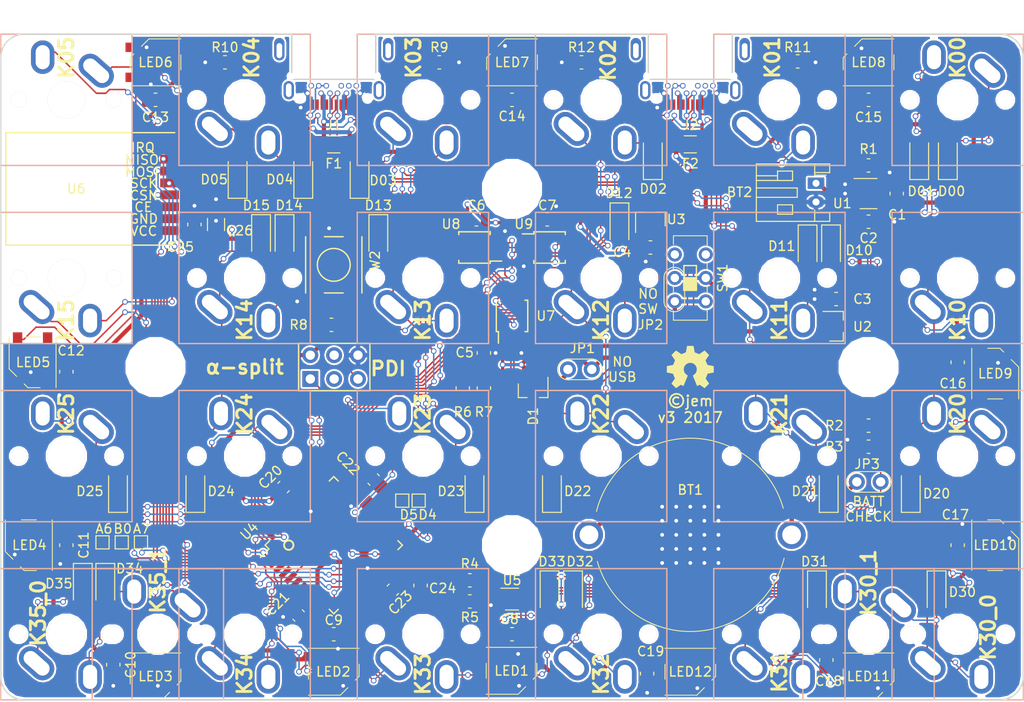
<source format=kicad_pcb>
(kicad_pcb (version 4) (host pcbnew 4.0.7)
  (layers (0 F.Cu signal) (31 B.Cu signal) (34 B.Paste user) (35 F.Paste user) (36 B.SilkS user) (37 F.SilkS user) (38 B.Mask user) (39 F.Mask user) (44 Edge.Cuts user))
  (net 0 "")
  (net 1 +5V)
  (net 2 GND)
  (net 3 /BAT_LVL)
  (net 4 VCC)
  (net 5 /ROW0)
  (net 6 /ROW1)
  (net 7 /ROW2)
  (net 8 /ROW3)
  (net 9 /PDI)
  (net 10 /RST)
  (net 11 /D4)
  (net 12 /D5)
  (net 13 /A6)
  (net 14 /A7)
  (net 15 "Net-(LED1-Pad2)")
  (net 16 "Net-(LED1-Pad4)")
  (net 17 "Net-(LED2-Pad2)")
  (net 18 "Net-(LED3-Pad2)")
  (net 19 "Net-(LED4-Pad2)")
  (net 20 "Net-(LED5-Pad2)")
  (net 21 "Net-(LED6-Pad2)")
  (net 22 "Net-(LED7-Pad2)")
  (net 23 "Net-(LED8-Pad2)")
  (net 24 "Net-(LED10-Pad4)")
  (net 25 "Net-(LED10-Pad2)")
  (net 26 "Net-(LED11-Pad2)")
  (net 27 /BAT_PROG)
  (net 28 /VBUS_CHECK)
  (net 29 /SDA)
  (net 30 /SCL)
  (net 31 /COL0)
  (net 32 /COL1)
  (net 33 /COL2)
  (net 34 /COL3)
  (net 35 /COL4)
  (net 36 /COL5)
  (net 37 /UNDER_LED)
  (net 38 /I2C_LEFT)
  (net 39 /I2C_RIGHT)
  (net 40 /USB_OE)
  (net 41 /CSN)
  (net 42 /MOSI)
  (net 43 /MISO)
  (net 44 /SCK)
  (net 45 /D-)
  (net 46 /D+)
  (net 47 /CE)
  (net 48 /IRQ)
  (net 49 +BATT)
  (net 50 /BAT_STAT)
  (net 51 "Net-(U9-Pad8)")
  (net 52 "Net-(U9-Pad9)")
  (net 53 /BATT_IN)
  (net 54 /BAT_LI_ION)
  (net 55 "Net-(SW1-Pad6)")
  (net 56 "Net-(SW1-Pad3)")
  (net 57 +3V3)
  (net 58 "Net-(J3-Pad3)")
  (net 59 "Net-(J3-Pad4)")
  (net 60 "Net-(LED12-Pad2)")
  (net 61 /B0)
  (net 62 "Net-(D00-Pad2)")
  (net 63 "Net-(D01-Pad2)")
  (net 64 "Net-(D02-Pad2)")
  (net 65 "Net-(D03-Pad2)")
  (net 66 "Net-(D04-Pad2)")
  (net 67 "Net-(D05-Pad2)")
  (net 68 "Net-(D10-Pad2)")
  (net 69 "Net-(D11-Pad2)")
  (net 70 "Net-(D12-Pad2)")
  (net 71 "Net-(D13-Pad2)")
  (net 72 "Net-(D14-Pad2)")
  (net 73 "Net-(D15-Pad2)")
  (net 74 "Net-(D20-Pad2)")
  (net 75 "Net-(D21-Pad2)")
  (net 76 "Net-(D22-Pad2)")
  (net 77 "Net-(D23-Pad2)")
  (net 78 "Net-(D24-Pad2)")
  (net 79 "Net-(D25-Pad2)")
  (net 80 "Net-(D30-Pad2)")
  (net 81 "Net-(D31-Pad2)")
  (net 82 "Net-(D32-Pad2)")
  (net 83 "Net-(D33-Pad2)")
  (net 84 "Net-(D34-Pad2)")
  (net 85 "Net-(D35-Pad2)")
  (net 86 "Net-(U8-Pad8)")
  (net 87 "Net-(U8-Pad9)")
  (net 88 "Net-(J1-PadA5)")
  (net 89 "Net-(J2-PadA5)")
  (net 90 "Net-(J1-PadA2)")
  (net 91 "Net-(J1-PadA3)")
  (net 92 "Net-(J1-PadA8)")
  (net 93 "Net-(J1-PadA10)")
  (net 94 "Net-(J1-PadA11)")
  (net 95 "Net-(J1-PadB11)")
  (net 96 "Net-(J1-PadB8)")
  (net 97 "Net-(J1-PadB10)")
  (net 98 "Net-(J2-PadA2)")
  (net 99 "Net-(J2-PadA3)")
  (net 100 "Net-(J2-PadA8)")
  (net 101 "Net-(J2-PadA10)")
  (net 102 "Net-(J2-PadA11)")
  (net 103 "Net-(J2-PadB11)")
  (net 104 "Net-(J2-PadB8)")
  (net 105 "Net-(J2-PadB10)")
  (net 106 /USB_L_D+)
  (net 107 /USB_L_D-)
  (net 108 /USB_R_D+)
  (net 109 /USB_R_D-)
  (net 110 "Net-(J1-PadB2)")
  (net 111 "Net-(J1-PadB3)")
  (net 112 "Net-(F1-Pad1)")
  (net 113 "Net-(F2-Pad1)")
  (net 114 "Net-(J2-PadB2)")
  (net 115 "Net-(J2-PadB3)")
  (net 116 /USB_SEL)
  (module Capacitor_SMD:C_0805_2012Metric (layer F.Cu) (at 69.25 22.75)
    (fp_text reference C4 (at -3 0.5 180) (layer F.SilkS))
    (fp_text value 1uF)
    (pad 1 smd rect (at -0.955 0) (size 0.97 1.5) (layers F.Cu F.Paste F.Mask) (net 2 GND))
    (pad 2 smd rect (at 0.955 0) (size 0.97 1.5) (layers F.Cu F.Paste F.Mask) (net 57 +3V3))
  )
  (module jumper:Jumper_1x02_P2.54mm_THT (layer F.Cu) (at 71.8 28.5 180)
    (fp_text reference JP2 (at 2.55 -2.5 180) (layer F.SilkS))
    (fp_text value "NO SW")
  )
  (module switch:SwitchPush_C&K_MultiFoot_RS-187R05A2-DS_And_PTS645_SMT (layer F.Cu) (at 35.5 24.6 90)
    (fp_text reference SW2 (at 0 4.4 90) (layer F.SilkS))
    (fp_text value SW_Push)
    (pad 2 smd rect (at -3.1 1.85 90) (size 1.8 1.1) (layers F.Cu F.Paste F.Mask) (net 10 /RST))
    (pad 2 smd rect (at 3.1 1.85 90) (size 1.8 1.1) (layers F.Cu F.Paste F.Mask) (net 10 /RST))
    (pad 1 smd rect (at 3.1 -1.85 90) (size 1.8 1.1) (layers F.Cu F.Paste F.Mask) (net 2 GND))
    (pad 1 smd rect (at -3.1 -1.85 90) (size 1.8 1.1) (layers F.Cu F.Paste F.Mask) (net 2 GND))
    (pad 2 smd rect (at -3.975 2.25 90) (size 1.55 1.3) (layers F.Cu F.Paste F.Mask) (net 10 /RST))
    (pad 2 smd rect (at 3.975 2.25 90) (size 1.55 1.3) (layers F.Cu F.Paste F.Mask) (net 10 /RST))
    (pad 1 smd rect (at 3.975 -2.25 90) (size 1.55 1.3) (layers F.Cu F.Paste F.Mask) (net 2 GND))
    (pad 1 smd rect (at -3.975 -2.25 90) (size 1.55 1.3) (layers F.Cu F.Paste F.Mask) (net 2 GND))
  )
  (module Diode_SMD:D_SOD-123 (layer F.Cu) (at 30.25 21.5 270)
    (fp_text reference D14 (at -3.25 -0.5 540) (layer F.SilkS))
    (fp_text value D)
    (pad 1 smd rect (at -1.65 0 270) (size 0.9 1.2) (layers F.Cu F.Paste F.Mask) (net 6 /ROW1))
    (pad 2 smd rect (at 1.65 0 270) (size 0.9 1.2) (layers F.Cu F.Paste F.Mask) (net 72 "Net-(D14-Pad2)"))
  )
  (module Conn_PinHeader_2.54mm:PinHeader_2x03_P2.54mm_Vertical (layer F.Cu) (at 33 36.775 90)
    (fp_text reference J3)
    (fp_text value PDI)
    (pad 1 thru_hole rect (at 0 0 90) (size 1.7 1.7) (drill 1) (layers *.Cu *.Mask) (net 9 /PDI))
    (pad 2 thru_hole oval (at 2.54 0 90) (size 1.7 1.7) (drill 1) (layers *.Cu *.Mask) (net 4 VCC))
    (pad 3 thru_hole oval (at 0 2.54 90) (size 1.7 1.7) (drill 1) (layers *.Cu *.Mask) (net 58 "Net-(J3-Pad3)"))
    (pad 4 thru_hole oval (at 2.54 2.54 90) (size 1.7 1.7) (drill 1) (layers *.Cu *.Mask) (net 59 "Net-(J3-Pad4)"))
    (pad 5 thru_hole oval (at 0 5.08 90) (size 1.7 1.7) (drill 1) (layers *.Cu *.Mask) (net 10 /RST))
    (pad 6 thru_hole oval (at 2.54 5.08 90) (size 1.7 1.7) (drill 1) (layers *.Cu *.Mask) (net 2 GND))
  )
  (module Resistor_SMD:R_0805_2012Metric (layer F.Cu) (at 23.9 3 180)
    (fp_text reference R10 (at 0 1.6 180) (layer F.SilkS))
    (fp_text value 5.1k)
    (pad 1 smd rect (at -0.955 0 180) (size 0.97 1.5) (layers F.Cu F.Paste F.Mask) (net 111 "Net-(J1-PadB3)"))
    (pad 2 smd rect (at 0.955 0 180) (size 0.97 1.5) (layers F.Cu F.Paste F.Mask) (net 2 GND))
  )
  (module Package_TO_SOT_SMD:SOT-23 (layer F.Cu) (at 89.05 31.15)
    (fp_text reference U2 (at 2.8 0.05) (layer F.SilkS))
    (fp_text value "MCP1700 (3.0V)")
    (pad 1 smd rect (at -1 -0.95) (size 0.9 0.8) (layers F.Cu F.Paste F.Mask) (net 2 GND))
    (pad 2 smd rect (at -1 0.95) (size 0.9 0.8) (layers F.Cu F.Paste F.Mask) (net 53 /BATT_IN))
    (pad 3 smd rect (at 1 0) (size 0.9 0.8) (layers F.Cu F.Paste F.Mask) (net 54 /BAT_LI_ION))
  )
  (module MountingHole:MountingHole_6mm (layer F.Cu) (at 92.5 35.5)
    (fp_text reference "" (at 0 -7) (layer F.SilkS))
    (fp_text value MountingHole_6mm)
    (pad 1 np_thru_hole circle (at 0 0) (size 6 6) (drill 6) (layers *.Cu *.Mask))
  )
  (module TestPoint:TestPoint_Pad_1.0x1.0mm (layer F.Cu) (at 12.9 54.2)
    (fp_text reference J8 hide)
    (fp_text value B0)
    (pad 1 smd rect (at 0 0) (size 1 1) (layers F.Cu F.Mask) (net 61 /B0))
  )
  (module TestPoint:TestPoint_Pad_1.0x1.0mm (layer F.Cu) (at 10.85 54.2)
    (fp_text reference J6 hide)
    (fp_text value A6)
    (pad 1 smd rect (at 0 0) (size 1 1) (layers F.Cu F.Mask) (net 13 /A6))
  )
  (module Package_TO_SOT_SMD:SOT-353_SC-70-5 (layer F.Cu) (at 54.5 60.25)
    (fp_text reference U5 (at 0 -2) (layer F.SilkS))
    (fp_text value 74LVC1G34)
    (pad 1 smd rect (at -0.95 -0.65) (size 0.65 0.4) (layers F.Cu F.Paste F.Mask))
    (pad 3 smd rect (at -0.95 0.65) (size 0.65 0.4) (layers F.Cu F.Paste F.Mask) (net 2 GND))
    (pad 2 smd rect (at -0.95 0) (size 0.65 0.4) (layers F.Cu F.Paste F.Mask) (net 37 /UNDER_LED))
    (pad 4 smd rect (at 0.95 0.65) (size 0.65 0.4) (layers F.Cu F.Paste F.Mask) (net 16 "Net-(LED1-Pad4)"))
    (pad 5 smd rect (at 0.95 -0.65) (size 0.65 0.4) (layers F.Cu F.Paste F.Mask) (net 1 +5V))
  )
  (module MountingHole:MountingHole_6mm (layer F.Cu) (at 54.5 54.5)
    (fp_text reference "" (at 0 -7) (layer F.SilkS))
    (fp_text value MountingHole_6mm)
    (pad 1 np_thru_hole circle (at 0 0) (size 6 6) (drill 6) (layers *.Cu *.Mask))
  )
  (module MountingHole:MountingHole_6mm (layer F.Cu) (at 54.5 16.5)
    (fp_text reference "" (at 0 -7) (layer F.SilkS))
    (fp_text value MountingHole_6mm)
    (pad 1 np_thru_hole circle (at 0 0) (size 6 6) (drill 6) (layers *.Cu *.Mask))
  )
  (module Package_SSOP:MSOP-10_3x3mm_P0.5mm (layer F.Cu) (at 58.5 22.75)
    (fp_text reference U9 (at -2.75 -2.5 180) (layer F.SilkS))
    (fp_text value FSUSB42)
    (pad 1 smd rect (at -2.2 -1) (size 1.4 0.3) (layers F.Cu F.Paste F.Mask) (net 57 +3V3))
    (pad 2 smd rect (at -2.2 -0.5) (size 1.4 0.3) (layers F.Cu F.Paste F.Mask) (net 2 GND))
    (pad 3 smd rect (at -2.2 0) (size 1.4 0.3) (layers F.Cu F.Paste F.Mask) (net 29 /SDA))
    (pad 4 smd rect (at -2.2 0.5) (size 1.4 0.3) (layers F.Cu F.Paste F.Mask) (net 30 /SCL))
    (pad 5 smd rect (at -2.2 1) (size 1.4 0.3) (layers F.Cu F.Paste F.Mask) (net 2 GND))
    (pad 6 smd rect (at 2.2 1) (size 1.4 0.3) (layers F.Cu F.Paste F.Mask) (net 109 /USB_R_D-))
    (pad 7 smd rect (at 2.2 0.5) (size 1.4 0.3) (layers F.Cu F.Paste F.Mask) (net 108 /USB_R_D+))
    (pad 8 smd rect (at 2.2 0) (size 1.4 0.3) (layers F.Cu F.Paste F.Mask) (net 51 "Net-(U9-Pad8)"))
    (pad 9 smd rect (at 2.2 -0.5) (size 1.4 0.3) (layers F.Cu F.Paste F.Mask) (net 52 "Net-(U9-Pad9)"))
    (pad 10 smd rect (at 2.2 -1) (size 1.4 0.3) (layers F.Cu F.Paste F.Mask) (net 39 /I2C_RIGHT))
  )
  (module MountingHole:MountingHole_6mm (layer F.Cu) (at 16.5 35.5)
    (fp_text reference "" (at 0 -7) (layer F.SilkS))
    (fp_text value MountingHole_6mm)
    (pad 1 np_thru_hole circle (at 0 0) (size 6 6) (drill 6) (layers *.Cu *.Mask))
  )
  (module StitchVia_2x2_0.3mm (layer F.Cu) (at 76.5 56.4)
    (fp_text reference REF** hide)
    (fp_text value StitchVia_0.3mm hide)
    (pad 1 thru_hole circle (at 0 0) (size 0.6 0.6) (drill 0.4) (layers *.Cu) (net 2 GND))
  )
  (module StitchVia_2x2_0.3mm (layer F.Cu) (at 75 56.4)
    (fp_text reference REF** hide)
    (fp_text value StitchVia_0.3mm hide)
    (pad 1 thru_hole circle (at 0 0) (size 0.6 0.6) (drill 0.4) (layers *.Cu) (net 2 GND))
  )
  (module StitchVia_2x2_0.3mm (layer F.Cu) (at 73.5 56.4)
    (fp_text reference REF** hide)
    (fp_text value StitchVia_0.3mm hide)
    (pad 1 thru_hole circle (at 0 0) (size 0.6 0.6) (drill 0.4) (layers *.Cu) (net 2 GND))
  )
  (module StitchVia_2x2_0.3mm (layer F.Cu) (at 72 56.4)
    (fp_text reference REF** hide)
    (fp_text value StitchVia_0.3mm hide)
    (pad 1 thru_hole circle (at 0 0) (size 0.6 0.6) (drill 0.4) (layers *.Cu) (net 2 GND))
  )
  (module StitchVia_2x2_0.3mm (layer F.Cu) (at 70.5 56.4)
    (fp_text reference REF** hide)
    (fp_text value StitchVia_0.3mm hide)
    (pad 1 thru_hole circle (at 0 0) (size 0.6 0.6) (drill 0.4) (layers *.Cu) (net 2 GND))
  )
  (module StitchVia_2x2_0.3mm (layer F.Cu) (at 76.5 54.9)
    (fp_text reference REF** hide)
    (fp_text value StitchVia_0.3mm hide)
    (pad 1 thru_hole circle (at 0 0) (size 0.6 0.6) (drill 0.4) (layers *.Cu) (net 2 GND))
  )
  (module StitchVia_2x2_0.3mm (layer F.Cu) (at 75 54.9)
    (fp_text reference REF** hide)
    (fp_text value StitchVia_0.3mm hide)
    (pad 1 thru_hole circle (at 0 0) (size 0.6 0.6) (drill 0.4) (layers *.Cu) (net 2 GND))
  )
  (module StitchVia_2x2_0.3mm (layer F.Cu) (at 73.5 54.9)
    (fp_text reference REF** hide)
    (fp_text value StitchVia_0.3mm hide)
    (pad 1 thru_hole circle (at 0 0) (size 0.6 0.6) (drill 0.4) (layers *.Cu) (net 2 GND))
  )
  (module StitchVia_2x2_0.3mm (layer F.Cu) (at 72 54.9)
    (fp_text reference REF** hide)
    (fp_text value StitchVia_0.3mm hide)
    (pad 1 thru_hole circle (at 0 0) (size 0.6 0.6) (drill 0.4) (layers *.Cu) (net 2 GND))
  )
  (module StitchVia_2x2_0.3mm (layer F.Cu) (at 70.5 54.9)
    (fp_text reference REF** hide)
    (fp_text value StitchVia_0.3mm hide)
    (pad 1 thru_hole circle (at 0 0) (size 0.6 0.6) (drill 0.4) (layers *.Cu) (net 2 GND))
  )
  (module StitchVia_2x2_0.3mm (layer F.Cu) (at 76.5 53.4)
    (fp_text reference REF** hide)
    (fp_text value StitchVia_0.3mm hide)
    (pad 1 thru_hole circle (at 0 0) (size 0.6 0.6) (drill 0.4) (layers *.Cu) (net 2 GND))
  )
  (module StitchVia_2x2_0.3mm (layer F.Cu) (at 75 53.4)
    (fp_text reference REF** hide)
    (fp_text value StitchVia_0.3mm hide)
    (pad 1 thru_hole circle (at 0 0) (size 0.6 0.6) (drill 0.4) (layers *.Cu) (net 2 GND))
  )
  (module StitchVia_2x2_0.3mm (layer F.Cu) (at 73.5 53.4)
    (fp_text reference REF** hide)
    (fp_text value StitchVia_0.3mm hide)
    (pad 1 thru_hole circle (at 0 0) (size 0.6 0.6) (drill 0.4) (layers *.Cu) (net 2 GND))
  )
  (module StitchVia_2x2_0.3mm (layer F.Cu) (at 72 53.4)
    (fp_text reference REF** hide)
    (fp_text value StitchVia_0.3mm hide)
    (pad 1 thru_hole circle (at 0 0) (size 0.6 0.6) (drill 0.4) (layers *.Cu) (net 2 GND))
  )
  (module StitchVia_2x2_0.3mm (layer F.Cu) (at 70.5 53.4)
    (fp_text reference REF** hide)
    (fp_text value StitchVia_0.3mm hide)
    (pad 1 thru_hole circle (at 0 0) (size 0.6 0.6) (drill 0.4) (layers *.Cu) (net 2 GND))
  )
  (module StitchVia_2x2_0.3mm (layer F.Cu) (at 76.5 51.9)
    (fp_text reference REF** hide)
    (fp_text value StitchVia_0.3mm hide)
    (pad 1 thru_hole circle (at 0 0) (size 0.6 0.6) (drill 0.4) (layers *.Cu) (net 2 GND))
  )
  (module StitchVia_2x2_0.3mm (layer F.Cu) (at 75 51.9)
    (fp_text reference REF** hide)
    (fp_text value StitchVia_0.3mm hide)
    (pad 1 thru_hole circle (at 0 0) (size 0.6 0.6) (drill 0.4) (layers *.Cu) (net 2 GND))
  )
  (module StitchVia_2x2_0.3mm (layer F.Cu) (at 73.5 51.9)
    (fp_text reference REF** hide)
    (fp_text value StitchVia_0.3mm hide)
    (pad 1 thru_hole circle (at 0 0) (size 0.6 0.6) (drill 0.4) (layers *.Cu) (net 2 GND))
  )
  (module StitchVia_2x2_0.3mm (layer F.Cu) (at 72 51.9)
    (fp_text reference REF** hide)
    (fp_text value StitchVia_0.3mm hide)
    (pad 1 thru_hole circle (at 0 0) (size 0.6 0.6) (drill 0.4) (layers *.Cu) (net 2 GND))
  )
  (module StitchVia_2x2_0.3mm (layer F.Cu) (at 70.5 51.9)
    (fp_text reference REF** hide)
    (fp_text value StitchVia_0.3mm hide)
    (pad 1 thru_hole circle (at 0 0) (size 0.6 0.6) (drill 0.4) (layers *.Cu) (net 2 GND))
  )
  (module StitchVia_2x2_0.3mm (layer F.Cu) (at 76.5 50.4)
    (fp_text reference REF** hide)
    (fp_text value StitchVia_0.3mm hide)
    (pad 1 thru_hole circle (at 0 0) (size 0.6 0.6) (drill 0.4) (layers *.Cu) (net 2 GND))
  )
  (module StitchVia_2x2_0.3mm (layer F.Cu) (at 75 50.4)
    (fp_text reference REF** hide)
    (fp_text value StitchVia_0.3mm hide)
    (pad 1 thru_hole circle (at 0 0) (size 0.6 0.6) (drill 0.4) (layers *.Cu) (net 2 GND))
  )
  (module StitchVia_2x2_0.3mm (layer F.Cu) (at 73.5 50.4)
    (fp_text reference REF** hide)
    (fp_text value StitchVia_0.3mm hide)
    (pad 1 thru_hole circle (at 0 0) (size 0.6 0.6) (drill 0.4) (layers *.Cu) (net 2 GND))
  )
  (module StitchVia_2x2_0.3mm (layer F.Cu) (at 72 50.4)
    (fp_text reference REF** hide)
    (fp_text value StitchVia_0.3mm hide)
    (pad 1 thru_hole circle (at 0 0) (size 0.6 0.6) (drill 0.4) (layers *.Cu) (net 2 GND))
  )
  (module StitchVia_2x2_0.3mm (layer F.Cu) (at 70.5 50.4)
    (fp_text reference REF** hide)
    (fp_text value StitchVia_0.3mm hide)
    (pad 1 thru_hole circle (at 0 0) (size 0.6 0.6) (drill 0.4) (layers *.Cu) (net 2 GND))
  )
  (module Package_QFP:TQFP-44_10x10mm_P0.8mm (layer F.Cu) (at 35.5 54.5 45)
    (fp_text reference U4 (at -5.303301 -7.424621 45) (layer F.SilkS))
    (fp_text value ATXMEGA-A4U-EPAD)
    (pad 1 smd rect (at -5.7 -4 45) (size 1.5 0.55) (layers F.Cu F.Paste F.Mask) (net 36 /COL5))
    (pad 2 smd rect (at -5.7 -3.2 45) (size 1.5 0.55) (layers F.Cu F.Paste F.Mask) (net 13 /A6))
    (pad 3 smd rect (at -5.7 -2.4 45) (size 1.5 0.55) (layers F.Cu F.Paste F.Mask) (net 14 /A7))
    (pad 4 smd rect (at -5.7 -1.6 45) (size 1.5 0.55) (layers F.Cu F.Paste F.Mask) (net 61 /B0))
    (pad 5 smd rect (at -5.7 -0.8 45) (size 1.5 0.55) (layers F.Cu F.Paste F.Mask) (net 3 /BAT_LVL))
    (pad 6 smd rect (at -5.7 0 45) (size 1.5 0.55) (layers F.Cu F.Paste F.Mask) (net 47 /CE))
    (pad 7 smd rect (at -5.7 0.8 45) (size 1.5 0.55) (layers F.Cu F.Paste F.Mask) (net 48 /IRQ))
    (pad 8 smd rect (at -5.7 1.6 45) (size 1.5 0.55) (layers F.Cu F.Paste F.Mask) (net 2 GND))
    (pad 9 smd rect (at -5.7 2.4 45) (size 1.5 0.55) (layers F.Cu F.Paste F.Mask) (net 4 VCC))
    (pad 10 smd rect (at -5.7 3.2 45) (size 1.5 0.55) (layers F.Cu F.Paste F.Mask) (net 37 /UNDER_LED))
    (pad 11 smd rect (at -5.7 4 45) (size 1.5 0.55) (layers F.Cu F.Paste F.Mask) (net 28 /VBUS_CHECK))
    (pad 12 smd rect (at -4 5.7 135) (size 1.5 0.55) (layers F.Cu F.Paste F.Mask) (net 27 /BAT_PROG))
    (pad 13 smd rect (at -3.2 5.7 135) (size 1.5 0.55) (layers F.Cu F.Paste F.Mask) (net 50 /BAT_STAT))
    (pad 14 smd rect (at -2.4 5.7 135) (size 1.5 0.55) (layers F.Cu F.Paste F.Mask) (net 41 /CSN))
    (pad 15 smd rect (at -1.6 5.7 135) (size 1.5 0.55) (layers F.Cu F.Paste F.Mask) (net 42 /MOSI))
    (pad 16 smd rect (at -0.8 5.7 135) (size 1.5 0.55) (layers F.Cu F.Paste F.Mask) (net 43 /MISO))
    (pad 17 smd rect (at 0 5.7 135) (size 1.5 0.55) (layers F.Cu F.Paste F.Mask) (net 44 /SCK))
    (pad 18 smd rect (at 0.8 5.7 135) (size 1.5 0.55) (layers F.Cu F.Paste F.Mask) (net 2 GND))
    (pad 19 smd rect (at 1.6 5.7 135) (size 1.5 0.55) (layers F.Cu F.Paste F.Mask) (net 4 VCC))
    (pad 20 smd rect (at 2.4 5.7 135) (size 1.5 0.55) (layers F.Cu F.Paste F.Mask) (net 8 /ROW3))
    (pad 21 smd rect (at 3.2 5.7 135) (size 1.5 0.55) (layers F.Cu F.Paste F.Mask) (net 7 /ROW2))
    (pad 22 smd rect (at 4 5.7 135) (size 1.5 0.55) (layers F.Cu F.Paste F.Mask) (net 5 /ROW0))
    (pad 23 smd rect (at 5.7 4 45) (size 1.5 0.55) (layers F.Cu F.Paste F.Mask) (net 6 /ROW1))
    (pad 24 smd rect (at 5.7 3.2 45) (size 1.5 0.55) (layers F.Cu F.Paste F.Mask) (net 11 /D4))
    (pad 25 smd rect (at 5.7 2.4 45) (size 1.5 0.55) (layers F.Cu F.Paste F.Mask) (net 12 /D5))
    (pad 26 smd rect (at 5.7 1.6 45) (size 1.5 0.55) (layers F.Cu F.Paste F.Mask) (net 45 /D-))
    (pad 27 smd rect (at 5.7 0.8 45) (size 1.5 0.55) (layers F.Cu F.Paste F.Mask) (net 46 /D+))
    (pad 28 smd rect (at 5.7 0 45) (size 1.5 0.55) (layers F.Cu F.Paste F.Mask) (net 29 /SDA))
    (pad 29 smd rect (at 5.7 -0.8 45) (size 1.5 0.55) (layers F.Cu F.Paste F.Mask) (net 30 /SCL))
    (pad 30 smd rect (at 5.7 -1.6 45) (size 1.5 0.55) (layers F.Cu F.Paste F.Mask) (net 2 GND))
    (pad 31 smd rect (at 5.7 -2.4 45) (size 1.5 0.55) (layers F.Cu F.Paste F.Mask) (net 4 VCC))
    (pad 32 smd rect (at 5.7 -3.2 45) (size 1.5 0.55) (layers F.Cu F.Paste F.Mask) (net 116 /USB_SEL))
    (pad 33 smd rect (at 5.7 -4 45) (size 1.5 0.55) (layers F.Cu F.Paste F.Mask) (net 39 /I2C_RIGHT))
    (pad 34 smd rect (at 4 -5.7 135) (size 1.5 0.55) (layers F.Cu F.Paste F.Mask) (net 9 /PDI))
    (pad 35 smd rect (at 3.2 -5.7 135) (size 1.5 0.55) (layers F.Cu F.Paste F.Mask) (net 10 /RST))
    (pad 36 smd rect (at 2.4 -5.7 135) (size 1.5 0.55) (layers F.Cu F.Paste F.Mask) (net 38 /I2C_LEFT))
    (pad 37 smd rect (at 1.6 -5.7 135) (size 1.5 0.55) (layers F.Cu F.Paste F.Mask) (net 40 /USB_OE))
    (pad 38 smd rect (at 0.8 -5.7 135) (size 1.5 0.55) (layers F.Cu F.Paste F.Mask) (net 2 GND))
    (pad 39 smd rect (at 0 -5.7 135) (size 1.5 0.55) (layers F.Cu F.Paste F.Mask) (net 4 VCC))
    (pad 40 smd rect (at -0.8 -5.7 135) (size 1.5 0.55) (layers F.Cu F.Paste F.Mask) (net 33 /COL2))
    (pad 41 smd rect (at -1.6 -5.7 135) (size 1.5 0.55) (layers F.Cu F.Paste F.Mask) (net 32 /COL1))
    (pad 42 smd rect (at -2.4 -5.7 135) (size 1.5 0.55) (layers F.Cu F.Paste F.Mask) (net 31 /COL0))
    (pad 43 smd rect (at -3.2 -5.7 135) (size 1.5 0.55) (layers F.Cu F.Paste F.Mask) (net 34 /COL3))
    (pad 44 smd rect (at -4 -5.7 135) (size 1.5 0.55) (layers F.Cu F.Paste F.Mask) (net 35 /COL4))
  )
  (module Resistor_SMD:R_0805_2012Metric (layer F.Cu) (at 50 58.25 180)
    (fp_text reference R4 (at 0 1.75 180) (layer F.SilkS))
    (fp_text value 100k)
    (pad 1 smd rect (at -0.955 0 180) (size 0.97 1.5) (layers F.Cu F.Paste F.Mask) (net 1 +5V))
    (pad 2 smd rect (at 0.955 0 180) (size 0.97 1.5) (layers F.Cu F.Paste F.Mask) (net 28 /VBUS_CHECK))
  )
  (module Package_TO_SOT_SMD:SOT-23 (layer F.Cu) (at 56.75 38 270)
    (fp_text reference D1 (at 2.75 0 270) (layer F.SilkS))
    (fp_text value D_Schottky_x2_KCom_AAK)
    (pad 1 smd rect (at -1 -0.95 270) (size 0.9 0.8) (layers F.Cu F.Paste F.Mask) (net 49 +BATT))
    (pad 2 smd rect (at -1 0.95 270) (size 0.9 0.8) (layers F.Cu F.Paste F.Mask) (net 57 +3V3))
    (pad 3 smd rect (at 1 0 270) (size 0.9 0.8) (layers F.Cu F.Paste F.Mask) (net 4 VCC))
  )
  (module Package_TO_SOT_SMD:SOT-23-5 (layer F.Cu) (at 92.5 17)
    (fp_text reference U1 (at -2.8 1.05) (layer F.SilkS))
    (fp_text value MCP73831)
    (pad 1 smd rect (at -1.1 -0.95) (size 1.06 0.65) (layers F.Cu F.Paste F.Mask) (net 50 /BAT_STAT))
    (pad 2 smd rect (at -1.1 0) (size 1.06 0.65) (layers F.Cu F.Paste F.Mask) (net 2 GND))
    (pad 3 smd rect (at -1.1 0.95) (size 1.06 0.65) (layers F.Cu F.Paste F.Mask) (net 54 /BAT_LI_ION))
    (pad 4 smd rect (at 1.1 0.95) (size 1.06 0.65) (layers F.Cu F.Paste F.Mask) (net 1 +5V))
    (pad 5 smd rect (at 1.1 -0.95) (size 1.06 0.65) (layers F.Cu F.Paste F.Mask) (net 27 /BAT_PROG))
  )
  (module Package_TO_SOT_SMD:SOT-23 (layer F.Cu) (at 69.25 19.75 90)
    (fp_text reference U3 (at 0 2.75 180) (layer F.SilkS))
    (fp_text value "MCP1700 (3.3V)")
    (pad 1 smd rect (at -1 -0.95 90) (size 0.9 0.8) (layers F.Cu F.Paste F.Mask) (net 2 GND))
    (pad 2 smd rect (at -1 0.95 90) (size 0.9 0.8) (layers F.Cu F.Paste F.Mask) (net 57 +3V3))
    (pad 3 smd rect (at 1 0 90) (size 0.9 0.8) (layers F.Cu F.Paste F.Mask) (net 1 +5V))
  )
  (module nordic:NRF24L01-Module-SMD (layer F.Cu) (at 17.55 16.5)
    (fp_text reference U6 (at -9.5 0) (layer F.SilkS))
    (fp_text value nRF24L01_module)
    (fp_text user IRQ (at -2.4 -4.4) (layer F.SilkS))
    (fp_text user MISO (at -2.5 -3.1) (layer F.SilkS))
    (fp_text user MOSI (at -2.5 -1.8) (layer F.SilkS))
    (fp_text user SCK (at -2.3 -0.6) (layer F.SilkS))
    (fp_text user CSN (at -2.3 0.7) (layer F.SilkS))
    (fp_text user CE (at -2.35 1.95) (layer F.SilkS))
    (fp_text user GND (at -2.3 3.2) (layer F.SilkS))
    (fp_text user VCC (at -2.3 4.5) (layer F.SilkS))
    (pad 8 smd rect (at 0 -4.445) (size 2 0.95) (drill (offset 0.45 0)) (layers F.Cu F.Paste F.Mask) (net 48 /IRQ))
    (pad 7 smd rect (at 0 -3.175) (size 2 0.95) (drill (offset 0.45 0)) (layers F.Cu F.Paste F.Mask) (net 43 /MISO))
    (pad 6 smd rect (at 0 -1.905) (size 2 0.95) (drill (offset 0.45 0)) (layers F.Cu F.Paste F.Mask) (net 42 /MOSI))
    (pad 5 smd rect (at 0 -0.635) (size 2 0.95) (drill (offset 0.45 0)) (layers F.Cu F.Paste F.Mask) (net 44 /SCK))
    (pad 4 smd rect (at 0 0.635) (size 2 0.95) (drill (offset 0.45 0)) (layers F.Cu F.Paste F.Mask) (net 41 /CSN))
    (pad 3 smd rect (at 0 1.905) (size 2 0.95) (drill (offset 0.45 0)) (layers F.Cu F.Paste F.Mask) (net 47 /CE))
    (pad 2 smd rect (at 0 3.175) (size 2 0.95) (drill (offset 0.45 0)) (layers F.Cu F.Paste F.Mask) (net 2 GND))
    (pad 1 smd rect (at 0 4.445) (size 2 0.95) (drill (offset 0.45 0)) (layers F.Cu F.Paste F.Mask) (net 4 VCC))
  )
  (module Conn_JST:JST_PH_S2B-PH-K_1x02_P2.00mm_Horizontal (layer F.Cu) (at 86.9 15.9 270)
    (fp_text reference BT2 (at 0.95 8.15 360) (layer F.SilkS))
    (fp_text value Battery_Cell)
    (pad 1 thru_hole rect (at 0 0 270) (size 1.2 1.75) (drill 0.75) (layers *.Cu *.Mask) (net 54 /BAT_LI_ION))
    (pad 2 thru_hole oval (at 2 0 270) (size 1.2 1.75) (drill 0.75) (layers *.Cu *.Mask) (net 2 GND))
  )
  (module Package_SSOP:MSOP-10_3x3mm_P0.5mm (layer F.Cu) (at 54.5 30.05 90)
    (fp_text reference U7 (at 0 3.6 180) (layer F.SilkS))
    (fp_text value FSUSB42)
    (pad 1 smd rect (at -2.2 -1 90) (size 1.4 0.3) (layers F.Cu F.Paste F.Mask) (net 57 +3V3))
    (pad 2 smd rect (at -2.2 -0.5 90) (size 1.4 0.3) (layers F.Cu F.Paste F.Mask) (net 116 /USB_SEL))
    (pad 3 smd rect (at -2.2 0 90) (size 1.4 0.3) (layers F.Cu F.Paste F.Mask) (net 46 /D+))
    (pad 4 smd rect (at -2.2 0.5 90) (size 1.4 0.3) (layers F.Cu F.Paste F.Mask) (net 45 /D-))
    (pad 5 smd rect (at -2.2 1 90) (size 1.4 0.3) (layers F.Cu F.Paste F.Mask) (net 2 GND))
    (pad 6 smd rect (at 2.2 1 90) (size 1.4 0.3) (layers F.Cu F.Paste F.Mask) (net 109 /USB_R_D-))
    (pad 7 smd rect (at 2.2 0.5 90) (size 1.4 0.3) (layers F.Cu F.Paste F.Mask) (net 108 /USB_R_D+))
    (pad 8 smd rect (at 2.2 0 90) (size 1.4 0.3) (layers F.Cu F.Paste F.Mask) (net 107 /USB_L_D-))
    (pad 9 smd rect (at 2.2 -0.5 90) (size 1.4 0.3) (layers F.Cu F.Paste F.Mask) (net 106 /USB_L_D+))
    (pad 10 smd rect (at 2.2 -1 90) (size 1.4 0.3) (layers F.Cu F.Paste F.Mask) (net 40 /USB_OE))
  )
  (module Capacitor_SMD:C_0805_2012Metric (layer F.Cu) (at 95.5 17 90)
    (fp_text reference C1 (at -2.25 0.05 360) (layer F.SilkS))
    (fp_text value 4.7uF)
    (pad 1 smd rect (at -0.955 0 90) (size 0.97 1.5) (layers F.Cu F.Paste F.Mask) (net 1 +5V))
    (pad 2 smd rect (at 0.955 0 90) (size 0.97 1.5) (layers F.Cu F.Paste F.Mask) (net 2 GND))
  )
  (module Capacitor_SMD:C_0805_2012Metric (layer F.Cu) (at 92.5 20)
    (fp_text reference C2 (at 0 1.75) (layer F.SilkS))
    (fp_text value 4.7uF)
    (pad 1 smd rect (at -0.955 0) (size 0.97 1.5) (layers F.Cu F.Paste F.Mask) (net 54 /BAT_LI_ION))
    (pad 2 smd rect (at 0.955 0) (size 0.97 1.5) (layers F.Cu F.Paste F.Mask) (net 2 GND))
  )
  (module Capacitor_SMD:C_0805_2012Metric (layer F.Cu) (at 89.045 28.25)
    (fp_text reference C3 (at 2.805 0 180) (layer F.SilkS))
    (fp_text value 1uF)
    (pad 1 smd rect (at -0.955 0) (size 0.97 1.5) (layers F.Cu F.Paste F.Mask) (net 2 GND))
    (pad 2 smd rect (at 0.955 0) (size 0.97 1.5) (layers F.Cu F.Paste F.Mask) (net 53 /BATT_IN))
  )
  (module Capacitor_SMD:C_0805_2012Metric (layer F.Cu) (at 54.5 64)
    (fp_text reference C8 (at -0.25 -1.6) (layer F.SilkS))
    (fp_text value 0.1uF)
    (pad 1 smd rect (at -0.955 0) (size 0.97 1.5) (layers F.Cu F.Paste F.Mask) (net 1 +5V))
    (pad 2 smd rect (at 0.955 0) (size 0.97 1.5) (layers F.Cu F.Paste F.Mask) (net 2 GND))
  )
  (module Capacitor_SMD:C_0805_2012Metric (layer F.Cu) (at 35.5 64)
    (fp_text reference C9 (at 0 -1.5) (layer F.SilkS))
    (fp_text value 0.1uF)
    (pad 1 smd rect (at -0.955 0) (size 0.97 1.5) (layers F.Cu F.Paste F.Mask) (net 1 +5V))
    (pad 2 smd rect (at 0.955 0) (size 0.97 1.5) (layers F.Cu F.Paste F.Mask) (net 2 GND))
  )
  (module Capacitor_SMD:C_0805_2012Metric (layer F.Cu) (at 31.75 62 315)
    (fp_text reference C21 (at -2.474874 0.707107 405) (layer F.SilkS))
    (fp_text value 0.1uF)
    (pad 1 smd rect (at -0.955 0 315) (size 0.97 1.5) (layers F.Cu F.Paste F.Mask) (net 2 GND))
    (pad 2 smd rect (at 0.955 0 315) (size 0.97 1.5) (layers F.Cu F.Paste F.Mask) (net 4 VCC))
  )
  (module Capacitor_SMD:C_0805_2012Metric (layer F.Cu) (at 30.15 48.3 225)
    (fp_text reference C20 (at 0.247487 1.732412 225) (layer F.SilkS))
    (fp_text value 0.1uF)
    (pad 1 smd rect (at -0.955 0 225) (size 0.97 1.5) (layers F.Cu F.Paste F.Mask) (net 2 GND))
    (pad 2 smd rect (at 0.955 0 225) (size 0.97 1.5) (layers F.Cu F.Paste F.Mask) (net 4 VCC))
  )
  (module Capacitor_SMD:C_0805_2012Metric (layer F.Cu) (at 39.75 47.5 135)
    (fp_text reference C22 (at 3.181981 -0.707107 135) (layer F.SilkS))
    (fp_text value 0.1uF)
    (pad 1 smd rect (at -0.955 0 135) (size 0.97 1.5) (layers F.Cu F.Paste F.Mask) (net 2 GND))
    (pad 2 smd rect (at 0.955 0 135) (size 0.97 1.5) (layers F.Cu F.Paste F.Mask) (net 4 VCC))
  )
  (module Capacitor_SMD:C_0805_2012Metric (layer F.Cu) (at 12 67.25 270)
    (fp_text reference C10 (at 0 -1.85 270) (layer F.SilkS))
    (fp_text value 0.1uF)
    (pad 1 smd rect (at -0.955 0 270) (size 0.97 1.5) (layers F.Cu F.Paste F.Mask) (net 1 +5V))
    (pad 2 smd rect (at 0.955 0 270) (size 0.97 1.5) (layers F.Cu F.Paste F.Mask) (net 2 GND))
  )
  (module Capacitor_SMD:C_0805_2012Metric (layer F.Cu) (at 7 54.5 270)
    (fp_text reference C11 (at 0 -1.85 270) (layer F.SilkS))
    (fp_text value 0.1uF)
    (pad 1 smd rect (at -0.955 0 270) (size 0.97 1.5) (layers F.Cu F.Paste F.Mask) (net 1 +5V))
    (pad 2 smd rect (at 0.955 0 270) (size 0.97 1.5) (layers F.Cu F.Paste F.Mask) (net 2 GND))
  )
  (module Capacitor_SMD:C_0805_2012Metric (layer F.Cu) (at 7 36 270)
    (fp_text reference C12 (at -2.25 -0.5 540) (layer F.SilkS))
    (fp_text value 0.1uF)
    (pad 1 smd rect (at -0.955 0 270) (size 0.97 1.5) (layers F.Cu F.Paste F.Mask) (net 1 +5V))
    (pad 2 smd rect (at 0.955 0 270) (size 0.97 1.5) (layers F.Cu F.Paste F.Mask) (net 2 GND))
  )
  (module Capacitor_SMD:C_0805_2012Metric (layer F.Cu) (at 16.5 7 180)
    (fp_text reference C13 (at 0 -1.85 180) (layer F.SilkS))
    (fp_text value 0.1uF)
    (pad 1 smd rect (at -0.955 0 180) (size 0.97 1.5) (layers F.Cu F.Paste F.Mask) (net 1 +5V))
    (pad 2 smd rect (at 0.955 0 180) (size 0.97 1.5) (layers F.Cu F.Paste F.Mask) (net 2 GND))
  )
  (module Capacitor_SMD:C_0805_2012Metric (layer F.Cu) (at 54.5 7 180)
    (fp_text reference C14 (at 0 -1.75 180) (layer F.SilkS))
    (fp_text value 0.1uF)
    (pad 1 smd rect (at -0.955 0 180) (size 0.97 1.5) (layers F.Cu F.Paste F.Mask) (net 1 +5V))
    (pad 2 smd rect (at 0.955 0 180) (size 0.97 1.5) (layers F.Cu F.Paste F.Mask) (net 2 GND))
  )
  (module Capacitor_SMD:C_0805_2012Metric (layer F.Cu) (at 41.8 59.25 45)
    (fp_text reference C23 (at -0.424264 1.555635 45) (layer F.SilkS))
    (fp_text value 0.1uF)
    (pad 1 smd rect (at -0.955 0 45) (size 0.97 1.5) (layers F.Cu F.Paste F.Mask) (net 2 GND))
    (pad 2 smd rect (at 0.955 0 45) (size 0.97 1.5) (layers F.Cu F.Paste F.Mask) (net 4 VCC))
  )
  (module Capacitor_SMD:C_0805_2012Metric (layer F.Cu) (at 44.75 58.8 90)
    (fp_text reference C24 (at -0.3 2.35 180) (layer F.SilkS))
    (fp_text value 10uF)
    (pad 1 smd rect (at -0.955 0 90) (size 0.97 1.5) (layers F.Cu F.Paste F.Mask) (net 2 GND))
    (pad 2 smd rect (at 0.955 0 90) (size 0.97 1.5) (layers F.Cu F.Paste F.Mask) (net 4 VCC))
  )
  (module Capacitor_SMD:C_0805_2012Metric (layer F.Cu) (at 92.5 7 180)
    (fp_text reference C15 (at 0 -1.85 180) (layer F.SilkS))
    (fp_text value 0.1uF)
    (pad 1 smd rect (at -0.955 0 180) (size 0.97 1.5) (layers F.Cu F.Paste F.Mask) (net 1 +5V))
    (pad 2 smd rect (at 0.955 0 180) (size 0.97 1.5) (layers F.Cu F.Paste F.Mask) (net 2 GND))
  )
  (module Capacitor_SMD:C_0805_2012Metric (layer F.Cu) (at 102 35 90)
    (fp_text reference C16 (at -2.25 -0.5 180) (layer F.SilkS))
    (fp_text value 0.1uF)
    (pad 1 smd rect (at -0.955 0 90) (size 0.97 1.5) (layers F.Cu F.Paste F.Mask) (net 1 +5V))
    (pad 2 smd rect (at 0.955 0 90) (size 0.97 1.5) (layers F.Cu F.Paste F.Mask) (net 2 GND))
  )
  (module Capacitor_SMD:C_0805_2012Metric (layer F.Cu) (at 102 54.5 90)
    (fp_text reference C17 (at 3.25 -0.25 180) (layer F.SilkS))
    (fp_text value 0.1uF)
    (pad 1 smd rect (at -0.955 0 90) (size 0.97 1.5) (layers F.Cu F.Paste F.Mask) (net 1 +5V))
    (pad 2 smd rect (at 0.955 0 90) (size 0.97 1.5) (layers F.Cu F.Paste F.Mask) (net 2 GND))
  )
  (module Capacitor_SMD:C_0805_2012Metric (layer F.Cu) (at 88 66.75 270)
    (fp_text reference C18 (at 2.25 -0.25 360) (layer F.SilkS))
    (fp_text value 0.1uF)
    (pad 1 smd rect (at -0.955 0 270) (size 0.97 1.5) (layers F.Cu F.Paste F.Mask) (net 1 +5V))
    (pad 2 smd rect (at 0.955 0 270) (size 0.97 1.5) (layers F.Cu F.Paste F.Mask) (net 2 GND))
  )
  (module Capacitor_SMD:C_0805_2012Metric (layer F.Cu) (at 68.9 68.2 270)
    (fp_text reference C19 (at -2.375 -0.375 360) (layer F.SilkS))
    (fp_text value 0.1uF)
    (pad 1 smd rect (at -0.955 0 270) (size 0.97 1.5) (layers F.Cu F.Paste F.Mask) (net 1 +5V))
    (pad 2 smd rect (at 0.955 0 270) (size 0.97 1.5) (layers F.Cu F.Paste F.Mask) (net 2 GND))
  )
  (module Capacitor_SMD:C_0805_2012Metric (layer F.Cu) (at 51.5 34 270)
    (fp_text reference C5 (at -0.05 2.05 360) (layer F.SilkS))
    (fp_text value 0.1uF)
    (pad 1 smd rect (at -0.955 0 270) (size 0.97 1.5) (layers F.Cu F.Paste F.Mask) (net 57 +3V3))
    (pad 2 smd rect (at 0.955 0 270) (size 0.97 1.5) (layers F.Cu F.Paste F.Mask) (net 2 GND))
  )
  (module Capacitor_SMD:C_0805_2012Metric (layer F.Cu) (at 50.705 19.75)
    (fp_text reference C6 (at 0 -1.5) (layer F.SilkS))
    (fp_text value 0.1uF)
    (pad 1 smd rect (at -0.955 0) (size 0.97 1.5) (layers F.Cu F.Paste F.Mask) (net 57 +3V3))
    (pad 2 smd rect (at 0.955 0) (size 0.97 1.5) (layers F.Cu F.Paste F.Mask) (net 2 GND))
  )
  (module Resistor_SMD:R_0805_2012Metric (layer F.Cu) (at 92.5 14)
    (fp_text reference R1 (at 0 -1.75 180) (layer F.SilkS))
    (fp_text value 10k)
    (pad 1 smd rect (at -0.955 0) (size 0.97 1.5) (layers F.Cu F.Paste F.Mask) (net 27 /BAT_PROG))
    (pad 2 smd rect (at 0.955 0) (size 0.97 1.5) (layers F.Cu F.Paste F.Mask) (net 2 GND))
  )
  (module Resistor_SMD:R_0805_2012Metric (layer F.Cu) (at 92.5 41.75)
    (fp_text reference R2 (at -3.65 0) (layer F.SilkS))
    (fp_text value 470k)
    (pad 1 smd rect (at -0.955 0) (size 0.97 1.5) (layers F.Cu F.Paste F.Mask) (net 54 /BAT_LI_ION))
    (pad 2 smd rect (at 0.955 0) (size 0.97 1.5) (layers F.Cu F.Paste F.Mask) (net 3 /BAT_LVL))
  )
  (module Resistor_SMD:R_0805_2012Metric (layer F.Cu) (at 92.5 44 180)
    (fp_text reference R3 (at 3.65 0 180) (layer F.SilkS))
    (fp_text value 470k)
    (pad 1 smd rect (at -0.955 0 180) (size 0.97 1.5) (layers F.Cu F.Paste F.Mask) (net 3 /BAT_LVL))
    (pad 2 smd rect (at 0.955 0 180) (size 0.97 1.5) (layers F.Cu F.Paste F.Mask) (net 2 GND))
  )
  (module Resistor_SMD:R_0805_2012Metric (layer F.Cu) (at 50 60.5)
    (fp_text reference R5 (at 0 1.7) (layer F.SilkS))
    (fp_text value 100k)
    (pad 1 smd rect (at -0.955 0) (size 0.97 1.5) (layers F.Cu F.Paste F.Mask) (net 28 /VBUS_CHECK))
    (pad 2 smd rect (at 0.955 0) (size 0.97 1.5) (layers F.Cu F.Paste F.Mask) (net 2 GND))
  )
  (module Resistor_SMD:R_0805_2012Metric (layer F.Cu) (at 49.25 37.75 270)
    (fp_text reference R6 (at 2.545 0 360) (layer F.SilkS))
    (fp_text value 10k)
    (pad 1 smd rect (at -0.955 0 270) (size 0.97 1.5) (layers F.Cu F.Paste F.Mask) (net 57 +3V3))
    (pad 2 smd rect (at 0.955 0 270) (size 0.97 1.5) (layers F.Cu F.Paste F.Mask) (net 29 /SDA))
  )
  (module Resistor_SMD:R_0805_2012Metric (layer F.Cu) (at 51.5 37.75 270)
    (fp_text reference R7 (at 2.545 0 360) (layer F.SilkS))
    (fp_text value 10k)
    (pad 1 smd rect (at -0.955 0 270) (size 0.97 1.5) (layers F.Cu F.Paste F.Mask) (net 57 +3V3))
    (pad 2 smd rect (at 0.955 0 270) (size 0.97 1.5) (layers F.Cu F.Paste F.Mask) (net 30 /SCL))
  )
  (module Resistor_SMD:R_0805_2012Metric (layer F.Cu) (at 35.25 31)
    (fp_text reference R8 (at -3.5 0) (layer F.SilkS))
    (fp_text value 10k)
    (pad 1 smd rect (at -0.955 0) (size 0.97 1.5) (layers F.Cu F.Paste F.Mask) (net 4 VCC))
    (pad 2 smd rect (at 0.955 0) (size 0.97 1.5) (layers F.Cu F.Paste F.Mask) (net 10 /RST))
  )
  (module Capacitor_SMD:C_0805_2012Metric (layer F.Cu) (at 58.25 19.75)
    (fp_text reference C7 (at 0 -1.5) (layer F.SilkS))
    (fp_text value 0.1uF)
    (pad 1 smd rect (at -0.955 0) (size 0.97 1.5) (layers F.Cu F.Paste F.Mask) (net 57 +3V3))
    (pad 2 smd rect (at 0.955 0) (size 0.97 1.5) (layers F.Cu F.Paste F.Mask) (net 2 GND))
  )
  (module Capacitor_SMD:C_1206_3216Metric (layer F.Cu) (at 22.95 20.3 270)
    (fp_text reference C26 (at 0.65 -2.5 360) (layer F.SilkS))
    (fp_text value 47uF)
    (pad 1 smd rect (at -1.505 0 270) (size 1.07 1.8) (layers F.Cu F.Paste F.Mask) (net 2 GND))
    (pad 2 smd rect (at 1.505 0 270) (size 1.07 1.8) (layers F.Cu F.Paste F.Mask) (net 4 VCC))
  )
  (module Package_SSOP:MSOP-10_3x3mm_P0.5mm (layer F.Cu) (at 50.5 22.75 180)
    (fp_text reference U8 (at 2.5 2.5 360) (layer F.SilkS))
    (fp_text value FSUSB42)
    (pad 1 smd rect (at -2.2 -1 180) (size 1.4 0.3) (layers F.Cu F.Paste F.Mask) (net 57 +3V3))
    (pad 2 smd rect (at -2.2 -0.5 180) (size 1.4 0.3) (layers F.Cu F.Paste F.Mask) (net 2 GND))
    (pad 3 smd rect (at -2.2 0 180) (size 1.4 0.3) (layers F.Cu F.Paste F.Mask) (net 29 /SDA))
    (pad 4 smd rect (at -2.2 0.5 180) (size 1.4 0.3) (layers F.Cu F.Paste F.Mask) (net 30 /SCL))
    (pad 5 smd rect (at -2.2 1 180) (size 1.4 0.3) (layers F.Cu F.Paste F.Mask) (net 2 GND))
    (pad 6 smd rect (at 2.2 1 180) (size 1.4 0.3) (layers F.Cu F.Paste F.Mask) (net 107 /USB_L_D-))
    (pad 7 smd rect (at 2.2 0.5 180) (size 1.4 0.3) (layers F.Cu F.Paste F.Mask) (net 106 /USB_L_D+))
    (pad 8 smd rect (at 2.2 0 180) (size 1.4 0.3) (layers F.Cu F.Paste F.Mask) (net 86 "Net-(U8-Pad8)"))
    (pad 9 smd rect (at 2.2 -0.5 180) (size 1.4 0.3) (layers F.Cu F.Paste F.Mask) (net 87 "Net-(U8-Pad9)"))
    (pad 10 smd rect (at 2.2 -1 180) (size 1.4 0.3) (layers F.Cu F.Paste F.Mask) (net 38 /I2C_LEFT))
  )
  (module Capacitor_SMD:C_0805_2012Metric (layer F.Cu) (at 20.65 20.3 270)
    (fp_text reference C25 (at 2.4 1.5 360) (layer F.SilkS))
    (fp_text value 47uF)
    (pad 1 smd rect (at -0.955 0 270) (size 0.97 1.5) (layers F.Cu F.Paste F.Mask) (net 2 GND))
    (pad 2 smd rect (at 0.955 0 270) (size 0.97 1.5) (layers F.Cu F.Paste F.Mask) (net 4 VCC))
  )
  (module Diode_SMD:D_SOD-123 (layer F.Cu) (at 100.95 13.25 90)
    (fp_text reference D00 (at -3.5 0.4 360) (layer F.SilkS))
    (fp_text value D)
    (pad 1 smd rect (at -1.65 0 90) (size 0.9 1.2) (layers F.Cu F.Paste F.Mask) (net 5 /ROW0))
    (pad 2 smd rect (at 1.65 0 90) (size 0.9 1.2) (layers F.Cu F.Paste F.Mask) (net 62 "Net-(D00-Pad2)"))
  )
  (module Diode_SMD:D_SOD-123 (layer F.Cu) (at 97.9 13.25 90)
    (fp_text reference D01 (at -3.5 0.2 180) (layer F.SilkS))
    (fp_text value D)
    (pad 1 smd rect (at -1.65 0 90) (size 0.9 1.2) (layers F.Cu F.Paste F.Mask) (net 5 /ROW0))
    (pad 2 smd rect (at 1.65 0 90) (size 0.9 1.2) (layers F.Cu F.Paste F.Mask) (net 63 "Net-(D01-Pad2)"))
  )
  (module Diode_SMD:D_SOD-123 (layer F.Cu) (at 69.5 13.25 90)
    (fp_text reference D02 (at -3.25 0.05 180) (layer F.SilkS))
    (fp_text value D)
    (pad 1 smd rect (at -1.65 0 90) (size 0.9 1.2) (layers F.Cu F.Paste F.Mask) (net 5 /ROW0))
    (pad 2 smd rect (at 1.65 0 90) (size 0.9 1.2) (layers F.Cu F.Paste F.Mask) (net 64 "Net-(D02-Pad2)"))
  )
  (module Diode_SMD:D_SOD-123 (layer F.Cu) (at 38.25 15.25 90)
    (fp_text reference D03 (at -0.35 2.5 180) (layer F.SilkS))
    (fp_text value D)
    (pad 1 smd rect (at -1.65 0 90) (size 0.9 1.2) (layers F.Cu F.Paste F.Mask) (net 5 /ROW0))
    (pad 2 smd rect (at 1.65 0 90) (size 0.9 1.2) (layers F.Cu F.Paste F.Mask) (net 65 "Net-(D03-Pad2)"))
  )
  (module Diode_SMD:D_SOD-123 (layer F.Cu) (at 32.25 15.25 90)
    (fp_text reference D04 (at -0.25 -2.5 180) (layer F.SilkS))
    (fp_text value D)
    (pad 1 smd rect (at -1.65 0 90) (size 0.9 1.2) (layers F.Cu F.Paste F.Mask) (net 5 /ROW0))
    (pad 2 smd rect (at 1.65 0 90) (size 0.9 1.2) (layers F.Cu F.Paste F.Mask) (net 66 "Net-(D04-Pad2)"))
  )
  (module Diode_SMD:D_SOD-123 (layer F.Cu) (at 25.25 15.25 90)
    (fp_text reference D05 (at -0.25 -2.5 360) (layer F.SilkS))
    (fp_text value D)
    (pad 1 smd rect (at -1.65 0 90) (size 0.9 1.2) (layers F.Cu F.Paste F.Mask) (net 5 /ROW0))
    (pad 2 smd rect (at 1.65 0 90) (size 0.9 1.2) (layers F.Cu F.Paste F.Mask) (net 67 "Net-(D05-Pad2)"))
  )
  (module Diode_SMD:D_SOD-123 (layer F.Cu) (at 88.5 22.6 270)
    (fp_text reference D10 (at 0.45 -3 360) (layer F.SilkS))
    (fp_text value D)
    (pad 1 smd rect (at -1.65 0 270) (size 0.9 1.2) (layers F.Cu F.Paste F.Mask) (net 6 /ROW1))
    (pad 2 smd rect (at 1.65 0 270) (size 0.9 1.2) (layers F.Cu F.Paste F.Mask) (net 68 "Net-(D10-Pad2)"))
  )
  (module Diode_SMD:D_SOD-123 (layer F.Cu) (at 86 22.6 270)
    (fp_text reference D11 (at 0 2.75 360) (layer F.SilkS))
    (fp_text value D)
    (pad 1 smd rect (at -1.65 0 270) (size 0.9 1.2) (layers F.Cu F.Paste F.Mask) (net 6 /ROW1))
    (pad 2 smd rect (at 1.65 0 270) (size 0.9 1.2) (layers F.Cu F.Paste F.Mask) (net 69 "Net-(D11-Pad2)"))
  )
  (module Diode_SMD:D_SOD-123 (layer F.Cu) (at 65.95 20.25 270)
    (fp_text reference D12 (at -3.3 0.05 360) (layer F.SilkS))
    (fp_text value D)
    (pad 1 smd rect (at -1.65 0 270) (size 0.9 1.2) (layers F.Cu F.Paste F.Mask) (net 6 /ROW1))
    (pad 2 smd rect (at 1.65 0 270) (size 0.9 1.2) (layers F.Cu F.Paste F.Mask) (net 70 "Net-(D12-Pad2)"))
  )
  (module Diode_SMD:D_SOD-123 (layer F.Cu) (at 40.25 21.5 270)
    (fp_text reference D13 (at -3.25 0 360) (layer F.SilkS))
    (fp_text value D)
    (pad 1 smd rect (at -1.65 0 270) (size 0.9 1.2) (layers F.Cu F.Paste F.Mask) (net 6 /ROW1))
    (pad 2 smd rect (at 1.65 0 270) (size 0.9 1.2) (layers F.Cu F.Paste F.Mask) (net 71 "Net-(D13-Pad2)"))
  )
  (module Diode_SMD:D_SOD-123 (layer F.Cu) (at 27.75 21.5 270)
    (fp_text reference D15 (at -3.25 0.5 360) (layer F.SilkS))
    (fp_text value D)
    (pad 1 smd rect (at -1.65 0 270) (size 0.9 1.2) (layers F.Cu F.Paste F.Mask) (net 6 /ROW1))
    (pad 2 smd rect (at 1.65 0 270) (size 0.9 1.2) (layers F.Cu F.Paste F.Mask) (net 73 "Net-(D15-Pad2)"))
  )
  (module Diode_SMD:D_SOD-123 (layer F.Cu) (at 97 48.75 90)
    (fp_text reference D20 (at -0.25 2.75 180) (layer F.SilkS))
    (fp_text value D)
    (pad 1 smd rect (at -1.65 0 90) (size 0.9 1.2) (layers F.Cu F.Paste F.Mask) (net 7 /ROW2))
    (pad 2 smd rect (at 1.65 0 90) (size 0.9 1.2) (layers F.Cu F.Paste F.Mask) (net 74 "Net-(D20-Pad2)"))
  )
  (module Diode_SMD:D_SOD-123 (layer F.Cu) (at 88.25 48.75 90)
    (fp_text reference D21 (at 0 -2.5 180) (layer F.SilkS))
    (fp_text value D)
    (pad 1 smd rect (at -1.65 0 90) (size 0.9 1.2) (layers F.Cu F.Paste F.Mask) (net 7 /ROW2))
    (pad 2 smd rect (at 1.65 0 90) (size 0.9 1.2) (layers F.Cu F.Paste F.Mask) (net 75 "Net-(D21-Pad2)"))
  )
  (module Diode_SMD:D_SOD-123 (layer F.Cu) (at 58.75 48.75 90)
    (fp_text reference D22 (at 0 2.75 180) (layer F.SilkS))
    (fp_text value D)
    (pad 1 smd rect (at -1.65 0 90) (size 0.9 1.2) (layers F.Cu F.Paste F.Mask) (net 7 /ROW2))
    (pad 2 smd rect (at 1.65 0 90) (size 0.9 1.2) (layers F.Cu F.Paste F.Mask) (net 76 "Net-(D22-Pad2)"))
  )
  (module Diode_SMD:D_SOD-123 (layer F.Cu) (at 50.5 48.75 90)
    (fp_text reference D23 (at 0 -2.5 180) (layer F.SilkS))
    (fp_text value D)
    (pad 1 smd rect (at -1.65 0 90) (size 0.9 1.2) (layers F.Cu F.Paste F.Mask) (net 7 /ROW2))
    (pad 2 smd rect (at 1.65 0 90) (size 0.9 1.2) (layers F.Cu F.Paste F.Mask) (net 77 "Net-(D23-Pad2)"))
  )
  (module Diode_SMD:D_SOD-123 (layer F.Cu) (at 20.75 48.75 90)
    (fp_text reference D24 (at 0 2.75 180) (layer F.SilkS))
    (fp_text value D)
    (pad 1 smd rect (at -1.65 0 90) (size 0.9 1.2) (layers F.Cu F.Paste F.Mask) (net 7 /ROW2))
    (pad 2 smd rect (at 1.65 0 90) (size 0.9 1.2) (layers F.Cu F.Paste F.Mask) (net 78 "Net-(D24-Pad2)"))
  )
  (module Diode_SMD:D_SOD-123 (layer F.Cu) (at 12.5 48.75 90)
    (fp_text reference D25 (at 0 -3 180) (layer F.SilkS))
    (fp_text value D)
    (pad 1 smd rect (at -1.65 0 90) (size 0.9 1.2) (layers F.Cu F.Paste F.Mask) (net 7 /ROW2))
    (pad 2 smd rect (at 1.65 0 90) (size 0.9 1.2) (layers F.Cu F.Paste F.Mask) (net 79 "Net-(D25-Pad2)"))
  )
  (module Diode_SMD:D_SOD-123 (layer F.Cu) (at 99.75 59.5 270)
    (fp_text reference D30 (at 0 -2.75 360) (layer F.SilkS))
    (fp_text value D)
    (pad 1 smd rect (at -1.65 0 270) (size 0.9 1.2) (layers F.Cu F.Paste F.Mask) (net 8 /ROW3))
    (pad 2 smd rect (at 1.65 0 270) (size 0.9 1.2) (layers F.Cu F.Paste F.Mask) (net 80 "Net-(D30-Pad2)"))
  )
  (module Diode_SMD:D_SOD-123 (layer F.Cu) (at 87 59.5 270)
    (fp_text reference D31 (at -3.25 0.25 360) (layer F.SilkS))
    (fp_text value D)
    (pad 1 smd rect (at -1.65 0 270) (size 0.9 1.2) (layers F.Cu F.Paste F.Mask) (net 8 /ROW3))
    (pad 2 smd rect (at 1.65 0 270) (size 0.9 1.2) (layers F.Cu F.Paste F.Mask) (net 81 "Net-(D31-Pad2)"))
  )
  (module Diode_SMD:D_SOD-123 (layer F.Cu) (at 61 59.5 270)
    (fp_text reference D32 (at -3.25 -0.75 540) (layer F.SilkS))
    (fp_text value D)
    (pad 1 smd rect (at -1.65 0 270) (size 0.9 1.2) (layers F.Cu F.Paste F.Mask) (net 8 /ROW3))
    (pad 2 smd rect (at 1.65 0 270) (size 0.9 1.2) (layers F.Cu F.Paste F.Mask) (net 82 "Net-(D32-Pad2)"))
  )
  (module Diode_SMD:D_SOD-123 (layer F.Cu) (at 58.5 59.5 270)
    (fp_text reference D33 (at -3.25 -0.25 540) (layer F.SilkS))
    (fp_text value D)
    (pad 1 smd rect (at -1.65 0 270) (size 0.9 1.2) (layers F.Cu F.Paste F.Mask) (net 8 /ROW3))
    (pad 2 smd rect (at 1.65 0 270) (size 0.9 1.2) (layers F.Cu F.Paste F.Mask) (net 83 "Net-(D33-Pad2)"))
  )
  (module Diode_SMD:D_SOD-123 (layer F.Cu) (at 11.15 58.7 270)
    (fp_text reference D34 (at -1.7 -2.6 360) (layer F.SilkS))
    (fp_text value D)
    (pad 1 smd rect (at -1.65 0 270) (size 0.9 1.2) (layers F.Cu F.Paste F.Mask) (net 8 /ROW3))
    (pad 2 smd rect (at 1.65 0 270) (size 0.9 1.2) (layers F.Cu F.Paste F.Mask) (net 84 "Net-(D34-Pad2)"))
  )
  (module Diode_SMD:D_SOD-123 (layer F.Cu) (at 8.75 58.7 270)
    (fp_text reference D35 (at -0.1 2.55 360) (layer F.SilkS))
    (fp_text value D)
    (pad 1 smd rect (at -1.65 0 270) (size 0.9 1.2) (layers F.Cu F.Paste F.Mask) (net 8 /ROW3))
    (pad 2 smd rect (at 1.65 0 270) (size 0.9 1.2) (layers F.Cu F.Paste F.Mask) (net 85 "Net-(D35-Pad2)"))
  )
  (module TestPoint:TestPoint_Pad_1.0x1.0mm (layer F.Cu) (at 44.55 49.75)
    (fp_text reference J4 hide)
    (fp_text value D4)
    (pad 1 smd rect (at 0 0) (size 1 1) (layers F.Cu F.Mask) (net 11 /D4))
  )
  (module TestPoint:TestPoint_Pad_1.0x1.0mm (layer F.Cu) (at 42.8 49.75)
    (fp_text reference J5 hide)
    (fp_text value D5)
    (pad 1 smd rect (at 0 0) (size 1 1) (layers F.Cu F.Mask) (net 12 /D5))
  )
  (module TestPoint:TestPoint_Pad_1.0x1.0mm (layer F.Cu) (at 14.95 54.2)
    (fp_text reference J7 hide)
    (fp_text value A7)
    (pad 1 smd rect (at 0 0) (size 1 1) (layers F.Cu F.Mask) (net 14 /A7))
  )
  (module jumper:Jumper_1x02_P2.54mm_THT (layer F.Cu) (at 63 35.75 270)
    (fp_text reference JP1 (at -2.25 1 540) (layer F.SilkS))
    (fp_text value "NO USB")
    (pad 1 thru_hole circle (at 0 0 270) (size 1.7 1.7) (drill 1) (layers *.Cu *.Mask) (net 49 +BATT))
    (pad 2 thru_hole oval (at 0 2.54 270) (size 1.7 1.7) (drill 1) (layers *.Cu *.Mask) (net 4 VCC))
  )
  (module jumper:Jumper_1x02_P2.54mm_THT (layer F.Cu) (at 91.25 47.75 90)
    (fp_text reference JP3 (at 1.9 1.1 180) (layer F.SilkS))
    (fp_text value "BATT CHECK")
    (pad 1 thru_hole circle (at 0 0 90) (size 1.7 1.7) (drill 1) (layers *.Cu *.Mask) (net 53 /BATT_IN))
    (pad 2 thru_hole oval (at 0 2.54 90) (size 1.7 1.7) (drill 1) (layers *.Cu *.Mask) (net 3 /BAT_LVL))
  )
  (module logo:OSHW_5x5mm_SilkS (layer F.Cu) (at 73.5 35.5)
    (fp_text reference svg2mod hide)
    (fp_text value G*** hide)
  )
  (module Resistor_SMD:R_0805_2012Metric (layer F.Cu) (at 46.75 3)
    (fp_text reference R9 (at 0 -1.6) (layer F.SilkS))
    (fp_text value 5.1k)
    (pad 1 smd rect (at -0.955 0) (size 0.97 1.5) (layers F.Cu F.Paste F.Mask) (net 88 "Net-(J1-PadA5)"))
    (pad 2 smd rect (at 0.955 0) (size 0.97 1.5) (layers F.Cu F.Paste F.Mask) (net 2 GND))
  )
  (module Resistor_SMD:R_0805_2012Metric (layer F.Cu) (at 84.95 2.9)
    (fp_text reference R11 (at 0 -1.5) (layer F.SilkS))
    (fp_text value 5.1k)
    (pad 1 smd rect (at -0.955 0) (size 0.97 1.5) (layers F.Cu F.Paste F.Mask) (net 89 "Net-(J2-PadA5)"))
    (pad 2 smd rect (at 0.955 0) (size 0.97 1.5) (layers F.Cu F.Paste F.Mask) (net 2 GND))
  )
  (module Resistor_SMD:R_0805_2012Metric (layer F.Cu) (at 61.9 3 180)
    (fp_text reference R12 (at 0 1.6 180) (layer F.SilkS))
    (fp_text value 5.1k)
    (pad 1 smd rect (at -0.955 0 180) (size 0.97 1.5) (layers F.Cu F.Paste F.Mask) (net 115 "Net-(J2-PadB3)"))
    (pad 2 smd rect (at 0.955 0 180) (size 0.97 1.5) (layers F.Cu F.Paste F.Mask) (net 2 GND))
  )
  (module battery:CR2032_BK-913 (layer F.Cu) (at 73.5 53.4 180)
    (fp_text reference BT1 (at 0 4.8 180) (layer F.SilkS))
    (fp_text value Battery)
    (pad 1 thru_hole circle (at 10.8 0 180) (size 3 3) (drill 2) (layers *.Cu *.Mask) (net 53 /BATT_IN))
    (pad 2 smd rect (at 0 0 180) (size 7 7) (layers F.Cu F.Mask) (net 2 GND))
    (pad 1 thru_hole circle (at -10.8 0 180) (size 3 3) (drill 2) (layers *.Cu *.Mask) (net 53 /BATT_IN))
  )
  (module conn_usb:USB_TypeC_DX07B024XJ1 (layer F.Cu) (at 35.5 6.85 180)
    (fp_text reference J1 (at 0 -2.85 180) (layer F.SilkS))
    (fp_text value USB_C_Receptacle)
    (pad "" np_thru_hole circle (at 4.475 2.35 180) (size 0.7 0.7) (drill 0.7) (layers *.Cu *.Mask))
    (pad "" thru_hole oval (at 5.8 5.1 180) (size 1.1 2.4) (drill oval 0.6 1.6 (offset 0 0.15)) (layers *.Cu *.Mask))
    (pad "" thru_hole oval (at 4.8 0.875 180) (size 1.1 1.95) (drill oval 0.6 1.45) (layers *.Cu *.Mask))
    (pad "" thru_hole oval (at -5.8 5.1 180) (size 1.1 2.4) (drill oval 0.6 1.6 (offset 0 0.15)) (layers *.Cu *.Mask))
    (pad "" thru_hole oval (at -4.8 0.875 180) (size 1.1 1.95) (drill oval 0.6 1.45) (layers *.Cu *.Mask))
    (pad B2 thru_hole circle (at 2.4 1.35 180) (size 0.6 0.6) (drill 0.4) (layers *.Cu *.Mask) (net 110 "Net-(J1-PadB2)"))
    (pad "" np_thru_hole oval (at 3.6 0 180) (size 0.95 0.75) (drill oval 0.95 0.75) (layers *.Cu *.Mask))
    (pad A1 smd rect (at -2.75 -0.66 180) (size 0.3 1.1) (layers F.Cu F.Paste F.Mask) (net 2 GND))
    (pad B1 thru_hole circle (at 2.8 0.55 180) (size 0.6 0.6) (drill 0.4) (layers *.Cu *.Mask) (net 2 GND))
    (pad "" np_thru_hole circle (at -3.6 0 180) (size 0.75 0.75) (drill 0.75) (layers *.Cu *.Mask))
    (pad A2 smd rect (at -2.25 -0.66 180) (size 0.3 1.1) (layers F.Cu F.Paste F.Mask) (net 90 "Net-(J1-PadA2)"))
    (pad A3 smd rect (at -1.75 -0.66 180) (size 0.3 1.1) (layers F.Cu F.Paste F.Mask) (net 91 "Net-(J1-PadA3)"))
    (pad A4 smd rect (at -1.25 -0.66 180) (size 0.3 1.1) (layers F.Cu F.Paste F.Mask) (net 112 "Net-(F1-Pad1)"))
    (pad A5 smd rect (at -0.75 -0.66 180) (size 0.3 1.1) (layers F.Cu F.Paste F.Mask) (net 88 "Net-(J1-PadA5)"))
    (pad A6 smd rect (at -0.25 -0.66 180) (size 0.3 1.1) (layers F.Cu F.Paste F.Mask) (net 106 /USB_L_D+))
    (pad A7 smd rect (at 0.25 -0.66 180) (size 0.3 1.1) (layers F.Cu F.Paste F.Mask) (net 107 /USB_L_D-))
    (pad A8 smd rect (at 0.75 -0.66 180) (size 0.3 1.1) (layers F.Cu F.Paste F.Mask) (net 92 "Net-(J1-PadA8)"))
    (pad A9 smd rect (at 1.25 -0.66 180) (size 0.3 1.1) (layers F.Cu F.Paste F.Mask) (net 112 "Net-(F1-Pad1)"))
    (pad A10 smd rect (at 1.75 -0.66 180) (size 0.3 1.1) (layers F.Cu F.Paste F.Mask) (net 93 "Net-(J1-PadA10)"))
    (pad A11 smd rect (at 2.25 -0.66 180) (size 0.3 1.1) (layers F.Cu F.Paste F.Mask) (net 94 "Net-(J1-PadA11)"))
    (pad A12 smd rect (at 2.75 -0.66 180) (size 0.3 1.1) (layers F.Cu F.Paste F.Mask) (net 2 GND))
    (pad B3 thru_hole circle (at 1.6 1.35 180) (size 0.6 0.6) (drill 0.4) (layers *.Cu *.Mask) (net 111 "Net-(J1-PadB3)"))
    (pad B5 thru_hole circle (at 0.8 1.35 180) (size 0.6 0.6) (drill 0.4) (layers *.Cu *.Mask) (net 111 "Net-(J1-PadB3)"))
    (pad B7 thru_hole circle (at -0.4 0.55 180) (size 0.6 0.6) (drill 0.4) (layers *.Cu *.Mask) (net 107 /USB_L_D-))
    (pad B9 thru_hole circle (at -1.35 0.55 180) (size 0.6 0.6) (drill 0.4) (layers *.Cu *.Mask) (net 112 "Net-(F1-Pad1)"))
    (pad B11 thru_hole circle (at -2.4 1.35 180) (size 0.6 0.6) (drill 0.4) (layers *.Cu *.Mask) (net 95 "Net-(J1-PadB11)"))
    (pad B4 thru_hole circle (at 1.35 0.55 180) (size 0.6 0.6) (drill 0.4) (layers *.Cu *.Mask) (net 112 "Net-(F1-Pad1)"))
    (pad B6 thru_hole circle (at 0.4 0.55 180) (size 0.6 0.6) (drill 0.4) (layers *.Cu *.Mask) (net 106 /USB_L_D+))
    (pad B8 thru_hole circle (at -0.8 1.35 180) (size 0.6 0.6) (drill 0.4) (layers *.Cu *.Mask) (net 96 "Net-(J1-PadB8)"))
    (pad B10 thru_hole circle (at -1.6 1.35 180) (size 0.6 0.6) (drill 0.4) (layers *.Cu *.Mask) (net 97 "Net-(J1-PadB10)"))
    (pad B12 thru_hole circle (at -2.8 0.55 180) (size 0.6 0.6) (drill 0.4) (layers *.Cu *.Mask) (net 2 GND))
    (pad "" np_thru_hole circle (at -4.475 2.35 180) (size 0.7 0.7) (drill 0.7) (layers *.Cu *.Mask))
  )
  (module conn_usb:USB_TypeC_DX07B024XJ1 (layer F.Cu) (at 73.5 6.85 180)
    (fp_text reference J2 (at 0 -2.85 180) (layer F.SilkS))
    (fp_text value USB_C_Receptacle)
    (pad "" np_thru_hole circle (at 4.475 2.35 180) (size 0.7 0.7) (drill 0.7) (layers *.Cu *.Mask))
    (pad "" thru_hole oval (at 5.8 5.1 180) (size 1.1 2.4) (drill oval 0.6 1.6 (offset 0 0.15)) (layers *.Cu *.Mask))
    (pad "" thru_hole oval (at 4.8 0.875 180) (size 1.1 1.95) (drill oval 0.6 1.45) (layers *.Cu *.Mask))
    (pad "" thru_hole oval (at -5.8 5.1 180) (size 1.1 2.4) (drill oval 0.6 1.6 (offset 0 0.15)) (layers *.Cu *.Mask))
    (pad "" thru_hole oval (at -4.8 0.875 180) (size 1.1 1.95) (drill oval 0.6 1.45) (layers *.Cu *.Mask))
    (pad B2 thru_hole circle (at 2.4 1.35 180) (size 0.6 0.6) (drill 0.4) (layers *.Cu *.Mask) (net 114 "Net-(J2-PadB2)"))
    (pad "" np_thru_hole oval (at 3.6 0 180) (size 0.95 0.75) (drill oval 0.95 0.75) (layers *.Cu *.Mask))
    (pad A1 smd rect (at -2.75 -0.66 180) (size 0.3 1.1) (layers F.Cu F.Paste F.Mask) (net 2 GND))
    (pad B1 thru_hole circle (at 2.8 0.55 180) (size 0.6 0.6) (drill 0.4) (layers *.Cu *.Mask) (net 2 GND))
    (pad "" np_thru_hole circle (at -3.6 0 180) (size 0.75 0.75) (drill 0.75) (layers *.Cu *.Mask))
    (pad A2 smd rect (at -2.25 -0.66 180) (size 0.3 1.1) (layers F.Cu F.Paste F.Mask) (net 98 "Net-(J2-PadA2)"))
    (pad A3 smd rect (at -1.75 -0.66 180) (size 0.3 1.1) (layers F.Cu F.Paste F.Mask) (net 99 "Net-(J2-PadA3)"))
    (pad A4 smd rect (at -1.25 -0.66 180) (size 0.3 1.1) (layers F.Cu F.Paste F.Mask) (net 113 "Net-(F2-Pad1)"))
    (pad A5 smd rect (at -0.75 -0.66 180) (size 0.3 1.1) (layers F.Cu F.Paste F.Mask) (net 89 "Net-(J2-PadA5)"))
    (pad A6 smd rect (at -0.25 -0.66 180) (size 0.3 1.1) (layers F.Cu F.Paste F.Mask) (net 108 /USB_R_D+))
    (pad A7 smd rect (at 0.25 -0.66 180) (size 0.3 1.1) (layers F.Cu F.Paste F.Mask) (net 109 /USB_R_D-))
    (pad A8 smd rect (at 0.75 -0.66 180) (size 0.3 1.1) (layers F.Cu F.Paste F.Mask) (net 100 "Net-(J2-PadA8)"))
    (pad A9 smd rect (at 1.25 -0.66 180) (size 0.3 1.1) (layers F.Cu F.Paste F.Mask) (net 113 "Net-(F2-Pad1)"))
    (pad A10 smd rect (at 1.75 -0.66 180) (size 0.3 1.1) (layers F.Cu F.Paste F.Mask) (net 101 "Net-(J2-PadA10)"))
    (pad A11 smd rect (at 2.25 -0.66 180) (size 0.3 1.1) (layers F.Cu F.Paste F.Mask) (net 102 "Net-(J2-PadA11)"))
    (pad A12 smd rect (at 2.75 -0.66 180) (size 0.3 1.1) (layers F.Cu F.Paste F.Mask) (net 2 GND))
    (pad B3 thru_hole circle (at 1.6 1.35 180) (size 0.6 0.6) (drill 0.4) (layers *.Cu *.Mask) (net 115 "Net-(J2-PadB3)"))
    (pad B5 thru_hole circle (at 0.8 1.35 180) (size 0.6 0.6) (drill 0.4) (layers *.Cu *.Mask) (net 115 "Net-(J2-PadB3)"))
    (pad B7 thru_hole circle (at -0.4 0.55 180) (size 0.6 0.6) (drill 0.4) (layers *.Cu *.Mask) (net 109 /USB_R_D-))
    (pad B9 thru_hole circle (at -1.35 0.55 180) (size 0.6 0.6) (drill 0.4) (layers *.Cu *.Mask) (net 113 "Net-(F2-Pad1)"))
    (pad B11 thru_hole circle (at -2.4 1.35 180) (size 0.6 0.6) (drill 0.4) (layers *.Cu *.Mask) (net 103 "Net-(J2-PadB11)"))
    (pad B4 thru_hole circle (at 1.35 0.55 180) (size 0.6 0.6) (drill 0.4) (layers *.Cu *.Mask) (net 113 "Net-(F2-Pad1)"))
    (pad B6 thru_hole circle (at 0.4 0.55 180) (size 0.6 0.6) (drill 0.4) (layers *.Cu *.Mask) (net 108 /USB_R_D+))
    (pad B8 thru_hole circle (at -0.8 1.35 180) (size 0.6 0.6) (drill 0.4) (layers *.Cu *.Mask) (net 104 "Net-(J2-PadB8)"))
    (pad B10 thru_hole circle (at -1.6 1.35 180) (size 0.6 0.6) (drill 0.4) (layers *.Cu *.Mask) (net 105 "Net-(J2-PadB10)"))
    (pad B12 thru_hole circle (at -2.8 0.55 180) (size 0.6 0.6) (drill 0.4) (layers *.Cu *.Mask) (net 2 GND))
    (pad "" np_thru_hole circle (at -4.475 2.35 180) (size 0.7 0.7) (drill 0.7) (layers *.Cu *.Mask))
  )
  (module Resistor_SMD:R_1206_3216Metric (layer F.Cu) (at 35.5 11.75)
    (fp_text reference F1 (at 0 2.05) (layer F.SilkS))
    (fp_text value Polyfuse)
    (pad 1 smd rect (at -1.505 0) (size 1.07 1.8) (layers F.Cu F.Paste F.Mask) (net 112 "Net-(F1-Pad1)"))
    (pad 2 smd rect (at 1.505 0) (size 1.07 1.8) (layers F.Cu F.Paste F.Mask) (net 1 +5V))
  )
  (module Resistor_SMD:R_1206_3216Metric (layer F.Cu) (at 73.5 11.75 180)
    (fp_text reference F2 (at 0 -2.05 180) (layer F.SilkS))
    (fp_text value Polyfuse)
    (pad 1 smd rect (at -1.505 0 180) (size 1.07 1.8) (layers F.Cu F.Paste F.Mask) (net 113 "Net-(F2-Pad1)"))
    (pad 2 smd rect (at 1.505 0 180) (size 1.07 1.8) (layers F.Cu F.Paste F.Mask) (net 1 +5V))
  )
  (module switch_mx:Cherry_MX_Matias_Slots_NoSilk_Back (layer B.Cu) (at 64 26)
    (fp_text reference K12 (at 0 4.5 270) (layer F.SilkS) (effects (font (thickness 0.3048))))
    (fp_text value K12 hide)
    (pad "" np_thru_hole circle (at -5.08 0) (size 1.7 1.7) (drill 1.7) (layers *.Cu *.Mask B.SilkS))
    (pad "" np_thru_hole circle (at 0 0) (size 4 4) (drill 4) (layers *.Cu *.Mask B.SilkS))
    (pad "" np_thru_hole circle (at 5.08 0) (size 1.7 1.7) (drill 1.7) (layers *.Cu *.Mask B.SilkS))
    (pad 1 thru_hole oval (at -3.175 3.1 48.5) (size 2.5 4.2) (drill oval 1.5 3.2) (layers *.Cu *.Mask) (net 33 /COL2))
    (pad 2 thru_hole oval (at 2.525 4.55) (size 2.5 3.575) (drill oval 1.5 2.575) (layers *.Cu *.Mask) (net 70 "Net-(D12-Pad2)"))
  )
  (module switch_mx:Cherry_MX_Matias_Slots_NoSilk_Back (layer B.Cu) (at 64 45 180)
    (fp_text reference K22 (at 0 4.5 450) (layer F.SilkS) (effects (font (thickness 0.3048))))
    (fp_text value K22 hide)
    (pad "" np_thru_hole circle (at -5.08 0 180) (size 1.7 1.7) (drill 1.7) (layers *.Cu *.Mask B.SilkS))
    (pad "" np_thru_hole circle (at 0 0 180) (size 4 4) (drill 4) (layers *.Cu *.Mask B.SilkS))
    (pad "" np_thru_hole circle (at 5.08 0 180) (size 1.7 1.7) (drill 1.7) (layers *.Cu *.Mask B.SilkS))
    (pad 1 thru_hole oval (at -3.175 3.1 228.5) (size 2.5 4.2) (drill oval 1.5 3.2) (layers *.Cu *.Mask) (net 76 "Net-(D22-Pad2)"))
    (pad 2 thru_hole oval (at 2.525 4.55 180) (size 2.5 3.575) (drill oval 1.5 2.575) (layers *.Cu *.Mask) (net 33 /COL2))
  )
  (module switch_mx:Cherry_MX_Matias_Slots_NoSilk_Back (layer B.Cu) (at 83 45 180)
    (fp_text reference K21 (at 0 4.5 450) (layer F.SilkS) (effects (font (thickness 0.3048))))
    (fp_text value K21 hide)
    (pad "" np_thru_hole circle (at -5.08 0 180) (size 1.7 1.7) (drill 1.7) (layers *.Cu *.Mask B.SilkS))
    (pad "" np_thru_hole circle (at 0 0 180) (size 4 4) (drill 4) (layers *.Cu *.Mask B.SilkS))
    (pad "" np_thru_hole circle (at 5.08 0 180) (size 1.7 1.7) (drill 1.7) (layers *.Cu *.Mask B.SilkS))
    (pad 1 thru_hole oval (at -3.175 3.1 228.5) (size 2.5 4.2) (drill oval 1.5 3.2) (layers *.Cu *.Mask) (net 75 "Net-(D21-Pad2)"))
    (pad 2 thru_hole oval (at 2.525 4.55 180) (size 2.5 3.575) (drill oval 1.5 2.575) (layers *.Cu *.Mask) (net 32 /COL1))
  )
  (module switch_mx:Cherry_MX_Matias_Slots_NoSilk_Back (layer B.Cu) (at 92.5 64 180)
    (fp_text reference K30_1 (at 0 5.5 450) (layer F.SilkS) (effects (font (thickness 0.3048))))
    (fp_text value K31 hide)
    (pad "" np_thru_hole circle (at -5.08 0 180) (size 1.7 1.7) (drill 1.7) (layers *.Cu *.Mask B.SilkS))
    (pad "" np_thru_hole circle (at 0 0 180) (size 4 4) (drill 4) (layers *.Cu *.Mask B.SilkS))
    (pad "" np_thru_hole circle (at 5.08 0 180) (size 1.7 1.7) (drill 1.7) (layers *.Cu *.Mask B.SilkS))
    (pad 1 thru_hole oval (at -3.175 3.1 228.5) (size 2.5 4.2) (drill oval 1.5 3.2) (layers *.Cu *.Mask) (net 80 "Net-(D30-Pad2)"))
    (pad 2 thru_hole oval (at 2.525 4.55 180) (size 2.5 3.575) (drill oval 1.5 2.575) (layers *.Cu *.Mask) (net 31 /COL0))
  )
  (module switch_mx:Cherry_MX_Matias_Slots_NoSilk_Back (layer B.Cu) (at 16.75 64 180)
    (fp_text reference K35_1 (at 0 5.75 450) (layer F.SilkS) (effects (font (thickness 0.3048))))
    (fp_text value K35 hide)
    (pad "" np_thru_hole circle (at -5.08 0 180) (size 1.7 1.7) (drill 1.7) (layers *.Cu *.Mask B.SilkS))
    (pad "" np_thru_hole circle (at 0 0 180) (size 4 4) (drill 4) (layers *.Cu *.Mask B.SilkS))
    (pad "" np_thru_hole circle (at 5.08 0 180) (size 1.7 1.7) (drill 1.7) (layers *.Cu *.Mask B.SilkS))
    (pad 1 thru_hole oval (at -3.175 3.1 228.5) (size 2.5 4.2) (drill oval 1.5 3.2) (layers *.Cu *.Mask) (net 36 /COL5))
    (pad 2 thru_hole oval (at 2.525 4.55 180) (size 2.5 3.575) (drill oval 1.5 2.575) (layers *.Cu *.Mask) (net 85 "Net-(D35-Pad2)"))
  )
  (module switch_mx:Cherry_MX_Matias_Slots_NoSilk_Back (layer B.Cu) (at 7 45 180)
    (fp_text reference K25 (at 0 4.5 450) (layer F.SilkS) (effects (font (thickness 0.3048))))
    (fp_text value K25 hide)
    (pad "" np_thru_hole circle (at -5.08 0 180) (size 1.7 1.7) (drill 1.7) (layers *.Cu *.Mask B.SilkS))
    (pad "" np_thru_hole circle (at 0 0 180) (size 4 4) (drill 4) (layers *.Cu *.Mask B.SilkS))
    (pad "" np_thru_hole circle (at 5.08 0 180) (size 1.7 1.7) (drill 1.7) (layers *.Cu *.Mask B.SilkS))
    (pad 1 thru_hole oval (at -3.175 3.1 228.5) (size 2.5 4.2) (drill oval 1.5 3.2) (layers *.Cu *.Mask) (net 79 "Net-(D25-Pad2)"))
    (pad 2 thru_hole oval (at 2.525 4.55 180) (size 2.5 3.575) (drill oval 1.5 2.575) (layers *.Cu *.Mask) (net 36 /COL5))
  )
  (module switch_mx:Cherry_MX_Matias_Slots_NoSilk_Back (layer B.Cu) (at 64 7)
    (fp_text reference K02 (at 0.75 -4.25 270) (layer F.SilkS) (effects (font (thickness 0.3048))))
    (fp_text value K02 hide)
    (pad "" np_thru_hole circle (at -5.08 0) (size 1.7 1.7) (drill 1.7) (layers *.Cu *.Mask B.SilkS))
    (pad "" np_thru_hole circle (at 0 0) (size 4 4) (drill 4) (layers *.Cu *.Mask B.SilkS))
    (pad 1 thru_hole oval (at -3.175 3.1 48.5) (size 2.5 4.2) (drill oval 1.5 3.2) (layers *.Cu *.Mask) (net 33 /COL2))
    (pad 2 thru_hole oval (at 2.525 4.55) (size 2.5 3.575) (drill oval 1.5 2.575) (layers *.Cu *.Mask) (net 64 "Net-(D02-Pad2)"))
  )
  (module switch_mx:Cherry_MX_Matias_Slots_NoSilk_Back (layer B.Cu) (at 45 7)
    (fp_text reference K03 (at -1 -4.5 270) (layer F.SilkS) (effects (font (thickness 0.3048))))
    (fp_text value K03 hide)
    (pad "" np_thru_hole circle (at 0 0) (size 4 4) (drill 4) (layers *.Cu *.Mask B.SilkS))
    (pad "" np_thru_hole circle (at 5.08 0) (size 1.7 1.7) (drill 1.7) (layers *.Cu *.Mask B.SilkS))
    (pad 1 thru_hole oval (at -3.175 3.1 48.5) (size 2.5 4.2) (drill oval 1.5 3.2) (layers *.Cu *.Mask) (net 65 "Net-(D03-Pad2)"))
    (pad 2 thru_hole oval (at 2.525 4.55) (size 2.5 3.575) (drill oval 1.5 2.575) (layers *.Cu *.Mask) (net 34 /COL3))
  )
  (module switch_mx:Cherry_MX_Matias_Slots_NoSilk_Back (layer B.Cu) (at 102 45 180)
    (fp_text reference K20 (at 0 4.5 450) (layer F.SilkS) (effects (font (thickness 0.3048))))
    (fp_text value K20 hide)
    (pad "" np_thru_hole circle (at -5.08 0 180) (size 1.7 1.7) (drill 1.7) (layers *.Cu *.Mask B.SilkS))
    (pad "" np_thru_hole circle (at 0 0 180) (size 4 4) (drill 4) (layers *.Cu *.Mask B.SilkS))
    (pad "" np_thru_hole circle (at 5.08 0 180) (size 1.7 1.7) (drill 1.7) (layers *.Cu *.Mask B.SilkS))
    (pad 1 thru_hole oval (at -3.175 3.1 228.5) (size 2.5 4.2) (drill oval 1.5 3.2) (layers *.Cu *.Mask) (net 74 "Net-(D20-Pad2)"))
    (pad 2 thru_hole oval (at 2.525 4.55 180) (size 2.5 3.575) (drill oval 1.5 2.575) (layers *.Cu *.Mask) (net 31 /COL0))
  )
  (module switch_mx:Cherry_MX_Matias_Slots_NoSilk_Back (layer B.Cu) (at 45 45 180)
    (fp_text reference K23 (at 0 4.5 450) (layer F.SilkS) (effects (font (thickness 0.3048))))
    (fp_text value K23 hide)
    (pad "" np_thru_hole circle (at -5.08 0 180) (size 1.7 1.7) (drill 1.7) (layers *.Cu *.Mask B.SilkS))
    (pad "" np_thru_hole circle (at 0 0 180) (size 4 4) (drill 4) (layers *.Cu *.Mask B.SilkS))
    (pad "" np_thru_hole circle (at 5.08 0 180) (size 1.7 1.7) (drill 1.7) (layers *.Cu *.Mask B.SilkS))
    (pad 1 thru_hole oval (at -3.175 3.1 228.5) (size 2.5 4.2) (drill oval 1.5 3.2) (layers *.Cu *.Mask) (net 77 "Net-(D23-Pad2)"))
    (pad 2 thru_hole oval (at 2.525 4.55 180) (size 2.5 3.575) (drill oval 1.5 2.575) (layers *.Cu *.Mask) (net 34 /COL3))
  )
  (module switch_mx:Cherry_MX_Matias_Slots_NoSilk_Back (layer B.Cu) (at 83 26)
    (fp_text reference K11 (at 0 4.5 270) (layer F.SilkS) (effects (font (thickness 0.3048))))
    (fp_text value K11 hide)
    (pad "" np_thru_hole circle (at -5.08 0) (size 1.7 1.7) (drill 1.7) (layers *.Cu *.Mask B.SilkS))
    (pad "" np_thru_hole circle (at 0 0) (size 4 4) (drill 4) (layers *.Cu *.Mask B.SilkS))
    (pad "" np_thru_hole circle (at 5.08 0) (size 1.7 1.7) (drill 1.7) (layers *.Cu *.Mask B.SilkS))
    (pad 1 thru_hole oval (at -3.175 3.1 48.5) (size 2.5 4.2) (drill oval 1.5 3.2) (layers *.Cu *.Mask) (net 32 /COL1))
    (pad 2 thru_hole oval (at 2.525 4.55) (size 2.5 3.575) (drill oval 1.5 2.575) (layers *.Cu *.Mask) (net 69 "Net-(D11-Pad2)"))
  )
  (module switch_mx:Cherry_MX_Matias_Slots_NoSilk_Back (layer B.Cu) (at 45 26)
    (fp_text reference K13 (at 0 4.5 270) (layer F.SilkS) (effects (font (thickness 0.3048))))
    (fp_text value K13 hide)
    (pad "" np_thru_hole circle (at -5.08 0) (size 1.7 1.7) (drill 1.7) (layers *.Cu *.Mask B.SilkS))
    (pad "" np_thru_hole circle (at 0 0) (size 4 4) (drill 4) (layers *.Cu *.Mask B.SilkS))
    (pad "" np_thru_hole circle (at 5.08 0) (size 1.7 1.7) (drill 1.7) (layers *.Cu *.Mask B.SilkS))
    (pad 1 thru_hole oval (at -3.175 3.1 48.5) (size 2.5 4.2) (drill oval 1.5 3.2) (layers *.Cu *.Mask) (net 34 /COL3))
    (pad 2 thru_hole oval (at 2.525 4.55) (size 2.5 3.575) (drill oval 1.5 2.575) (layers *.Cu *.Mask) (net 71 "Net-(D13-Pad2)"))
  )
  (module switch_mx:Cherry_MX_Matias_Slots_NoSilk_Back (layer B.Cu) (at 26 64)
    (fp_text reference K34 (at 0 4.25 270) (layer F.SilkS) (effects (font (thickness 0.3048))))
    (fp_text value K34 hide)
    (pad "" np_thru_hole circle (at -5.08 0) (size 1.7 1.7) (drill 1.7) (layers *.Cu *.Mask B.SilkS))
    (pad "" np_thru_hole circle (at 0 0) (size 4 4) (drill 4) (layers *.Cu *.Mask B.SilkS))
    (pad "" np_thru_hole circle (at 5.08 0) (size 1.7 1.7) (drill 1.7) (layers *.Cu *.Mask B.SilkS))
    (pad 1 thru_hole oval (at -3.175 3.1 48.5) (size 2.5 4.2) (drill oval 1.5 3.2) (layers *.Cu *.Mask) (net 35 /COL4))
    (pad 2 thru_hole oval (at 2.525 4.55) (size 2.5 3.575) (drill oval 1.5 2.575) (layers *.Cu *.Mask) (net 84 "Net-(D34-Pad2)"))
  )
  (module switch_mx:Cherry_MX_Matias_Slots_NoSilk_Back (layer B.Cu) (at 7 64)
    (fp_text reference K35_0 (at -3 -2.25 270) (layer F.SilkS) (effects (font (thickness 0.3048))))
    (fp_text value K35 hide)
    (pad "" np_thru_hole circle (at -5.08 0) (size 1.7 1.7) (drill 1.7) (layers *.Cu *.Mask B.SilkS))
    (pad "" np_thru_hole circle (at 0 0) (size 4 4) (drill 4) (layers *.Cu *.Mask B.SilkS))
    (pad "" np_thru_hole circle (at 5.08 0) (size 1.7 1.7) (drill 1.7) (layers *.Cu *.Mask B.SilkS))
    (pad 1 thru_hole oval (at -3.175 3.1 48.5) (size 2.5 4.2) (drill oval 1.5 3.2) (layers *.Cu *.Mask) (net 36 /COL5))
    (pad 2 thru_hole oval (at 2.525 4.55) (size 2.5 3.575) (drill oval 1.5 2.575) (layers *.Cu *.Mask) (net 85 "Net-(D35-Pad2)"))
  )
  (module switch_mx:Cherry_MX_Matias_Slots_NoSilk_Back (layer B.Cu) (at 45 64)
    (fp_text reference K33 (at 0 4.25 270) (layer F.SilkS) (effects (font (thickness 0.3048))))
    (fp_text value K33 hide)
    (pad "" np_thru_hole circle (at -5.08 0) (size 1.7 1.7) (drill 1.7) (layers *.Cu *.Mask B.SilkS))
    (pad "" np_thru_hole circle (at 0 0) (size 4 4) (drill 4) (layers *.Cu *.Mask B.SilkS))
    (pad "" np_thru_hole circle (at 5.08 0) (size 1.7 1.7) (drill 1.7) (layers *.Cu *.Mask B.SilkS))
    (pad 1 thru_hole oval (at -3.175 3.1 48.5) (size 2.5 4.2) (drill oval 1.5 3.2) (layers *.Cu *.Mask) (net 34 /COL3))
    (pad 2 thru_hole oval (at 2.525 4.55) (size 2.5 3.575) (drill oval 1.5 2.575) (layers *.Cu *.Mask) (net 83 "Net-(D33-Pad2)"))
  )
  (module switch_mx:Cherry_MX_Matias_Slots_NoSilk_Back (layer B.Cu) (at 64 64)
    (fp_text reference K32 (at 0 4.25 270) (layer F.SilkS) (effects (font (thickness 0.3048))))
    (fp_text value K32 hide)
    (pad "" np_thru_hole circle (at -5.08 0) (size 1.7 1.7) (drill 1.7) (layers *.Cu *.Mask B.SilkS))
    (pad "" np_thru_hole circle (at 0 0) (size 4 4) (drill 4) (layers *.Cu *.Mask B.SilkS))
    (pad "" np_thru_hole circle (at 5.08 0) (size 1.7 1.7) (drill 1.7) (layers *.Cu *.Mask B.SilkS))
    (pad 1 thru_hole oval (at -3.175 3.1 48.5) (size 2.5 4.2) (drill oval 1.5 3.2) (layers *.Cu *.Mask) (net 33 /COL2))
    (pad 2 thru_hole oval (at 2.525 4.55) (size 2.5 3.575) (drill oval 1.5 2.575) (layers *.Cu *.Mask) (net 82 "Net-(D32-Pad2)"))
  )
  (module switch_mx:Cherry_MX_Matias_Slots_NoSilk_Back (layer B.Cu) (at 83 64)
    (fp_text reference K31 (at 0 4 270) (layer F.SilkS) (effects (font (thickness 0.3048))))
    (fp_text value K31 hide)
    (pad "" np_thru_hole circle (at -5.08 0) (size 1.7 1.7) (drill 1.7) (layers *.Cu *.Mask B.SilkS))
    (pad "" np_thru_hole circle (at 0 0) (size 4 4) (drill 4) (layers *.Cu *.Mask B.SilkS))
    (pad "" np_thru_hole circle (at 5.08 0) (size 1.7 1.7) (drill 1.7) (layers *.Cu *.Mask B.SilkS))
    (pad 1 thru_hole oval (at -3.175 3.1 48.5) (size 2.5 4.2) (drill oval 1.5 3.2) (layers *.Cu *.Mask) (net 32 /COL1))
    (pad 2 thru_hole oval (at 2.525 4.55) (size 2.5 3.575) (drill oval 1.5 2.575) (layers *.Cu *.Mask) (net 81 "Net-(D31-Pad2)"))
  )
  (module switch_mx:Cherry_MX_Matias_Slots_NoSilk_Back (layer B.Cu) (at 102 64)
    (fp_text reference K30_0 (at 3.25 -0.75 270) (layer F.SilkS) (effects (font (thickness 0.3048))))
    (fp_text value K30 hide)
    (pad "" np_thru_hole circle (at -5.08 0) (size 1.7 1.7) (drill 1.7) (layers *.Cu *.Mask B.SilkS))
    (pad "" np_thru_hole circle (at 0 0) (size 4 4) (drill 4) (layers *.Cu *.Mask B.SilkS))
    (pad "" np_thru_hole circle (at 5.08 0) (size 1.7 1.7) (drill 1.7) (layers *.Cu *.Mask B.SilkS))
    (pad 1 thru_hole oval (at -3.175 3.1 48.5) (size 2.5 4.2) (drill oval 1.5 3.2) (layers *.Cu *.Mask) (net 31 /COL0))
    (pad 2 thru_hole oval (at 2.525 4.55) (size 2.5 3.575) (drill oval 1.5 2.575) (layers *.Cu *.Mask) (net 80 "Net-(D30-Pad2)"))
  )
  (module switch_mx:Cherry_MX_Matias_Slots_NoSilk_Back (layer B.Cu) (at 26 45 180)
    (fp_text reference K24 (at 0 4.5 450) (layer F.SilkS) (effects (font (thickness 0.3048))))
    (fp_text value K24 hide)
    (pad "" np_thru_hole circle (at -5.08 0 180) (size 1.7 1.7) (drill 1.7) (layers *.Cu *.Mask B.SilkS))
    (pad "" np_thru_hole circle (at 0 0 180) (size 4 4) (drill 4) (layers *.Cu *.Mask B.SilkS))
    (pad "" np_thru_hole circle (at 5.08 0 180) (size 1.7 1.7) (drill 1.7) (layers *.Cu *.Mask B.SilkS))
    (pad 1 thru_hole oval (at -3.175 3.1 228.5) (size 2.5 4.2) (drill oval 1.5 3.2) (layers *.Cu *.Mask) (net 78 "Net-(D24-Pad2)"))
    (pad 2 thru_hole oval (at 2.525 4.55 180) (size 2.5 3.575) (drill oval 1.5 2.575) (layers *.Cu *.Mask) (net 35 /COL4))
  )
  (module switch_mx:Cherry_MX_Matias_Slots_NoSilk_Back (layer B.Cu) (at 7 26)
    (fp_text reference K15 (at 0 4.5 270) (layer F.SilkS) (effects (font (thickness 0.3048))))
    (fp_text value K15 hide)
    (pad "" np_thru_hole circle (at -5.08 0) (size 1.7 1.7) (drill 1.7) (layers *.Cu *.Mask B.SilkS))
    (pad "" np_thru_hole circle (at 0 0) (size 4 4) (drill 4) (layers *.Cu *.Mask B.SilkS))
    (pad "" np_thru_hole circle (at 5.08 0) (size 1.7 1.7) (drill 1.7) (layers *.Cu *.Mask B.SilkS))
    (pad 1 thru_hole oval (at -3.175 3.1 48.5) (size 2.5 4.2) (drill oval 1.5 3.2) (layers *.Cu *.Mask) (net 36 /COL5))
    (pad 2 thru_hole oval (at 2.525 4.55) (size 2.5 3.575) (drill oval 1.5 2.575) (layers *.Cu *.Mask) (net 73 "Net-(D15-Pad2)"))
  )
  (module switch_mx:Cherry_MX_Matias_Slots_NoSilk_Back (layer B.Cu) (at 26 26)
    (fp_text reference K14 (at 0 4.5 270) (layer F.SilkS) (effects (font (thickness 0.3048))))
    (fp_text value K14 hide)
    (pad "" np_thru_hole circle (at -5.08 0) (size 1.7 1.7) (drill 1.7) (layers *.Cu *.Mask B.SilkS))
    (pad "" np_thru_hole circle (at 0 0) (size 4 4) (drill 4) (layers *.Cu *.Mask B.SilkS))
    (pad "" np_thru_hole circle (at 5.08 0) (size 1.7 1.7) (drill 1.7) (layers *.Cu *.Mask B.SilkS))
    (pad 1 thru_hole oval (at -3.175 3.1 48.5) (size 2.5 4.2) (drill oval 1.5 3.2) (layers *.Cu *.Mask) (net 35 /COL4))
    (pad 2 thru_hole oval (at 2.525 4.55) (size 2.5 3.575) (drill oval 1.5 2.575) (layers *.Cu *.Mask) (net 72 "Net-(D14-Pad2)"))
  )
  (module switch_mx:Cherry_MX_Matias_Slots_NoSilk_Back (layer B.Cu) (at 102 26)
    (fp_text reference K10 (at 0 4.5 270) (layer F.SilkS) (effects (font (thickness 0.3048))))
    (fp_text value K10 hide)
    (pad "" np_thru_hole circle (at -5.08 0) (size 1.7 1.7) (drill 1.7) (layers *.Cu *.Mask B.SilkS))
    (pad "" np_thru_hole circle (at 0 0) (size 4 4) (drill 4) (layers *.Cu *.Mask B.SilkS))
    (pad "" np_thru_hole circle (at 5.08 0) (size 1.7 1.7) (drill 1.7) (layers *.Cu *.Mask B.SilkS))
    (pad 1 thru_hole oval (at -3.175 3.1 48.5) (size 2.5 4.2) (drill oval 1.5 3.2) (layers *.Cu *.Mask) (net 31 /COL0))
    (pad 2 thru_hole oval (at 2.525 4.55) (size 2.5 3.575) (drill oval 1.5 2.575) (layers *.Cu *.Mask) (net 68 "Net-(D10-Pad2)"))
  )
  (module switch_mx:Cherry_MX_Matias_Slots_NoSilk_Back (layer B.Cu) (at 7 7 180)
    (fp_text reference K05 (at 0 4.5 450) (layer F.SilkS) (effects (font (thickness 0.3048))))
    (fp_text value K05 hide)
    (pad "" np_thru_hole circle (at -5.08 0 180) (size 1.7 1.7) (drill 1.7) (layers *.Cu *.Mask B.SilkS))
    (pad "" np_thru_hole circle (at 0 0 180) (size 4 4) (drill 4) (layers *.Cu *.Mask B.SilkS))
    (pad "" np_thru_hole circle (at 5.08 0 180) (size 1.7 1.7) (drill 1.7) (layers *.Cu *.Mask B.SilkS))
    (pad 1 thru_hole oval (at -3.175 3.1 228.5) (size 2.5 4.2) (drill oval 1.5 3.2) (layers *.Cu *.Mask) (net 67 "Net-(D05-Pad2)"))
    (pad 2 thru_hole oval (at 2.525 4.55 180) (size 2.5 3.575) (drill oval 1.5 2.575) (layers *.Cu *.Mask) (net 36 /COL5))
  )
  (module switch_mx:Cherry_MX_Matias_Slots_NoSilk_Back (layer B.Cu) (at 83 7)
    (fp_text reference K01 (at -0.75 -4.5 270) (layer F.SilkS) (effects (font (thickness 0.3048))))
    (fp_text value K01 hide)
    (pad "" np_thru_hole circle (at 0 0) (size 4 4) (drill 4) (layers *.Cu *.Mask B.SilkS))
    (pad "" np_thru_hole circle (at 5.08 0) (size 1.7 1.7) (drill 1.7) (layers *.Cu *.Mask B.SilkS))
    (pad 1 thru_hole oval (at -3.175 3.1 48.5) (size 2.5 4.2) (drill oval 1.5 3.2) (layers *.Cu *.Mask) (net 63 "Net-(D01-Pad2)"))
    (pad 2 thru_hole oval (at 2.525 4.55) (size 2.5 3.575) (drill oval 1.5 2.575) (layers *.Cu *.Mask) (net 32 /COL1))
  )
  (module switch_mx:Cherry_MX_Matias_Slots_NoSilk_Back (layer B.Cu) (at 102 7 180)
    (fp_text reference K00 (at 0 4.5 450) (layer F.SilkS) (effects (font (thickness 0.3048))))
    (fp_text value K00 hide)
    (pad "" np_thru_hole circle (at -5.08 0 180) (size 1.7 1.7) (drill 1.7) (layers *.Cu *.Mask B.SilkS))
    (pad "" np_thru_hole circle (at 0 0 180) (size 4 4) (drill 4) (layers *.Cu *.Mask B.SilkS))
    (pad "" np_thru_hole circle (at 5.08 0 180) (size 1.7 1.7) (drill 1.7) (layers *.Cu *.Mask B.SilkS))
    (pad 1 thru_hole oval (at -3.175 3.1 228.5) (size 2.5 4.2) (drill oval 1.5 3.2) (layers *.Cu *.Mask) (net 62 "Net-(D00-Pad2)"))
    (pad 2 thru_hole oval (at 2.525 4.55 180) (size 2.5 3.575) (drill oval 1.5 2.575) (layers *.Cu *.Mask) (net 31 /COL0))
  )
  (module switch_mx:Cherry_MX_Matias_Slots_NoSilk_Back (layer B.Cu) (at 26 7)
    (fp_text reference K04 (at 0.75 -4.5 270) (layer F.SilkS) (effects (font (thickness 0.3048))))
    (fp_text value K04 hide)
    (pad "" np_thru_hole circle (at -5.08 0) (size 1.7 1.7) (drill 1.7) (layers *.Cu *.Mask B.SilkS))
    (pad "" np_thru_hole circle (at 0 0) (size 4 4) (drill 4) (layers *.Cu *.Mask B.SilkS))
    (pad 1 thru_hole oval (at -3.175 3.1 48.5) (size 2.5 4.2) (drill oval 1.5 3.2) (layers *.Cu *.Mask) (net 35 /COL4))
    (pad 2 thru_hole oval (at 2.525 4.55) (size 2.5 3.575) (drill oval 1.5 2.575) (layers *.Cu *.Mask) (net 66 "Net-(D04-Pad2)"))
  )
  (module switch:SlideSwitch_C&K_JS202011CQN (layer F.Cu) (at 73.5 26 90)
    (fp_text reference SW1 (at 0 3.45 90) (layer F.SilkS))
    (fp_text value Switch-6P-2S2T)
    (fp_text user □ (at 0.65 -0.15 90) (layer F.SilkS) (effects (font (size 1.75 1.75))))
    (fp_text user ■ (at -0.65 -0.15 90) (layer F.SilkS) (effects (font (size 1.75 1.75))))
    (pad 5 thru_hole circle (at 0 -1.65 90) (size 1.5 1.5) (drill 0.9) (layers *.Cu *.Mask) (net 53 /BATT_IN))
    (pad 2 thru_hole circle (at 0 1.65 90) (size 1.5 1.5) (drill 0.9) (layers *.Cu *.Mask) (net 53 /BATT_IN))
    (pad 3 thru_hole circle (at 2.5 1.65 90) (size 1.5 1.5) (drill 0.9) (layers *.Cu *.Mask) (net 56 "Net-(SW1-Pad3)"))
    (pad 1 thru_hole circle (at -2.5 1.65 90) (size 1.5 1.5) (drill 0.9) (layers *.Cu *.Mask) (net 49 +BATT))
    (pad 6 thru_hole circle (at 2.5 -1.65 90) (size 1.5 1.5) (drill 0.9) (layers *.Cu *.Mask) (net 55 "Net-(SW1-Pad6)"))
    (pad 4 thru_hole circle (at -2.5 -1.65 90) (size 1.5 1.5) (drill 0.9) (layers *.Cu *.Mask) (net 49 +BATT))
  )
  (module neopixel:WS2812B (layer F.Cu) (at 54.45 67.9 180)
    (fp_text reference LED1 (at 0 0 180) (layer F.SilkS))
    (fp_text value WS2812B)
    (pad 3 smd rect (at -2.45 -1.6 180) (size 1.5 1) (layers F.Cu F.Paste F.Mask) (net 2 GND))
    (pad 2 smd rect (at 2.45 -1.6 180) (size 1.5 1) (layers F.Cu F.Paste F.Mask) (net 15 "Net-(LED1-Pad2)"))
    (pad 4 smd rect (at -2.45 1.6 180) (size 1.5 1) (layers F.Cu F.Paste F.Mask) (net 16 "Net-(LED1-Pad4)"))
    (pad 1 smd rect (at 2.45 1.6 180) (size 1.5 1) (layers F.Cu F.Paste F.Mask) (net 1 +5V))
  )
  (module neopixel:WS2812B (layer F.Cu) (at 35.5 68 180)
    (fp_text reference LED2 (at 0.05 0 180) (layer F.SilkS))
    (fp_text value WS2812B)
    (pad 3 smd rect (at -2.45 -1.6 180) (size 1.5 1) (layers F.Cu F.Paste F.Mask) (net 2 GND))
    (pad 2 smd rect (at 2.45 -1.6 180) (size 1.5 1) (layers F.Cu F.Paste F.Mask) (net 17 "Net-(LED2-Pad2)"))
    (pad 4 smd rect (at -2.45 1.6 180) (size 1.5 1) (layers F.Cu F.Paste F.Mask) (net 15 "Net-(LED1-Pad2)"))
    (pad 1 smd rect (at 2.45 1.6 180) (size 1.5 1) (layers F.Cu F.Paste F.Mask) (net 1 +5V))
  )
  (module neopixel:WS2812B (layer F.Cu) (at 16.5 68.5 180)
    (fp_text reference LED3 (at 0 0 180) (layer F.SilkS))
    (fp_text value WS2812B)
    (pad 3 smd rect (at -2.45 -1.6 180) (size 1.5 1) (layers F.Cu F.Paste F.Mask) (net 2 GND))
    (pad 2 smd rect (at 2.45 -1.6 180) (size 1.5 1) (layers F.Cu F.Paste F.Mask) (net 18 "Net-(LED3-Pad2)"))
    (pad 4 smd rect (at -2.45 1.6 180) (size 1.5 1) (layers F.Cu F.Paste F.Mask) (net 17 "Net-(LED2-Pad2)"))
    (pad 1 smd rect (at 2.45 1.6 180) (size 1.5 1) (layers F.Cu F.Paste F.Mask) (net 1 +5V))
  )
  (module neopixel:WS2812B (layer F.Cu) (at 3 54.5 90)
    (fp_text reference LED4 (at 0 0.05 180) (layer F.SilkS))
    (fp_text value WS2812B)
    (pad 3 smd rect (at -2.45 -1.6 90) (size 1.5 1) (layers F.Cu F.Paste F.Mask) (net 2 GND))
    (pad 2 smd rect (at 2.45 -1.6 90) (size 1.5 1) (layers F.Cu F.Paste F.Mask) (net 19 "Net-(LED4-Pad2)"))
    (pad 4 smd rect (at -2.45 1.6 90) (size 1.5 1) (layers F.Cu F.Paste F.Mask) (net 18 "Net-(LED3-Pad2)"))
    (pad 1 smd rect (at 2.45 1.6 90) (size 1.5 1) (layers F.Cu F.Paste F.Mask) (net 1 +5V))
  )
  (module neopixel:WS2812B (layer F.Cu) (at 3.4 35 90)
    (fp_text reference LED5 (at 0 0.05 180) (layer F.SilkS))
    (fp_text value WS2812B)
    (pad 3 smd rect (at -2.45 -1.6 90) (size 1.5 1) (layers F.Cu F.Paste F.Mask) (net 2 GND))
    (pad 2 smd rect (at 2.45 -1.6 90) (size 1.5 1) (layers F.Cu F.Paste F.Mask) (net 20 "Net-(LED5-Pad2)"))
    (pad 4 smd rect (at -2.45 1.6 90) (size 1.5 1) (layers F.Cu F.Paste F.Mask) (net 19 "Net-(LED4-Pad2)"))
    (pad 1 smd rect (at 2.45 1.6 90) (size 1.5 1) (layers F.Cu F.Paste F.Mask) (net 1 +5V))
  )
  (module neopixel:WS2812B (layer F.Cu) (at 16.5 3)
    (fp_text reference LED6 (at 0 0) (layer F.SilkS))
    (fp_text value WS2812B)
    (pad 3 smd rect (at -2.45 -1.6) (size 1.5 1) (layers F.Cu F.Paste F.Mask) (net 2 GND))
    (pad 2 smd rect (at 2.45 -1.6) (size 1.5 1) (layers F.Cu F.Paste F.Mask) (net 21 "Net-(LED6-Pad2)"))
    (pad 4 smd rect (at -2.45 1.6) (size 1.5 1) (layers F.Cu F.Paste F.Mask) (net 20 "Net-(LED5-Pad2)"))
    (pad 1 smd rect (at 2.45 1.6) (size 1.5 1) (layers F.Cu F.Paste F.Mask) (net 1 +5V))
  )
  (module neopixel:WS2812B (layer F.Cu) (at 54.5 3)
    (fp_text reference LED7 (at 0 0) (layer F.SilkS))
    (fp_text value WS2812B)
    (pad 3 smd rect (at -2.45 -1.6) (size 1.5 1) (layers F.Cu F.Paste F.Mask) (net 2 GND))
    (pad 2 smd rect (at 2.45 -1.6) (size 1.5 1) (layers F.Cu F.Paste F.Mask) (net 22 "Net-(LED7-Pad2)"))
    (pad 4 smd rect (at -2.45 1.6) (size 1.5 1) (layers F.Cu F.Paste F.Mask) (net 21 "Net-(LED6-Pad2)"))
    (pad 1 smd rect (at 2.45 1.6) (size 1.5 1) (layers F.Cu F.Paste F.Mask) (net 1 +5V))
  )
  (module neopixel:WS2812B (layer F.Cu) (at 92.5 3)
    (fp_text reference LED8 (at 0 0) (layer F.SilkS))
    (fp_text value WS2812B)
    (pad 3 smd rect (at -2.45 -1.6) (size 1.5 1) (layers F.Cu F.Paste F.Mask) (net 2 GND))
    (pad 2 smd rect (at 2.45 -1.6) (size 1.5 1) (layers F.Cu F.Paste F.Mask) (net 23 "Net-(LED8-Pad2)"))
    (pad 4 smd rect (at -2.45 1.6) (size 1.5 1) (layers F.Cu F.Paste F.Mask) (net 22 "Net-(LED7-Pad2)"))
    (pad 1 smd rect (at 2.45 1.6) (size 1.5 1) (layers F.Cu F.Paste F.Mask) (net 1 +5V))
  )
  (module neopixel:WS2812B (layer F.Cu) (at 106 36.2 270)
    (fp_text reference LED9 (at 0 0 360) (layer F.SilkS))
    (fp_text value WS2812B)
    (pad 3 smd rect (at -2.45 -1.6 270) (size 1.5 1) (layers F.Cu F.Paste F.Mask) (net 2 GND))
    (pad 2 smd rect (at 2.45 -1.6 270) (size 1.5 1) (layers F.Cu F.Paste F.Mask) (net 24 "Net-(LED10-Pad4)"))
    (pad 4 smd rect (at -2.45 1.6 270) (size 1.5 1) (layers F.Cu F.Paste F.Mask) (net 23 "Net-(LED8-Pad2)"))
    (pad 1 smd rect (at 2.45 1.6 270) (size 1.5 1) (layers F.Cu F.Paste F.Mask) (net 1 +5V))
  )
  (module neopixel:WS2812B (layer F.Cu) (at 106 54.5 270)
    (fp_text reference LED10 (at 0 0 360) (layer F.SilkS))
    (fp_text value WS2812B)
    (pad 3 smd rect (at -2.45 -1.6 270) (size 1.5 1) (layers F.Cu F.Paste F.Mask) (net 2 GND))
    (pad 2 smd rect (at 2.45 -1.6 270) (size 1.5 1) (layers F.Cu F.Paste F.Mask) (net 25 "Net-(LED10-Pad2)"))
    (pad 4 smd rect (at -2.45 1.6 270) (size 1.5 1) (layers F.Cu F.Paste F.Mask) (net 24 "Net-(LED10-Pad4)"))
    (pad 1 smd rect (at 2.45 1.6 270) (size 1.5 1) (layers F.Cu F.Paste F.Mask) (net 1 +5V))
  )
  (module neopixel:WS2812B (layer F.Cu) (at 92.5 68.5 180)
    (fp_text reference LED11 (at 0 0 180) (layer F.SilkS))
    (fp_text value WS2812B)
    (pad 3 smd rect (at -2.45 -1.6 180) (size 1.5 1) (layers F.Cu F.Paste F.Mask) (net 2 GND))
    (pad 2 smd rect (at 2.45 -1.6 180) (size 1.5 1) (layers F.Cu F.Paste F.Mask) (net 26 "Net-(LED11-Pad2)"))
    (pad 4 smd rect (at -2.45 1.6 180) (size 1.5 1) (layers F.Cu F.Paste F.Mask) (net 25 "Net-(LED10-Pad2)"))
    (pad 1 smd rect (at 2.45 1.6 180) (size 1.5 1) (layers F.Cu F.Paste F.Mask) (net 1 +5V))
  )
  (module neopixel:WS2812B (layer F.Cu) (at 73.5 68 180)
    (fp_text reference LED12 (at 0 0 180) (layer F.SilkS))
    (fp_text value WS2812B)
    (pad 3 smd rect (at -2.45 -1.6 180) (size 1.5 1) (layers F.Cu F.Paste F.Mask) (net 2 GND))
    (pad 2 smd rect (at 2.45 -1.6 180) (size 1.5 1) (layers F.Cu F.Paste F.Mask) (net 60 "Net-(LED12-Pad2)"))
    (pad 4 smd rect (at -2.45 1.6 180) (size 1.5 1) (layers F.Cu F.Paste F.Mask) (net 26 "Net-(LED11-Pad2)"))
    (pad 1 smd rect (at 2.45 1.6 180) (size 1.5 1) (layers F.Cu F.Paste F.Mask) (net 1 +5V))
  )
  (gr_text "NO\nSW" (at 69 28.5) (layer F.SilkS) (effects (font (size 1 1))))
  (gr_text "NO\nUSB\n" (at 66.25 35.75) (layer F.SilkS) (effects (font (size 1 1))))
  (gr_line (start 31.025 0) (end 2.5 0) (angle 90) (layer Edge.Cuts) (width 0.15))
  (gr_line (start 31.025 4.815) (end 31.025 0) (angle 90) (layer Edge.Cuts) (width 0.15))
  (gr_line (start 39.975 4.815) (end 31.025 4.815) (angle 90) (layer Edge.Cuts) (width 0.15))
  (gr_line (start 39.975 0) (end 39.975 4.815) (angle 90) (layer Edge.Cuts) (width 0.15))
  (gr_line (start 69.025 0) (end 39.975 0) (angle 90) (layer Edge.Cuts) (width 0.15))
  (gr_line (start 69.025 4.815) (end 69.025 0) (layer Edge.Cuts) (width 0.15))
  (gr_line (start 77.975 4.815) (end 69.025 4.815) (layer Edge.Cuts) (width 0.15))
  (gr_line (start 77.975 0) (end 77.975 4.815) (layer Edge.Cuts) (width 0.15))
  (gr_line (start 106.5 0) (end 77.975 0) (layer Edge.Cuts) (width 0.15))
  (gr_text "©jem\nv3 2017" (at 73.5 40) (layer F.SilkS) (effects (font (size 1.1 1.1) (thickness 0.18))))
  (gr_text α-split (at 26 35.5) (layer F.SilkS) (effects (font (size 1.5 1.5) (thickness 0.3))))
  (gr_text PDI (at 41.3 35.675) (layer F.SilkS) (effects (font (size 1.5 1.5) (thickness 0.3))))
  (gr_circle (center 30.7 54.5) (end 30.2 54.45) (layer F.SilkS) (width 0.2))
  (gr_text D4 (at 45.5 51.25) (layer F.SilkS) (effects (font (size 1 1))))
  (gr_text D5 (at 43.5 51.25) (layer F.SilkS) (effects (font (size 1 1))))
  (gr_text A7 (at 15 52.75) (layer F.SilkS) (effects (font (size 1 1))))
  (gr_text A6 (at 11 52.75) (layer F.SilkS) (effects (font (size 1 1))))
  (gr_text B0 (at 13 52.75) (layer F.SilkS) (effects (font (size 1 1))))
  (gr_text "BATT\nCHECK" (at 92.5 50.65) (layer F.SilkS) (effects (font (size 1 1))))
  (gr_arc (start 106.5 68.5) (end 109 68.5) (angle 90) (layer Edge.Cuts) (width 0.15))
  (gr_arc (start 2.5 68.5) (end 2.5 71) (angle 90) (layer Edge.Cuts) (width 0.15))
  (gr_arc (start 2.5 2.5) (end 0 2.5) (angle 90) (layer Edge.Cuts) (width 0.15))
  (gr_arc (start 106.5 2.5) (end 106.5 0) (angle 90) (layer Edge.Cuts) (width 0.15))
  (gr_line (start 0 68.5) (end 0 2.5) (angle 90) (layer Edge.Cuts) (width 0.15))
  (gr_line (start 106.5 71) (end 2.5 71) (angle 90) (layer Edge.Cuts) (width 0.15))
  (gr_line (start 109 2.5) (end 109 68.5) (angle 90) (layer Edge.Cuts) (width 0.15))
  (segment (start 88 65.795) (end 85.055 65.795) (width 0.45) (layer F.Cu) (net 1))
  (segment (start 85.055 65.795) (end 83.65 67.2) (width 0.45) (layer F.Cu) (net 1))
  (segment (start 83.65 67.2) (end 83.65 68.6) (width 0.45) (layer F.Cu) (net 1))
  (segment (start 83.65 68.6) (end 82 70.25) (width 0.45) (layer F.Cu) (net 1))
  (segment (start 82 70.25) (end 78.543002 70.25) (width 0.45) (layer F.Cu) (net 1))
  (segment (start 78.543002 70.25) (end 76.193002 67.9) (width 0.45) (layer F.Cu) (net 1))
  (segment (start 76.193002 67.9) (end 73.95 67.9) (width 0.45) (layer F.Cu) (net 1))
  (segment (start 72.45 66.4) (end 72.25 66.4) (width 0.45) (layer F.Cu) (net 1))
  (segment (start 73.95 67.9) (end 72.45 66.4) (width 0.45) (layer F.Cu) (net 1))
  (segment (start 69.25 18.75) (end 70.1 18.75) (width 0.45) (layer F.Cu) (net 1))
  (segment (start 74.9 19) (end 75.15 18.75) (width 0.45) (layer F.Cu) (net 1))
  (segment (start 70.1 18.75) (end 70.35 19) (width 0.45) (layer F.Cu) (net 1))
  (segment (start 75.15 18.75) (end 75.15 18.6) (width 0.45) (layer F.Cu) (net 1))
  (segment (start 70.35 19) (end 74.9 19) (width 0.45) (layer F.Cu) (net 1))
  (segment (start 75.15 18.6) (end 75.15 14.965) (width 0.45) (layer F.Cu) (net 1))
  (segment (start 93.455 7.795) (end 93.455 7) (width 0.45) (layer F.Cu) (net 1))
  (segment (start 8.2 35.045) (end 8.5 35.345) (width 0.45) (layer F.Cu) (net 1))
  (segment (start 8.5 35.345) (end 8.5 37.5) (width 0.45) (layer F.Cu) (net 1))
  (segment (start 8.5 37.5) (end 6.5 39.5) (width 0.45) (layer F.Cu) (net 1))
  (segment (start 6.5 41.75) (end 4.45 43.8) (width 0.45) (layer F.Cu) (net 1))
  (segment (start 6.5 39.5) (end 6.5 41.75) (width 0.45) (layer F.Cu) (net 1))
  (segment (start 17.455 7.265) (end 17.455 7) (width 0.45) (layer F.Cu) (net 1))
  (segment (start 9.969193 35.045) (end 14.99499 30.019203) (width 0.45) (layer F.Cu) (net 1))
  (segment (start 8.2 35.045) (end 9.969193 35.045) (width 0.45) (layer F.Cu) (net 1))
  (segment (start 14.99499 30.019203) (end 14.99499 9.72501) (width 0.45) (layer F.Cu) (net 1))
  (segment (start 14.99499 9.72501) (end 17.455 7.265) (width 0.45) (layer F.Cu) (net 1))
  (segment (start 17.455 6.095) (end 17.455 7) (width 0.45) (layer F.Cu) (net 1))
  (segment (start 12 66.295) (end 10.8 66.295) (width 0.45) (layer F.Cu) (net 1))
  (segment (start 10.8 66.295) (end 9.75 65.245) (width 0.45) (layer F.Cu) (net 1))
  (segment (start 9.75 65.245) (end 9.75 62.85) (width 0.45) (layer F.Cu) (net 1))
  (segment (start 9.75 62.85) (end 8.2 61.3) (width 0.45) (layer F.Cu) (net 1))
  (segment (start 5.624999 54.655001) (end 6.735 53.545) (width 0.45) (layer F.Cu) (net 1))
  (segment (start 8.2 61.3) (end 5.95 61.3) (width 0.45) (layer F.Cu) (net 1))
  (segment (start 5.95 61.3) (end 5.624999 60.974999) (width 0.45) (layer F.Cu) (net 1))
  (segment (start 5.624999 60.974999) (end 5.624999 54.655001) (width 0.45) (layer F.Cu) (net 1))
  (segment (start 6.735 53.545) (end 7 53.545) (width 0.45) (layer F.Cu) (net 1))
  (segment (start 13.445 66.295) (end 12 66.295) (width 0.45) (layer F.Cu) (net 1))
  (segment (start 34.545 64) (end 34.545 64.905) (width 0.45) (layer F.Cu) (net 1))
  (segment (start 5.505 52.05) (end 7 53.545) (width 0.45) (layer F.Cu) (net 1))
  (segment (start 7 35.045) (end 8.2 35.045) (width 0.45) (layer F.Cu) (net 1))
  (segment (start 103.4 14.955) (end 103.4 23.764193) (width 0.45) (layer F.Cu) (net 1))
  (segment (start 103.4 23.764193) (end 104.95 25.314193) (width 0.45) (layer F.Cu) (net 1))
  (segment (start 104.95 25.314193) (end 104.95 26.7) (width 0.45) (layer F.Cu) (net 1))
  (segment (start 104.95 26.7) (end 101.9 29.75) (width 0.45) (layer F.Cu) (net 1))
  (segment (start 101.9 29.75) (end 101.9 30.95) (width 0.45) (layer F.Cu) (net 1))
  (segment (start 101.9 30.95) (end 100.45 32.4) (width 0.45) (layer F.Cu) (net 1))
  (segment (start 100.45 32.4) (end 100.45 34.67) (width 0.45) (layer F.Cu) (net 1))
  (segment (start 100.45 34.67) (end 101.735 35.955) (width 0.45) (layer F.Cu) (net 1))
  (segment (start 101.735 35.955) (end 102 35.955) (width 0.45) (layer F.Cu) (net 1))
  (segment (start 93.455 7) (end 94.39 7) (width 0.45) (layer F.Cu) (net 1))
  (segment (start 94.39 7) (end 96.99 9.6) (width 0.45) (layer F.Cu) (net 1))
  (segment (start 96.99 9.6) (end 103.05 9.6) (width 0.45) (layer F.Cu) (net 1))
  (segment (start 103.05 9.6) (end 103.704988 10.254988) (width 0.45) (layer F.Cu) (net 1))
  (segment (start 103.704988 10.254988) (end 103.704988 14.650012) (width 0.45) (layer F.Cu) (net 1))
  (segment (start 103.704988 14.650012) (end 103.4 14.955) (width 0.45) (layer F.Cu) (net 1))
  (segment (start 33.3 10.05) (end 30.935809 10.05) (width 0.45) (layer F.Cu) (net 1))
  (segment (start 30.935809 10.05) (end 29.935809 9.05) (width 0.45) (layer F.Cu) (net 1))
  (segment (start 37.100001 10.449999) (end 37.4 10.15) (width 0.45) (layer B.Cu) (net 1))
  (segment (start 33.3 10.05) (end 33.699999 10.449999) (width 0.45) (layer B.Cu) (net 1))
  (segment (start 37.2 10.35) (end 37.4 10.15) (width 0.45) (layer F.Cu) (net 1))
  (segment (start 37.2 11.7) (end 37.2 10.35) (width 0.45) (layer F.Cu) (net 1))
  (segment (start 33.699999 10.449999) (end 37.100001 10.449999) (width 0.45) (layer B.Cu) (net 1))
  (via (at 37.4 10.15) (size 0.6) (drill 0.4) (layers F.Cu B.Cu) (net 1))
  (via (at 33.3 10.05) (size 0.6) (drill 0.4) (layers F.Cu B.Cu) (net 1))
  (segment (start 55.455 7) (end 55.455 6.095) (width 0.45) (layer F.Cu) (net 1))
  (segment (start 55.455 7) (end 55.455 8.145) (width 0.45) (layer F.Cu) (net 1))
  (segment (start 55.455 8.145) (end 54.95 8.65) (width 0.45) (layer F.Cu) (net 1))
  (segment (start 54.95 8.65) (end 47.066115 8.65) (width 0.45) (layer F.Cu) (net 1))
  (segment (start 47.066115 8.65) (end 43.166115 12.55) (width 0.45) (layer F.Cu) (net 1))
  (segment (start 43.166115 12.55) (end 39.035 12.55) (width 0.45) (layer F.Cu) (net 1))
  (segment (start 39.035 12.55) (end 38.185 11.7) (width 0.45) (layer F.Cu) (net 1))
  (segment (start 38.185 11.7) (end 37.2 11.7) (width 0.45) (layer F.Cu) (net 1))
  (segment (start 52 65.545) (end 53.545 64) (width 0.45) (layer F.Cu) (net 1))
  (segment (start 68.9 67.245) (end 68.635 67.245) (width 0.45) (layer F.Cu) (net 1))
  (segment (start 68.635 67.245) (end 67.59 66.2) (width 0.45) (layer F.Cu) (net 1))
  (segment (start 69.205 67.245) (end 69.205 67.045) (width 0.45) (layer F.Cu) (net 1))
  (segment (start 69.205 67.045) (end 69.85 66.4) (width 0.45) (layer F.Cu) (net 1))
  (segment (start 68.9 67.245) (end 69.205 67.245) (width 0.45) (layer F.Cu) (net 1))
  (segment (start 88 65.795) (end 88.945 65.795) (width 0.45) (layer F.Cu) (net 1))
  (segment (start 102 55.455) (end 102.905 55.455) (width 0.45) (layer F.Cu) (net 1))
  (segment (start 100.8 55.455) (end 102 55.455) (width 0.45) (layer F.Cu) (net 1))
  (segment (start 103.855 35.955) (end 104.4 36.5) (width 0.45) (layer F.Cu) (net 1))
  (segment (start 102 35.955) (end 103.855 35.955) (width 0.45) (layer F.Cu) (net 1))
  (segment (start 95.5 17.955) (end 100.4 17.955) (width 0.45) (layer F.Cu) (net 1))
  (segment (start 100.4 17.955) (end 103.4 14.955) (width 0.45) (layer F.Cu) (net 1))
  (segment (start 93.455 7) (end 93.455 5.8) (width 0.45) (layer F.Cu) (net 1))
  (segment (start 12 66.295) (end 13.1 66.295) (width 0.35) (layer F.Cu) (net 1))
  (segment (start 55.45 59.6) (end 55.325 59.6) (width 0.35) (layer F.Cu) (net 1))
  (segment (start 55.325 59.6) (end 54.75 60.175) (width 0.2) (layer F.Cu) (net 1))
  (segment (start 54.75 60.175) (end 54.75 62.795) (width 0.2) (layer F.Cu) (net 1))
  (segment (start 54.75 62.795) (end 54 63.545) (width 0.2) (layer F.Cu) (net 1))
  (segment (start 54 63.545) (end 53.545 64) (width 0.35) (layer F.Cu) (net 1))
  (segment (start 52.29 58.75) (end 53.925 58.75) (width 0.2) (layer F.Cu) (net 1))
  (segment (start 53.925 58.75) (end 54.775 59.6) (width 0.2) (layer F.Cu) (net 1))
  (segment (start 54.775 59.6) (end 55.45 59.6) (width 0.2) (layer F.Cu) (net 1))
  (segment (start 50.955 58.25) (end 51.79 58.25) (width 0.2) (layer F.Cu) (net 1))
  (segment (start 51.79 58.25) (end 52.29 58.75) (width 0.2) (layer F.Cu) (net 1))
  (segment (start 54.775 59.6) (end 54.5 59.325) (width 0.2) (layer F.Cu) (net 1))
  (segment (start 93.6 17.95) (end 95.495 17.95) (width 0.5) (layer F.Cu) (net 1))
  (segment (start 95.495 17.95) (end 95.5 17.955) (width 0.35) (layer F.Cu) (net 1))
  (segment (start 102 35.955) (end 102 36.25) (width 0.35) (layer F.Cu) (net 1))
  (segment (start 7 35.045) (end 6.345 35.045) (width 0.35) (layer F.Cu) (net 1))
  (segment (start 6.345 35.045) (end 5 33.7) (width 0.35) (layer F.Cu) (net 1))
  (segment (start 53.455 63.91) (end 53.545 64) (width 0.35) (layer F.Cu) (net 1))
  (segment (start 34.625 64.875) (end 34.625 64) (width 0.35) (layer F.Cu) (net 1))
  (segment (start 68.9 67.245) (end 68.695 67.245) (width 0.35) (layer F.Cu) (net 1))
  (segment (start 73.25 14.25) (end 73.965 14.965) (width 0.45) (layer F.Cu) (net 1))
  (via (at 72 13) (size 0.6) (drill 0.4) (layers F.Cu B.Cu) (net 1))
  (via (at 73.25 14.25) (size 0.6) (drill 0.4) (layers F.Cu B.Cu) (net 1))
  (segment (start 72 13) (end 73.25 14.25) (width 0.45) (layer B.Cu) (net 1))
  (segment (start 73.965 14.965) (end 75.15 14.965) (width 0.45) (layer F.Cu) (net 1))
  (segment (start 84.826998 8.7) (end 92.55 8.7) (width 0.45) (layer F.Cu) (net 1))
  (segment (start 75.15 14.965) (end 77.665 12.45) (width 0.45) (layer F.Cu) (net 1))
  (segment (start 77.665 12.45) (end 81.076998 12.45) (width 0.45) (layer F.Cu) (net 1))
  (segment (start 81.076998 12.45) (end 84.826998 8.7) (width 0.45) (layer F.Cu) (net 1))
  (segment (start 92.55 8.7) (end 93.455 7.795) (width 0.45) (layer F.Cu) (net 1))
  (segment (start 71.99 12.99) (end 72 13) (width 0.45) (layer F.Cu) (net 1))
  (segment (start 71.99 11.5) (end 71.99 12.99) (width 0.45) (layer F.Cu) (net 1))
  (segment (start 71.99 10.15) (end 71.99 11.5) (width 0.45) (layer F.Cu) (net 1))
  (segment (start 68.13581 9.1) (end 68.88581 9.85) (width 0.45) (layer F.Cu) (net 1))
  (segment (start 68.88581 9.85) (end 71.69 9.85) (width 0.45) (layer F.Cu) (net 1))
  (segment (start 71.69 9.85) (end 71.99 10.15) (width 0.45) (layer F.Cu) (net 1))
  (segment (start 37.95 69.6) (end 36.6 69.6) (width 0.45) (layer F.Cu) (net 1))
  (segment (start 36.6 69.6) (end 36.5 69.5) (width 0.45) (layer F.Cu) (net 1))
  (segment (start 1.4 56.95) (end 1.4 55.6) (width 0.45) (layer F.Cu) (net 1))
  (segment (start 1.4 55.6) (end 1.5 55.5) (width 0.45) (layer F.Cu) (net 1))
  (segment (start 90.05 1.4) (end 91.65 1.4) (width 0.45) (layer F.Cu) (net 1))
  (segment (start 91.65 1.4) (end 91.75 1.5) (width 0.45) (layer F.Cu) (net 1))
  (segment (start 91.545 2.645) (end 90.3 1.4) (width 0.45) (layer F.Cu) (net 1))
  (segment (start 90.3 1.4) (end 90.05 1.4) (width 0.45) (layer F.Cu) (net 1))
  (segment (start 52.05 1.4) (end 53.6 1.4) (width 0.45) (layer F.Cu) (net 1))
  (segment (start 53.6 1.4) (end 53.75 1.25) (width 0.45) (layer F.Cu) (net 1))
  (segment (start 53.545 2.645) (end 52.3 1.4) (width 0.45) (layer F.Cu) (net 1))
  (segment (start 52.3 1.4) (end 52.05 1.4) (width 0.45) (layer F.Cu) (net 1))
  (via (at 53.75 1.25) (size 0.6) (drill 0.4) (layers F.Cu B.Cu) (net 1))
  (segment (start 14.05 1.4) (end 15.55 1.4) (width 0.45) (layer F.Cu) (net 1))
  (via (at 15.55 1.4) (size 0.6) (drill 0.4) (layers F.Cu B.Cu) (net 1))
  (segment (start 74.4 69.6) (end 74.25 69.75) (width 0.35) (layer F.Cu) (net 1))
  (via (at 74.25 69.75) (size 0.6) (drill 0.4) (layers F.Cu B.Cu) (net 1))
  (segment (start 75.95 69.6) (end 74.4 69.6) (width 0.35) (layer F.Cu) (net 1))
  (segment (start 73.5 69.75) (end 74.25 69.75) (width 0.35) (layer F.Cu) (net 1))
  (segment (start 72.25 68.5) (end 73.5 69.75) (width 0.35) (layer F.Cu) (net 1))
  (segment (start 94.95 69.6) (end 93.65 69.6) (width 0.35) (layer F.Cu) (net 1))
  (via (at 3.2 36.05) (size 0.6) (drill 0.4) (layers F.Cu B.Cu) (net 1))
  (segment (start 3.2 36.05) (end 1.8 37.45) (width 0.35) (layer F.Cu) (net 1))
  (segment (start 6.05 36.05) (end 3.2 36.05) (width 0.35) (layer F.Cu) (net 1))
  (via (at 106.3 35.05) (size 0.6) (drill 0.4) (layers F.Cu B.Cu) (net 1))
  (segment (start 107.6 33.7) (end 107.6 33.75) (width 0.35) (layer F.Cu) (net 1))
  (segment (start 107.6 33.75) (end 106.3 35.05) (width 0.35) (layer F.Cu) (net 1))
  (segment (start 106.3 35.05) (end 103.45 35.05) (width 0.35) (layer F.Cu) (net 1))
  (via (at 91.75 1.5) (size 0.6) (drill 0.4) (layers F.Cu B.Cu) (net 1))
  (segment (start 76.055 69.705) (end 75.95 69.6) (width 0.35) (layer F.Cu) (net 1))
  (segment (start 107.6 52.05) (end 107.6 53.65) (width 0.35) (layer F.Cu) (net 1))
  (via (at 107.5 53.75) (size 0.6) (drill 0.4) (layers F.Cu B.Cu) (net 1))
  (segment (start 107.6 53.65) (end 107.5 53.75) (width 0.35) (layer F.Cu) (net 1))
  (segment (start 56.95 69.6) (end 55.35 69.6) (width 0.35) (layer F.Cu) (net 1))
  (via (at 55.25 69.5) (size 0.6) (drill 0.4) (layers F.Cu B.Cu) (net 1))
  (segment (start 55.35 69.6) (end 55.25 69.5) (width 0.35) (layer F.Cu) (net 1))
  (via (at 36.5 69.5) (size 0.6) (drill 0.4) (layers F.Cu B.Cu) (net 1))
  (segment (start 18.95 69.6) (end 16.85 69.6) (width 0.35) (layer F.Cu) (net 1))
  (via (at 16.75 69.5) (size 0.6) (drill 0.4) (layers F.Cu B.Cu) (net 1))
  (segment (start 16.85 69.6) (end 16.75 69.5) (width 0.35) (layer F.Cu) (net 1))
  (via (at 1.5 55.5) (size 0.6) (drill 0.4) (layers F.Cu B.Cu) (net 1))
  (segment (start 106.105 53.545) (end 107.6 52.05) (width 0.35) (layer F.Cu) (net 1))
  (segment (start 72.25 66.4) (end 71.05 66.4) (width 0.45) (layer F.Cu) (net 2))
  (segment (start 104.4 56.95) (end 103.286198 56.95) (width 0.45) (layer F.Cu) (net 2))
  (segment (start 103.286198 56.95) (end 100.736198 59.5) (width 0.45) (layer F.Cu) (net 2))
  (segment (start 100.736198 59.5) (end 97.5 59.5) (width 0.45) (layer F.Cu) (net 2))
  (segment (start 97.5 59.5) (end 96.25 58.25) (width 0.45) (layer F.Cu) (net 2))
  (segment (start 96.25 58.25) (end 94.25 58.25) (width 0.45) (layer F.Cu) (net 2))
  (segment (start 94.25 58.25) (end 90.05 62.45) (width 0.45) (layer F.Cu) (net 2))
  (segment (start 90.05 62.45) (end 90.05 65.95) (width 0.45) (layer F.Cu) (net 2))
  (segment (start 90.05 65.95) (end 90.05 66.9) (width 0.45) (layer F.Cu) (net 2))
  (segment (start 56.95 4.6) (end 58.407002 4.6) (width 0.45) (layer F.Cu) (net 2))
  (segment (start 60 5.3) (end 61.05 6.35) (width 0.45) (layer F.Cu) (net 2))
  (segment (start 59.107002 5.3) (end 60 5.3) (width 0.45) (layer F.Cu) (net 2))
  (segment (start 58.407002 4.6) (end 59.107002 5.3) (width 0.45) (layer F.Cu) (net 2))
  (segment (start 4.45 43.8) (end 4.45 51.7) (width 0.45) (layer F.Cu) (net 2))
  (segment (start 4.45 51.7) (end 4.6 51.85) (width 0.45) (layer F.Cu) (net 2))
  (segment (start 4.6 51.85) (end 4.6 52.05) (width 0.45) (layer F.Cu) (net 2))
  (segment (start 18.95 4.6) (end 17.455 6.095) (width 0.45) (layer F.Cu) (net 2))
  (segment (start 14.05 66.9) (end 13.445 66.295) (width 0.45) (layer F.Cu) (net 2))
  (segment (start 14.05 66.9) (end 14.05 63.110998) (width 0.45) (layer F.Cu) (net 2))
  (segment (start 15.585999 61.574999) (end 17.914001 61.574999) (width 0.45) (layer F.Cu) (net 2))
  (segment (start 14.05 63.110998) (end 15.585999 61.574999) (width 0.45) (layer F.Cu) (net 2))
  (segment (start 17.914001 61.574999) (end 19.644999 63.305997) (width 0.45) (layer F.Cu) (net 2))
  (segment (start 19.644999 63.305997) (end 19.644999 65.579997) (width 0.45) (layer F.Cu) (net 2))
  (segment (start 19.644999 65.579997) (end 19.915002 65.85) (width 0.45) (layer F.Cu) (net 2))
  (segment (start 20.125001 66.838912) (end 20.125001 66.059999) (width 0.45) (layer F.Cu) (net 2))
  (segment (start 33.05 66.4) (end 32.423002 66.4) (width 0.45) (layer F.Cu) (net 2))
  (segment (start 24.248 69.337809) (end 22.623898 69.337809) (width 0.45) (layer F.Cu) (net 2))
  (segment (start 32.423002 66.4) (end 32.148001 66.675001) (width 0.45) (layer F.Cu) (net 2))
  (segment (start 30.4471 66.675001) (end 29.5 65.727901) (width 0.45) (layer F.Cu) (net 2))
  (segment (start 27.857908 65.727901) (end 24.248 69.337809) (width 0.45) (layer F.Cu) (net 2))
  (segment (start 32.148001 66.675001) (end 30.4471 66.675001) (width 0.45) (layer F.Cu) (net 2))
  (segment (start 29.5 65.727901) (end 27.857908 65.727901) (width 0.45) (layer F.Cu) (net 2))
  (segment (start 22.623898 69.337809) (end 20.125001 66.838912) (width 0.45) (layer F.Cu) (net 2))
  (segment (start 20.125001 66.059999) (end 19.915002 65.85) (width 0.45) (layer F.Cu) (net 2))
  (segment (start 34.545 64.905) (end 33.05 66.4) (width 0.45) (layer F.Cu) (net 2))
  (segment (start 4.6 52.05) (end 5.505 52.05) (width 0.45) (layer F.Cu) (net 2))
  (segment (start 20.407002 4.6) (end 18.95 4.6) (width 0.45) (layer F.Cu) (net 2))
  (segment (start 29.935809 9.05) (end 27.539002 9.05) (width 0.45) (layer F.Cu) (net 2))
  (segment (start 22.195001 6.387999) (end 20.407002 4.6) (width 0.45) (layer F.Cu) (net 2))
  (segment (start 27.539002 9.05) (end 27.164001 9.425001) (width 0.45) (layer F.Cu) (net 2))
  (segment (start 27.164001 9.425001) (end 24.835999 9.425001) (width 0.45) (layer F.Cu) (net 2))
  (segment (start 24.835999 9.425001) (end 22.195001 6.784003) (width 0.45) (layer F.Cu) (net 2))
  (segment (start 22.195001 6.784003) (end 22.195001 6.387999) (width 0.45) (layer F.Cu) (net 2))
  (segment (start 55.455 6.095) (end 56.95 4.6) (width 0.45) (layer F.Cu) (net 2))
  (segment (start 52 66.3) (end 52 65.545) (width 0.45) (layer F.Cu) (net 2))
  (segment (start 57.923002 67.4) (end 54.3 67.4) (width 0.45) (layer F.Cu) (net 2))
  (segment (start 54.3 67.4) (end 53.2 66.3) (width 0.45) (layer F.Cu) (net 2))
  (segment (start 53.2 66.3) (end 52 66.3) (width 0.45) (layer F.Cu) (net 2))
  (segment (start 62.2 69.7) (end 60.223002 69.7) (width 0.45) (layer F.Cu) (net 2))
  (segment (start 60.223002 69.7) (end 57.923002 67.4) (width 0.45) (layer F.Cu) (net 2))
  (segment (start 65.7 66.2) (end 62.2 69.7) (width 0.45) (layer F.Cu) (net 2))
  (segment (start 67.59 66.2) (end 65.7 66.2) (width 0.45) (layer F.Cu) (net 2))
  (segment (start 69.85 66.4) (end 71.05 66.4) (width 0.45) (layer F.Cu) (net 2))
  (segment (start 88.945 65.795) (end 90.05 66.9) (width 0.45) (layer F.Cu) (net 2))
  (segment (start 102.905 55.455) (end 104.4 56.95) (width 0.45) (layer F.Cu) (net 2))
  (segment (start 104.4 38.65) (end 104.4 38.9) (width 0.45) (layer F.Cu) (net 2))
  (segment (start 104.4 38.9) (end 102.863806 40.436194) (width 0.45) (layer F.Cu) (net 2))
  (segment (start 102.863806 40.436194) (end 102.863806 42.274804) (width 0.45) (layer F.Cu) (net 2))
  (segment (start 102.863806 42.274804) (end 104.425001 43.835999) (width 0.45) (layer F.Cu) (net 2))
  (segment (start 104.425001 43.835999) (end 104.425001 47.924999) (width 0.45) (layer F.Cu) (net 2))
  (segment (start 104.425001 47.924999) (end 100.25 52.1) (width 0.45) (layer F.Cu) (net 2))
  (segment (start 100.25 52.1) (end 100.25 54.905) (width 0.45) (layer F.Cu) (net 2))
  (segment (start 100.25 54.905) (end 100.8 55.455) (width 0.45) (layer F.Cu) (net 2))
  (segment (start 104.4 36.5) (end 104.4 38.65) (width 0.45) (layer F.Cu) (net 2))
  (segment (start 93.455 5.8) (end 94.2 5.055) (width 0.45) (layer F.Cu) (net 2))
  (segment (start 94.2 5.055) (end 94.2 5.05) (width 0.45) (layer F.Cu) (net 2))
  (segment (start 94.2 5.05) (end 94.65 4.6) (width 0.45) (layer F.Cu) (net 2))
  (segment (start 94.65 4.6) (end 94.95 4.6) (width 0.45) (layer F.Cu) (net 2))
  (segment (start 13.53999 66.73499) (end 13.53999 67.111253) (width 0.35) (layer F.Cu) (net 2))
  (segment (start 13.1 66.295) (end 13.53999 66.73499) (width 0.35) (layer F.Cu) (net 2))
  (segment (start 13.53999 67.111253) (end 13.689369 67.260632) (width 0.35) (layer F.Cu) (net 2))
  (segment (start 90.05 66.9) (end 89.9 66.9) (width 0.35) (layer F.Cu) (net 2))
  (segment (start 104.4 38.65) (end 104.2 38.65) (width 0.35) (layer F.Cu) (net 2))
  (segment (start 5 33.7) (end 5 32.55) (width 0.35) (layer F.Cu) (net 2))
  (segment (start 71.05 66.4) (end 71.05 66.7) (width 0.35) (layer F.Cu) (net 2))
  (segment (start 71.05 66.4) (end 71.3 66.4) (width 0.35) (layer F.Cu) (net 2))
  (segment (start 33.05 66.4) (end 33.1 66.4) (width 0.35) (layer F.Cu) (net 2))
  (segment (start 33.1 66.4) (end 34.625 64.875) (width 0.35) (layer F.Cu) (net 2))
  (segment (start 62.725001 9.425001) (end 65.164001 9.425001) (width 0.45) (layer F.Cu) (net 2))
  (segment (start 61.05 7.75) (end 62.725001 9.425001) (width 0.45) (layer F.Cu) (net 2))
  (segment (start 61.05 6.35) (end 61.05 7.75) (width 0.45) (layer F.Cu) (net 2))
  (segment (start 65.164001 9.425001) (end 65.489002 9.1) (width 0.45) (layer F.Cu) (net 2))
  (segment (start 65.489002 9.1) (end 68.13581 9.1) (width 0.45) (layer F.Cu) (net 2))
  (segment (start 68.295 22.75) (end 68.295 23.795) (width 0.45) (layer F.Cu) (net 2))
  (segment (start 68.295 23.795) (end 68.75 24.25) (width 0.45) (layer F.Cu) (net 2))
  (via (at 68.75 24.25) (size 0.6) (drill 0.4) (layers F.Cu B.Cu) (net 2))
  (segment (start 68.3 20.75) (end 68.3 22.745) (width 0.45) (layer F.Cu) (net 2))
  (segment (start 68.3 22.745) (end 68.295 22.75) (width 0.45) (layer F.Cu) (net 2))
  (segment (start 68.295 20.755) (end 68.3 20.75) (width 0.45) (layer F.Cu) (net 2))
  (segment (start 89.275736 68.7) (end 89.7 68.7) (width 0.35) (layer F.Cu) (net 2))
  (segment (start 89.26 68.7) (end 89.275736 68.7) (width 0.35) (layer F.Cu) (net 2))
  (segment (start 88 67.705) (end 88.265 67.705) (width 0.35) (layer F.Cu) (net 2))
  (segment (start 90.124264 68.7) (end 89.7 68.7) (width 0.35) (layer F.Cu) (net 2))
  (segment (start 92.45 68.7) (end 90.124264 68.7) (width 0.35) (layer F.Cu) (net 2))
  (segment (start 88.265 67.705) (end 89.26 68.7) (width 0.35) (layer F.Cu) (net 2))
  (segment (start 93.5 69.75) (end 92.45 68.7) (width 0.35) (layer F.Cu) (net 2))
  (via (at 89.7 68.7) (size 0.6) (drill 0.4) (layers F.Cu B.Cu) (net 2))
  (segment (start 33.65 21.5) (end 34.2 21.5) (width 0.45) (layer F.Cu) (net 2))
  (segment (start 34.2 21.5) (end 35 20.7) (width 0.45) (layer F.Cu) (net 2))
  (via (at 35 20.7) (size 0.6) (drill 0.4) (layers F.Cu B.Cu) (net 2))
  (segment (start 33.25 28.575) (end 31.675 28.575) (width 0.35) (layer F.Cu) (net 2))
  (via (at 31.6 28.5) (size 0.6) (drill 0.4) (layers F.Cu B.Cu) (net 2))
  (segment (start 31.675 28.575) (end 31.6 28.5) (width 0.35) (layer F.Cu) (net 2))
  (segment (start 51.5 34.955) (end 51.795 34.955) (width 0.35) (layer F.Cu) (net 2))
  (segment (start 51.795 34.955) (end 52.75 34) (width 0.35) (layer F.Cu) (net 2))
  (via (at 52.75 34) (size 0.6) (drill 0.4) (layers F.Cu B.Cu) (net 2))
  (segment (start 32.600862 59.66188) (end 32.600862 59.798564) (width 0.45) (layer F.Cu) (net 2))
  (segment (start 32.600862 59.798564) (end 31.074713 61.324713) (width 0.45) (layer F.Cu) (net 2))
  (segment (start 33.05 50.9) (end 33.031371 50.9) (width 0.45) (layer F.Cu) (net 2))
  (segment (start 33.031371 50.9) (end 32.035177 49.903806) (width 0.45) (layer F.Cu) (net 2))
  (segment (start 32.035177 49.903806) (end 31.434137 49.302766) (width 0.45) (layer F.Cu) (net 2))
  (segment (start 31.434137 49.302766) (end 31.434137 48.233563) (width 0.45) (layer F.Cu) (net 2))
  (segment (start 31.434137 48.233563) (end 30.825287 47.624713) (width 0.45) (layer F.Cu) (net 2))
  (segment (start 59.205 19.75) (end 59.205 18.355) (width 0.35) (layer F.Cu) (net 2))
  (via (at 59.2 18.35) (size 0.6) (drill 0.4) (layers F.Cu B.Cu) (net 2))
  (segment (start 59.205 18.355) (end 59.2 18.35) (width 0.35) (layer F.Cu) (net 2))
  (segment (start 7 55.455) (end 7 55.85) (width 0.45) (layer F.Cu) (net 2))
  (segment (start 7 55.85) (end 6.35 56.5) (width 0.45) (layer F.Cu) (net 2))
  (segment (start 91.545 7) (end 91.545 2.645) (width 0.45) (layer F.Cu) (net 2))
  (segment (start 53.545 7) (end 53.545 2.645) (width 0.45) (layer F.Cu) (net 2))
  (segment (start 15.545 7) (end 15.545 5.805) (width 0.45) (layer F.Cu) (net 2))
  (segment (start 15.545 5.805) (end 16 5.35) (width 0.45) (layer F.Cu) (net 2))
  (via (at 16 5.35) (size 0.6) (drill 0.4) (layers F.Cu B.Cu) (net 2))
  (segment (start 22.95 18.795) (end 22.95 17.6) (width 0.45) (layer F.Cu) (net 2))
  (via (at 22.95 17.6) (size 0.6) (drill 0.4) (layers F.Cu B.Cu) (net 2))
  (segment (start 22.95 18.795) (end 22.95 19.9) (width 0.45) (layer F.Cu) (net 2))
  (via (at 22.95 19.9) (size 0.6) (drill 0.4) (layers F.Cu B.Cu) (net 2))
  (segment (start 20.65 19.345) (end 20.65 18.3) (width 0.45) (layer F.Cu) (net 2))
  (via (at 20.65 18.3) (size 0.6) (drill 0.4) (layers F.Cu B.Cu) (net 2))
  (segment (start 19.525 19.675) (end 19.855 19.345) (width 0.45) (layer F.Cu) (net 2))
  (segment (start 19.855 19.345) (end 20.65 19.345) (width 0.45) (layer F.Cu) (net 2))
  (segment (start 17.55 19.675) (end 19.525 19.675) (width 0.45) (layer F.Cu) (net 2))
  (segment (start 22.95 18.795) (end 22.105 18.795) (width 0.45) (layer F.Cu) (net 2))
  (segment (start 22.105 18.795) (end 21.555 19.345) (width 0.45) (layer F.Cu) (net 2))
  (segment (start 21.555 19.345) (end 20.65 19.345) (width 0.45) (layer F.Cu) (net 2))
  (segment (start 40.096194 57.964823) (end 40.096194 57.946194) (width 0.45) (layer F.Cu) (net 2))
  (segment (start 40.096194 57.946194) (end 39.1 56.95) (width 0.45) (layer F.Cu) (net 2))
  (segment (start 40.715863 58.565863) (end 41.124713 58.974713) (width 0.45) (layer F.Cu) (net 2))
  (segment (start 41.124713 58.974713) (end 41.124713 59.925287) (width 0.45) (layer F.Cu) (net 2))
  (segment (start 40.096194 57.964823) (end 40.697234 58.565863) (width 0.45) (layer F.Cu) (net 2))
  (segment (start 40.697234 58.565863) (end 40.715863 58.565863) (width 0.45) (layer F.Cu) (net 2))
  (segment (start 42.755 60.55) (end 41.749426 60.55) (width 0.45) (layer F.Cu) (net 2))
  (segment (start 41.749426 60.55) (end 41.124713 59.925287) (width 0.45) (layer F.Cu) (net 2))
  (segment (start 44.75 59.755) (end 43.55 59.755) (width 0.45) (layer F.Cu) (net 2))
  (segment (start 43.55 59.755) (end 42.755 60.55) (width 0.45) (layer F.Cu) (net 2))
  (segment (start 86.75 27.25) (end 86.75 28.25) (width 0.45) (layer F.Cu) (net 2))
  (via (at 86.75 28.25) (size 0.6) (drill 0.4) (layers F.Cu B.Cu) (net 2))
  (segment (start 86.75 28.25) (end 88.09 28.25) (width 0.45) (layer F.Cu) (net 2))
  (via (at 86.75 27.25) (size 0.6) (drill 0.4) (layers F.Cu B.Cu) (net 2))
  (segment (start 88.05 30.2) (end 88.05 28.29) (width 0.35) (layer F.Cu) (net 2))
  (segment (start 88.05 28.29) (end 88.09 28.25) (width 0.35) (layer F.Cu) (net 2))
  (via (at 6.35 56.5) (size 0.6) (drill 0.4) (layers F.Cu B.Cu) (net 2))
  (segment (start 12 68.205) (end 12 69.5) (width 0.35) (layer F.Cu) (net 2))
  (via (at 12 69.5) (size 0.6) (drill 0.4) (layers F.Cu B.Cu) (net 2))
  (segment (start 68.9 69.155) (end 69.095 69.155) (width 0.35) (layer F.Cu) (net 2))
  (segment (start 69.095 69.155) (end 69.75 68.5) (width 0.35) (layer F.Cu) (net 2))
  (segment (start 69.75 68.5) (end 72.25 68.5) (width 0.35) (layer F.Cu) (net 2))
  (segment (start 93.65 69.6) (end 93.5 69.75) (width 0.35) (layer F.Cu) (net 2))
  (via (at 93.5 69.75) (size 0.6) (drill 0.4) (layers F.Cu B.Cu) (net 2))
  (segment (start 52.7 21.75) (end 53 21.75) (width 0.35) (layer F.Cu) (net 2))
  (segment (start 53 21.75) (end 53.75 21) (width 0.35) (layer F.Cu) (net 2))
  (via (at 53.75 21) (size 0.6) (drill 0.4) (layers F.Cu B.Cu) (net 2))
  (segment (start 52.25 60.9) (end 53.55 60.9) (width 0.35) (layer F.Cu) (net 2))
  (segment (start 50.955 60.5) (end 51.85 60.5) (width 0.35) (layer F.Cu) (net 2))
  (segment (start 51.85 60.5) (end 52.25 60.9) (width 0.35) (layer F.Cu) (net 2))
  (via (at 52.25 60.9) (size 0.6) (drill 0.4) (layers F.Cu B.Cu) (net 2))
  (segment (start 56.3 23.75) (end 56.3 24.2) (width 0.35) (layer F.Cu) (net 2))
  (segment (start 56.3 24.2) (end 55.75 24.75) (width 0.35) (layer F.Cu) (net 2))
  (via (at 55.75 24.75) (size 0.6) (drill 0.4) (layers F.Cu B.Cu) (net 2))
  (segment (start 55.5 32.25) (end 55.5 34) (width 0.35) (layer F.Cu) (net 2))
  (via (at 55.5 34) (size 0.6) (drill 0.4) (layers F.Cu B.Cu) (net 2))
  (segment (start 51.664999 23.112889) (end 51.664999 21.831999) (width 0.3) (layer F.Cu) (net 2))
  (segment (start 52.7 23.25) (end 51.80211 23.25) (width 0.3) (layer F.Cu) (net 2))
  (segment (start 51.80211 23.25) (end 51.664999 23.112889) (width 0.3) (layer F.Cu) (net 2))
  (segment (start 51.664999 21.831999) (end 51.66 21.827) (width 0.3) (layer F.Cu) (net 2))
  (segment (start 51.66 21.827) (end 51.66 19.75) (width 0.3) (layer F.Cu) (net 2))
  (segment (start 52.7 21.75) (end 51.746998 21.75) (width 0.3) (layer F.Cu) (net 2))
  (segment (start 51.746998 21.75) (end 51.664999 21.831999) (width 0.3) (layer F.Cu) (net 2))
  (segment (start 56.3 22.25) (end 57.5 22.25) (width 0.3) (layer F.Cu) (net 2))
  (segment (start 57.5 22.25) (end 57.535907 22.25) (width 0.3) (layer F.Cu) (net 2))
  (segment (start 57.253002 23.75) (end 57.5 23.503002) (width 0.35) (layer F.Cu) (net 2))
  (segment (start 56.3 23.75) (end 57.253002 23.75) (width 0.35) (layer F.Cu) (net 2))
  (segment (start 57.5 23.503002) (end 57.5 22.25) (width 0.35) (layer F.Cu) (net 2))
  (segment (start 58 21.785907) (end 58 21.265) (width 0.3) (layer F.Cu) (net 2))
  (segment (start 58 21.265) (end 59.15 20.115) (width 0.3) (layer F.Cu) (net 2))
  (segment (start 59.15 20.115) (end 59.15 19.85) (width 0.35) (layer F.Cu) (net 2))
  (segment (start 57.535907 22.25) (end 58 21.785907) (width 0.3) (layer F.Cu) (net 2))
  (segment (start 93.455 20) (end 95.25 20) (width 0.35) (layer F.Cu) (net 2))
  (via (at 95.25 20) (size 0.6) (drill 0.4) (layers F.Cu B.Cu) (net 2))
  (segment (start 90 17) (end 90 16) (width 0.35) (layer F.Cu) (net 2))
  (via (at 90 16) (size 0.6) (drill 0.4) (layers F.Cu B.Cu) (net 2))
  (segment (start 91.545 44) (end 91 44) (width 0.35) (layer F.Cu) (net 2))
  (via (at 90.25 43.25) (size 0.6) (drill 0.4) (layers F.Cu B.Cu) (net 2))
  (segment (start 91 44) (end 90.25 43.25) (width 0.35) (layer F.Cu) (net 2))
  (segment (start 91.4 17) (end 90 17) (width 0.4) (layer F.Cu) (net 2))
  (via (at 90 17) (size 0.6) (drill 0.4) (layers F.Cu B.Cu) (net 2))
  (segment (start 93.455 14) (end 94 14) (width 0.35) (layer F.Cu) (net 2))
  (segment (start 95.5 15.5) (end 94.75 14.75) (width 0.35) (layer F.Cu) (net 2))
  (via (at 94.75 14.75) (size 0.6) (drill 0.4) (layers F.Cu B.Cu) (net 2))
  (segment (start 95.5 15.5) (end 95.5 16.045) (width 0.35) (layer F.Cu) (net 2))
  (segment (start 94 14) (end 94.75 14.75) (width 0.35) (layer F.Cu) (net 2))
  (segment (start 69.975 7.825) (end 70.3 7.825) (width 0.35) (layer B.Cu) (net 2))
  (segment (start 70.29 7.51) (end 69.975 7.825) (width 0.3) (layer F.Cu) (net 2))
  (via (at 69.975 7.825) (size 0.6) (drill 0.4) (layers F.Cu B.Cu) (net 2))
  (segment (start 70.75 7.51) (end 70.29 7.51) (width 0.3) (layer F.Cu) (net 2))
  (segment (start 70.725 7.4) (end 70.725 6.325) (width 0.35) (layer B.Cu) (net 2))
  (segment (start 70.3 7.825) (end 70.725 7.4) (width 0.35) (layer B.Cu) (net 2))
  (segment (start 70.725 6.325) (end 70.7 6.3) (width 0.35) (layer B.Cu) (net 2))
  (segment (start 70.75 7.51) (end 70.75 6.35) (width 0.3) (layer F.Cu) (net 2))
  (segment (start 76.3 6.3) (end 76.3 7.424264) (width 0.35) (layer B.Cu) (net 2))
  (segment (start 76.25 7.51) (end 76.25 6.35) (width 0.3) (layer F.Cu) (net 2))
  (segment (start 76.25 6.35) (end 76.3 6.3) (width 0.35) (layer F.Cu) (net 2))
  (segment (start 70.75 6.35) (end 70.7 6.3) (width 0.35) (layer F.Cu) (net 2))
  (via (at 86.85 3) (size 0.6) (drill 0.4) (layers F.Cu B.Cu) (net 2))
  (segment (start 85.705 3) (end 86.85 3) (width 0.35) (layer F.Cu) (net 2))
  (via (at 59.8 3) (size 0.6) (drill 0.4) (layers F.Cu B.Cu) (net 2))
  (segment (start 60.945 3) (end 59.8 3) (width 0.35) (layer F.Cu) (net 2))
  (segment (start 22.945 3) (end 21.8 3) (width 0.35) (layer F.Cu) (net 2))
  (via (at 21.8 3) (size 0.6) (drill 0.4) (layers F.Cu B.Cu) (net 2))
  (segment (start 47.705 3) (end 48.85 3) (width 0.35) (layer F.Cu) (net 2))
  (via (at 48.85 3) (size 0.6) (drill 0.4) (layers F.Cu B.Cu) (net 2))
  (segment (start 32.75 6.35) (end 32.7 6.3) (width 0.35) (layer F.Cu) (net 2))
  (segment (start 38.25 6.35) (end 38.3 6.3) (width 0.35) (layer F.Cu) (net 2))
  (segment (start 38.25 7.51) (end 38.25 6.35) (width 0.3) (layer F.Cu) (net 2))
  (segment (start 38.3 6.3) (end 38.3 7.424264) (width 0.35) (layer B.Cu) (net 2))
  (segment (start 32.75 7.51) (end 32.75 6.35) (width 0.3) (layer F.Cu) (net 2))
  (segment (start 32.725 6.325) (end 32.7 6.3) (width 0.35) (layer B.Cu) (net 2))
  (segment (start 32.3 7.825) (end 32.725 7.4) (width 0.35) (layer B.Cu) (net 2))
  (segment (start 32.725 7.4) (end 32.725 6.325) (width 0.35) (layer B.Cu) (net 2))
  (segment (start 32.75 7.51) (end 32.29 7.51) (width 0.3) (layer F.Cu) (net 2))
  (via (at 31.975 7.825) (size 0.6) (drill 0.4) (layers F.Cu B.Cu) (net 2))
  (segment (start 32.29 7.51) (end 31.975 7.825) (width 0.3) (layer F.Cu) (net 2))
  (segment (start 31.975 7.825) (end 32.3 7.825) (width 0.35) (layer B.Cu) (net 2))
  (segment (start 68.9 69.155) (end 68.9 70.25) (width 0.35) (layer F.Cu) (net 2))
  (via (at 68.9 70.25) (size 0.6) (drill 0.4) (layers F.Cu B.Cu) (net 2))
  (segment (start 7 36.955) (end 6.955 36.955) (width 0.35) (layer F.Cu) (net 2))
  (segment (start 6.955 36.955) (end 6.05 36.05) (width 0.35) (layer F.Cu) (net 2))
  (segment (start 103.45 35.05) (end 102.445 34.045) (width 0.35) (layer F.Cu) (net 2))
  (segment (start 102.445 34.045) (end 102 34.045) (width 0.35) (layer F.Cu) (net 2))
  (segment (start 102 34.045) (end 102 32.9) (width 0.35) (layer F.Cu) (net 2))
  (via (at 102.55 32.35) (size 0.6) (drill 0.4) (layers F.Cu B.Cu) (net 2))
  (segment (start 102 32.9) (end 102.55 32.35) (width 0.35) (layer F.Cu) (net 2))
  (segment (start 40.096194 57.996194) (end 40.096194 57.964823) (width 0.35) (layer F.Cu) (net 2))
  (segment (start 41.499426 60.3) (end 41.124713 59.925287) (width 0.35) (layer F.Cu) (net 2))
  (segment (start 36.455 64) (end 36.455 65.045) (width 0.35) (layer F.Cu) (net 2))
  (via (at 35.95 65.55) (size 0.6) (drill 0.4) (layers F.Cu B.Cu) (net 2))
  (segment (start 36.455 65.045) (end 35.95 65.55) (width 0.35) (layer F.Cu) (net 2))
  (segment (start 55.455 64) (end 55.455 65.795) (width 0.35) (layer F.Cu) (net 2))
  (via (at 55.15 66.1) (size 0.6) (drill 0.4) (layers F.Cu B.Cu) (net 2))
  (segment (start 55.455 65.795) (end 55.15 66.1) (width 0.35) (layer F.Cu) (net 2))
  (segment (start 30.85 48.049426) (end 30.325287 47.524713) (width 0.35) (layer F.Cu) (net 2))
  (segment (start 102 53.545) (end 102 52.75) (width 0.35) (layer F.Cu) (net 2))
  (via (at 102.5 52.25) (size 0.6) (drill 0.4) (layers F.Cu B.Cu) (net 2))
  (segment (start 102 52.75) (end 102.5 52.25) (width 0.35) (layer F.Cu) (net 2))
  (segment (start 7 36.955) (end 7 37.75) (width 0.35) (layer F.Cu) (net 2))
  (via (at 6.25 38.5) (size 0.6) (drill 0.4) (layers F.Cu B.Cu) (net 2))
  (segment (start 7 37.75) (end 6.25 38.5) (width 0.35) (layer F.Cu) (net 2))
  (segment (start 40.214823 57.964823) (end 40.096194 57.964823) (width 0.35) (layer F.Cu) (net 2))
  (via (at 39.1 56.95) (size 0.6) (drill 0.4) (layers F.Cu B.Cu) (net 2))
  (segment (start 38.399138 49.33812) (end 38.36188 49.33812) (width 0.35) (layer F.Cu) (net 2))
  (segment (start 38.36188 49.33812) (end 37.35 50.35) (width 0.35) (layer F.Cu) (net 2))
  (via (at 37.35 50.35) (size 0.6) (drill 0.4) (layers F.Cu B.Cu) (net 2))
  (via (at 33.05 50.9) (size 0.6) (drill 0.4) (layers F.Cu B.Cu) (net 2))
  (segment (start 32.600862 59.66188) (end 32.600862 59.649138) (width 0.35) (layer F.Cu) (net 2))
  (segment (start 40.096194 57.964823) (end 39.964823 57.964823) (width 0.35) (layer F.Cu) (net 2))
  (segment (start 38.399138 49.33812) (end 38.16188 49.33812) (width 0.35) (layer F.Cu) (net 2))
  (segment (start 38.399138 49.33812) (end 38.41188 49.33812) (width 0.35) (layer F.Cu) (net 2))
  (segment (start 38.41188 49.33812) (end 39.718451 48.031549) (width 0.35) (layer F.Cu) (net 2))
  (segment (start 39.718451 48.031549) (end 40.281549 48.031549) (width 0.35) (layer F.Cu) (net 2))
  (segment (start 40.281549 48.031549) (end 40.425287 48.175287) (width 0.35) (layer F.Cu) (net 2))
  (segment (start 102 53.545) (end 106.105 53.545) (width 0.35) (layer F.Cu) (net 2))
  (segment (start 31.074713 61.324713) (end 30.925287 61.324713) (width 0.35) (layer F.Cu) (net 2))
  (segment (start 30.925287 61.324713) (end 30.1 62.15) (width 0.35) (layer F.Cu) (net 2))
  (via (at 30.1 62.15) (size 0.6) (drill 0.4) (layers F.Cu B.Cu) (net 2))
  (segment (start 35.549994 59.55) (end 35.7 59.55) (width 0.16) (layer B.Cu) (net 3))
  (segment (start 35.849999 55.799999) (end 35.55 55.5) (width 0.16) (layer B.Cu) (net 3))
  (segment (start 35.7 59.55) (end 36.1 59.15) (width 0.16) (layer B.Cu) (net 3))
  (segment (start 36.1 59.15) (end 36.1 56.05) (width 0.16) (layer B.Cu) (net 3))
  (segment (start 36.1 56.05) (end 35.849999 55.799999) (width 0.16) (layer B.Cu) (net 3))
  (segment (start 35.125736 55.5) (end 35.55 55.5) (width 0.16) (layer F.Cu) (net 3))
  (segment (start 33.368629 55.5) (end 35.125736 55.5) (width 0.16) (layer F.Cu) (net 3))
  (segment (start 30.903806 57.964823) (end 33.368629 55.5) (width 0.16) (layer F.Cu) (net 3))
  (via (at 35.55 55.5) (size 0.6) (drill 0.4) (layers F.Cu B.Cu) (net 3))
  (segment (start 35.549994 59.974264) (end 35.549994 59.55) (width 0.16) (layer F.Cu) (net 3))
  (segment (start 35.549994 61.299994) (end 35.549994 59.974264) (width 0.16) (layer F.Cu) (net 3))
  (segment (start 36.579998 62.329998) (end 35.549994 61.299994) (width 0.16) (layer F.Cu) (net 3))
  (segment (start 43.1 62.05) (end 42.820002 62.329998) (width 0.16) (layer F.Cu) (net 3))
  (segment (start 42.820002 62.329998) (end 36.579998 62.329998) (width 0.16) (layer F.Cu) (net 3))
  (via (at 35.549994 59.55) (size 0.6) (drill 0.4) (layers F.Cu B.Cu) (net 3))
  (segment (start 93.79 47.75) (end 93.79 49.01) (width 0.16) (layer F.Cu) (net 3))
  (segment (start 57.787459 59.690022) (end 56.097438 58) (width 0.16) (layer F.Cu) (net 3))
  (segment (start 56.097438 58) (end 53.204798 58) (width 0.16) (layer F.Cu) (net 3))
  (segment (start 53.204798 58) (end 51.204798 56) (width 0.16) (layer F.Cu) (net 3))
  (segment (start 83.109978 59.690022) (end 57.787459 59.690022) (width 0.16) (layer F.Cu) (net 3))
  (segment (start 93.79 49.01) (end 83.109978 59.690022) (width 0.16) (layer F.Cu) (net 3))
  (segment (start 51.204798 56) (end 48.75 56) (width 0.16) (layer F.Cu) (net 3))
  (segment (start 48.75 56) (end 46.890022 57.859978) (width 0.16) (layer F.Cu) (net 3))
  (segment (start 46.890022 57.859978) (end 46.890022 60.265104) (width 0.16) (layer F.Cu) (net 3))
  (segment (start 46.890022 60.265104) (end 45.725135 61.42999) (width 0.16) (layer F.Cu) (net 3))
  (segment (start 45.725135 61.42999) (end 43.72001 61.42999) (width 0.16) (layer F.Cu) (net 3))
  (segment (start 43.72001 61.42999) (end 43.1 62.05) (width 0.16) (layer F.Cu) (net 3))
  (segment (start 93.79 48.11) (end 93.79 47.75) (width 0.16) (layer F.Cu) (net 3))
  (segment (start 93.455 44) (end 93.455 41.75) (width 0.16) (layer F.Cu) (net 3))
  (segment (start 93.79 47.75) (end 93.79 45.54) (width 0.16) (layer F.Cu) (net 3))
  (segment (start 93.455 45.205) (end 93.455 44) (width 0.16) (layer F.Cu) (net 3))
  (segment (start 93.79 45.54) (end 93.455 45.205) (width 0.16) (layer F.Cu) (net 3))
  (segment (start 93.79 42.435) (end 93.605 42.25) (width 0.16) (layer F.Cu) (net 3))
  (segment (start 42.95 62.2) (end 43.1 62.05) (width 0.16) (layer F.Cu) (net 3))
  (segment (start 38.725 55.475) (end 39.75 54.45) (width 0.45) (layer F.Cu) (net 4))
  (segment (start 39.75 54.45) (end 42.55 54.45) (width 0.45) (layer F.Cu) (net 4))
  (segment (start 55.9 39.9) (end 56.75 39.05) (width 0.45) (layer F.Cu) (net 4))
  (segment (start 42.55 54.45) (end 48.25 48.75) (width 0.45) (layer F.Cu) (net 4))
  (segment (start 48.25 48.75) (end 53.8 48.75) (width 0.45) (layer F.Cu) (net 4))
  (segment (start 53.8 48.75) (end 55.9 46.65) (width 0.45) (layer F.Cu) (net 4))
  (segment (start 55.9 46.65) (end 55.9 39.9) (width 0.45) (layer F.Cu) (net 4))
  (segment (start 56.75 39.05) (end 56.75 39) (width 0.45) (layer F.Cu) (net 4))
  (segment (start 56.75 39) (end 57.6 39) (width 0.45) (layer F.Cu) (net 4))
  (segment (start 57.6 39) (end 60.46 36.14) (width 0.45) (layer F.Cu) (net 4))
  (segment (start 60.46 36.14) (end 60.46 35.75) (width 0.45) (layer F.Cu) (net 4))
  (segment (start 35 29.095) (end 35 25.2) (width 0.45) (layer F.Cu) (net 4))
  (segment (start 35 25.2) (end 31.605 21.805) (width 0.45) (layer F.Cu) (net 4))
  (segment (start 34.295 31) (end 34.295 29.8) (width 0.45) (layer F.Cu) (net 4))
  (segment (start 34.295 29.8) (end 35 29.095) (width 0.45) (layer F.Cu) (net 4))
  (segment (start 34.295 31) (end 34.5 31) (width 0.45) (layer F.Cu) (net 4))
  (segment (start 37.925001 56.274999) (end 34.625001 56.274999) (width 0.45) (layer F.Cu) (net 4))
  (segment (start 34.625001 56.274999) (end 33.767588 57.132412) (width 0.45) (layer F.Cu) (net 4))
  (segment (start 33.767588 57.132412) (end 33.767588 59.626525) (width 0.45) (layer F.Cu) (net 4))
  (segment (start 33.767588 59.626525) (end 33.166548 60.227565) (width 0.45) (layer F.Cu) (net 4))
  (segment (start 38.725 55.475) (end 37.925001 56.274999) (width 0.45) (layer F.Cu) (net 4))
  (segment (start 37.925001 56.274999) (end 35.329588 56.274999) (width 0.45) (layer F.Cu) (net 4))
  (segment (start 38.737742 55.475) (end 38.725 55.475) (width 0.45) (layer F.Cu) (net 4))
  (segment (start 32.425287 62.675287) (end 32.425287 60.968826) (width 0.45) (layer F.Cu) (net 4))
  (segment (start 32.425287 60.968826) (end 33.166548 60.227565) (width 0.45) (layer F.Cu) (net 4))
  (segment (start 38.725 55.475) (end 36.5 53.25) (width 0.45) (layer F.Cu) (net 4))
  (segment (start 34.25 53.25) (end 36.5 53.25) (width 0.45) (layer F.Cu) (net 4))
  (segment (start 34.25 53.25) (end 34.25 52.25) (width 0.45) (layer F.Cu) (net 4))
  (segment (start 31.469491 50.469491) (end 34.25 53.25) (width 0.45) (layer F.Cu) (net 4))
  (segment (start 31.469491 50.469491) (end 30.55 49.55) (width 0.45) (layer F.Cu) (net 4))
  (segment (start 30.55 49.55) (end 30.049426 49.55) (width 0.45) (layer F.Cu) (net 4))
  (segment (start 28.6 49.8) (end 26.15 49.8) (width 0.45) (layer B.Cu) (net 4))
  (segment (start 28.6 49.8) (end 28.65 49.8) (width 0.45) (layer F.Cu) (net 4))
  (segment (start 28.65 49.8) (end 29.474713 48.975287) (width 0.45) (layer F.Cu) (net 4))
  (segment (start 26.15 49.8) (end 23.35 47) (width 0.45) (layer F.Cu) (net 4))
  (segment (start 31.797919 34.235) (end 33 34.235) (width 0.45) (layer F.Cu) (net 4))
  (segment (start 23.35 47) (end 23.35 43.973002) (width 0.45) (layer F.Cu) (net 4))
  (segment (start 23.35 43.973002) (end 25.9 41.423002) (width 0.45) (layer F.Cu) (net 4))
  (segment (start 25.9 41.423002) (end 25.9 40.132919) (width 0.45) (layer F.Cu) (net 4))
  (segment (start 25.9 40.132919) (end 31.797919 34.235) (width 0.45) (layer F.Cu) (net 4))
  (segment (start 34.295 31) (end 34.295 32.94) (width 0.45) (layer F.Cu) (net 4))
  (segment (start 34.295 32.94) (end 33 34.235) (width 0.45) (layer F.Cu) (net 4))
  (segment (start 22.95 21.805) (end 31.605 21.805) (width 0.45) (layer F.Cu) (net 4))
  (segment (start 20.65 21.255) (end 21.505 21.255) (width 0.45) (layer F.Cu) (net 4))
  (segment (start 21.505 21.255) (end 22.055 21.805) (width 0.45) (layer F.Cu) (net 4))
  (segment (start 22.055 21.805) (end 22.95 21.805) (width 0.45) (layer F.Cu) (net 4))
  (segment (start 19.495 20.945) (end 19.805 21.255) (width 0.45) (layer F.Cu) (net 4))
  (segment (start 19.805 21.255) (end 20.65 21.255) (width 0.45) (layer F.Cu) (net 4))
  (segment (start 17.55 20.945) (end 19.495 20.945) (width 0.45) (layer F.Cu) (net 4))
  (segment (start 40.66188 57.399138) (end 38.737742 55.475) (width 0.45) (layer F.Cu) (net 4))
  (segment (start 40.66188 57.399138) (end 41.837455 58.574713) (width 0.45) (layer F.Cu) (net 4))
  (segment (start 41.837455 58.574713) (end 42.475287 58.574713) (width 0.45) (layer F.Cu) (net 4))
  (segment (start 42.475287 58.574713) (end 44.020287 58.574713) (width 0.45) (layer F.Cu) (net 4))
  (segment (start 44.020287 58.574713) (end 44.75 57.845) (width 0.45) (layer F.Cu) (net 4))
  (segment (start 26.15 49.8) (end 26.1 49.8) (width 0.35) (layer F.Cu) (net 4))
  (via (at 26.15 49.8) (size 0.6) (drill 0.4) (layers F.Cu B.Cu) (net 4))
  (via (at 28.6 49.8) (size 0.6) (drill 0.4) (layers F.Cu B.Cu) (net 4))
  (segment (start 33 34.21) (end 33.04 34.21) (width 0.35) (layer F.Cu) (net 4))
  (segment (start 33.04 34.21) (end 34.295 32.955) (width 0.35) (layer F.Cu) (net 4))
  (segment (start 34.295 32.955) (end 34.295 31) (width 0.35) (layer F.Cu) (net 4))
  (segment (start 44.75 57.845) (end 44.75 57.85) (width 0.35) (layer F.Cu) (net 4))
  (segment (start 30.049426 49.55) (end 29.474713 48.975287) (width 0.35) (layer F.Cu) (net 4))
  (segment (start 31.469491 50.469491) (end 31.419491 50.469491) (width 0.35) (layer F.Cu) (net 4))
  (segment (start 40.66188 57.399138) (end 40.66188 57.46188) (width 0.35) (layer F.Cu) (net 4))
  (segment (start 28.974713 48.875287) (end 29.024713 48.875287) (width 0.35) (layer F.Cu) (net 4))
  (segment (start 33.166548 60.227565) (end 33.172435 60.227565) (width 0.35) (layer F.Cu) (net 4))
  (segment (start 29.499426 49.4) (end 28.974713 48.875287) (width 0.35) (layer F.Cu) (net 4))
  (segment (start 37.833452 48.772435) (end 37.833452 48.666548) (width 0.35) (layer F.Cu) (net 4))
  (segment (start 37.833452 48.666548) (end 39.074713 47.425287) (width 0.35) (layer F.Cu) (net 4))
  (segment (start 39.074713 47.425287) (end 39.074713 46.824713) (width 0.35) (layer F.Cu) (net 4))
  (segment (start 33.166548 60.227565) (end 33.166548 60.083452) (width 0.35) (layer F.Cu) (net 4))
  (segment (start 37.833452 48.772435) (end 37.727565 48.772435) (width 0.35) (layer F.Cu) (net 4))
  (segment (start 37.727565 48.772435) (end 34.25 52.25) (width 0.35) (layer F.Cu) (net 4))
  (segment (start 40.66188 57.399138) (end 40.649138 57.399138) (width 0.35) (layer F.Cu) (net 4))
  (segment (start 65.519943 16.800747) (end 65.719196 17) (width 0.16) (layer F.Cu) (net 5))
  (segment (start 65.719196 17) (end 74.25 17) (width 0.16) (layer F.Cu) (net 5))
  (segment (start 74.549999 17.299999) (end 74.25 17) (width 0.16) (layer B.Cu) (net 5))
  (segment (start 74.75 17.5) (end 74.549999 17.299999) (width 0.16) (layer B.Cu) (net 5))
  (segment (start 77.3 17.5) (end 74.75 17.5) (width 0.16) (layer B.Cu) (net 5))
  (via (at 74.25 17) (size 0.6) (drill 0.4) (layers F.Cu B.Cu) (net 5))
  (segment (start 42.358936 55.702082) (end 48.761018 49.3) (width 0.16) (layer F.Cu) (net 5))
  (segment (start 76.15 21.6) (end 76.75 21) (width 0.16) (layer F.Cu) (net 5))
  (segment (start 48.761018 49.3) (end 54.45 49.3) (width 0.16) (layer F.Cu) (net 5))
  (segment (start 54.45 49.3) (end 57 46.75) (width 0.16) (layer F.Cu) (net 5))
  (segment (start 68.25 35.25) (end 73.2 30.3) (width 0.16) (layer F.Cu) (net 5))
  (segment (start 57 46.75) (end 57 41) (width 0.16) (layer F.Cu) (net 5))
  (segment (start 60.6 37.4) (end 63.1 37.4) (width 0.16) (layer F.Cu) (net 5))
  (segment (start 57 41) (end 60.6 37.4) (width 0.16) (layer F.Cu) (net 5))
  (segment (start 63.1 37.4) (end 65.25 35.25) (width 0.16) (layer F.Cu) (net 5))
  (segment (start 73.2 30.3) (end 73.2 22.55) (width 0.16) (layer F.Cu) (net 5))
  (segment (start 65.25 35.25) (end 68.25 35.25) (width 0.16) (layer F.Cu) (net 5))
  (segment (start 73.2 22.55) (end 74.15 21.6) (width 0.16) (layer F.Cu) (net 5))
  (segment (start 74.15 21.6) (end 76.15 21.6) (width 0.16) (layer F.Cu) (net 5))
  (segment (start 76.75 21) (end 76.75 17.5) (width 0.16) (layer F.Cu) (net 5))
  (segment (start 65.45 16.730804) (end 65.519943 16.800747) (width 0.16) (layer B.Cu) (net 5))
  (via (at 65.519943 16.800747) (size 0.6) (drill 0.4) (layers F.Cu B.Cu) (net 5))
  (segment (start 65.45 15.2) (end 65.45 16.730804) (width 0.16) (layer B.Cu) (net 5))
  (segment (start 68.499999 14.659999) (end 65.45 14.659999) (width 0.16) (layer F.Cu) (net 5))
  (segment (start 65.45 14.659999) (end 62.612561 14.659999) (width 0.16) (layer F.Cu) (net 5))
  (segment (start 65.45 15.2) (end 65.45 14.775736) (width 0.16) (layer F.Cu) (net 5))
  (segment (start 65.45 14.775736) (end 65.45 14.659999) (width 0.16) (layer F.Cu) (net 5))
  (via (at 65.45 15.2) (size 0.6) (drill 0.4) (layers F.Cu B.Cu) (net 5))
  (segment (start 25.25 16.9) (end 32.25 16.9) (width 0.16) (layer F.Cu) (net 5))
  (segment (start 25.25 16.9) (end 25.55999 16.9) (width 0.16) (layer F.Cu) (net 5))
  (segment (start 32.25 16.9) (end 38.25 16.9) (width 0.16) (layer F.Cu) (net 5))
  (segment (start 42 16.5) (end 41.6 16.9) (width 0.16) (layer F.Cu) (net 5))
  (segment (start 41.6 16.9) (end 38.25 16.9) (width 0.16) (layer F.Cu) (net 5))
  (segment (start 41.989987 16.489987) (end 42 16.5) (width 0.16) (layer B.Cu) (net 5))
  (segment (start 41.989987 14.5) (end 41.989987 16.489987) (width 0.16) (layer B.Cu) (net 5))
  (via (at 42 16.5) (size 0.6) (drill 0.4) (layers F.Cu B.Cu) (net 5))
  (segment (start 42.427403 13.63832) (end 41.989987 14.075736) (width 0.16) (layer F.Cu) (net 5))
  (segment (start 41.989987 14.075736) (end 41.989987 14.5) (width 0.16) (layer F.Cu) (net 5))
  (segment (start 69.5 14.9) (end 68.74 14.9) (width 0.16) (layer F.Cu) (net 5))
  (segment (start 42.791988 13.63832) (end 42.427403 13.63832) (width 0.16) (layer F.Cu) (net 5))
  (segment (start 68.74 14.9) (end 68.499999 14.659999) (width 0.16) (layer F.Cu) (net 5))
  (segment (start 46.907818 9.52249) (end 42.791988 13.63832) (width 0.16) (layer F.Cu) (net 5))
  (segment (start 62.612561 14.659999) (end 57.475052 9.52249) (width 0.16) (layer F.Cu) (net 5))
  (segment (start 57.475052 9.52249) (end 46.907818 9.52249) (width 0.16) (layer F.Cu) (net 5))
  (via (at 41.989987 14.5) (size 0.6) (drill 0.4) (layers F.Cu B.Cu) (net 5))
  (segment (start 76.75 16.15) (end 78.6 14.3) (width 0.16) (layer F.Cu) (net 5))
  (segment (start 97.75 14.9) (end 100.75 14.9) (width 0.16) (layer F.Cu) (net 5))
  (segment (start 97.65 14.8) (end 96.1 14.8) (width 0.16) (layer F.Cu) (net 5))
  (segment (start 88.6 14.3) (end 78.6 14.3) (width 0.16) (layer F.Cu) (net 5))
  (segment (start 88.6 14.3) (end 91 11.9) (width 0.16) (layer F.Cu) (net 5))
  (segment (start 91 11.9) (end 93.2 11.9) (width 0.16) (layer F.Cu) (net 5))
  (segment (start 93.2 11.9) (end 96.1 14.8) (width 0.16) (layer F.Cu) (net 5))
  (segment (start 97.65 14.8) (end 97.75 14.9) (width 0.16) (layer F.Cu) (net 5))
  (segment (start 76.75 17.5) (end 76.75 16.15) (width 0.16) (layer F.Cu) (net 5))
  (segment (start 76.75 17.5) (end 77.3 17.5) (width 0.16) (layer F.Cu) (net 5))
  (via (at 77.3 17.5) (size 0.6) (drill 0.4) (layers F.Cu B.Cu) (net 5))
  (segment (start 73.950001 17.700001) (end 74.25 18) (width 0.16) (layer F.Cu) (net 6))
  (segment (start 66.999999 17.700001) (end 73.950001 17.700001) (width 0.16) (layer F.Cu) (net 6))
  (segment (start 66.1 18.6) (end 66.999999 17.700001) (width 0.16) (layer F.Cu) (net 6))
  (segment (start 65.95 18.6) (end 66.1 18.6) (width 0.16) (layer F.Cu) (net 6))
  (segment (start 74.549999 18.299999) (end 74.25 18) (width 0.16) (layer B.Cu) (net 6))
  (segment (start 77.3 18.3) (end 74.549999 18.299999) (width 0.16) (layer B.Cu) (net 6))
  (via (at 74.25 18) (size 0.6) (drill 0.4) (layers F.Cu B.Cu) (net 6))
  (segment (start 45.5 53.75) (end 45.5 53.2) (width 0.16) (layer F.Cu) (net 6))
  (segment (start 77.3 18.724264) (end 77.3 18.3) (width 0.16) (layer F.Cu) (net 6))
  (segment (start 45.5 53.2) (end 49.079989 49.620011) (width 0.16) (layer F.Cu) (net 6))
  (segment (start 77.3 21.4) (end 77.3 18.724264) (width 0.16) (layer F.Cu) (net 6))
  (segment (start 49.079989 49.620011) (end 54.582552 49.620011) (width 0.16) (layer F.Cu) (net 6))
  (segment (start 73.85 30.15) (end 73.85 22.65) (width 0.16) (layer F.Cu) (net 6))
  (segment (start 54.582552 49.620011) (end 57.370808 46.831755) (width 0.16) (layer F.Cu) (net 6))
  (segment (start 57.370808 41.17999) (end 60.700798 37.85) (width 0.16) (layer F.Cu) (net 6))
  (segment (start 57.370808 46.831755) (end 57.370808 41.17999) (width 0.16) (layer F.Cu) (net 6))
  (segment (start 60.700798 37.85) (end 63.4 37.85) (width 0.16) (layer F.Cu) (net 6))
  (segment (start 63.4 37.85) (end 65.5 35.75) (width 0.16) (layer F.Cu) (net 6))
  (segment (start 65.5 35.75) (end 68.25 35.75) (width 0.16) (layer F.Cu) (net 6))
  (segment (start 73.85 22.65) (end 74.35 22.15) (width 0.16) (layer F.Cu) (net 6))
  (segment (start 68.25 35.75) (end 73.85 30.15) (width 0.16) (layer F.Cu) (net 6))
  (segment (start 74.35 22.15) (end 76.55 22.15) (width 0.16) (layer F.Cu) (net 6))
  (segment (start 76.55 22.15) (end 77.3 21.4) (width 0.16) (layer F.Cu) (net 6))
  (segment (start 64.759975 16.792576) (end 64.759975 17.559975) (width 0.16) (layer F.Cu) (net 6))
  (segment (start 64.759975 17.559975) (end 65.8 18.6) (width 0.16) (layer F.Cu) (net 6))
  (segment (start 65.8 18.6) (end 65.95 18.6) (width 0.16) (layer F.Cu) (net 6))
  (segment (start 86 20.95) (end 79.95 20.95) (width 0.16) (layer F.Cu) (net 6))
  (segment (start 79.95 20.95) (end 77.5 18.5) (width 0.16) (layer F.Cu) (net 6))
  (segment (start 77.5 18.5) (end 77.3 18.3) (width 0.16) (layer F.Cu) (net 6))
  (segment (start 64.759975 16.909975) (end 64.759975 16.792576) (width 0.16) (layer F.Cu) (net 6))
  (segment (start 64.65 16.682601) (end 64.759975 16.792576) (width 0.16) (layer B.Cu) (net 6))
  (via (at 64.759975 16.792576) (size 0.6) (drill 0.4) (layers F.Cu B.Cu) (net 6))
  (segment (start 64.65 15.2) (end 64.65 16.682601) (width 0.16) (layer B.Cu) (net 6))
  (segment (start 64.65 15.2) (end 62.35 15.2) (width 0.16) (layer F.Cu) (net 6))
  (segment (start 62.35 15.2) (end 57.2 10.05) (width 0.16) (layer F.Cu) (net 6))
  (segment (start 57.2 10.05) (end 51.95 10.05) (width 0.16) (layer F.Cu) (net 6))
  (segment (start 51.95 10.05) (end 46.95 15.05) (width 0.16) (layer F.Cu) (net 6))
  (segment (start 46.95 15.05) (end 43.258835 15.05) (width 0.16) (layer F.Cu) (net 6))
  (segment (start 43.258835 15.05) (end 42.811421 14.602586) (width 0.16) (layer F.Cu) (net 6))
  (segment (start 42.811421 14.5) (end 42.811421 16.488579) (width 0.16) (layer B.Cu) (net 6))
  (segment (start 42.811421 16.488579) (end 42.8 16.5) (width 0.16) (layer B.Cu) (net 6))
  (segment (start 40.5 19.85) (end 40.5 19.8) (width 0.16) (layer F.Cu) (net 6))
  (segment (start 40.5 19.8) (end 42.8 17.5) (width 0.16) (layer F.Cu) (net 6))
  (segment (start 42.8 17.5) (end 42.8 16.5) (width 0.16) (layer F.Cu) (net 6))
  (via (at 42.8 16.5) (size 0.6) (drill 0.4) (layers F.Cu B.Cu) (net 6))
  (via (at 42.811421 14.5) (size 0.6) (drill 0.4) (layers F.Cu B.Cu) (net 6))
  (via (at 64.65 15.2) (size 0.6) (drill 0.4) (layers F.Cu B.Cu) (net 6))
  (segment (start 86 20.95) (end 84.734798 20.95) (width 0.16) (layer F.Cu) (net 6))
  (segment (start 42.452082 53.297918) (end 43.5 52.25) (width 0.16) (layer F.Cu) (net 6))
  (via (at 43.5 52.25) (size 0.6) (drill 0.4) (layers F.Cu B.Cu) (net 6))
  (segment (start 30.25 19.85) (end 31.75 19.85) (width 0.16) (layer F.Cu) (net 6))
  (segment (start 39.55 19.85) (end 40.5 19.85) (width 0.16) (layer F.Cu) (net 6))
  (segment (start 39 19.3) (end 39.55 19.85) (width 0.16) (layer F.Cu) (net 6))
  (segment (start 32.3 19.3) (end 39 19.3) (width 0.16) (layer F.Cu) (net 6))
  (segment (start 31.75 19.85) (end 32.3 19.3) (width 0.16) (layer F.Cu) (net 6))
  (segment (start 88.5 20.95) (end 86 20.95) (width 0.16) (layer F.Cu) (net 6))
  (segment (start 77.3 18.3) (end 77.3 18.5) (width 0.16) (layer F.Cu) (net 6))
  (via (at 77.3 18.3) (size 0.6) (drill 0.4) (layers F.Cu B.Cu) (net 6))
  (segment (start 42.358936 53.297918) (end 42.452082 53.297918) (width 0.16) (layer F.Cu) (net 6))
  (segment (start 27.75 19.85) (end 30.25 19.85) (width 0.16) (layer F.Cu) (net 6))
  (segment (start 43.5 52.25) (end 45 53.75) (width 0.16) (layer B.Cu) (net 6))
  (segment (start 45 53.75) (end 45.5 53.75) (width 0.16) (layer B.Cu) (net 6))
  (via (at 45.5 53.75) (size 0.6) (drill 0.4) (layers F.Cu B.Cu) (net 6))
  (segment (start 37.200001 55.150001) (end 37.5 55.45) (width 0.16) (layer F.Cu) (net 7))
  (segment (start 36.325 54.275) (end 37.200001 55.150001) (width 0.16) (layer F.Cu) (net 7))
  (segment (start 28.825 54.275) (end 36.325 54.275) (width 0.16) (layer F.Cu) (net 7))
  (segment (start 24.95 50.4) (end 28.825 54.275) (width 0.16) (layer F.Cu) (net 7))
  (segment (start 20.75 50.4) (end 24.95 50.4) (width 0.16) (layer F.Cu) (net 7))
  (segment (start 39.9 55.45) (end 37.5 55.45) (width 0.16) (layer B.Cu) (net 7))
  (via (at 37.5 55.45) (size 0.6) (drill 0.4) (layers F.Cu B.Cu) (net 7))
  (segment (start 40.324264 55.45) (end 39.9 55.45) (width 0.16) (layer F.Cu) (net 7))
  (segment (start 41.79325 56.267767) (end 40.975483 55.45) (width 0.16) (layer F.Cu) (net 7))
  (segment (start 40.975483 55.45) (end 40.324264 55.45) (width 0.16) (layer F.Cu) (net 7))
  (via (at 39.9 55.45) (size 0.6) (drill 0.4) (layers F.Cu B.Cu) (net 7))
  (segment (start 50.5 50.4) (end 50.5 51.5) (width 0.16) (layer F.Cu) (net 7))
  (segment (start 50.5 51.5) (end 45.7 56.3) (width 0.16) (layer F.Cu) (net 7))
  (segment (start 45.7 56.3) (end 43.6 56.3) (width 0.16) (layer F.Cu) (net 7))
  (segment (start 43.6 56.3) (end 43.1 56.8) (width 0.16) (layer F.Cu) (net 7))
  (segment (start 43.1 56.8) (end 42.35 56.8) (width 0.16) (layer F.Cu) (net 7))
  (segment (start 42.35 56.8) (end 41.817767 56.267767) (width 0.16) (layer F.Cu) (net 7))
  (segment (start 41.817767 56.267767) (end 41.79325 56.267767) (width 0.16) (layer F.Cu) (net 7))
  (segment (start 91.024262 50.4) (end 90.599998 50.4) (width 0.16) (layer B.Cu) (net 7))
  (segment (start 92.4 50.4) (end 91.024262 50.4) (width 0.16) (layer B.Cu) (net 7))
  (segment (start 92.781845 50.781845) (end 92.4 50.4) (width 0.16) (layer B.Cu) (net 7))
  (via (at 90.599998 50.4) (size 0.6) (drill 0.4) (layers F.Cu B.Cu) (net 7))
  (segment (start 88.25 50.4) (end 90.599998 50.4) (width 0.16) (layer F.Cu) (net 7))
  (segment (start 93.16369 50.4) (end 93.081844 50.481846) (width 0.16) (layer F.Cu) (net 7))
  (segment (start 97 50.4) (end 93.16369 50.4) (width 0.16) (layer F.Cu) (net 7))
  (via (at 92.781845 50.781845) (size 0.6) (drill 0.4) (layers F.Cu B.Cu) (net 7))
  (segment (start 93.081844 50.481846) (end 92.781845 50.781845) (width 0.16) (layer F.Cu) (net 7))
  (segment (start 58.75 50.4) (end 58.75 51.01) (width 0.16) (layer F.Cu) (net 7))
  (segment (start 61.9 57.3) (end 61.9 58.3) (width 0.16) (layer F.Cu) (net 7))
  (segment (start 88.25 51.01) (end 88.25 50.4) (width 0.16) (layer F.Cu) (net 7))
  (segment (start 58.75 51.01) (end 60 52.26) (width 0.16) (layer F.Cu) (net 7))
  (segment (start 60 52.26) (end 60 55.4) (width 0.16) (layer F.Cu) (net 7))
  (segment (start 60 55.4) (end 61.9 57.3) (width 0.16) (layer F.Cu) (net 7))
  (segment (start 61.9 58.3) (end 62.3 58.7) (width 0.16) (layer F.Cu) (net 7))
  (segment (start 62.3 58.7) (end 82.489748 58.7) (width 0.16) (layer F.Cu) (net 7))
  (segment (start 82.489748 58.7) (end 88.25 52.939748) (width 0.16) (layer F.Cu) (net 7))
  (segment (start 88.25 52.939748) (end 88.25 51.01) (width 0.16) (layer F.Cu) (net 7))
  (segment (start 51.26 50.4) (end 51.550022 50.109978) (width 0.16) (layer F.Cu) (net 7))
  (segment (start 50.5 50.4) (end 51.26 50.4) (width 0.16) (layer F.Cu) (net 7))
  (segment (start 51.550022 50.109978) (end 57.699978 50.109978) (width 0.16) (layer F.Cu) (net 7))
  (segment (start 57.99 50.4) (end 58.75 50.4) (width 0.16) (layer F.Cu) (net 7))
  (segment (start 57.699978 50.109978) (end 57.99 50.4) (width 0.16) (layer F.Cu) (net 7))
  (segment (start 19.15 50.4) (end 20.75 50.4) (width 0.16) (layer F.Cu) (net 7))
  (segment (start 15.65 50.4) (end 19.15 50.4) (width 0.16) (layer B.Cu) (net 7))
  (via (at 19.15 50.4) (size 0.6) (drill 0.4) (layers F.Cu B.Cu) (net 7))
  (segment (start 12.5 50.4) (end 15.65 50.4) (width 0.16) (layer F.Cu) (net 7))
  (via (at 15.65 50.4) (size 0.6) (drill 0.4) (layers F.Cu B.Cu) (net 7))
  (segment (start 98.1 56.95) (end 98 56.95) (width 0.16) (layer F.Cu) (net 8))
  (segment (start 98 56.95) (end 88.45 56.95) (width 0.16) (layer F.Cu) (net 8))
  (segment (start 99.75 57.85) (end 98.99 57.85) (width 0.16) (layer F.Cu) (net 8))
  (segment (start 98.99 57.85) (end 98.09 56.95) (width 0.16) (layer F.Cu) (net 8))
  (segment (start 98.09 56.95) (end 98 56.95) (width 0.16) (layer F.Cu) (net 8))
  (segment (start 88.45 56.95) (end 87.55 57.85) (width 0.16) (layer F.Cu) (net 8))
  (segment (start 87.55 57.85) (end 87 57.85) (width 0.16) (layer F.Cu) (net 8))
  (segment (start 11.15 57.05) (end 11.91 57.05) (width 0.16) (layer F.Cu) (net 8))
  (segment (start 11.91 57.05) (end 13.030011 55.929989) (width 0.16) (layer F.Cu) (net 8))
  (segment (start 29.25 64.15) (end 31.05 65.95) (width 0.16) (layer F.Cu) (net 8))
  (segment (start 13.030011 55.929989) (end 15.829989 55.929989) (width 0.16) (layer F.Cu) (net 8))
  (segment (start 15.829989 55.929989) (end 18 58.1) (width 0.16) (layer F.Cu) (net 8))
  (segment (start 18 58.1) (end 18.798233 58.1) (width 0.16) (layer F.Cu) (net 8))
  (segment (start 18.798233 58.1) (end 19.258246 57.639987) (width 0.16) (layer F.Cu) (net 8))
  (segment (start 19.258246 57.639987) (end 23.439988 57.639987) (width 0.16) (layer F.Cu) (net 8))
  (segment (start 23.439988 57.639987) (end 29.25 63.449999) (width 0.16) (layer F.Cu) (net 8))
  (segment (start 29.25 63.449999) (end 29.25 64.15) (width 0.16) (layer F.Cu) (net 8))
  (segment (start 31.05 65.95) (end 31.375736 65.95) (width 0.16) (layer F.Cu) (net 8))
  (segment (start 31.375736 65.95) (end 31.8 65.95) (width 0.16) (layer F.Cu) (net 8))
  (segment (start 58.5 57.85) (end 58.65 57.85) (width 0.16) (layer F.Cu) (net 8))
  (segment (start 58.65 57.85) (end 58.6 57.8) (width 0.16) (layer F.Cu) (net 8))
  (segment (start 45.847437 56.7) (end 44 56.7) (width 0.16) (layer F.Cu) (net 8))
  (segment (start 58.6 57.8) (end 58.6 52.2) (width 0.16) (layer F.Cu) (net 8))
  (segment (start 58.6 52.2) (end 56.859978 50.459978) (width 0.16) (layer F.Cu) (net 8))
  (segment (start 56.859978 50.459978) (end 52.087459 50.459978) (width 0.16) (layer F.Cu) (net 8))
  (segment (start 52.087459 50.459978) (end 45.847437 56.7) (width 0.16) (layer F.Cu) (net 8))
  (segment (start 44 56.7) (end 43.265508 57.434492) (width 0.16) (layer F.Cu) (net 8))
  (segment (start 43.265508 57.434492) (end 41.828605 57.434492) (width 0.16) (layer F.Cu) (net 8))
  (segment (start 41.828605 57.434492) (end 41.227565 56.833452) (width 0.16) (layer F.Cu) (net 8))
  (segment (start 59.75 60.8) (end 60.539967 60.010033) (width 0.16) (layer F.Cu) (net 8))
  (segment (start 86.24 57.85) (end 87 57.85) (width 0.16) (layer F.Cu) (net 8))
  (segment (start 60.539967 60.010033) (end 83.24253 60.010033) (width 0.16) (layer F.Cu) (net 8))
  (segment (start 83.24253 60.010033) (end 85.402563 57.85) (width 0.16) (layer F.Cu) (net 8))
  (segment (start 85.402563 57.85) (end 86.24 57.85) (width 0.16) (layer F.Cu) (net 8))
  (segment (start 8.75 57.05) (end 9.51 57.05) (width 0.16) (layer F.Cu) (net 8))
  (segment (start 9.51 57.05) (end 11.15 57.05) (width 0.16) (layer F.Cu) (net 8))
  (segment (start 56.082586 61.993159) (end 56.50685 61.993159) (width 0.16) (layer B.Cu) (net 8))
  (segment (start 54.108814 61.993159) (end 56.082586 61.993159) (width 0.16) (layer B.Cu) (net 8))
  (segment (start 53.692977 62.408996) (end 54.108814 61.993159) (width 0.16) (layer B.Cu) (net 8))
  (segment (start 59.138843 61.993159) (end 56.931114 61.993159) (width 0.16) (layer F.Cu) (net 8))
  (segment (start 59.75 61.382002) (end 59.138843 61.993159) (width 0.16) (layer F.Cu) (net 8))
  (segment (start 56.931114 61.993159) (end 56.50685 61.993159) (width 0.16) (layer F.Cu) (net 8))
  (segment (start 59.75 60.8) (end 59.75 61.382002) (width 0.16) (layer F.Cu) (net 8))
  (via (at 56.50685 61.993159) (size 0.6) (drill 0.4) (layers F.Cu B.Cu) (net 8))
  (segment (start 50.709564 65.15) (end 53.450568 62.408996) (width 0.16) (layer F.Cu) (net 8))
  (segment (start 53.450568 62.408996) (end 53.692977 62.408996) (width 0.16) (layer F.Cu) (net 8))
  (via (at 53.692977 62.408996) (size 0.6) (drill 0.4) (layers F.Cu B.Cu) (net 8))
  (segment (start 50.709564 65.15) (end 47.6 65.15) (width 0.16) (layer F.Cu) (net 8))
  (segment (start 47.6 65.15) (end 43.45 69.3) (width 0.16) (layer F.Cu) (net 8))
  (segment (start 43.45 69.3) (end 41.55 69.3) (width 0.16) (layer F.Cu) (net 8))
  (segment (start 39.4 66) (end 38.8 65.4) (width 0.16) (layer F.Cu) (net 8))
  (segment (start 41.55 69.3) (end 39.4 67.15) (width 0.16) (layer F.Cu) (net 8))
  (segment (start 39.4 67.15) (end 39.4 66) (width 0.16) (layer F.Cu) (net 8))
  (segment (start 38.8 65.4) (end 37.075 65.4) (width 0.16) (layer F.Cu) (net 8))
  (segment (start 58.5 57.85) (end 59.75 57.85) (width 0.16) (layer F.Cu) (net 8))
  (segment (start 59.75 57.85) (end 61 57.85) (width 0.16) (layer F.Cu) (net 8))
  (segment (start 59.75 60.8) (end 59.75 57.85) (width 0.16) (layer B.Cu) (net 8))
  (via (at 59.75 57.85) (size 0.6) (drill 0.4) (layers F.Cu B.Cu) (net 8))
  (segment (start 59.85 60.7) (end 59.75 60.8) (width 0.16) (layer F.Cu) (net 8))
  (via (at 59.75 60.8) (size 0.6) (drill 0.4) (layers F.Cu B.Cu) (net 8))
  (segment (start 31.8 67.95) (end 32.425 67.325) (width 0.16) (layer F.Cu) (net 8))
  (segment (start 32.425 67.325) (end 35.15 67.325) (width 0.16) (layer F.Cu) (net 8))
  (segment (start 37.075 65.4) (end 35.15 67.325) (width 0.16) (layer F.Cu) (net 8))
  (via (at 31.8 68) (size 0.6) (drill 0.4) (layers F.Cu B.Cu) (net 8))
  (segment (start 31.8 68) (end 31.8 65.95) (width 0.16) (layer B.Cu) (net 8))
  (via (at 31.8 65.95) (size 0.6) (drill 0.4) (layers F.Cu B.Cu) (net 8))
  (segment (start 31.8 68) (end 31.8 67.95) (width 0.16) (layer F.Cu) (net 8))
  (segment (start 37.075 65.4) (end 37.05 65.4) (width 0.16) (layer F.Cu) (net 8))
  (segment (start 33.999998 41.25) (end 33.95 41.200002) (width 0.16) (layer B.Cu) (net 9))
  (segment (start 33.999998 43.5) (end 33.999998 41.25) (width 0.16) (layer B.Cu) (net 9))
  (segment (start 33.95 40.775738) (end 33.95 41.200002) (width 0.16) (layer F.Cu) (net 9))
  (segment (start 33.95 37.7) (end 33.95 40.775738) (width 0.16) (layer F.Cu) (net 9))
  (segment (start 33 36.75) (end 33.95 37.7) (width 0.16) (layer F.Cu) (net 9))
  (via (at 33.95 41.200002) (size 0.6) (drill 0.4) (layers F.Cu B.Cu) (net 9))
  (segment (start 34.297918 47.641064) (end 34 47.343146) (width 0.16) (layer F.Cu) (net 9))
  (segment (start 34 47.343146) (end 34 43.500002) (width 0.16) (layer F.Cu) (net 9))
  (segment (start 34 43.500002) (end 33.999998 43.5) (width 0.16) (layer F.Cu) (net 9))
  (via (at 33.999998 43.5) (size 0.6) (drill 0.4) (layers F.Cu B.Cu) (net 9))
  (segment (start 34.297918 47.641064) (end 34.297918 47.547918) (width 0.16) (layer F.Cu) (net 9))
  (segment (start 33.15 41.210013) (end 33.139987 41.2) (width 0.16) (layer B.Cu) (net 10))
  (segment (start 33.15 43.5) (end 33.15 41.210013) (width 0.16) (layer B.Cu) (net 10))
  (segment (start 31.5 36.1) (end 31.5 39.560013) (width 0.16) (layer F.Cu) (net 10))
  (segment (start 31.5 39.560013) (end 32.839988 40.900001) (width 0.16) (layer F.Cu) (net 10))
  (segment (start 32.839988 40.900001) (end 33.139987 41.2) (width 0.16) (layer F.Cu) (net 10))
  (via (at 33.139987 41.2) (size 0.6) (drill 0.4) (layers F.Cu B.Cu) (net 10))
  (segment (start 36.8 35.47) (end 32.13 35.47) (width 0.16) (layer F.Cu) (net 10))
  (segment (start 32.13 35.47) (end 31.5 36.1) (width 0.16) (layer F.Cu) (net 10))
  (segment (start 33.131193 43.518807) (end 33.15 43.5) (width 0.16) (layer F.Cu) (net 10))
  (segment (start 33.131193 47.60571) (end 33.131193 43.518807) (width 0.16) (layer F.Cu) (net 10))
  (segment (start 33.732233 48.20675) (end 33.131193 47.60571) (width 0.16) (layer F.Cu) (net 10))
  (via (at 33.15 43.5) (size 0.6) (drill 0.4) (layers F.Cu B.Cu) (net 10))
  (segment (start 36.205 31) (end 36.205 29.495) (width 0.16) (layer F.Cu) (net 10))
  (segment (start 36.205 29.495) (end 37.125 28.575) (width 0.16) (layer F.Cu) (net 10))
  (segment (start 37.125 28.575) (end 37.75 28.575) (width 0.16) (layer F.Cu) (net 10))
  (segment (start 37.75 20.625) (end 37.75 28.575) (width 0.16) (layer F.Cu) (net 10))
  (segment (start 36.205 31) (end 36.205 32.855) (width 0.16) (layer F.Cu) (net 10))
  (segment (start 36.8 35.47) (end 38.08 36.75) (width 0.16) (layer F.Cu) (net 10))
  (segment (start 36.8 33.45) (end 36.8 35.47) (width 0.16) (layer F.Cu) (net 10))
  (segment (start 36.205 32.855) (end 36.8 33.45) (width 0.16) (layer F.Cu) (net 10))
  (segment (start 33.732233 48.20675) (end 33.732233 47.982233) (width 0.16) (layer F.Cu) (net 10))
  (segment (start 41.79325 52.732233) (end 41.817767 52.732233) (width 0.16) (layer F.Cu) (net 11))
  (segment (start 41.817767 52.732233) (end 44.75 49.8) (width 0.16) (layer F.Cu) (net 11))
  (segment (start 41.227565 52.166548) (end 41.233452 52.166548) (width 0.16) (layer F.Cu) (net 12))
  (segment (start 41.233452 52.166548) (end 42.65 50.75) (width 0.16) (layer F.Cu) (net 12))
  (segment (start 42.65 50.75) (end 42.65 49.4) (width 0.16) (layer F.Cu) (net 12))
  (segment (start 12.8 51.2) (end 10.85 53.15) (width 0.16) (layer F.Cu) (net 13))
  (segment (start 10.85 53.15) (end 10.85 54.2) (width 0.16) (layer F.Cu) (net 13))
  (segment (start 15.65 51.2) (end 12.8 51.2) (width 0.16) (layer F.Cu) (net 13))
  (segment (start 25.2 51.2) (end 25.189987 51.189987) (width 0.16) (layer F.Cu) (net 13))
  (segment (start 25.189987 51.189987) (end 19.574264 51.189987) (width 0.16) (layer F.Cu) (net 13))
  (segment (start 19.574264 51.189987) (end 19.15 51.189987) (width 0.16) (layer F.Cu) (net 13))
  (segment (start 29.05 54.6) (end 28.65 54.6) (width 0.16) (layer F.Cu) (net 13))
  (segment (start 29.8 55.7) (end 29.8 55.35) (width 0.16) (layer F.Cu) (net 13))
  (segment (start 29.8 55.35) (end 29.05 54.6) (width 0.16) (layer F.Cu) (net 13))
  (segment (start 29.232233 56.267767) (end 29.8 55.7) (width 0.16) (layer F.Cu) (net 13))
  (segment (start 28.65 54.6) (end 25.25 51.2) (width 0.16) (layer F.Cu) (net 13))
  (segment (start 29.20675 56.267767) (end 29.232233 56.267767) (width 0.16) (layer F.Cu) (net 13))
  (segment (start 29.20675 56.267767) (end 29.182233 56.267767) (width 0.16) (layer F.Cu) (net 13))
  (segment (start 29.182233 56.267767) (end 28.75 56.7) (width 0.16) (layer F.Cu) (net 13))
  (via (at 19.15 51.189987) (size 0.6) (drill 0.4) (layers F.Cu B.Cu) (net 13))
  (segment (start 19.139987 51.2) (end 19.15 51.189987) (width 0.16) (layer B.Cu) (net 13))
  (segment (start 15.65 51.2) (end 19.139987 51.2) (width 0.16) (layer B.Cu) (net 13))
  (via (at 15.65 51.2) (size 0.6) (drill 0.4) (layers F.Cu B.Cu) (net 13))
  (segment (start 17.50888 55.059678) (end 17.286531 55.059678) (width 0.16) (layer F.Cu) (net 14))
  (segment (start 18.809145 56.359943) (end 17.50888 55.059678) (width 0.16) (layer F.Cu) (net 14))
  (segment (start 23.970194 56.359943) (end 18.809145 56.359943) (width 0.16) (layer F.Cu) (net 14))
  (segment (start 27.610251 60) (end 23.970194 56.359943) (width 0.16) (layer F.Cu) (net 14))
  (segment (start 29.1 60) (end 27.610251 60) (width 0.16) (layer F.Cu) (net 14))
  (segment (start 29.5 59.6) (end 29.1 60) (width 0.16) (layer F.Cu) (net 14))
  (segment (start 29.5 58.347448) (end 29.5 59.6) (width 0.16) (layer F.Cu) (net 14))
  (segment (start 29.171395 58.018843) (end 29.5 58.347448) (width 0.16) (layer F.Cu) (net 14))
  (segment (start 29.772435 56.833452) (end 29.171395 57.434492) (width 0.16) (layer F.Cu) (net 14))
  (segment (start 29.171395 57.434492) (end 29.171395 58.018843) (width 0.16) (layer F.Cu) (net 14))
  (segment (start 15.048787 55.295848) (end 15.054152 55.295848) (width 0.16) (layer B.Cu) (net 14))
  (segment (start 15.054152 55.295848) (end 15.3 55.05) (width 0.16) (layer B.Cu) (net 14))
  (segment (start 15.3 55.05) (end 17.276853 55.05) (width 0.16) (layer B.Cu) (net 14))
  (segment (start 17.276853 55.05) (end 17.286531 55.059678) (width 0.16) (layer B.Cu) (net 14))
  (via (at 17.286531 55.059678) (size 0.6) (drill 0.4) (layers F.Cu B.Cu) (net 14))
  (segment (start 15.048787 54.048787) (end 15.048787 54.871584) (width 0.16) (layer F.Cu) (net 14))
  (via (at 15.048787 55.295848) (size 0.6) (drill 0.4) (layers F.Cu B.Cu) (net 14))
  (segment (start 15.048787 54.871584) (end 15.048787 55.295848) (width 0.16) (layer F.Cu) (net 14))
  (segment (start 14.95 53.95) (end 15.048787 54.048787) (width 0.16) (layer F.Cu) (net 14))
  (segment (start 29.5 59.55) (end 29.5 59.55) (width 0.16) (layer F.Cu) (net 14))
  (segment (start 56.9 65.64) (end 56.9 66.3) (width 0.16) (layer F.Cu) (net 15))
  (segment (start 56.75 63.5) (end 56.75 65.49) (width 0.16) (layer F.Cu) (net 15))
  (segment (start 55.45 62.2) (end 56.75 63.5) (width 0.16) (layer F.Cu) (net 15))
  (segment (start 56.75 65.49) (end 56.9 65.64) (width 0.16) (layer F.Cu) (net 15))
  (segment (start 33.05 69.6) (end 32.8 69.6) (width 0.16) (layer F.Cu) (net 15))
  (segment (start 32.8 69.6) (end 32.14 68.94) (width 0.16) (layer F.Cu) (net 15))
  (segment (start 32.14 68.94) (end 31.74 68.94) (width 0.16) (layer F.Cu) (net 15))
  (segment (start 24.43499 69.86501) (end 21.21501 69.86501) (width 0.16) (layer F.Cu) (net 15))
  (segment (start 31.74 68.94) (end 29.25 66.45) (width 0.16) (layer F.Cu) (net 15))
  (segment (start 29.25 66.45) (end 27.85 66.45) (width 0.16) (layer F.Cu) (net 15))
  (segment (start 27.85 66.45) (end 24.43499 69.86501) (width 0.16) (layer F.Cu) (net 15))
  (segment (start 21.21501 69.86501) (end 18.95 67.6) (width 0.16) (layer F.Cu) (net 15))
  (segment (start 50.2 69.6) (end 52.05 69.6) (width 0.16) (layer F.Cu) (net 16))
  (segment (start 50.2 69.6) (end 49.2 68.6) (width 0.16) (layer F.Cu) (net 16))
  (segment (start 49.2 68.6) (end 49.2 67.15) (width 0.16) (layer F.Cu) (net 16))
  (segment (start 55.45 60.9) (end 55.45 62.2) (width 0.16) (layer F.Cu) (net 16))
  (segment (start 38.1 66.4) (end 41.35 69.65) (width 0.16) (layer F.Cu) (net 17))
  (segment (start 38.1 66.4) (end 37.95 66.4) (width 0.16) (layer F.Cu) (net 17))
  (segment (start 43.6 69.65) (end 41.35 69.65) (width 0.16) (layer F.Cu) (net 17))
  (segment (start 46.95 66.3) (end 43.6 69.65) (width 0.16) (layer F.Cu) (net 17))
  (segment (start 46.95 66.3) (end 48.35 66.3) (width 0.16) (layer F.Cu) (net 17))
  (segment (start 49.2 67.15) (end 48.35 66.3) (width 0.16) (layer F.Cu) (net 17))
  (segment (start 14.05 70.1) (end 14.05 68.55) (width 0.16) (layer F.Cu) (net 17))
  (segment (start 14.05 68.55) (end 12.75 67.25) (width 0.16) (layer F.Cu) (net 17))
  (segment (start 12.75 67.25) (end 10.869692 67.25) (width 0.16) (layer F.Cu) (net 17))
  (segment (start 10.869692 67.25) (end 10.142182 66.52249) (width 0.16) (layer F.Cu) (net 17))
  (segment (start 10.142182 66.52249) (end 5.97249 66.52249) (width 0.16) (layer F.Cu) (net 17))
  (segment (start 5.97249 66.52249) (end 4.6 65.15) (width 0.16) (layer F.Cu) (net 17))
  (segment (start 4.6 65.15) (end 4.6 57.86) (width 0.16) (layer F.Cu) (net 17))
  (segment (start 18.95 67.6) (end 18.95 66.65) (width 0.16) (layer F.Cu) (net 18))
  (segment (start 1.4 52.05) (end 1.4 47.6) (width 0.16) (layer F.Cu) (net 18))
  (segment (start 1.4 47.6) (end 3.5 45.5) (width 0.16) (layer F.Cu) (net 18))
  (segment (start 3.5 44.5) (end 3.5 44.35) (width 0.16) (layer F.Cu) (net 18))
  (segment (start 3.5 45.5) (end 3.5 44.5) (width 0.16) (layer F.Cu) (net 18))
  (segment (start 3.5 44.35) (end 2.75 43.6) (width 0.16) (layer F.Cu) (net 18))
  (segment (start 4.6 57.86) (end 4.6 56.95) (width 0.16) (layer F.Cu) (net 19))
  (segment (start 1.8 32.55) (end 2.46 32.55) (width 0.16) (layer F.Cu) (net 19))
  (segment (start 2.46 32.55) (end 3.76 31.25) (width 0.16) (layer F.Cu) (net 19))
  (segment (start 3.76 31.25) (end 5.75 31.25) (width 0.16) (layer F.Cu) (net 19))
  (segment (start 5.75 31.25) (end 8.2 33.7) (width 0.16) (layer F.Cu) (net 19))
  (segment (start 8.2 33.7) (end 10.35 33.7) (width 0.16) (layer F.Cu) (net 19))
  (segment (start 10.35 33.7) (end 14.4 29.65) (width 0.16) (layer F.Cu) (net 19))
  (segment (start 5 37.45) (end 4.45 37.45) (width 0.16) (layer F.Cu) (net 20))
  (segment (start 4.45 37.45) (end 2.75 39.15) (width 0.16) (layer F.Cu) (net 20))
  (segment (start 2.75 39.15) (end 2.75 43.6) (width 0.16) (layer F.Cu) (net 20))
  (segment (start 31.05 9.3) (end 28.9 7.15) (width 0.16) (layer F.Cu) (net 20))
  (segment (start 33.175 9.3) (end 31.05 9.3) (width 0.16) (layer F.Cu) (net 20))
  (segment (start 19.2 1.4) (end 18.95 1.4) (width 0.16) (layer F.Cu) (net 20))
  (segment (start 22.3 4.5) (end 19.2 1.4) (width 0.16) (layer F.Cu) (net 20))
  (segment (start 27.7 4.5) (end 22.3 4.5) (width 0.16) (layer F.Cu) (net 20))
  (segment (start 28.9 5.7) (end 27.7 4.5) (width 0.16) (layer F.Cu) (net 20))
  (segment (start 28.9 7.15) (end 28.9 5.7) (width 0.16) (layer F.Cu) (net 20))
  (segment (start 33.8 8.675) (end 33.175 9.3) (width 0.16) (layer F.Cu) (net 20))
  (segment (start 33.8 8.675) (end 33.8 9.533402) (width 0.16) (layer B.Cu) (net 20))
  (segment (start 33.8 9.533402) (end 34.171599 9.905001) (width 0.16) (layer B.Cu) (net 20))
  (segment (start 34.171599 9.905001) (end 36.519999 9.905001) (width 0.16) (layer B.Cu) (net 20))
  (segment (start 36.519999 9.905001) (end 37.000001 9.424999) (width 0.16) (layer B.Cu) (net 20))
  (segment (start 18.95 1.4) (end 19.25 1.4) (width 0.16) (layer F.Cu) (net 20))
  (segment (start 18.95 1.4) (end 18.95 1.75) (width 0.16) (layer F.Cu) (net 20))
  (via (at 33.8 8.675) (size 0.6) (drill 0.4) (layers F.Cu B.Cu) (net 20))
  (segment (start 33.8 8.675) (end 33.9 8.775) (width 0.16) (layer B.Cu) (net 20))
  (segment (start 14.4 29.65) (end 14.4 4.7) (width 0.16) (layer F.Cu) (net 21))
  (segment (start 14.4 4.7) (end 14.3 4.6) (width 0.16) (layer F.Cu) (net 21))
  (segment (start 14.3 4.6) (end 14.05 4.6) (width 0.16) (layer F.Cu) (net 21))
  (segment (start 14.45 5) (end 14.05 4.6) (width 0.16) (layer F.Cu) (net 21))
  (segment (start 14.1 4.55) (end 14.05 4.6) (width 0.16) (layer F.Cu) (net 21))
  (segment (start 71.8 8.675) (end 71.8 9.099264) (width 0.16) (layer B.Cu) (net 21))
  (segment (start 56.95 2.275) (end 56.95 1.4) (width 0.16) (layer F.Cu) (net 21))
  (segment (start 71.8 8.675) (end 71.8 8.975) (width 0.16) (layer F.Cu) (net 21))
  (segment (start 71.8 8.975) (end 71.575 9.2) (width 0.16) (layer F.Cu) (net 21))
  (segment (start 66.6 6.85) (end 66.6 5.8) (width 0.16) (layer F.Cu) (net 21))
  (segment (start 66.6 5.8) (end 65.3 4.5) (width 0.16) (layer F.Cu) (net 21))
  (segment (start 65.3 4.5) (end 59.175 4.5) (width 0.16) (layer F.Cu) (net 21))
  (segment (start 71.575 9.2) (end 68.95 9.2) (width 0.16) (layer F.Cu) (net 21))
  (segment (start 68.95 9.2) (end 66.6 6.85) (width 0.16) (layer F.Cu) (net 21))
  (segment (start 59.175 4.5) (end 56.95 2.275) (width 0.16) (layer F.Cu) (net 21))
  (segment (start 56.95 1.4) (end 57.55 1.4) (width 0.16) (layer F.Cu) (net 21))
  (via (at 71.8 8.675) (size 0.6) (drill 0.4) (layers F.Cu B.Cu) (net 21))
  (segment (start 71.8 8.675) (end 71.9 8.775) (width 0.16) (layer B.Cu) (net 21))
  (segment (start 37.000001 9.424999) (end 37.3 9.125) (width 0.16) (layer B.Cu) (net 22))
  (segment (start 39.775 7.775) (end 40.8 7.775) (width 0.16) (layer F.Cu) (net 22))
  (segment (start 40.8 7.775) (end 43.85 4.725) (width 0.16) (layer F.Cu) (net 22))
  (segment (start 51.925 4.725) (end 43.85 4.725) (width 0.16) (layer F.Cu) (net 22))
  (segment (start 51.925 4.725) (end 52.05 4.6) (width 0.16) (layer F.Cu) (net 22))
  (segment (start 52.05 4.2) (end 52.05 4.6) (width 0.16) (layer F.Cu) (net 22))
  (segment (start 51.9 4.75) (end 52.05 4.6) (width 0.16) (layer F.Cu) (net 22))
  (segment (start 38.425 9.125) (end 39.775 7.775) (width 0.16) (layer F.Cu) (net 22))
  (segment (start 37.3 9.125) (end 38.425 9.125) (width 0.16) (layer F.Cu) (net 22))
  (via (at 37.3 9.125) (size 0.6) (drill 0.4) (layers F.Cu B.Cu) (net 22))
  (segment (start 37.3 9.325) (end 37.3 9.125) (width 0.16) (layer B.Cu) (net 22))
  (segment (start 96.31 2.06) (end 95.86 2.06) (width 0.16) (layer F.Cu) (net 22))
  (segment (start 98.9 4.65) (end 96.31 2.06) (width 0.16) (layer F.Cu) (net 22))
  (segment (start 103.3 4.65) (end 98.9 4.65) (width 0.16) (layer F.Cu) (net 22))
  (segment (start 95.86 2.06) (end 95.2 1.4) (width 0.16) (layer F.Cu) (net 22))
  (segment (start 95.2 1.4) (end 94.95 1.4) (width 0.16) (layer F.Cu) (net 22))
  (segment (start 75.3 9.325) (end 75.3 9.125) (width 0.16) (layer B.Cu) (net 23))
  (segment (start 71.8 9.099264) (end 72.605737 9.905001) (width 0.16) (layer B.Cu) (net 23))
  (segment (start 72.605737 9.905001) (end 74.719999 9.905001) (width 0.16) (layer B.Cu) (net 23))
  (segment (start 74.719999 9.905001) (end 75.3 9.325) (width 0.16) (layer B.Cu) (net 23))
  (segment (start 77.825 7.725) (end 78.85 7.725) (width 0.16) (layer F.Cu) (net 23))
  (segment (start 78.85 7.725) (end 81.85 4.725) (width 0.16) (layer F.Cu) (net 23))
  (segment (start 81.85 4.725) (end 89.925 4.725) (width 0.16) (layer F.Cu) (net 23))
  (segment (start 89.95 4.7) (end 90.05 4.6) (width 0.16) (layer F.Cu) (net 23))
  (segment (start 76.425 9.125) (end 77.825 7.725) (width 0.16) (layer F.Cu) (net 23))
  (segment (start 75.3 9.125) (end 76.425 9.125) (width 0.16) (layer F.Cu) (net 23))
  (via (at 75.3 9.125) (size 0.6) (drill 0.4) (layers F.Cu B.Cu) (net 23))
  (segment (start 107.6 43.2) (end 107.6 38.65) (width 0.16) (layer F.Cu) (net 23))
  (segment (start 106.95 43.85) (end 107.6 43.2) (width 0.16) (layer F.Cu) (net 23))
  (segment (start 106.55 43.85) (end 106.95 43.85) (width 0.16) (layer F.Cu) (net 23))
  (segment (start 105.9 44.5) (end 106.55 43.85) (width 0.16) (layer F.Cu) (net 23))
  (segment (start 104.4 33.7) (end 104.85 33.7) (width 0.16) (layer F.Cu) (net 24))
  (segment (start 104.85 33.7) (end 106.75 31.8) (width 0.16) (layer F.Cu) (net 24))
  (segment (start 106.75 31.8) (end 106.75 27.5) (width 0.16) (layer F.Cu) (net 24))
  (segment (start 106.75 27.5) (end 105.75 26.5) (width 0.16) (layer F.Cu) (net 24))
  (segment (start 105.75 26.5) (end 105.75 24.75) (width 0.16) (layer F.Cu) (net 24))
  (segment (start 105.75 24.75) (end 104.6 23.6) (width 0.16) (layer F.Cu) (net 24))
  (segment (start 104.6 23.6) (end 104.6 5.95) (width 0.16) (layer F.Cu) (net 24))
  (segment (start 104.6 5.95) (end 103.3 4.65) (width 0.16) (layer F.Cu) (net 24))
  (segment (start 106.8 56.95) (end 107.6 56.95) (width 0.16) (layer F.Cu) (net 24))
  (segment (start 105.9 44.7) (end 105.9 44.5) (width 0.16) (layer F.Cu) (net 25))
  (segment (start 104.4 52.05) (end 105.15 52.05) (width 0.16) (layer F.Cu) (net 25))
  (segment (start 105.9 51.3) (end 105.15 52.05) (width 0.16) (layer F.Cu) (net 25))
  (segment (start 105.9 45.3) (end 105.9 51.3) (width 0.16) (layer F.Cu) (net 25))
  (segment (start 105.9 44.7) (end 105.9 45.3) (width 0.16) (layer F.Cu) (net 25))
  (segment (start 89.8 70.1) (end 88.9 69.2) (width 0.16) (layer F.Cu) (net 25))
  (segment (start 90.05 70.1) (end 89.8 70.1) (width 0.16) (layer F.Cu) (net 25))
  (segment (start 88.9 69.2) (end 88.45 69.2) (width 0.16) (layer F.Cu) (net 25))
  (segment (start 94.95 66.9) (end 95.2 66.9) (width 0.16) (layer F.Cu) (net 26))
  (segment (start 95.2 66.9) (end 97.8 69.5) (width 0.16) (layer F.Cu) (net 26))
  (segment (start 97.8 69.5) (end 100.25 69.5) (width 0.16) (layer F.Cu) (net 26))
  (segment (start 100.25 69.5) (end 104.75 65) (width 0.16) (layer F.Cu) (net 26))
  (segment (start 104.75 65) (end 104.75 59) (width 0.16) (layer F.Cu) (net 26))
  (segment (start 104.75 59) (end 106.8 56.95) (width 0.16) (layer F.Cu) (net 26))
  (segment (start 94.965002 66.415002) (end 94.95 66.4) (width 0.16) (layer F.Cu) (net 26))
  (segment (start 98.5 19) (end 98.75 18.75) (width 0.16) (layer B.Cu) (net 27))
  (segment (start 98.75 18.75) (end 98.75 17.25) (width 0.16) (layer B.Cu) (net 27))
  (segment (start 98.75 17.25) (end 98.5 17) (width 0.16) (layer B.Cu) (net 27))
  (segment (start 36.702082 61.358936) (end 37.303122 61.959976) (width 0.16) (layer F.Cu) (net 27))
  (segment (start 37.303122 61.959976) (end 42.640024 61.959976) (width 0.16) (layer F.Cu) (net 27))
  (segment (start 57.920011 59.370011) (end 82.929989 59.370011) (width 0.16) (layer F.Cu) (net 27))
  (segment (start 42.640024 61.959976) (end 43.55 61.05) (width 0.16) (layer F.Cu) (net 27))
  (segment (start 92.675009 49.624991) (end 92.675009 40.824991) (width 0.16) (layer F.Cu) (net 27))
  (segment (start 46.570011 57.129989) (end 52.6 51.1) (width 0.16) (layer F.Cu) (net 27))
  (segment (start 43.55 61.05) (end 45.652563 61.05) (width 0.16) (layer F.Cu) (net 27))
  (segment (start 45.652563 61.05) (end 46.570011 60.132552) (width 0.16) (layer F.Cu) (net 27))
  (segment (start 93.25 40.25) (end 96.25 40.25) (width 0.16) (layer F.Cu) (net 27))
  (segment (start 46.570011 60.132552) (end 46.570011 57.129989) (width 0.16) (layer F.Cu) (net 27))
  (segment (start 97.5 39) (end 97.5 31) (width 0.16) (layer F.Cu) (net 27))
  (segment (start 98.075736 19) (end 98.5 19) (width 0.16) (layer F.Cu) (net 27))
  (segment (start 57.25 56.295202) (end 57.25 58.7) (width 0.16) (layer F.Cu) (net 27))
  (segment (start 56.35 51.1) (end 57.95 52.7) (width 0.16) (layer F.Cu) (net 27))
  (segment (start 52.6 51.1) (end 56.35 51.1) (width 0.16) (layer F.Cu) (net 27))
  (segment (start 57.95 52.7) (end 57.95 55.595202) (width 0.16) (layer F.Cu) (net 27))
  (segment (start 57.95 55.595202) (end 57.25 56.295202) (width 0.16) (layer F.Cu) (net 27))
  (segment (start 57.25 58.7) (end 57.920011 59.370011) (width 0.16) (layer F.Cu) (net 27))
  (segment (start 82.929989 59.370011) (end 92.675009 49.624991) (width 0.16) (layer F.Cu) (net 27))
  (segment (start 92.675009 40.824991) (end 93.25 40.25) (width 0.16) (layer F.Cu) (net 27))
  (segment (start 96.25 40.25) (end 97.5 39) (width 0.16) (layer F.Cu) (net 27))
  (segment (start 97.45 19) (end 98.075736 19) (width 0.16) (layer F.Cu) (net 27))
  (segment (start 97.5 31) (end 92.73 26.23) (width 0.16) (layer F.Cu) (net 27))
  (segment (start 92.73 26.23) (end 92.73 23.72) (width 0.16) (layer F.Cu) (net 27))
  (segment (start 92.73 23.72) (end 97.45 19) (width 0.16) (layer F.Cu) (net 27))
  (segment (start 98.5 17) (end 94.065 17) (width 0.16) (layer F.Cu) (net 27))
  (segment (start 94.065 17) (end 93.6 16.535) (width 0.16) (layer F.Cu) (net 27))
  (segment (start 93.6 16.535) (end 93.6 16.05) (width 0.16) (layer F.Cu) (net 27))
  (via (at 98.5 17) (size 0.6) (drill 0.4) (layers F.Cu B.Cu) (net 27))
  (via (at 98.5 19) (size 0.6) (drill 0.4) (layers F.Cu B.Cu) (net 27))
  (segment (start 93.45 15.2) (end 93.6 15.35) (width 0.16) (layer F.Cu) (net 27))
  (segment (start 93.6 15.35) (end 93.6 16.05) (width 0.16) (layer F.Cu) (net 27))
  (segment (start 91.835 15.2) (end 93.45 15.2) (width 0.16) (layer F.Cu) (net 27))
  (segment (start 91.545 14) (end 91.545 14.91) (width 0.16) (layer F.Cu) (net 27))
  (segment (start 91.545 14.91) (end 91.835 15.2) (width 0.16) (layer F.Cu) (net 27))
  (segment (start 93.6 16.05) (end 93.395 16.05) (width 0.16) (layer F.Cu) (net 27))
  (segment (start 91.545 14.2) (end 91.545 14) (width 0.16) (layer F.Cu) (net 27))
  (segment (start 36.702082 61.358936) (end 36.808936 61.358936) (width 0.16) (layer F.Cu) (net 27))
  (segment (start 46.05 61.75) (end 48.75 61.75) (width 0.16) (layer F.Cu) (net 28))
  (segment (start 48.75 61.75) (end 49.045 61.455) (width 0.16) (layer F.Cu) (net 28))
  (segment (start 49.045 61.455) (end 49.045 60.5) (width 0.16) (layer F.Cu) (net 28))
  (segment (start 49.045 58.25) (end 49.045 60.5) (width 0.16) (layer F.Cu) (net 28))
  (segment (start 43.9 61.75) (end 46.05 61.75) (width 0.16) (layer F.Cu) (net 28))
  (segment (start 46.05 61.75) (end 46.1 61.75) (width 0.16) (layer F.Cu) (net 28))
  (segment (start 42.975 62.675) (end 43.9 61.75) (width 0.16) (layer F.Cu) (net 28))
  (segment (start 36.45 62.675) (end 42.975 62.675) (width 0.16) (layer F.Cu) (net 28))
  (segment (start 43 62.65) (end 43.9 61.75) (width 0.16) (layer F.Cu) (net 28))
  (segment (start 35.133936 61.358936) (end 36.45 62.675) (width 0.16) (layer F.Cu) (net 28))
  (segment (start 34.297918 61.358936) (end 35.133936 61.358936) (width 0.16) (layer F.Cu) (net 28))
  (segment (start 34.297918 61.358936) (end 34.428938 61.358936) (width 0.16) (layer F.Cu) (net 28))
  (segment (start 34.297918 61.358936) (end 34.341064 61.358936) (width 0.16) (layer F.Cu) (net 28))
  (segment (start 45.29001 34.5) (end 45.29001 29.477754) (width 0.16) (layer F.Cu) (net 29))
  (segment (start 45.29001 29.477754) (end 47.017764 27.75) (width 0.16) (layer F.Cu) (net 29))
  (segment (start 51.600001 27.549999) (end 51.9 27.25) (width 0.16) (layer F.Cu) (net 29))
  (segment (start 47.017764 27.75) (end 51.4 27.75) (width 0.16) (layer F.Cu) (net 29))
  (segment (start 51.4 27.75) (end 51.600001 27.549999) (width 0.16) (layer F.Cu) (net 29))
  (segment (start 52.199999 26.950001) (end 51.9 27.25) (width 0.16) (layer B.Cu) (net 29))
  (segment (start 53.149988 26.000012) (end 52.199999 26.950001) (width 0.16) (layer B.Cu) (net 29))
  (segment (start 54.5 26.000012) (end 53.149988 26.000012) (width 0.16) (layer B.Cu) (net 29))
  (via (at 51.9 27.25) (size 0.6) (drill 0.4) (layers F.Cu B.Cu) (net 29))
  (segment (start 49.25 38.705) (end 49.25 38.75) (width 0.16) (layer F.Cu) (net 29))
  (segment (start 45.9 38.8) (end 45.3 39.4) (width 0.16) (layer F.Cu) (net 29))
  (segment (start 49.25 38.75) (end 49.2 38.8) (width 0.16) (layer F.Cu) (net 29))
  (segment (start 49.2 38.8) (end 45.9 38.8) (width 0.16) (layer F.Cu) (net 29))
  (segment (start 45.3 39.4) (end 45.3 34.50999) (width 0.16) (layer B.Cu) (net 29))
  (segment (start 45.3 34.50999) (end 45.29001 34.5) (width 0.16) (layer B.Cu) (net 29))
  (segment (start 45.3 39.824264) (end 45.3 39.4) (width 0.16) (layer F.Cu) (net 29))
  (segment (start 45.3 41.65) (end 45.3 39.824264) (width 0.16) (layer F.Cu) (net 29))
  (segment (start 47.55 43.9) (end 45.3 41.65) (width 0.16) (layer F.Cu) (net 29))
  (segment (start 46.05 47.55) (end 47.55 46.05) (width 0.16) (layer F.Cu) (net 29))
  (segment (start 47.55 46.05) (end 47.55 43.9) (width 0.16) (layer F.Cu) (net 29))
  (segment (start 42.45 47.55) (end 46.05 47.55) (width 0.16) (layer F.Cu) (net 29))
  (segment (start 39.530509 50.469491) (end 42.45 47.55) (width 0.16) (layer F.Cu) (net 29))
  (via (at 45.3 39.4) (size 0.6) (drill 0.4) (layers F.Cu B.Cu) (net 29))
  (segment (start 53.75 22.75) (end 53.75 25.674276) (width 0.16) (layer F.Cu) (net 29))
  (segment (start 53.75 25.674276) (end 54.075736 26.000012) (width 0.16) (layer F.Cu) (net 29))
  (segment (start 54.075736 26.000012) (end 54.5 26.000012) (width 0.16) (layer F.Cu) (net 29))
  (via (at 54.5 26.000012) (size 0.6) (drill 0.4) (layers F.Cu B.Cu) (net 29))
  (segment (start 54.239999 26.000012) (end 54.5 26.000012) (width 0.16) (layer F.Cu) (net 29))
  (via (at 45.29001 34.5) (size 0.6) (drill 0.4) (layers F.Cu B.Cu) (net 29))
  (segment (start 54 22.75) (end 53.75 22.75) (width 0.16) (layer F.Cu) (net 29))
  (segment (start 54.99 22.75) (end 54 22.75) (width 0.16) (layer F.Cu) (net 29))
  (segment (start 45.2 34.59001) (end 45.29001 34.5) (width 0.16) (layer B.Cu) (net 29))
  (segment (start 53.75 22.75) (end 53.2 22.75) (width 0.16) (layer F.Cu) (net 29))
  (segment (start 55.85 22.75) (end 54.99 22.75) (width 0.16) (layer F.Cu) (net 29))
  (segment (start 44.5 35.25) (end 44.5 34.825736) (width 0.16) (layer F.Cu) (net 30))
  (segment (start 44.5 34.825736) (end 44.75 34.575736) (width 0.16) (layer F.Cu) (net 30))
  (segment (start 44.75 34.575736) (end 44.75 29.565202) (width 0.16) (layer F.Cu) (net 30))
  (segment (start 44.75 29.565202) (end 47.065202 27.25) (width 0.16) (layer F.Cu) (net 30))
  (segment (start 47.065202 27.25) (end 51.058196 27.25) (width 0.16) (layer F.Cu) (net 30))
  (segment (start 51.058196 27.25) (end 51.513241 26.794955) (width 0.16) (layer F.Cu) (net 30))
  (segment (start 51.513241 26.794955) (end 51.81324 26.494956) (width 0.16) (layer F.Cu) (net 30))
  (segment (start 52.113239 26.194957) (end 51.81324 26.494956) (width 0.16) (layer B.Cu) (net 30))
  (via (at 51.81324 26.494956) (size 0.6) (drill 0.4) (layers F.Cu B.Cu) (net 30))
  (segment (start 53.068211 25.239985) (end 52.113239 26.194957) (width 0.16) (layer B.Cu) (net 30))
  (segment (start 54.5 25.239985) (end 53.068211 25.239985) (width 0.16) (layer B.Cu) (net 30))
  (segment (start 46.1 39.4) (end 46.399999 39.699999) (width 0.16) (layer F.Cu) (net 30))
  (segment (start 46.399999 39.699999) (end 51.150001 39.699999) (width 0.16) (layer F.Cu) (net 30))
  (segment (start 51.150001 39.699999) (end 51.5 39.35) (width 0.16) (layer F.Cu) (net 30))
  (segment (start 51.5 39.35) (end 51.5 38.705) (width 0.16) (layer F.Cu) (net 30))
  (segment (start 44.5 39.4) (end 44.5 35.25) (width 0.16) (layer B.Cu) (net 30))
  (segment (start 45.559998 39.940002) (end 45.800001 39.699999) (width 0.16) (layer B.Cu) (net 30))
  (segment (start 45.040002 39.940002) (end 45.559998 39.940002) (width 0.16) (layer B.Cu) (net 30))
  (segment (start 45.800001 39.699999) (end 46.1 39.4) (width 0.16) (layer B.Cu) (net 30))
  (segment (start 44.5 39.4) (end 45.040002 39.940002) (width 0.16) (layer B.Cu) (net 30))
  (via (at 46.1 39.4) (size 0.6) (drill 0.4) (layers F.Cu B.Cu) (net 30))
  (segment (start 44.5 39.824264) (end 44.5 39.4) (width 0.16) (layer F.Cu) (net 30))
  (segment (start 44.5 42) (end 44.5 39.824264) (width 0.16) (layer F.Cu) (net 30))
  (segment (start 41.75 44.75) (end 44.5 42) (width 0.16) (layer F.Cu) (net 30))
  (segment (start 41.75 47) (end 41.75 44.75) (width 0.16) (layer F.Cu) (net 30))
  (via (at 44.5 39.4) (size 0.6) (drill 0.4) (layers F.Cu B.Cu) (net 30))
  (via (at 54.5 25.239985) (size 0.6) (drill 0.4) (layers F.Cu B.Cu) (net 30))
  (segment (start 54.5 23.5) (end 54.5 25.239985) (width 0.16) (layer F.Cu) (net 30))
  (segment (start 56.3 23.25) (end 54.75 23.25) (width 0.16) (layer F.Cu) (net 30))
  (segment (start 54.75 23.25) (end 54.5 23.5) (width 0.16) (layer F.Cu) (net 30))
  (segment (start 54.5 23.5) (end 54.5 23.29) (width 0.16) (layer F.Cu) (net 30))
  (segment (start 54.5 22) (end 54.5 23.5) (width 0.16) (layer B.Cu) (net 30))
  (via (at 54.5 23.5) (size 0.6) (drill 0.4) (layers F.Cu B.Cu) (net 30))
  (segment (start 52.7 22.25) (end 54.25 22.25) (width 0.16) (layer F.Cu) (net 30))
  (segment (start 54.25 22.25) (end 54.5 22) (width 0.16) (layer F.Cu) (net 30))
  (via (at 54.5 22) (size 0.6) (drill 0.4) (layers F.Cu B.Cu) (net 30))
  (segment (start 55.81 23.29) (end 55.85 23.25) (width 0.16) (layer F.Cu) (net 30))
  (via (at 44.5 35.25) (size 0.6) (drill 0.4) (layers F.Cu B.Cu) (net 30))
  (via (at 37.75 51) (size 0.6) (drill 0.4) (layers F.Cu B.Cu) (net 30))
  (segment (start 37.75 51) (end 41.75 47) (width 0.16) (layer B.Cu) (net 30))
  (via (at 41.75 47) (size 0.6) (drill 0.4) (layers F.Cu B.Cu) (net 30))
  (segment (start 38.846194 49.903806) (end 37.75 51) (width 0.16) (layer F.Cu) (net 30))
  (segment (start 38.964823 49.903806) (end 38.846194 49.903806) (width 0.16) (layer F.Cu) (net 30))
  (segment (start 38.964823 49.903806) (end 38.996194 49.903806) (width 0.16) (layer F.Cu) (net 30))
  (segment (start 27.101276 50.198724) (end 27.101276 48.696162) (width 0.16) (layer F.Cu) (net 31))
  (segment (start 49.335021 31.732725) (end 49.335021 31.664979) (width 0.16) (layer F.Cu) (net 31))
  (segment (start 27.101276 48.696162) (end 28.75 47.047438) (width 0.16) (layer F.Cu) (net 31))
  (segment (start 66.170011 19.679989) (end 75.320011 19.679989) (width 0.16) (layer F.Cu) (net 31))
  (segment (start 78.5 13.1) (end 83.6 13.1) (width 0.16) (layer F.Cu) (net 31))
  (segment (start 49.229955 31.9423) (end 49.229955 31.837791) (width 0.16) (layer F.Cu) (net 31))
  (segment (start 75.75 19.25) (end 75.75 15.85) (width 0.16) (layer F.Cu) (net 31))
  (segment (start 28.75 47.047438) (end 28.75 43.85) (width 0.16) (layer F.Cu) (net 31))
  (segment (start 44.5 36.5) (end 48.102479 32.897521) (width 0.16) (layer F.Cu) (net 31))
  (segment (start 49.229955 31.837791) (end 49.335021 31.732725) (width 0.16) (layer F.Cu) (net 31))
  (segment (start 60.95 24.9) (end 66.170011 19.679989) (width 0.16) (layer F.Cu) (net 31))
  (segment (start 28.75 43.85) (end 27.000022 42.100022) (width 0.16) (layer F.Cu) (net 31))
  (segment (start 83.6 13.1) (end 84.25 13.75) (width 0.16) (layer F.Cu) (net 31))
  (segment (start 27.000022 42.100022) (end 27.000022 40.599977) (width 0.16) (layer F.Cu) (net 31))
  (segment (start 75.320011 19.679989) (end 75.75 19.25) (width 0.16) (layer F.Cu) (net 31))
  (segment (start 48.274734 32.897521) (end 49.229955 31.9423) (width 0.16) (layer F.Cu) (net 31))
  (segment (start 75.75 15.85) (end 78.5 13.1) (width 0.16) (layer F.Cu) (net 31))
  (segment (start 49.335021 31.664979) (end 51.280024 29.719976) (width 0.16) (layer F.Cu) (net 31))
  (segment (start 27.000022 40.599977) (end 27.85 39.75) (width 0.16) (layer F.Cu) (net 31))
  (segment (start 27.85 39.75) (end 29.547438 39.75) (width 0.16) (layer F.Cu) (net 31))
  (segment (start 29.547438 39.75) (end 31.917444 42.120006) (width 0.16) (layer F.Cu) (net 31))
  (segment (start 31.917444 42.120006) (end 34.879994 42.120006) (width 0.16) (layer F.Cu) (net 31))
  (segment (start 34.879994 42.120006) (end 40.5 36.5) (width 0.16) (layer F.Cu) (net 31))
  (segment (start 48.102479 32.897521) (end 48.274734 32.897521) (width 0.16) (layer F.Cu) (net 31))
  (segment (start 40.5 36.5) (end 44.5 36.5) (width 0.16) (layer F.Cu) (net 31))
  (segment (start 51.280024 29.719976) (end 56.24546 29.719976) (width 0.16) (layer F.Cu) (net 31))
  (segment (start 56.24546 29.719976) (end 57.25 28.715436) (width 0.16) (layer F.Cu) (net 31))
  (segment (start 57.25 28.715436) (end 57.25 26.056798) (width 0.16) (layer F.Cu) (net 31))
  (segment (start 84.25 13.75) (end 88.4 13.75) (width 0.16) (layer F.Cu) (net 31))
  (segment (start 57.25 26.056798) (end 58.406798 24.9) (width 0.16) (layer F.Cu) (net 31))
  (segment (start 90.75 11.4) (end 93.65 11.4) (width 0.16) (layer F.Cu) (net 31))
  (segment (start 58.406798 24.9) (end 60.95 24.9) (width 0.16) (layer F.Cu) (net 31))
  (segment (start 88.4 13.75) (end 90.75 11.4) (width 0.16) (layer F.Cu) (net 31))
  (segment (start 93.65 11.4) (end 95.55 13.3) (width 0.16) (layer F.Cu) (net 31))
  (segment (start 95.55 13.3) (end 99.45 13.3) (width 0.16) (layer F.Cu) (net 31))
  (segment (start 99.5 17) (end 99.25 17.25) (width 0.16) (layer B.Cu) (net 31))
  (segment (start 99.25 18.675) (end 99.5 18.925) (width 0.16) (layer B.Cu) (net 31))
  (segment (start 99.25 17.25) (end 99.25 18.675) (width 0.16) (layer B.Cu) (net 31))
  (segment (start 98.825 67.1) (end 98.75 67.025) (width 0.16) (layer F.Cu) (net 31))
  (segment (start 98.75 60.5) (end 99 60.25) (width 0.16) (layer F.Cu) (net 31))
  (segment (start 98.75 67.025) (end 98.75 60.5) (width 0.16) (layer F.Cu) (net 31))
  (segment (start 99 60.25) (end 101.49999 60.25) (width 0.16) (layer F.Cu) (net 31))
  (segment (start 101.49999 60.25) (end 103.25 58.49999) (width 0.16) (layer F.Cu) (net 31))
  (segment (start 89.975 59.45) (end 91.385 59.45) (width 0.16) (layer F.Cu) (net 31))
  (segment (start 91.385 59.45) (end 93.085 57.75) (width 0.16) (layer F.Cu) (net 31))
  (segment (start 93.085 57.75) (end 97.75 57.75) (width 0.16) (layer F.Cu) (net 31))
  (segment (start 97.75 57.75) (end 98.75 58.75) (width 0.16) (layer F.Cu) (net 31))
  (segment (start 101.499992 57.749992) (end 101.499992 57.5) (width 0.16) (layer F.Cu) (net 31))
  (segment (start 98.75 58.75) (end 100.5 58.75) (width 0.16) (layer F.Cu) (net 31))
  (segment (start 100.5 58.75) (end 101.5 57.75) (width 0.16) (layer F.Cu) (net 31))
  (segment (start 101.5 57.75) (end 101.499992 57.749992) (width 0.16) (layer F.Cu) (net 31))
  (segment (start 101.924256 57.5) (end 101.499992 57.5) (width 0.16) (layer B.Cu) (net 31))
  (segment (start 103.25 58.49999) (end 102.25001 57.5) (width 0.16) (layer B.Cu) (net 31))
  (segment (start 101.199993 57.200001) (end 101.499992 57.5) (width 0.16) (layer F.Cu) (net 31))
  (segment (start 98.75 54.750008) (end 101.199993 57.200001) (width 0.16) (layer F.Cu) (net 31))
  (segment (start 95.75 44) (end 95.75 47.5) (width 0.16) (layer F.Cu) (net 31))
  (segment (start 102.25001 57.5) (end 101.924256 57.5) (width 0.16) (layer B.Cu) (net 31))
  (segment (start 95.75 47.5) (end 98.75 50.5) (width 0.16) (layer F.Cu) (net 31))
  (segment (start 98.433 41.317) (end 95.75 44) (width 0.16) (layer F.Cu) (net 31))
  (segment (start 99.5 41.317) (end 98.433 41.317) (width 0.16) (layer F.Cu) (net 31))
  (segment (start 98.75 50.5) (end 98.75 54.750008) (width 0.16) (layer F.Cu) (net 31))
  (via (at 101.499992 57.5) (size 0.6) (drill 0.4) (layers F.Cu B.Cu) (net 31))
  (via (at 103.25 58.49999) (size 0.6) (drill 0.4) (layers F.Cu B.Cu) (net 31))
  (segment (start 97.507281 10.257281) (end 97.6 10.35) (width 0.16) (layer B.Cu) (net 31))
  (segment (start 97.507281 8.749988) (end 97.507281 10.257281) (width 0.16) (layer B.Cu) (net 31))
  (segment (start 98.024264 10.35) (end 97.6 10.35) (width 0.16) (layer F.Cu) (net 31))
  (segment (start 98.074264 10.35) (end 98.024264 10.35) (width 0.16) (layer F.Cu) (net 31))
  (segment (start 99.45 11.725736) (end 98.074264 10.35) (width 0.16) (layer F.Cu) (net 31))
  (segment (start 99.45 13.3) (end 99.45 11.725736) (width 0.16) (layer F.Cu) (net 31))
  (via (at 97.6 10.35) (size 0.6) (drill 0.4) (layers F.Cu B.Cu) (net 31))
  (segment (start 98.049999 4.799999) (end 98.049999 8.20727) (width 0.16) (layer F.Cu) (net 31))
  (segment (start 98.049999 8.20727) (end 97.80728 8.449989) (width 0.16) (layer F.Cu) (net 31))
  (via (at 97.507281 8.749988) (size 0.6) (drill 0.4) (layers F.Cu B.Cu) (net 31))
  (segment (start 97.80728 8.449989) (end 97.507281 8.749988) (width 0.16) (layer F.Cu) (net 31))
  (segment (start 97.75 4.5) (end 98.049999 4.799999) (width 0.16) (layer F.Cu) (net 31))
  (segment (start 98.825 29.1) (end 98.825 19.6) (width 0.16) (layer F.Cu) (net 31))
  (segment (start 99.5 18.925) (end 99.200001 19.224999) (width 0.16) (layer F.Cu) (net 31))
  (segment (start 99.200001 19.224999) (end 98.825 19.6) (width 0.16) (layer F.Cu) (net 31))
  (via (at 99.5 18.925) (size 0.6) (drill 0.4) (layers F.Cu B.Cu) (net 31))
  (segment (start 101.4 16.1) (end 100.4 16.1) (width 0.16) (layer F.Cu) (net 31))
  (segment (start 100.4 16.1) (end 99.5 17) (width 0.16) (layer F.Cu) (net 31))
  (via (at 99.5 17) (size 0.6) (drill 0.4) (layers F.Cu B.Cu) (net 31))
  (segment (start 102.6 14.9) (end 101.4 16.1) (width 0.16) (layer F.Cu) (net 31))
  (segment (start 102.6 14.1) (end 102.6 14.9) (width 0.16) (layer F.Cu) (net 31))
  (segment (start 99.475 40.45) (end 99.475 29.75) (width 0.16) (layer F.Cu) (net 31))
  (segment (start 99.475 29.75) (end 98.825 29.1) (width 0.16) (layer F.Cu) (net 31))
  (segment (start 102.6 14.1) (end 101.8 13.3) (width 0.16) (layer F.Cu) (net 31))
  (segment (start 101.8 13.3) (end 99.45 13.3) (width 0.16) (layer F.Cu) (net 31))
  (via (at 97.75 4.5) (size 0.6) (drill 0.4) (layers F.Cu B.Cu) (net 31))
  (segment (start 97.75 4.5) (end 99.25 3) (width 0.16) (layer B.Cu) (net 31))
  (segment (start 99.4 67.683) (end 99.233 67.683) (width 0.16) (layer F.Cu) (net 31))
  (segment (start 99.233 67.683) (end 98.09 66.54) (width 0.16) (layer F.Cu) (net 31))
  (segment (start 99.45 29.633) (end 99.4 29.683) (width 0.16) (layer F.Cu) (net 31))
  (segment (start 99.4 29.683) (end 99.233 29.683) (width 0.16) (layer F.Cu) (net 31))
  (segment (start 99.233 29.683) (end 98.09 28.54) (width 0.16) (layer F.Cu) (net 31))
  (segment (start 99.5 29.783) (end 99.4 29.683) (width 0.16) (layer F.Cu) (net 31))
  (segment (start 99.25 3) (end 99.6 3) (width 0.16) (layer B.Cu) (net 31))
  (segment (start 99.6 3) (end 99.56 1.92) (width 0.16) (layer B.Cu) (net 31))
  (segment (start 99.45 3.367) (end 99.5 3.317) (width 0.16) (layer F.Cu) (net 31))
  (segment (start 29.766548 52.166548) (end 29.05 51.45) (width 0.16) (layer F.Cu) (net 31))
  (segment (start 28.352552 51.45) (end 27.101276 50.198724) (width 0.16) (layer F.Cu) (net 31))
  (segment (start 27.101276 50.198724) (end 27.1 50.197448) (width 0.16) (layer F.Cu) (net 31))
  (segment (start 29.05 51.45) (end 28.352552 51.45) (width 0.16) (layer F.Cu) (net 31))
  (segment (start 29.772435 52.166548) (end 29.766548 52.166548) (width 0.16) (layer F.Cu) (net 31))
  (segment (start 89.975 59.45) (end 89.325 60.1) (width 0.16) (layer F.Cu) (net 31))
  (segment (start 76.05 20.45) (end 75.95 20.45) (width 0.16) (layer F.Cu) (net 32))
  (segment (start 30.33812 51.58812) (end 30.33812 51.600862) (width 0.16) (layer F.Cu) (net 32))
  (segment (start 56.378011 30.039987) (end 51.480322 30.039987) (width 0.16) (layer F.Cu) (net 32))
  (segment (start 60.010001 26.339999) (end 60.010001 26.523201) (width 0.16) (layer F.Cu) (net 32))
  (segment (start 28.5 51.1) (end 29.85 51.1) (width 0.16) (layer F.Cu) (net 32))
  (segment (start 29.85 51.1) (end 30.33812 51.58812) (width 0.16) (layer F.Cu) (net 32))
  (segment (start 75.95 20.45) (end 75.5 20) (width 0.16) (layer F.Cu) (net 32))
  (segment (start 75.5 20) (end 66.35 20) (width 0.16) (layer F.Cu) (net 32))
  (segment (start 40.679989 36.820011) (end 35.059983 42.440017) (width 0.16) (layer F.Cu) (net 32))
  (segment (start 29.5 46.75) (end 27.45 48.8) (width 0.16) (layer F.Cu) (net 32))
  (segment (start 66.35 20) (end 60.010001 26.339999) (width 0.16) (layer F.Cu) (net 32))
  (segment (start 31.959983 42.440017) (end 29.5 44.9) (width 0.16) (layer F.Cu) (net 32))
  (segment (start 29.5 44.9) (end 29.5 46.75) (width 0.16) (layer F.Cu) (net 32))
  (segment (start 48.407286 33.217532) (end 48.329904 33.217532) (width 0.16) (layer F.Cu) (net 32))
  (segment (start 59.327997 27.090001) (end 56.378011 30.039987) (width 0.16) (layer F.Cu) (net 32))
  (segment (start 60.010001 26.523201) (end 59.443201 27.090001) (width 0.16) (layer F.Cu) (net 32))
  (segment (start 59.443201 27.090001) (end 59.327997 27.090001) (width 0.16) (layer F.Cu) (net 32))
  (segment (start 49.549966 32.074852) (end 48.407286 33.217532) (width 0.16) (layer F.Cu) (net 32))
  (segment (start 44.727426 36.820011) (end 40.679989 36.820011) (width 0.16) (layer F.Cu) (net 32))
  (segment (start 51.480322 30.039987) (end 49.549966 31.970343) (width 0.16) (layer F.Cu) (net 32))
  (segment (start 49.549966 31.970343) (end 49.549966 32.074852) (width 0.16) (layer F.Cu) (net 32))
  (segment (start 48.329904 33.217532) (end 44.727426 36.820011) (width 0.16) (layer F.Cu) (net 32))
  (segment (start 35.059983 42.440017) (end 31.959983 42.440017) (width 0.16) (layer F.Cu) (net 32))
  (segment (start 27.45 48.8) (end 27.45 50.05) (width 0.16) (layer F.Cu) (net 32))
  (segment (start 27.45 50.05) (end 28.5 51.1) (width 0.16) (layer F.Cu) (net 32))
  (segment (start 79.09 66.54) (end 79.35 66.28) (width 0.16) (layer F.Cu) (net 32))
  (segment (start 79.35 62.95) (end 80.700001 61.599999) (width 0.16) (layer F.Cu) (net 32))
  (segment (start 79.35 66.28) (end 79.35 62.95) (width 0.16) (layer F.Cu) (net 32))
  (segment (start 80.700001 61.599999) (end 81 61.3) (width 0.16) (layer F.Cu) (net 32))
  (segment (start 81.299999 61.000001) (end 81 61.3) (width 0.16) (layer B.Cu) (net 32))
  (segment (start 82.463032 57.963026) (end 82.463032 59.836968) (width 0.16) (layer B.Cu) (net 32))
  (segment (start 82.463032 59.836968) (end 81.299999 61.000001) (width 0.16) (layer B.Cu) (net 32))
  (via (at 81 61.3) (size 0.6) (drill 0.4) (layers F.Cu B.Cu) (net 32))
  (segment (start 78.249999 20.749999) (end 77.95 20.45) (width 0.16) (layer F.Cu) (net 32))
  (segment (start 79.825 29.1) (end 79.825 22.325) (width 0.16) (layer F.Cu) (net 32))
  (segment (start 79.825 22.325) (end 78.249999 20.749999) (width 0.16) (layer F.Cu) (net 32))
  (via (at 77.95 20.45) (size 0.6) (drill 0.4) (layers F.Cu B.Cu) (net 32))
  (segment (start 76.05 20.45) (end 77.95 20.45) (width 0.16) (layer B.Cu) (net 32))
  (via (at 76.05 20.45) (size 0.6) (drill 0.4) (layers F.Cu B.Cu) (net 32))
  (segment (start 79.825 32.525002) (end 79.849998 32.55) (width 0.16) (layer B.Cu) (net 32))
  (segment (start 79.825 29.1) (end 79.825 32.525002) (width 0.16) (layer B.Cu) (net 32))
  (segment (start 80.475 40.45) (end 80.475 33.175002) (width 0.16) (layer F.Cu) (net 32))
  (segment (start 80.149997 32.849999) (end 79.849998 32.55) (width 0.16) (layer F.Cu) (net 32))
  (segment (start 80.475 33.175002) (end 80.149997 32.849999) (width 0.16) (layer F.Cu) (net 32))
  (via (at 79.849998 32.55) (size 0.6) (drill 0.4) (layers F.Cu B.Cu) (net 32))
  (segment (start 80.475 39.9125) (end 80.475 40.45) (width 0.16) (layer F.Cu) (net 32))
  (segment (start 76.3 20) (end 76.3 20.2) (width 0.16) (layer F.Cu) (net 32))
  (segment (start 76.3 16) (end 78.6 13.7) (width 0.16) (layer F.Cu) (net 32))
  (segment (start 78.6 13.7) (end 83.25 13.7) (width 0.16) (layer F.Cu) (net 32))
  (via (at 83.25 13.7) (size 0.6) (drill 0.4) (layers F.Cu B.Cu) (net 32))
  (segment (start 83.25 13.7) (end 84.89 12.06) (width 0.16) (layer B.Cu) (net 32))
  (segment (start 76.3 20) (end 76.3 16.05) (width 0.16) (layer F.Cu) (net 32))
  (segment (start 76.3 16.05) (end 76.3 16) (width 0.16) (layer F.Cu) (net 32))
  (segment (start 76.3 20.2) (end 76.05 20.45) (width 0.16) (layer F.Cu) (net 32))
  (segment (start 83.75 42.5) (end 81.7 40.45) (width 0.16) (layer B.Cu) (net 32))
  (segment (start 81.7 40.45) (end 80.475 40.45) (width 0.16) (layer B.Cu) (net 32))
  (segment (start 86.35 45.1) (end 83.75 42.5) (width 0.16) (layer F.Cu) (net 32))
  (via (at 83.75 42.5) (size 0.6) (drill 0.4) (layers F.Cu B.Cu) (net 32))
  (segment (start 86.35 47.55) (end 86.35 45.1) (width 0.16) (layer F.Cu) (net 32))
  (segment (start 82.763031 57.663027) (end 82.463032 57.963026) (width 0.16) (layer F.Cu) (net 32))
  (segment (start 86.35 49.4) (end 86.35 54.076058) (width 0.16) (layer F.Cu) (net 32))
  (segment (start 86.35 54.076058) (end 82.763031 57.663027) (width 0.16) (layer F.Cu) (net 32))
  (via (at 82.463032 57.963026) (size 0.6) (drill 0.4) (layers F.Cu B.Cu) (net 32))
  (segment (start 79.19 28.54) (end 79.25 28.48) (width 0.16) (layer B.Cu) (net 32))
  (segment (start 84.89 12.06) (end 85.42 12.06) (width 0.16) (layer B.Cu) (net 32))
  (segment (start 30.33812 51.600862) (end 30.250862 51.600862) (width 0.16) (layer F.Cu) (net 32))
  (via (at 86.35 47.55) (size 0.6) (drill 0.4) (layers F.Cu B.Cu) (net 32))
  (segment (start 86.35 49.4) (end 86.35 47.55) (width 0.16) (layer B.Cu) (net 32))
  (via (at 86.35 49.4) (size 0.6) (drill 0.4) (layers F.Cu B.Cu) (net 32))
  (segment (start 80.4 29.683) (end 80.233 29.683) (width 0.16) (layer F.Cu) (net 32))
  (segment (start 80.25 29.833) (end 80.4 29.683) (width 0.16) (layer F.Cu) (net 32))
  (segment (start 80.46 30.04) (end 79.8 29.38) (width 0.16) (layer B.Cu) (net 32))
  (segment (start 80.45 29.95) (end 80.5 30) (width 0.16) (layer F.Cu) (net 32))
  (segment (start 62.885 40.45) (end 64.5 38.835) (width 0.16) (layer F.Cu) (net 33))
  (segment (start 64.5 38.835) (end 64.5 38.174266) (width 0.16) (layer F.Cu) (net 33))
  (segment (start 61.475 40.45) (end 62.885 40.45) (width 0.16) (layer F.Cu) (net 33))
  (segment (start 64.5 32.249998) (end 64.5 37.750002) (width 0.16) (layer B.Cu) (net 33))
  (segment (start 64.5 38.174266) (end 64.5 37.750002) (width 0.16) (layer F.Cu) (net 33))
  (via (at 64.5 37.750002) (size 0.6) (drill 0.4) (layers F.Cu B.Cu) (net 33))
  (segment (start 64.075736 32.249998) (end 64.5 32.249998) (width 0.16) (layer F.Cu) (net 33))
  (segment (start 63.974998 32.249998) (end 64.075736 32.249998) (width 0.16) (layer F.Cu) (net 33))
  (segment (start 60.825 29.1) (end 63.974998 32.249998) (width 0.16) (layer F.Cu) (net 33))
  (via (at 64.5 32.249998) (size 0.6) (drill 0.4) (layers F.Cu B.Cu) (net 33))
  (segment (start 64.400001 22.250001) (end 64.7 22.55) (width 0.16) (layer B.Cu) (net 33))
  (segment (start 63.95 20.95) (end 63.95 21.8) (width 0.16) (layer B.Cu) (net 33))
  (segment (start 63.95 21.8) (end 64.400001 22.250001) (width 0.16) (layer B.Cu) (net 33))
  (segment (start 64.275736 22.55) (end 64.7 22.55) (width 0.16) (layer F.Cu) (net 33))
  (via (at 64.7 22.55) (size 0.6) (drill 0.4) (layers F.Cu B.Cu) (net 33))
  (segment (start 60.825 26.000736) (end 64.275736 22.55) (width 0.16) (layer F.Cu) (net 33))
  (segment (start 60.825 29.1) (end 60.825 26.000736) (width 0.16) (layer F.Cu) (net 33))
  (segment (start 63.95 16.8) (end 63.95 20.95) (width 0.16) (layer F.Cu) (net 33))
  (via (at 63.95 20.95) (size 0.6) (drill 0.4) (layers F.Cu B.Cu) (net 33))
  (segment (start 63.95 13.525736) (end 63.95 13.95) (width 0.16) (layer F.Cu) (net 33))
  (via (at 63.95 16.8) (size 0.6) (drill 0.4) (layers F.Cu B.Cu) (net 33))
  (via (at 63.95 13.95) (size 0.6) (drill 0.4) (layers F.Cu B.Cu) (net 33))
  (segment (start 63.95 16.8) (end 63.95 13.95) (width 0.16) (layer B.Cu) (net 33))
  (segment (start 60.825 10.1) (end 63.95 13.225) (width 0.16) (layer F.Cu) (net 33))
  (segment (start 63.95 13.225) (end 63.95 13.525736) (width 0.16) (layer F.Cu) (net 33))
  (segment (start 51.592881 30.379991) (end 59.545009 30.379991) (width 0.16) (layer F.Cu) (net 33))
  (segment (start 59.545009 30.379991) (end 60.825 29.1) (width 0.16) (layer F.Cu) (net 33))
  (segment (start 57.735022 41.614978) (end 58.9 40.45) (width 0.16) (layer F.Cu) (net 33))
  (segment (start 58.9 40.45) (end 61.475 40.45) (width 0.16) (layer F.Cu) (net 33))
  (segment (start 61.4 29.683) (end 61.5 29.783) (width 0.16) (layer F.Cu) (net 33))
  (segment (start 44.859978 37.140022) (end 40.859977 37.140022) (width 0.16) (layer F.Cu) (net 33))
  (segment (start 27.8 48.95) (end 27.8 49.9) (width 0.16) (layer F.Cu) (net 33))
  (segment (start 32.45 43.15) (end 32.45 45.35) (width 0.16) (layer F.Cu) (net 33))
  (segment (start 48.462456 33.537543) (end 44.859978 37.140022) (width 0.16) (layer F.Cu) (net 33))
  (segment (start 31.55 46.25) (end 30.5 46.25) (width 0.16) (layer F.Cu) (net 33))
  (segment (start 51.592881 30.379991) (end 49.869977 32.102895) (width 0.16) (layer F.Cu) (net 33))
  (segment (start 40.859977 37.140022) (end 35.239972 42.760028) (width 0.16) (layer F.Cu) (net 33))
  (segment (start 30.885177 51.035177) (end 30.903806 51.035177) (width 0.16) (layer F.Cu) (net 33))
  (segment (start 32.45 45.35) (end 31.55 46.25) (width 0.16) (layer F.Cu) (net 33))
  (segment (start 48.539838 33.537543) (end 48.462456 33.537543) (width 0.16) (layer F.Cu) (net 33))
  (segment (start 49.869977 32.207404) (end 48.539838 33.537543) (width 0.16) (layer F.Cu) (net 33))
  (segment (start 49.869977 32.102895) (end 49.869977 32.207404) (width 0.16) (layer F.Cu) (net 33))
  (segment (start 35.239972 42.760028) (end 32.839972 42.760028) (width 0.16) (layer F.Cu) (net 33))
  (segment (start 28.45 50.55) (end 30.4 50.55) (width 0.16) (layer F.Cu) (net 33))
  (segment (start 32.839972 42.760028) (end 32.45 43.15) (width 0.16) (layer F.Cu) (net 33))
  (segment (start 30.5 46.25) (end 27.8 48.95) (width 0.16) (layer F.Cu) (net 33))
  (segment (start 27.8 49.9) (end 28.45 50.55) (width 0.16) (layer F.Cu) (net 33))
  (segment (start 30.4 50.55) (end 30.885177 51.035177) (width 0.16) (layer F.Cu) (net 33))
  (segment (start 61.41 10.663) (end 61.243 10.663) (width 0.16) (layer F.Cu) (net 33))
  (segment (start 61.243 10.663) (end 60.1 9.52) (width 0.16) (layer F.Cu) (net 33))
  (segment (start 61.25 10.823) (end 61.41 10.663) (width 0.16) (layer F.Cu) (net 33))
  (segment (start 61.3 29.583) (end 61.4 29.683) (width 0.16) (layer F.Cu) (net 33))
  (segment (start 61.45 64.3) (end 61.45 62.2) (width 0.16) (layer F.Cu) (net 33))
  (segment (start 60.09 66.54) (end 60.09 65.66) (width 0.16) (layer B.Cu) (net 33))
  (segment (start 60.09 65.66) (end 61.35 64.4) (width 0.16) (layer B.Cu) (net 33))
  (segment (start 61.35 64.4) (end 61.45 64.3) (width 0.16) (layer F.Cu) (net 33))
  (via (at 61.35 64.4) (size 0.6) (drill 0.4) (layers F.Cu B.Cu) (net 33))
  (segment (start 61.4 67.683) (end 61.233 67.683) (width 0.16) (layer F.Cu) (net 33))
  (segment (start 61.233 67.683) (end 60.09 66.54) (width 0.16) (layer F.Cu) (net 33))
  (segment (start 61.4 29.683) (end 61.233 29.683) (width 0.16) (layer F.Cu) (net 33))
  (segment (start 61.233 29.683) (end 60.09 28.54) (width 0.16) (layer F.Cu) (net 33))
  (segment (start 62.75 60.9) (end 61.45 62.2) (width 0.16) (layer F.Cu) (net 33))
  (via (at 62.75 60.9) (size 0.6) (drill 0.4) (layers F.Cu B.Cu) (net 33))
  (segment (start 62.75 58.2) (end 62.75 60.9) (width 0.16) (layer B.Cu) (net 33))
  (segment (start 62.65 58.1) (end 62.75 58.2) (width 0.16) (layer B.Cu) (net 33))
  (segment (start 61.3 29.8) (end 61.5 30) (width 0.16) (layer F.Cu) (net 33))
  (segment (start 61 29.5) (end 61.5 30) (width 0.16) (layer F.Cu) (net 33))
  (segment (start 61.25 29.75) (end 61.5 30) (width 0.16) (layer F.Cu) (net 33))
  (segment (start 60.45 50.619433) (end 57.735022 47.904455) (width 0.16) (layer F.Cu) (net 33))
  (segment (start 57.735022 47.904455) (end 57.735022 41.614978) (width 0.16) (layer F.Cu) (net 33))
  (segment (start 60.45 55.3) (end 60.45 50.619433) (width 0.16) (layer F.Cu) (net 33))
  (segment (start 62.65 57.5) (end 60.45 55.3) (width 0.16) (layer F.Cu) (net 33))
  (segment (start 62.65 58.1) (end 62.65 57.5) (width 0.16) (layer F.Cu) (net 33))
  (via (at 62.65 58.1) (size 0.6) (drill 0.4) (layers F.Cu B.Cu) (net 33))
  (segment (start 28.25 56.900796) (end 27.15 55.800796) (width 0.16) (layer F.Cu) (net 34))
  (segment (start 27.15 55.800796) (end 27.15 54.324264) (width 0.16) (layer F.Cu) (net 34))
  (segment (start 28.875 59.425) (end 29.174999 59.125001) (width 0.16) (layer F.Cu) (net 34))
  (segment (start 29.174999 59.125001) (end 29.174999 58.474999) (width 0.16) (layer F.Cu) (net 34))
  (segment (start 29.174999 58.474999) (end 28.25 57.55) (width 0.16) (layer F.Cu) (net 34))
  (segment (start 28.25 57.55) (end 28.25 56.900796) (width 0.16) (layer F.Cu) (net 34))
  (segment (start 27.15 54.324264) (end 27.15 53.9) (width 0.16) (layer F.Cu) (net 34))
  (via (at 28.875 59.425) (size 0.6) (drill 0.4) (layers F.Cu B.Cu) (net 34))
  (segment (start 28.3 61.6) (end 28.875 61.025) (width 0.16) (layer B.Cu) (net 34))
  (segment (start 28.875 61.025) (end 28.875 59.425) (width 0.16) (layer B.Cu) (net 34))
  (segment (start 28.429989 46.914886) (end 28.429989 44.029989) (width 0.16) (layer F.Cu) (net 34))
  (segment (start 32.05 41.8) (end 34.7 41.8) (width 0.16) (layer F.Cu) (net 34))
  (segment (start 26.680012 42.280012) (end 26.680012 40.419988) (width 0.16) (layer F.Cu) (net 34))
  (segment (start 26.75 50.3) (end 26.75 48.594875) (width 0.16) (layer F.Cu) (net 34))
  (segment (start 28.60571 52.131193) (end 28.581193 52.131193) (width 0.16) (layer F.Cu) (net 34))
  (segment (start 29.65 39.4) (end 32.05 41.8) (width 0.16) (layer F.Cu) (net 34))
  (segment (start 27.7 39.4) (end 29.65 39.4) (width 0.16) (layer F.Cu) (net 34))
  (segment (start 28.429989 44.029989) (end 26.680012 42.280012) (width 0.16) (layer F.Cu) (net 34))
  (segment (start 29.20675 52.732233) (end 28.60571 52.131193) (width 0.16) (layer F.Cu) (net 34))
  (segment (start 37 39.5) (end 37 39.424264) (width 0.16) (layer F.Cu) (net 34))
  (segment (start 28.581193 52.131193) (end 26.75 50.3) (width 0.16) (layer F.Cu) (net 34))
  (segment (start 26.680012 40.419988) (end 27.7 39.4) (width 0.16) (layer F.Cu) (net 34))
  (segment (start 37 39.424264) (end 37 39) (width 0.16) (layer F.Cu) (net 34))
  (segment (start 26.75 48.594875) (end 28.429989 46.914886) (width 0.16) (layer F.Cu) (net 34))
  (segment (start 34.7 41.8) (end 37 39.5) (width 0.16) (layer F.Cu) (net 34))
  (segment (start 43.7 16.55) (end 43.7 22.397437) (width 0.16) (layer F.Cu) (net 34))
  (segment (start 43.700004 16.549996) (end 43.7 16.55) (width 0.16) (layer B.Cu) (net 34))
  (segment (start 43.700004 14.5) (end 43.700004 16.549996) (width 0.16) (layer B.Cu) (net 34))
  (via (at 43.7 16.55) (size 0.6) (drill 0.4) (layers F.Cu B.Cu) (net 34))
  (segment (start 45.02 14.5) (end 44.124268 14.5) (width 0.16) (layer F.Cu) (net 34))
  (segment (start 47.44 12.08) (end 45.02 14.5) (width 0.16) (layer F.Cu) (net 34))
  (segment (start 44.124268 14.5) (end 43.700004 14.5) (width 0.16) (layer F.Cu) (net 34))
  (via (at 43.700004 14.5) (size 0.6) (drill 0.4) (layers F.Cu B.Cu) (net 34))
  (segment (start 37 39) (end 37.5 39) (width 0.16) (layer F.Cu) (net 34))
  (segment (start 37.5 39) (end 41.896655 34.603345) (width 0.16) (layer F.Cu) (net 34))
  (segment (start 41.896655 34.603345) (end 42.75 34.603345) (width 0.16) (layer F.Cu) (net 34))
  (segment (start 42.496655 34.603345) (end 42.75 34.603345) (width 0.16) (layer F.Cu) (net 34))
  (segment (start 42.75 34.603345) (end 42.896655 34.603345) (width 0.16) (layer F.Cu) (net 34))
  (segment (start 37.299999 39.299999) (end 37 39) (width 0.16) (layer B.Cu) (net 34))
  (segment (start 37.92 39.92) (end 37.299999 39.299999) (width 0.16) (layer B.Cu) (net 34))
  (segment (start 42.56 39.92) (end 37.92 39.92) (width 0.16) (layer B.Cu) (net 34))
  (via (at 37 39) (size 0.6) (drill 0.4) (layers F.Cu B.Cu) (net 34))
  (segment (start 41.825 28.9) (end 41.825 24.272437) (width 0.16) (layer F.Cu) (net 34))
  (segment (start 41.825 24.272437) (end 43.7 22.397437) (width 0.16) (layer F.Cu) (net 34))
  (segment (start 42.896655 34.603345) (end 44.25 33.25) (width 0.16) (layer F.Cu) (net 34))
  (segment (start 44.25 33.25) (end 44.25 31.325) (width 0.16) (layer F.Cu) (net 34))
  (segment (start 44.25 31.325) (end 43.37549 30.45049) (width 0.16) (layer F.Cu) (net 34))
  (segment (start 43.37549 30.45049) (end 41.825 28.9) (width 0.16) (layer F.Cu) (net 34))
  (segment (start 42.4 29.683) (end 42.233 29.683) (width 0.16) (layer F.Cu) (net 34))
  (segment (start 42.233 29.683) (end 41.09 28.54) (width 0.16) (layer F.Cu) (net 34))
  (segment (start 41.999999 24.097438) (end 43.7 22.397437) (width 0.16) (layer F.Cu) (net 34))
  (segment (start 42.4 29.683) (end 42.040247 30.042753) (width 0.16) (layer B.Cu) (net 34))
  (segment (start 48.25 11.9) (end 48.25 10.7) (width 0.16) (layer F.Cu) (net 34))
  (segment (start 48.25 10.7) (end 47.7 10.15) (width 0.16) (layer F.Cu) (net 34))
  (segment (start 29.8 63.4) (end 29.8 63.35) (width 0.16) (layer F.Cu) (net 34))
  (via (at 29.8 63.4) (size 0.6) (drill 0.4) (layers F.Cu B.Cu) (net 34))
  (segment (start 27.4 53.65) (end 27.15 53.9) (width 0.16) (layer B.Cu) (net 34))
  (via (at 27.15 53.9) (size 0.6) (drill 0.4) (layers F.Cu B.Cu) (net 34))
  (via (at 30.2 53.65) (size 0.6) (drill 0.4) (layers F.Cu B.Cu) (net 34))
  (segment (start 29.282233 52.732233) (end 30.2 53.65) (width 0.16) (layer F.Cu) (net 34))
  (segment (start 30.2 53.65) (end 27.4 53.65) (width 0.16) (layer B.Cu) (net 34))
  (segment (start 29.8 63.4) (end 29.8 64.625) (width 0.16) (layer B.Cu) (net 34))
  (via (at 28.3 61.6) (size 0.6) (drill 0.4) (layers F.Cu B.Cu) (net 34))
  (segment (start 28.3 61.85) (end 28.3 61.6) (width 0.16) (layer F.Cu) (net 34))
  (segment (start 29.8 63.35) (end 28.3 61.85) (width 0.16) (layer F.Cu) (net 34))
  (segment (start 35.4 67.9) (end 38.7 67.9) (width 0.16) (layer F.Cu) (net 34))
  (segment (start 39.75 68.95) (end 41.017 67.683) (width 0.16) (layer B.Cu) (net 34))
  (via (at 39.75 68.95) (size 0.6) (drill 0.4) (layers F.Cu B.Cu) (net 34))
  (segment (start 38.7 67.9) (end 39.75 68.95) (width 0.16) (layer F.Cu) (net 34))
  (segment (start 41.017 67.683) (end 42.4 67.683) (width 0.16) (layer B.Cu) (net 34))
  (segment (start 42.4 67.683) (end 42.233 67.683) (width 0.16) (layer F.Cu) (net 34))
  (segment (start 42.233 67.683) (end 41.09 66.54) (width 0.16) (layer F.Cu) (net 34))
  (segment (start 30.475 65.3) (end 29.8 64.625) (width 0.16) (layer B.Cu) (net 34))
  (segment (start 35.4 67.9) (end 32.65 67.9) (width 0.16) (layer F.Cu) (net 34))
  (via (at 32.65 67.9) (size 0.6) (drill 0.4) (layers F.Cu B.Cu) (net 34))
  (segment (start 32.65 67.9) (end 32.5 67.75) (width 0.16) (layer B.Cu) (net 34))
  (segment (start 32.5 67.75) (end 32.5 65.825) (width 0.16) (layer B.Cu) (net 34))
  (segment (start 32.5 65.825) (end 31.975 65.3) (width 0.16) (layer B.Cu) (net 34))
  (segment (start 31.975 65.3) (end 30.475 65.3) (width 0.16) (layer B.Cu) (net 34))
  (segment (start 29.8 64.625) (end 29.8 64.625) (width 0.16) (layer B.Cu) (net 34))
  (segment (start 35.425 67.9) (end 35.4 67.9) (width 0.16) (layer F.Cu) (net 34))
  (segment (start 29.20675 52.732233) (end 29.282233 52.732233) (width 0.16) (layer F.Cu) (net 34))
  (segment (start 29.20675 52.78175) (end 29.20675 52.732233) (width 0.16) (layer F.Cu) (net 34))
  (segment (start 42.46 68.04) (end 41.845 67.425) (width 0.16) (layer F.Cu) (net 34))
  (segment (start 41.85 40.667) (end 42.5 41.317) (width 0.16) (layer B.Cu) (net 34))
  (segment (start 22.825 67.1) (end 22.825 65.36274) (width 0.16) (layer F.Cu) (net 35))
  (segment (start 22.825 65.36274) (end 23.25 64.93774) (width 0.16) (layer F.Cu) (net 35))
  (segment (start 23.25 64.93774) (end 23.25 61.725736) (width 0.16) (layer F.Cu) (net 35))
  (segment (start 23.25 61.725736) (end 20.074264 58.55) (width 0.16) (layer F.Cu) (net 35))
  (segment (start 20.074264 58.55) (end 19.65 58.55) (width 0.16) (layer F.Cu) (net 35))
  (segment (start 18.3 52.88631) (end 19.581846 54.168156) (width 0.16) (layer F.Cu) (net 35))
  (segment (start 18.3 49.5) (end 18.3 52.88631) (width 0.16) (layer F.Cu) (net 35))
  (segment (start 19.65 54.7) (end 19.881845 54.468155) (width 0.16) (layer B.Cu) (net 35))
  (segment (start 19.581846 54.168156) (end 19.881845 54.468155) (width 0.16) (layer F.Cu) (net 35))
  (via (at 19.881845 54.468155) (size 0.6) (drill 0.4) (layers F.Cu B.Cu) (net 35))
  (segment (start 19.65 58.55) (end 19.65 54.7) (width 0.16) (layer B.Cu) (net 35))
  (segment (start 19.6 48.2) (end 18.3 49.5) (width 0.16) (layer F.Cu) (net 35))
  (segment (start 24.65 20.425736) (end 24.65 20.85) (width 0.16) (layer F.Cu) (net 35))
  (segment (start 24.65 18.1) (end 24.65 20.425736) (width 0.16) (layer F.Cu) (net 35))
  (segment (start 23.95 17.4) (end 24.65 18.1) (width 0.16) (layer F.Cu) (net 35))
  (segment (start 23.95 15.8) (end 23.95 17.4) (width 0.16) (layer F.Cu) (net 35))
  (segment (start 25.95 15.4) (end 24.35 15.4) (width 0.16) (layer F.Cu) (net 35))
  (segment (start 24.35 15.4) (end 23.95 15.8) (width 0.16) (layer F.Cu) (net 35))
  (segment (start 26.45 11.875422) (end 26.45 14.9) (width 0.16) (layer F.Cu) (net 35))
  (segment (start 26.45 14.9) (end 25.95 15.4) (width 0.16) (layer F.Cu) (net 35))
  (segment (start 22.825 10.1) (end 24.674578 10.1) (width 0.16) (layer F.Cu) (net 35))
  (segment (start 24.65 23.05) (end 24.65 21.274264) (width 0.16) (layer B.Cu) (net 35))
  (segment (start 24.674578 10.1) (end 26.45 11.875422) (width 0.16) (layer F.Cu) (net 35))
  (segment (start 23.75 23.95) (end 24.65 23.05) (width 0.16) (layer B.Cu) (net 35))
  (segment (start 24.65 21.274264) (end 24.65 20.85) (width 0.16) (layer B.Cu) (net 35))
  (via (at 24.65 20.85) (size 0.6) (drill 0.4) (layers F.Cu B.Cu) (net 35))
  (segment (start 23.450001 24.249999) (end 23.75 23.95) (width 0.16) (layer F.Cu) (net 35))
  (segment (start 23.35 24.35) (end 23.450001 24.249999) (width 0.16) (layer F.Cu) (net 35))
  (segment (start 23.35 24.774264) (end 23.35 24.35) (width 0.16) (layer F.Cu) (net 35))
  (via (at 23.75 23.95) (size 0.6) (drill 0.4) (layers F.Cu B.Cu) (net 35))
  (segment (start 23.35 24.93) (end 23.35 24.774264) (width 0.16) (layer F.Cu) (net 35))
  (segment (start 23.35 29.633) (end 23.35 24.774264) (width 0.16) (layer F.Cu) (net 35))
  (segment (start 23.4 29.683) (end 23.35 29.633) (width 0.16) (layer F.Cu) (net 35))
  (via (at 19.65 58.55) (size 0.6) (drill 0.4) (layers F.Cu B.Cu) (net 35))
  (segment (start 23.4 67.683) (end 23.233 67.683) (width 0.16) (layer F.Cu) (net 35))
  (segment (start 23.233 67.683) (end 22.09 66.54) (width 0.16) (layer F.Cu) (net 35))
  (segment (start 23.4 10.683) (end 23.883 10.683) (width 0.16) (layer F.Cu) (net 35))
  (segment (start 23.56 39.92) (end 23.56 29.843) (width 0.16) (layer F.Cu) (net 35))
  (segment (start 23.56 29.843) (end 23.4 29.683) (width 0.16) (layer F.Cu) (net 35))
  (segment (start 23.4 29.683) (end 23.233 29.683) (width 0.16) (layer F.Cu) (net 35))
  (segment (start 23.233 29.683) (end 22.09 28.54) (width 0.16) (layer F.Cu) (net 35))
  (segment (start 22.19 42.46) (end 22.357 42.46) (width 0.16) (layer F.Cu) (net 35))
  (segment (start 22.357 42.46) (end 23.5 41.317) (width 0.16) (layer F.Cu) (net 35))
  (segment (start 19.6 44.05) (end 21.19 42.46) (width 0.16) (layer F.Cu) (net 35))
  (segment (start 19.6 48.2) (end 19.6 44.05) (width 0.16) (layer F.Cu) (net 35))
  (segment (start 21.19 42.46) (end 22.19 42.46) (width 0.16) (layer F.Cu) (net 35))
  (segment (start 23.75 41.067) (end 23.5 41.317) (width 0.16) (layer F.Cu) (net 35))
  (segment (start 19.95 48.55) (end 19.6 48.2) (width 0.16) (layer F.Cu) (net 35))
  (segment (start 28.597918 53.297918) (end 23.85 48.55) (width 0.16) (layer F.Cu) (net 35))
  (segment (start 23.85 48.55) (end 19.95 48.55) (width 0.16) (layer F.Cu) (net 35))
  (segment (start 28.641064 53.297918) (end 28.597918 53.297918) (width 0.16) (layer F.Cu) (net 35))
  (segment (start 22.35 10.9) (end 22.35 9.35) (width 0.16) (layer F.Cu) (net 35))
  (segment (start 22.35 9.35) (end 22.19 9.19) (width 0.16) (layer B.Cu) (net 35))
  (segment (start 15.5 30.325736) (end 15.5 30.75) (width 0.16) (layer F.Cu) (net 36))
  (segment (start 15.5 10.55) (end 15.5 30.325736) (width 0.16) (layer F.Cu) (net 36))
  (segment (start 16.75 9.3) (end 15.5 10.55) (width 0.16) (layer F.Cu) (net 36))
  (segment (start 13.250001 5.900001) (end 13.55 6.2) (width 0.16) (layer F.Cu) (net 36))
  (segment (start 13.65 6.2) (end 13.55 6.2) (width 0.16) (layer B.Cu) (net 36))
  (segment (start 16.75 9.3) (end 13.65 6.2) (width 0.16) (layer B.Cu) (net 36))
  (segment (start 11.599999 5.900001) (end 13.250001 5.900001) (width 0.16) (layer F.Cu) (net 36))
  (segment (start 11.2 6.3) (end 11.599999 5.900001) (width 0.16) (layer F.Cu) (net 36))
  (via (at 13.55 6.2) (size 0.6) (drill 0.4) (layers F.Cu B.Cu) (net 36))
  (segment (start 26.425 55.275) (end 26.4 55.3) (width 0.16) (layer B.Cu) (net 36))
  (segment (start 27.975 55.275) (end 26.425 55.275) (width 0.16) (layer B.Cu) (net 36))
  (segment (start 26.100001 55.000001) (end 26.4 55.3) (width 0.16) (layer F.Cu) (net 36))
  (segment (start 19.15 52.00001) (end 23.10001 52.00001) (width 0.16) (layer F.Cu) (net 36))
  (segment (start 23.10001 52.00001) (end 26.100001 55.000001) (width 0.16) (layer F.Cu) (net 36))
  (via (at 26.4 55.3) (size 0.6) (drill 0.4) (layers F.Cu B.Cu) (net 36))
  (segment (start 15.5 30.75) (end 15.45 30.75) (width 0.16) (layer B.Cu) (net 36))
  (segment (start 15.45 30.75) (end 14.35 29.65) (width 0.16) (layer B.Cu) (net 36))
  (segment (start 14.35 29.65) (end 13.25 29.65) (width 0.16) (layer B.Cu) (net 36))
  (segment (start 12.950001 29.949999) (end 13.25 29.65) (width 0.16) (layer F.Cu) (net 36))
  (segment (start 8.552562 33.1) (end 9.8 33.1) (width 0.16) (layer F.Cu) (net 36))
  (segment (start 9.8 33.1) (end 12.950001 29.949999) (width 0.16) (layer F.Cu) (net 36))
  (segment (start 6.103052 30.65049) (end 8.552562 33.1) (width 0.16) (layer F.Cu) (net 36))
  (segment (start 5.37549 30.65049) (end 6.103052 30.65049) (width 0.16) (layer F.Cu) (net 36))
  (segment (start 3.825 29.1) (end 5.37549 30.65049) (width 0.16) (layer F.Cu) (net 36))
  (via (at 13.25 29.65) (size 0.6) (drill 0.4) (layers F.Cu B.Cu) (net 36))
  (segment (start 15.5 31.174264) (end 15.5 30.75) (width 0.16) (layer F.Cu) (net 36))
  (segment (start 7.25 39.6) (end 15.5 31.35) (width 0.16) (layer F.Cu) (net 36))
  (segment (start 7.25 41.25) (end 7.25 39.6) (width 0.16) (layer F.Cu) (net 36))
  (segment (start 15.5 31.35) (end 15.5 31.174264) (width 0.16) (layer F.Cu) (net 36))
  (via (at 15.5 30.75) (size 0.6) (drill 0.4) (layers F.Cu B.Cu) (net 36))
  (via (at 16.75 9.3) (size 0.6) (drill 0.4) (layers F.Cu B.Cu) (net 36))
  (segment (start 6.949999 60.250001) (end 6.65 60.55) (width 0.16) (layer F.Cu) (net 36))
  (segment (start 3.95 60.55) (end 6.65 60.55) (width 0.16) (layer B.Cu) (net 36))
  (via (at 6.65 60.55) (size 0.6) (drill 0.4) (layers F.Cu B.Cu) (net 36))
  (segment (start 3.95 60.55) (end 3.95 66.975) (width 0.16) (layer F.Cu) (net 36))
  (segment (start 3.95 66.975) (end 3.825 67.1) (width 0.16) (layer F.Cu) (net 36))
  (via (at 3.95 60.55) (size 0.6) (drill 0.4) (layers F.Cu B.Cu) (net 36))
  (segment (start 7.25 41.25) (end 9.5 43.5) (width 0.16) (layer F.Cu) (net 36))
  (segment (start 9.5 43.5) (end 9.5 46.25) (width 0.16) (layer F.Cu) (net 36))
  (via (at 19.15 52.00001) (size 0.6) (drill 0.4) (layers F.Cu B.Cu) (net 36))
  (segment (start 19.15 52.00001) (end 15.65001 52.00001) (width 0.16) (layer B.Cu) (net 36))
  (segment (start 4.4 67.683) (end 4.233 67.683) (width 0.16) (layer F.Cu) (net 36))
  (segment (start 4.233 67.683) (end 3.09 66.54) (width 0.16) (layer F.Cu) (net 36))
  (segment (start 4.56 1.92) (end 5.82 1.92) (width 0.16) (layer F.Cu) (net 36))
  (segment (start 10.2 6.3) (end 11.2 6.3) (width 0.16) (layer F.Cu) (net 36))
  (segment (start 5.82 1.92) (end 10.2 6.3) (width 0.16) (layer F.Cu) (net 36))
  (segment (start 11.2 6.3) (end 10.3 6.3) (width 0.16) (layer F.Cu) (net 36))
  (segment (start 4.6 3) (end 4.56 1.92) (width 0.16) (layer F.Cu) (net 36))
  (segment (start 4.6 3) (end 4.56 1.92) (width 0.16) (layer F.Cu) (net 36))
  (segment (start 4.4 29.683) (end 4.233 29.683) (width 0.16) (layer B.Cu) (net 36))
  (segment (start 4.233 29.683) (end 3.09 28.54) (width 0.16) (layer B.Cu) (net 36))
  (segment (start 5.483 29.683) (end 4.4 29.683) (width 0.16) (layer B.Cu) (net 36))
  (segment (start 28.641064 55.702082) (end 28.402082 55.702082) (width 0.16) (layer F.Cu) (net 36))
  (segment (start 28.402082 55.702082) (end 27.975 55.275) (width 0.16) (layer F.Cu) (net 36))
  (via (at 27.975 55.275) (size 0.6) (drill 0.4) (layers F.Cu B.Cu) (net 36))
  (segment (start 4.5 41.317) (end 4.333 41.317) (width 0.16) (layer B.Cu) (net 36))
  (segment (start 7.25 41.25) (end 4.567 41.25) (width 0.16) (layer B.Cu) (net 36))
  (via (at 7.25 41.25) (size 0.6) (drill 0.4) (layers F.Cu B.Cu) (net 36))
  (segment (start 4.567 41.25) (end 4.5 41.317) (width 0.16) (layer B.Cu) (net 36))
  (segment (start 7.486912 59.713088) (end 6.949999 60.250001) (width 0.16) (layer F.Cu) (net 36))
  (segment (start 7.486912 57.8) (end 7.486912 59.713088) (width 0.16) (layer F.Cu) (net 36))
  (segment (start 9.25 55) (end 9.25 55.067998) (width 0.16) (layer F.Cu) (net 36))
  (segment (start 9.25 55.067998) (end 7.486912 56.831086) (width 0.16) (layer F.Cu) (net 36))
  (segment (start 9.25 46.5) (end 9.25 55) (width 0.16) (layer F.Cu) (net 36))
  (segment (start 13 52) (end 15.65 52) (width 0.16) (layer F.Cu) (net 36))
  (segment (start 9.5 46.25) (end 9.25 46.5) (width 0.16) (layer F.Cu) (net 36))
  (segment (start 9.25 55) (end 9.75 55.5) (width 0.16) (layer F.Cu) (net 36))
  (segment (start 9.75 55.5) (end 11.5 55.5) (width 0.16) (layer F.Cu) (net 36))
  (segment (start 11.5 55.5) (end 12 55) (width 0.16) (layer F.Cu) (net 36))
  (segment (start 12 55) (end 12 53) (width 0.16) (layer F.Cu) (net 36))
  (segment (start 12 53) (end 13 52) (width 0.16) (layer F.Cu) (net 36))
  (segment (start 7.486912 57.8) (end 7.486912 56.831086) (width 0.16) (layer F.Cu) (net 36))
  (via (at 15.65 52) (size 0.6) (drill 0.4) (layers F.Cu B.Cu) (net 36))
  (segment (start 15.65001 52.00001) (end 15.65 52) (width 0.16) (layer B.Cu) (net 36))
  (segment (start 19.925 60.9) (end 18.37451 59.34951) (width 0.16) (layer F.Cu) (net 36))
  (segment (start 11.85 57.8) (end 7.486912 57.8) (width 0.16) (layer F.Cu) (net 36))
  (segment (start 17.15 57.75) (end 15.65 56.25) (width 0.16) (layer F.Cu) (net 36))
  (segment (start 18.37451 59.34951) (end 17.300306 59.34951) (width 0.16) (layer F.Cu) (net 36))
  (segment (start 17.300306 59.34951) (end 17.15 59.199204) (width 0.16) (layer F.Cu) (net 36))
  (segment (start 17.15 59.199204) (end 17.15 57.75) (width 0.16) (layer F.Cu) (net 36))
  (segment (start 15.65 56.25) (end 13.4 56.25) (width 0.16) (layer F.Cu) (net 36))
  (segment (start 13.4 56.25) (end 11.85 57.8) (width 0.16) (layer F.Cu) (net 36))
  (segment (start 53.55 60.25) (end 52.75 60.25) (width 0.16) (layer F.Cu) (net 37))
  (segment (start 50 62.25) (end 49.5 62.75) (width 0.16) (layer F.Cu) (net 37))
  (segment (start 52.75 60.25) (end 52 59.5) (width 0.16) (layer F.Cu) (net 37))
  (segment (start 52 59.5) (end 50.287998 59.5) (width 0.16) (layer F.Cu) (net 37))
  (segment (start 50.287998 59.5) (end 50 59.787998) (width 0.16) (layer F.Cu) (net 37))
  (segment (start 50 59.787998) (end 50 62.25) (width 0.16) (layer F.Cu) (net 37))
  (segment (start 49.6 62.65) (end 49.5 62.75) (width 0.16) (layer F.Cu) (net 37))
  (segment (start 49.5 62.75) (end 45.65 66.6) (width 0.16) (layer F.Cu) (net 37))
  (segment (start 42.6 64.95) (end 44.25 66.6) (width 0.16) (layer F.Cu) (net 37))
  (segment (start 39.2 65.05) (end 39.45 65.3) (width 0.16) (layer F.Cu) (net 37))
  (segment (start 36.3 63) (end 35.65 62.35) (width 0.16) (layer F.Cu) (net 37))
  (segment (start 35.65 62.35) (end 33.875 62.35) (width 0.16) (layer F.Cu) (net 37))
  (segment (start 37.15 63) (end 39.2 65.05) (width 0.16) (layer F.Cu) (net 37))
  (segment (start 37.15 63) (end 36.3 63) (width 0.16) (layer F.Cu) (net 37))
  (segment (start 40.6 64.95) (end 42.6 64.95) (width 0.16) (layer F.Cu) (net 37))
  (segment (start 40.25 65.3) (end 40.6 64.95) (width 0.16) (layer F.Cu) (net 37))
  (segment (start 39.45 65.3) (end 40.25 65.3) (width 0.16) (layer F.Cu) (net 37))
  (segment (start 44.25 66.6) (end 45.65 66.6) (width 0.16) (layer F.Cu) (net 37))
  (segment (start 33.732233 60.79325) (end 33.732233 60.892767) (width 0.16) (layer F.Cu) (net 37))
  (segment (start 33.732233 60.892767) (end 33.275 61.35) (width 0.16) (layer F.Cu) (net 37))
  (segment (start 33.275 61.35) (end 33.275 61.75) (width 0.16) (layer F.Cu) (net 37))
  (segment (start 33.275 61.75) (end 33.875 62.35) (width 0.16) (layer F.Cu) (net 37))
  (segment (start 33.875 62.35) (end 34.8 62.35) (width 0.16) (layer F.Cu) (net 37))
  (segment (start 33.732233 60.79325) (end 33.732233 60.867767) (width 0.16) (layer F.Cu) (net 37))
  (segment (start 33.732233 60.79325) (end 33.732233 60.767767) (width 0.16) (layer F.Cu) (net 37))
  (segment (start 33.732233 60.767767) (end 34.2 60.3) (width 0.16) (layer F.Cu) (net 37))
  (segment (start 33.732233 60.79325) (end 33.75675 60.79325) (width 0.16) (layer F.Cu) (net 37))
  (segment (start 51.725434 30.700001) (end 54.400009 30.700001) (width 0.16) (layer F.Cu) (net 38))
  (segment (start 50.189988 32.235447) (end 51.725434 30.700001) (width 0.16) (layer F.Cu) (net 38))
  (segment (start 50.189988 32.339956) (end 50.189988 32.235447) (width 0.16) (layer F.Cu) (net 38))
  (segment (start 48.67239 33.857554) (end 50.189988 32.339956) (width 0.16) (layer F.Cu) (net 38))
  (segment (start 48.595008 33.857554) (end 48.67239 33.857554) (width 0.16) (layer F.Cu) (net 38))
  (segment (start 44.992531 37.460033) (end 48.595008 33.857554) (width 0.16) (layer F.Cu) (net 38))
  (segment (start 35.3 43.152562) (end 40.992529 37.460033) (width 0.16) (layer F.Cu) (net 38))
  (segment (start 35.3 44.9) (end 35.3 43.152562) (width 0.16) (layer F.Cu) (net 38))
  (segment (start 40.992529 37.460033) (end 44.992531 37.460033) (width 0.16) (layer F.Cu) (net 38))
  (segment (start 54.400009 30.700001) (end 54.700008 31) (width 0.16) (layer F.Cu) (net 38))
  (segment (start 53.049999 28.150001) (end 52.75 28.45) (width 0.16) (layer F.Cu) (net 38))
  (segment (start 50 23.75) (end 53.049999 26.799999) (width 0.16) (layer F.Cu) (net 38))
  (segment (start 53.049999 26.799999) (end 53.049999 28.150001) (width 0.16) (layer F.Cu) (net 38))
  (segment (start 48.3 23.75) (end 50 23.75) (width 0.16) (layer F.Cu) (net 38))
  (segment (start 53.049999 28.749999) (end 52.75 28.45) (width 0.16) (layer B.Cu) (net 38))
  (segment (start 54.700008 31) (end 54.700008 30.400008) (width 0.16) (layer B.Cu) (net 38))
  (segment (start 54.700008 30.400008) (end 53.049999 28.749999) (width 0.16) (layer B.Cu) (net 38))
  (via (at 52.75 28.45) (size 0.6) (drill 0.4) (layers F.Cu B.Cu) (net 38))
  (via (at 54.700008 31) (size 0.6) (drill 0.4) (layers F.Cu B.Cu) (net 38))
  (segment (start 35.3 44.9) (end 35.3 44.5) (width 0.16) (layer F.Cu) (net 38))
  (segment (start 35.3 48.25) (end 35.3 44.9) (width 0.16) (layer F.Cu) (net 38))
  (segment (start 33.172435 48.772435) (end 33.8 49.4) (width 0.16) (layer F.Cu) (net 38))
  (segment (start 33.8 49.4) (end 34.15 49.4) (width 0.16) (layer F.Cu) (net 38))
  (segment (start 34.15 49.4) (end 35.3 48.25) (width 0.16) (layer F.Cu) (net 38))
  (segment (start 33.166548 48.772435) (end 33.172435 48.772435) (width 0.16) (layer F.Cu) (net 38))
  (segment (start 58.554235 24.3) (end 58.675736 24.3) (width 0.16) (layer F.Cu) (net 39))
  (segment (start 56.929989 28.320011) (end 56.929989 25.924246) (width 0.16) (layer F.Cu) (net 39))
  (segment (start 55.850035 29.399965) (end 56.929989 28.320011) (width 0.16) (layer F.Cu) (net 39))
  (segment (start 48.909944 31.637493) (end 51.147472 29.399965) (width 0.16) (layer F.Cu) (net 39))
  (segment (start 47.47249 32.57751) (end 48.142182 32.57751) (width 0.16) (layer F.Cu) (net 39))
  (segment (start 56.929989 25.924246) (end 58.554235 24.3) (width 0.16) (layer F.Cu) (net 39))
  (segment (start 51.147472 29.399965) (end 55.850035 29.399965) (width 0.16) (layer F.Cu) (net 39))
  (segment (start 48.142182 32.57751) (end 48.909944 31.809748) (width 0.16) (layer F.Cu) (net 39))
  (segment (start 46.8 33.25) (end 47.47249 32.57751) (width 0.16) (layer F.Cu) (net 39))
  (segment (start 48.909944 31.809748) (end 48.909944 31.637493) (width 0.16) (layer F.Cu) (net 39))
  (segment (start 58.675736 24.3) (end 59.1 24.3) (width 0.16) (layer F.Cu) (net 39))
  (segment (start 46.85 36.4) (end 46.85 37.15) (width 0.16) (layer F.Cu) (net 39))
  (segment (start 46.85 37.15) (end 45.899945 38.100055) (width 0.16) (layer F.Cu) (net 39))
  (segment (start 36.436918 47.3759) (end 36.702082 47.641064) (width 0.16) (layer F.Cu) (net 39))
  (segment (start 45.899945 38.100055) (end 41.257631 38.100055) (width 0.16) (layer F.Cu) (net 39))
  (segment (start 41.257631 38.100055) (end 36.05 43.307686) (width 0.16) (layer F.Cu) (net 39))
  (segment (start 36.05 46.988982) (end 36.436918 47.3759) (width 0.16) (layer F.Cu) (net 39))
  (segment (start 36.05 43.307686) (end 36.05 46.988982) (width 0.16) (layer F.Cu) (net 39))
  (segment (start 59.1 22.7) (end 59.399999 22.400001) (width 0.16) (layer F.Cu) (net 39))
  (segment (start 59.399999 22.190001) (end 59.84 21.75) (width 0.16) (layer F.Cu) (net 39))
  (segment (start 59.399999 22.400001) (end 59.399999 22.190001) (width 0.16) (layer F.Cu) (net 39))
  (segment (start 59.84 21.75) (end 60.7 21.75) (width 0.16) (layer F.Cu) (net 39))
  (segment (start 59.1 24.3) (end 59.1 22.7) (width 0.16) (layer B.Cu) (net 39))
  (via (at 59.1 22.7) (size 0.6) (drill 0.4) (layers F.Cu B.Cu) (net 39))
  (via (at 59.1 24.3) (size 0.6) (drill 0.4) (layers F.Cu B.Cu) (net 39))
  (segment (start 46.85 36.4) (end 46.85 33.3) (width 0.16) (layer B.Cu) (net 39))
  (segment (start 46.85 33.3) (end 46.8 33.25) (width 0.16) (layer B.Cu) (net 39))
  (via (at 46.8 33.25) (size 0.6) (drill 0.4) (layers F.Cu B.Cu) (net 39))
  (via (at 46.85 36.4) (size 0.6) (drill 0.4) (layers F.Cu B.Cu) (net 39))
  (segment (start 46.15 33.8) (end 45.850001 33.500001) (width 0.16) (layer F.Cu) (net 40))
  (segment (start 49.312262 29.040007) (end 53.169993 29.040007) (width 0.16) (layer F.Cu) (net 40))
  (segment (start 53.169993 29.040007) (end 53.5 28.71) (width 0.16) (layer F.Cu) (net 40))
  (segment (start 47.150317 28.070011) (end 48.342266 28.070011) (width 0.16) (layer F.Cu) (net 40))
  (segment (start 45.850001 29.370327) (end 47.150317 28.070011) (width 0.16) (layer F.Cu) (net 40))
  (segment (start 45.850001 33.500001) (end 45.850001 29.370327) (width 0.16) (layer F.Cu) (net 40))
  (segment (start 48.342266 28.070011) (end 49.312262 29.040007) (width 0.16) (layer F.Cu) (net 40))
  (segment (start 53.5 28.71) (end 53.5 27.85) (width 0.16) (layer F.Cu) (net 40))
  (segment (start 46.183127 37.033127) (end 45.43621 37.780044) (width 0.16) (layer F.Cu) (net 40))
  (segment (start 45.43621 37.780044) (end 41.12508 37.780044) (width 0.16) (layer F.Cu) (net 40))
  (segment (start 41.12508 37.780044) (end 35.65 43.255124) (width 0.16) (layer F.Cu) (net 40))
  (segment (start 35.65 43.255124) (end 35.65 48.8) (width 0.16) (layer F.Cu) (net 40))
  (segment (start 35.65 48.8) (end 34.51084 49.93916) (width 0.16) (layer F.Cu) (net 40))
  (segment (start 34.51084 49.93916) (end 33.201902 49.93916) (width 0.16) (layer F.Cu) (net 40))
  (segment (start 33.201902 49.93916) (end 32.600862 49.33812) (width 0.16) (layer F.Cu) (net 40))
  (segment (start 46.15 33.8) (end 46.15 37) (width 0.16) (layer B.Cu) (net 40))
  (segment (start 46.15 37) (end 46.183127 37.033127) (width 0.16) (layer B.Cu) (net 40))
  (via (at 46.183127 37.033127) (size 0.6) (drill 0.4) (layers F.Cu B.Cu) (net 40))
  (via (at 46.15 33.8) (size 0.6) (drill 0.4) (layers F.Cu B.Cu) (net 40))
  (segment (start 16.760033 29.854907) (end 16.760033 23.539967) (width 0.16) (layer F.Cu) (net 41))
  (segment (start 16.990022 40.915104) (end 20.640022 37.265104) (width 0.16) (layer F.Cu) (net 41))
  (segment (start 20.640022 33.734896) (end 16.760033 29.854907) (width 0.16) (layer F.Cu) (net 41))
  (segment (start 16.800001 23.499999) (end 17.1 23.2) (width 0.16) (layer F.Cu) (net 41))
  (segment (start 16.760033 23.539967) (end 16.800001 23.499999) (width 0.16) (layer F.Cu) (net 41))
  (segment (start 20.640022 37.265104) (end 20.640022 33.734896) (width 0.16) (layer F.Cu) (net 41))
  (segment (start 27.312814 59.25) (end 24.102746 56.039932) (width 0.16) (layer F.Cu) (net 41))
  (segment (start 28.05 59.25) (end 27.312814 59.25) (width 0.16) (layer F.Cu) (net 41))
  (segment (start 16.990022 53.940022) (end 16.990022 40.915104) (width 0.16) (layer F.Cu) (net 41))
  (segment (start 24.102746 56.039932) (end 19.089932 56.039932) (width 0.16) (layer F.Cu) (net 41))
  (segment (start 19.089932 56.039932) (end 16.990022 53.940022) (width 0.16) (layer F.Cu) (net 41))
  (segment (start 28.6 58.7) (end 28.05 59.25) (width 0.16) (layer F.Cu) (net 41))
  (segment (start 17.55 21.87999) (end 17.55 17.929957) (width 0.16) (layer B.Cu) (net 41))
  (segment (start 17.55 17.929957) (end 16.770043 17.15) (width 0.16) (layer B.Cu) (net 41))
  (segment (start 17.1 22.32999) (end 17.55 21.87999) (width 0.16) (layer B.Cu) (net 41))
  (segment (start 17.1 23.2) (end 17.1 22.32999) (width 0.16) (layer B.Cu) (net 41))
  (segment (start 16.770043 17.15) (end 17.1 17.479957) (width 0.16) (layer B.Cu) (net 41))
  (via (at 17.1 23.2) (size 0.6) (drill 0.4) (layers F.Cu B.Cu) (net 41))
  (segment (start 28.6 58.7) (end 28.9 58.4) (width 0.16) (layer B.Cu) (net 41))
  (segment (start 28.9 58.4) (end 34.05 58.4) (width 0.16) (layer B.Cu) (net 41))
  (segment (start 34.05 58.4) (end 34.612363 58.962363) (width 0.16) (layer B.Cu) (net 41))
  (segment (start 34.612363 58.962363) (end 34.988761 58.962363) (width 0.16) (layer B.Cu) (net 41))
  (segment (start 37.833452 60.227565) (end 36.56825 58.962363) (width 0.16) (layer F.Cu) (net 41))
  (segment (start 36.56825 58.962363) (end 35.413025 58.962363) (width 0.16) (layer F.Cu) (net 41))
  (via (at 34.988761 58.962363) (size 0.6) (drill 0.4) (layers F.Cu B.Cu) (net 41))
  (segment (start 35.413025 58.962363) (end 34.988761 58.962363) (width 0.16) (layer F.Cu) (net 41))
  (via (at 28.6 58.7) (size 0.6) (drill 0.4) (layers F.Cu B.Cu) (net 41))
  (segment (start 17.55 17.135) (end 17.535 17.15) (width 0.16) (layer F.Cu) (net 41))
  (segment (start 16.785043 17.135) (end 16.770043 17.15) (width 0.16) (layer F.Cu) (net 41))
  (segment (start 17 17.135) (end 16.785043 17.135) (width 0.16) (layer F.Cu) (net 41))
  (segment (start 17.194307 17.15) (end 16.770043 17.15) (width 0.16) (layer F.Cu) (net 41))
  (segment (start 17.535 17.15) (end 17.194307 17.15) (width 0.16) (layer F.Cu) (net 41))
  (via (at 16.770043 17.15) (size 0.6) (drill 0.4) (layers F.Cu B.Cu) (net 41))
  (segment (start 37.833452 60.227565) (end 37.727565 60.227565) (width 0.16) (layer F.Cu) (net 41))
  (segment (start 17.310033 53.760033) (end 17.310033 41.047656) (width 0.16) (layer F.Cu) (net 42))
  (segment (start 17.739989 23.073708) (end 17.739989 22.649444) (width 0.16) (layer F.Cu) (net 42))
  (segment (start 17.739989 23.709215) (end 17.739989 23.073708) (width 0.16) (layer F.Cu) (net 42))
  (segment (start 17.080044 29.722355) (end 17.080044 24.36916) (width 0.16) (layer F.Cu) (net 42))
  (segment (start 17.310033 41.047656) (end 20.960033 37.397656) (width 0.16) (layer F.Cu) (net 42))
  (segment (start 24.235298 55.719921) (end 19.269921 55.719921) (width 0.16) (layer F.Cu) (net 42))
  (segment (start 19.269921 55.719921) (end 17.310033 53.760033) (width 0.16) (layer F.Cu) (net 42))
  (segment (start 20.960033 37.397656) (end 20.960033 33.602344) (width 0.16) (layer F.Cu) (net 42))
  (segment (start 27.12539 58.610013) (end 24.235298 55.719921) (width 0.16) (layer F.Cu) (net 42))
  (segment (start 20.960033 33.602344) (end 17.080044 29.722355) (width 0.16) (layer F.Cu) (net 42))
  (segment (start 17.080044 24.36916) (end 17.739989 23.709215) (width 0.16) (layer F.Cu) (net 42))
  (segment (start 27.65 58.610013) (end 27.12539 58.610013) (width 0.16) (layer F.Cu) (net 42))
  (segment (start 16.770043 14.6) (end 16.770043 16.320043) (width 0.16) (layer B.Cu) (net 42))
  (segment (start 16.770043 16.320043) (end 17.95 17.5) (width 0.16) (layer B.Cu) (net 42))
  (segment (start 17.95 17.5) (end 17.95 22.015169) (width 0.16) (layer B.Cu) (net 42))
  (segment (start 17.95 22.015169) (end 17.739989 22.22518) (width 0.16) (layer B.Cu) (net 42))
  (segment (start 17.739989 22.22518) (end 17.739989 22.649444) (width 0.16) (layer B.Cu) (net 42))
  (via (at 17.739989 22.649444) (size 0.6) (drill 0.4) (layers F.Cu B.Cu) (net 42))
  (segment (start 27.65 58.610013) (end 28.310013 57.95) (width 0.16) (layer B.Cu) (net 42))
  (segment (start 28.310013 57.95) (end 34.25 57.95) (width 0.16) (layer B.Cu) (net 42))
  (segment (start 34.25 57.95) (end 34.650002 58.350002) (width 0.16) (layer B.Cu) (net 42))
  (segment (start 34.650002 58.350002) (end 35.075736 58.350002) (width 0.16) (layer B.Cu) (net 42))
  (segment (start 35.075736 58.350002) (end 35.5 58.350002) (width 0.16) (layer B.Cu) (net 42))
  (segment (start 35.924264 58.350002) (end 35.5 58.350002) (width 0.16) (layer F.Cu) (net 42))
  (segment (start 38.399138 59.66188) (end 37.08726 58.350002) (width 0.16) (layer F.Cu) (net 42))
  (segment (start 37.08726 58.350002) (end 35.924264 58.350002) (width 0.16) (layer F.Cu) (net 42))
  (via (at 35.5 58.350002) (size 0.6) (drill 0.4) (layers F.Cu B.Cu) (net 42))
  (via (at 27.65 58.610013) (size 0.6) (drill 0.4) (layers F.Cu B.Cu) (net 42))
  (segment (start 16.775043 14.595) (end 16.770043 14.6) (width 0.16) (layer F.Cu) (net 42))
  (segment (start 17 14.595) (end 16.775043 14.595) (width 0.16) (layer F.Cu) (net 42))
  (segment (start 17.55 14.595) (end 17.545 14.6) (width 0.16) (layer F.Cu) (net 42))
  (segment (start 17.194307 14.6) (end 16.770043 14.6) (width 0.16) (layer F.Cu) (net 42))
  (segment (start 17.545 14.6) (end 17.194307 14.6) (width 0.16) (layer F.Cu) (net 42))
  (via (at 16.770043 14.6) (size 0.6) (drill 0.4) (layers F.Cu B.Cu) (net 42))
  (segment (start 19.49991 55.39991) (end 17.630044 53.530044) (width 0.16) (layer F.Cu) (net 43))
  (segment (start 26.50795 57.54001) (end 24.36785 55.39991) (width 0.16) (layer F.Cu) (net 43))
  (segment (start 21.280044 37.530208) (end 21.280044 33.469792) (width 0.16) (layer F.Cu) (net 43))
  (segment (start 17.400055 24.574723) (end 18.537637 23.437141) (width 0.16) (layer F.Cu) (net 43))
  (segment (start 17.630044 41.180208) (end 21.280044 37.530208) (width 0.16) (layer F.Cu) (net 43))
  (segment (start 27.450006 57.54001) (end 26.50795 57.54001) (width 0.16) (layer F.Cu) (net 43))
  (segment (start 18.537637 23.437141) (end 18.537637 23.063025) (width 0.16) (layer F.Cu) (net 43))
  (segment (start 17.630044 53.530044) (end 17.630044 41.180208) (width 0.16) (layer F.Cu) (net 43))
  (segment (start 18.537637 23.063025) (end 18.537637 22.638761) (width 0.16) (layer F.Cu) (net 43))
  (segment (start 21.280044 33.469792) (end 17.400055 29.589803) (width 0.16) (layer F.Cu) (net 43))
  (segment (start 24.36785 55.39991) (end 19.49991 55.39991) (width 0.16) (layer F.Cu) (net 43))
  (segment (start 17.400055 29.589803) (end 17.400055 24.574723) (width 0.16) (layer F.Cu) (net 43))
  (segment (start 17.35 13.3) (end 17.35 16.3) (width 0.16) (layer B.Cu) (net 43))
  (segment (start 17.35 16.3) (end 18.35 17.3) (width 0.16) (layer B.Cu) (net 43))
  (segment (start 18.35 17.3) (end 18.35 22.02686) (width 0.16) (layer B.Cu) (net 43))
  (segment (start 18.35 22.02686) (end 18.537637 22.214497) (width 0.16) (layer B.Cu) (net 43))
  (segment (start 18.537637 22.214497) (end 18.537637 22.638761) (width 0.16) (layer B.Cu) (net 43))
  (via (at 18.537637 22.638761) (size 0.6) (drill 0.4) (layers F.Cu B.Cu) (net 43))
  (segment (start 35 57.65) (end 34.575736 57.65) (width 0.16) (layer B.Cu) (net 43))
  (segment (start 34.575736 57.65) (end 34.325736 57.4) (width 0.16) (layer B.Cu) (net 43))
  (segment (start 34.325736 57.4) (end 27.6 57.4) (width 0.16) (layer B.Cu) (net 43))
  (segment (start 27.6 57.4) (end 27.45999 57.54001) (width 0.16) (layer B.Cu) (net 43))
  (segment (start 27.45999 57.54001) (end 27.450006 57.54001) (width 0.16) (layer B.Cu) (net 43))
  (via (at 27.450006 57.54001) (size 0.6) (drill 0.4) (layers F.Cu B.Cu) (net 43))
  (segment (start 37.518629 57.65) (end 35.424264 57.65) (width 0.16) (layer F.Cu) (net 43))
  (segment (start 38.964823 59.096194) (end 37.518629 57.65) (width 0.16) (layer F.Cu) (net 43))
  (segment (start 35.424264 57.65) (end 35 57.65) (width 0.16) (layer F.Cu) (net 43))
  (via (at 35 57.65) (size 0.6) (drill 0.4) (layers F.Cu B.Cu) (net 43))
  (segment (start 17.05 13.4) (end 17.25 13.4) (width 0.16) (layer F.Cu) (net 43))
  (segment (start 17.25 13.4) (end 17.35 13.3) (width 0.16) (layer F.Cu) (net 43))
  (via (at 17.35 13.3) (size 0.6) (drill 0.4) (layers F.Cu B.Cu) (net 43))
  (segment (start 38.964823 59.096194) (end 38.846194 59.096194) (width 0.16) (layer F.Cu) (net 43))
  (segment (start 25.181019 55.079899) (end 19.729899 55.079899) (width 0.16) (layer F.Cu) (net 44))
  (segment (start 21.600055 37.66276) (end 21.600055 33.33724) (width 0.16) (layer F.Cu) (net 44))
  (segment (start 19.729899 55.079899) (end 17.950055 53.300055) (width 0.16) (layer F.Cu) (net 44))
  (segment (start 18.950001 23.499999) (end 19.25 23.2) (width 0.16) (layer F.Cu) (net 44))
  (segment (start 17.720066 24.729934) (end 18.950001 23.499999) (width 0.16) (layer F.Cu) (net 44))
  (segment (start 17.720066 29.457251) (end 17.720066 24.729934) (width 0.16) (layer F.Cu) (net 44))
  (segment (start 21.600055 33.33724) (end 17.720066 29.457251) (width 0.16) (layer F.Cu) (net 44))
  (segment (start 17.950055 41.31276) (end 21.600055 37.66276) (width 0.16) (layer F.Cu) (net 44))
  (segment (start 17.950055 53.300055) (end 17.950055 41.31276) (width 0.16) (layer F.Cu) (net 44))
  (segment (start 26.888759 56.787639) (end 25.181019 55.079899) (width 0.16) (layer F.Cu) (net 44))
  (segment (start 19.25 23.2) (end 19.25 22.35) (width 0.16) (layer B.Cu) (net 44))
  (segment (start 19.25 22.35) (end 18.8 21.9) (width 0.16) (layer B.Cu) (net 44))
  (segment (start 18.8 21.9) (end 18.8 16.75) (width 0.16) (layer B.Cu) (net 44))
  (segment (start 18.8 16.75) (end 18.249999 16.199999) (width 0.16) (layer B.Cu) (net 44))
  (segment (start 18.249999 16.199999) (end 17.95 15.9) (width 0.16) (layer B.Cu) (net 44))
  (via (at 19.25 23.2) (size 0.6) (drill 0.4) (layers F.Cu B.Cu) (net 44))
  (segment (start 26.888759 56.787639) (end 27.10112 57) (width 0.16) (layer B.Cu) (net 44))
  (segment (start 27.10112 57) (end 35.5 57) (width 0.16) (layer B.Cu) (net 44))
  (segment (start 38 57) (end 35.924264 57) (width 0.16) (layer F.Cu) (net 44))
  (segment (start 39.530509 58.530509) (end 38 57) (width 0.16) (layer F.Cu) (net 44))
  (segment (start 35.924264 57) (end 35.5 57) (width 0.16) (layer F.Cu) (net 44))
  (via (at 35.5 57) (size 0.6) (drill 0.4) (layers F.Cu B.Cu) (net 44))
  (via (at 26.888759 56.787639) (size 0.6) (drill 0.4) (layers F.Cu B.Cu) (net 44))
  (segment (start 17.95 15.9) (end 17.915 15.865) (width 0.16) (layer F.Cu) (net 44))
  (via (at 17.95 15.9) (size 0.6) (drill 0.4) (layers F.Cu B.Cu) (net 44))
  (segment (start 17.65 15.85) (end 17.635 15.865) (width 0.16) (layer F.Cu) (net 44))
  (segment (start 39.530509 58.530509) (end 39.530509 58.330509) (width 0.16) (layer F.Cu) (net 44))
  (segment (start 55.109999 32.042001) (end 55 32.152) (width 0.16) (layer F.Cu) (net 45))
  (segment (start 42.877562 48.225) (end 41.26292 49.839642) (width 0.16) (layer F.Cu) (net 45))
  (segment (start 55 33) (end 54.7 33.3) (width 0.16) (layer F.Cu) (net 45))
  (segment (start 55 32.152) (end 55 33) (width 0.16) (layer F.Cu) (net 45))
  (segment (start 54.7 33.3) (end 54.7 46.8) (width 0.16) (layer F.Cu) (net 45))
  (segment (start 54.7 46.8) (end 53.275 48.225) (width 0.16) (layer F.Cu) (net 45))
  (segment (start 53.275 48.225) (end 42.877562 48.225) (width 0.16) (layer F.Cu) (net 45))
  (segment (start 41.26292 49.839642) (end 41.26292 50.999822) (width 0.16) (layer F.Cu) (net 45))
  (segment (start 41.26292 50.999822) (end 40.66188 51.600862) (width 0.16) (layer F.Cu) (net 45))
  (segment (start 40.799138 51.600862) (end 40.66188 51.600862) (width 0.16) (layer F.Cu) (net 45))
  (segment (start 40.697234 50.434137) (end 40.096194 51.035177) (width 0.16) (layer F.Cu) (net 46))
  (segment (start 42.75 47.9) (end 40.697234 49.952766) (width 0.16) (layer F.Cu) (net 46))
  (segment (start 53.00499 47.9) (end 42.75 47.9) (width 0.16) (layer F.Cu) (net 46))
  (segment (start 54.379989 46.525001) (end 53.00499 47.9) (width 0.16) (layer F.Cu) (net 46))
  (segment (start 54.379989 33.167448) (end 54.379989 46.525001) (width 0.16) (layer F.Cu) (net 46))
  (segment (start 40.697234 49.952766) (end 40.697234 50.434137) (width 0.16) (layer F.Cu) (net 46))
  (segment (start 54.5 32.25) (end 54.5 33.047437) (width 0.16) (layer F.Cu) (net 46))
  (segment (start 54.5 33.047437) (end 54.379989 33.167448) (width 0.16) (layer F.Cu) (net 46))
  (segment (start 40.096194 51.035177) (end 40.214823 51.035177) (width 0.16) (layer F.Cu) (net 46))
  (segment (start 17.80509 56.999965) (end 16.670011 55.864885) (width 0.16) (layer F.Cu) (net 47))
  (segment (start 29.390004 60.709996) (end 27.415121 60.709996) (width 0.16) (layer F.Cu) (net 47))
  (segment (start 16.440022 29.987459) (end 16.440022 18.609978) (width 0.16) (layer F.Cu) (net 47))
  (segment (start 31.469491 58.530509) (end 30.868451 59.131549) (width 0.16) (layer F.Cu) (net 47))
  (segment (start 30.868451 59.131549) (end 30.868451 59.231549) (width 0.16) (layer F.Cu) (net 47))
  (segment (start 30.868451 59.231549) (end 29.390004 60.709996) (width 0.16) (layer F.Cu) (net 47))
  (segment (start 16.65 18.4) (end 16.995 18.4) (width 0.16) (layer F.Cu) (net 47))
  (segment (start 27.415121 60.709996) (end 23.705092 56.999965) (width 0.16) (layer F.Cu) (net 47))
  (segment (start 23.705092 56.999965) (end 17.80509 56.999965) (width 0.16) (layer F.Cu) (net 47))
  (segment (start 16.670011 55.864885) (end 16.670011 40.782552) (width 0.16) (layer F.Cu) (net 47))
  (segment (start 16.670011 40.782552) (end 20.320011 37.132552) (width 0.16) (layer F.Cu) (net 47))
  (segment (start 20.320011 37.132552) (end 20.320011 33.867448) (width 0.16) (layer F.Cu) (net 47))
  (segment (start 20.320011 33.867448) (end 16.440022 29.987459) (width 0.16) (layer F.Cu) (net 47))
  (segment (start 16.440022 18.609978) (end 16.65 18.4) (width 0.16) (layer F.Cu) (net 47))
  (segment (start 16.995 18.4) (end 17 18.405) (width 0.16) (layer F.Cu) (net 47))
  (segment (start 31.469491 58.530509) (end 31.469491 58.580509) (width 0.16) (layer F.Cu) (net 47))
  (segment (start 31.469491 58.530509) (end 31.419491 58.530509) (width 0.16) (layer F.Cu) (net 47))
  (segment (start 16.120011 12.929989) (end 16.995 12.055) (width 0.16) (layer F.Cu) (net 48))
  (segment (start 16.995 12.055) (end 17.55 12.055) (width 0.16) (layer F.Cu) (net 48))
  (segment (start 32.035177 59.096194) (end 30.101364 61.030007) (width 0.16) (layer F.Cu) (net 48))
  (segment (start 23.57254 57.319976) (end 17.672538 57.319976) (width 0.16) (layer F.Cu) (net 48))
  (segment (start 30.101364 61.030007) (end 27.282568 61.030006) (width 0.16) (layer F.Cu) (net 48))
  (segment (start 27.282568 61.030006) (end 23.57254 57.319976) (width 0.16) (layer F.Cu) (net 48))
  (segment (start 16.3 40.7) (end 20 37) (width 0.16) (layer F.Cu) (net 48))
  (segment (start 17.672538 57.319976) (end 16.3 55.947438) (width 0.16) (layer F.Cu) (net 48))
  (segment (start 16.3 55.947438) (end 16.3 40.7) (width 0.16) (layer F.Cu) (net 48))
  (segment (start 20 37) (end 20 34) (width 0.16) (layer F.Cu) (net 48))
  (segment (start 20 34) (end 16.120011 30.120011) (width 0.16) (layer F.Cu) (net 48))
  (segment (start 16.120011 30.120011) (end 16.120011 12.929989) (width 0.16) (layer F.Cu) (net 48))
  (segment (start 31.953806 59.096194) (end 32.035177 59.096194) (width 0.16) (layer F.Cu) (net 48))
  (segment (start 32.035177 59.096194) (end 31.903806 59.096194) (width 0.16) (layer F.Cu) (net 48))
  (segment (start 71.85 28.5) (end 75.15 28.5) (width 0.45) (layer B.Cu) (net 49))
  (segment (start 63 35.75) (end 64.25 34.5) (width 0.45) (layer F.Cu) (net 49))
  (segment (start 64.25 34.5) (end 68.05 34.5) (width 0.45) (layer F.Cu) (net 49))
  (segment (start 68.05 34.5) (end 71.85 30.7) (width 0.45) (layer F.Cu) (net 49))
  (segment (start 71.85 30.7) (end 71.85 28.5) (width 0.45) (layer F.Cu) (net 49))
  (segment (start 59.55 34.25) (end 61.5 34.25) (width 0.45) (layer F.Cu) (net 49))
  (segment (start 61.5 34.25) (end 63 35.75) (width 0.45) (layer F.Cu) (net 49))
  (segment (start 57.7 37) (end 57.7 36.1) (width 0.45) (layer F.Cu) (net 49))
  (segment (start 57.7 36.1) (end 59.55 34.25) (width 0.45) (layer F.Cu) (net 49))
  (segment (start 75.15 28.25) (end 75.45 28.25) (width 0.45) (layer F.Cu) (net 49))
  (segment (start 57.570011 58.402013) (end 57.570011 56.427754) (width 0.16) (layer F.Cu) (net 50))
  (segment (start 91.4 16.05) (end 92.09 16.05) (width 0.16) (layer F.Cu) (net 50))
  (segment (start 58.270011 52.470011) (end 56.579989 50.779989) (width 0.16) (layer F.Cu) (net 50))
  (segment (start 92.354998 49.445002) (end 82.75 59.05) (width 0.16) (layer F.Cu) (net 50))
  (segment (start 92.09 16.05) (end 92.409989 16.369989) (width 0.16) (layer F.Cu) (net 50))
  (segment (start 58.217998 59.05) (end 57.570011 58.402013) (width 0.16) (layer F.Cu) (net 50))
  (segment (start 92.409989 16.369989) (end 92.409989 26.659989) (width 0.16) (layer F.Cu) (net 50))
  (segment (start 92.409989 26.659989) (end 97 31.25) (width 0.16) (layer F.Cu) (net 50))
  (segment (start 46.25 56.85) (end 46.25 60) (width 0.16) (layer F.Cu) (net 50))
  (segment (start 97 31.25) (end 97 38.5) (width 0.16) (layer F.Cu) (net 50))
  (segment (start 92.354998 40.395002) (end 92.354998 49.445002) (width 0.16) (layer F.Cu) (net 50))
  (segment (start 97 38.5) (end 95.75 39.75) (width 0.16) (layer F.Cu) (net 50))
  (segment (start 57.570011 56.427754) (end 58.270011 55.727754) (width 0.16) (layer F.Cu) (net 50))
  (segment (start 93 39.75) (end 92.354998 40.395002) (width 0.16) (layer F.Cu) (net 50))
  (segment (start 95.75 39.75) (end 93 39.75) (width 0.16) (layer F.Cu) (net 50))
  (segment (start 82.75 59.05) (end 58.217998 59.05) (width 0.16) (layer F.Cu) (net 50))
  (segment (start 58.270011 55.727754) (end 58.270011 52.470011) (width 0.16) (layer F.Cu) (net 50))
  (segment (start 56.579989 50.779989) (end 52.320011 50.779989) (width 0.16) (layer F.Cu) (net 50))
  (segment (start 52.320011 50.779989) (end 46.25 56.85) (width 0.16) (layer F.Cu) (net 50))
  (segment (start 46.25 60) (end 45.55 60.7) (width 0.16) (layer F.Cu) (net 50))
  (segment (start 45.55 60.7) (end 43.4 60.7) (width 0.16) (layer F.Cu) (net 50))
  (segment (start 43.4 60.7) (end 42.70571 61.39429) (width 0.16) (layer F.Cu) (net 50))
  (segment (start 42.70571 61.39429) (end 37.868807 61.39429) (width 0.16) (layer F.Cu) (net 50))
  (segment (start 37.868807 61.39429) (end 37.267767 60.79325) (width 0.16) (layer F.Cu) (net 50))
  (segment (start 75.15 26) (end 71.85 26) (width 0.45) (layer B.Cu) (net 53))
  (segment (start 77 27.85) (end 77 29.8) (width 0.45) (layer F.Cu) (net 53))
  (segment (start 77 29.8) (end 78.9 31.7) (width 0.45) (layer F.Cu) (net 53))
  (segment (start 75.15 26) (end 77 27.85) (width 0.45) (layer F.Cu) (net 53))
  (segment (start 78.9 31.7) (end 80.5 31.7) (width 0.45) (layer F.Cu) (net 53))
  (segment (start 80.5 31.7) (end 82.15 33.35) (width 0.45) (layer F.Cu) (net 53))
  (segment (start 82.15 33.35) (end 82.35 33.35) (width 0.45) (layer F.Cu) (net 53))
  (segment (start 86.75 33.35) (end 82.35 33.35) (width 0.45) (layer F.Cu) (net 53))
  (segment (start 83 41.25) (end 83 34) (width 0.45) (layer F.Cu) (net 53))
  (segment (start 83 34) (end 82.35 33.35) (width 0.45) (layer F.Cu) (net 53))
  (segment (start 80 46.5) (end 80 44.25) (width 0.45) (layer F.Cu) (net 53))
  (segment (start 80 44.25) (end 83 41.25) (width 0.45) (layer F.Cu) (net 53))
  (segment (start 80 46.5) (end 69.6 46.5) (width 0.45) (layer F.Cu) (net 53))
  (segment (start 84.3 50.8) (end 80 46.5) (width 0.45) (layer F.Cu) (net 53))
  (segment (start 88.05 32.1) (end 88 32.1) (width 0.45) (layer F.Cu) (net 53))
  (segment (start 88 32.1) (end 86.75 33.35) (width 0.45) (layer F.Cu) (net 53))
  (segment (start 90 28.25) (end 90 29) (width 0.45) (layer F.Cu) (net 53))
  (segment (start 90 29) (end 89 30) (width 0.45) (layer F.Cu) (net 53))
  (segment (start 89 30) (end 89 31.75) (width 0.45) (layer F.Cu) (net 53))
  (segment (start 89 31.75) (end 88.65 32.1) (width 0.45) (layer F.Cu) (net 53))
  (segment (start 88.65 32.1) (end 88.05 32.1) (width 0.45) (layer F.Cu) (net 53))
  (segment (start 69.6 46.5) (end 62.7 53.4) (width 0.45) (layer F.Cu) (net 53))
  (segment (start 84.3 53.4) (end 84.3 50.8) (width 0.45) (layer F.Cu) (net 53))
  (segment (start 84.3 53.4) (end 84.3 50.2) (width 0.45) (layer F.Cu) (net 53))
  (segment (start 90.5 48.5) (end 91.25 47.75) (width 0.45) (layer F.Cu) (net 53))
  (segment (start 86 48.5) (end 90.5 48.5) (width 0.45) (layer F.Cu) (net 53))
  (segment (start 84.3 50.2) (end 86 48.5) (width 0.45) (layer F.Cu) (net 53))
  (segment (start 90.75 47.75) (end 91.25 47.75) (width 0.5) (layer F.Cu) (net 53))
  (segment (start 91.08499 47.91501) (end 91.08499 47.75) (width 0.35) (layer F.Cu) (net 53))
  (segment (start 62.7 53.4) (end 62.7 52.8) (width 0.35) (layer F.Cu) (net 53))
  (segment (start 62.7 54) (end 62.7 53.35) (width 0.35) (layer F.Cu) (net 53))
  (segment (start 84.3 53.25) (end 84.3 52.55) (width 0.35) (layer F.Cu) (net 53))
  (segment (start 95.5 39.25) (end 96.5 38.25) (width 0.35) (layer F.Cu) (net 54))
  (segment (start 92.913088 39.25) (end 95.5 39.25) (width 0.35) (layer F.Cu) (net 54))
  (segment (start 91.4 17.95) (end 89.225 17.95) (width 0.45) (layer F.Cu) (net 54))
  (segment (start 89.225 17.95) (end 87.175 15.9) (width 0.45) (layer F.Cu) (net 54))
  (segment (start 87.175 15.9) (end 86.9 15.9) (width 0.45) (layer F.Cu) (net 54))
  (segment (start 91.4 17.95) (end 91.4 19.855) (width 0.45) (layer F.Cu) (net 54))
  (segment (start 91.4 19.855) (end 91.545 20) (width 0.45) (layer F.Cu) (net 54))
  (segment (start 91.545 20) (end 91.545 26.545) (width 0.45) (layer F.Cu) (net 54))
  (segment (start 90.05 31.15) (end 90.95 31.15) (width 0.45) (layer F.Cu) (net 54))
  (segment (start 91.545 30.555) (end 91.545 26.545) (width 0.45) (layer F.Cu) (net 54))
  (segment (start 90.95 31.15) (end 91.545 30.555) (width 0.45) (layer F.Cu) (net 54))
  (segment (start 96.5 31.5) (end 91.545 26.545) (width 0.35) (layer F.Cu) (net 54))
  (segment (start 96.5 38.25) (end 96.5 31.5) (width 0.35) (layer F.Cu) (net 54))
  (segment (start 91.545 41.75) (end 91.545 40.618088) (width 0.35) (layer F.Cu) (net 54))
  (segment (start 91.545 40.618088) (end 92.913088 39.25) (width 0.35) (layer F.Cu) (net 54))
  (segment (start 91.4 18.1) (end 91.345 18.1) (width 0.35) (layer F.Cu) (net 54))
  (segment (start 91.4 17.95) (end 91.4 18.1) (width 0.35) (layer F.Cu) (net 54))
  (segment (start 86.9 16) (end 86.9 15.9) (width 0.35) (layer F.Cu) (net 54))
  (segment (start 55.5 35.25) (end 57.5 33.25) (width 0.45) (layer F.Cu) (net 57))
  (segment (start 57.5 33.25) (end 67.5 33.25) (width 0.45) (layer F.Cu) (net 57))
  (segment (start 67.5 33.25) (end 70.155 30.595) (width 0.45) (layer F.Cu) (net 57))
  (segment (start 70.155 30.595) (end 70.155 27.75) (width 0.45) (layer F.Cu) (net 57))
  (segment (start 70.205 22.75) (end 70.315001 22.860001) (width 0.45) (layer F.Cu) (net 57))
  (segment (start 70.315001 22.860001) (end 70.315001 27.589999) (width 0.45) (layer F.Cu) (net 57))
  (segment (start 70.315001 27.589999) (end 70.155 27.75) (width 0.45) (layer F.Cu) (net 57))
  (segment (start 70.205 22.75) (end 70.205 20.755) (width 0.45) (layer F.Cu) (net 57))
  (segment (start 70.205 20.755) (end 70.2 20.75) (width 0.45) (layer F.Cu) (net 57))
  (segment (start 70.2 22.745) (end 70.205 22.75) (width 0.45) (layer F.Cu) (net 57))
  (segment (start 64.599999 23.349999) (end 66.000001 23.349999) (width 0.35) (layer B.Cu) (net 57))
  (segment (start 66.000001 23.349999) (end 66.3 23.05) (width 0.35) (layer B.Cu) (net 57))
  (segment (start 61.8 20.55) (end 64.599999 23.349999) (width 0.35) (layer B.Cu) (net 57))
  (segment (start 70.315001 22.615001) (end 70 22.3) (width 0.45) (layer F.Cu) (net 57))
  (segment (start 67.1 25.95) (end 68.9 27.75) (width 0.45) (layer F.Cu) (net 57))
  (segment (start 68.9 27.75) (end 70.155 27.75) (width 0.45) (layer F.Cu) (net 57))
  (segment (start 67.1 23.425736) (end 67.1 25.95) (width 0.45) (layer F.Cu) (net 57))
  (segment (start 66.3 23.05) (end 66.724264 23.05) (width 0.45) (layer F.Cu) (net 57))
  (segment (start 66.724264 23.05) (end 67.1 23.425736) (width 0.45) (layer F.Cu) (net 57))
  (via (at 66.3 23.05) (size 0.6) (drill 0.4) (layers F.Cu B.Cu) (net 57))
  (via (at 61.8 20.55) (size 0.6) (drill 0.4) (layers F.Cu B.Cu) (net 57))
  (segment (start 61.8 20.125736) (end 61.8 20.55) (width 0.35) (layer F.Cu) (net 57))
  (segment (start 61.8 19.200996) (end 61.8 20.125736) (width 0.35) (layer F.Cu) (net 57))
  (via (at 55.5 35.25) (size 0.6) (drill 0.4) (layers F.Cu B.Cu) (net 57))
  (segment (start 55.5 35.25) (end 53.5 35.25) (width 0.35) (layer B.Cu) (net 57))
  (segment (start 55.8 35.55) (end 55.5 35.25) (width 0.45) (layer F.Cu) (net 57))
  (via (at 53.5 35.25) (size 0.6) (drill 0.4) (layers F.Cu B.Cu) (net 57))
  (segment (start 53.5 35.895) (end 53.5 35.25) (width 0.35) (layer F.Cu) (net 57))
  (segment (start 52.6 36.795) (end 53.5 35.895) (width 0.35) (layer F.Cu) (net 57))
  (segment (start 57.295 19.75) (end 57.295 18.65) (width 0.35) (layer F.Cu) (net 57))
  (segment (start 60.199004 17.6) (end 61.8 19.200996) (width 0.35) (layer F.Cu) (net 57))
  (segment (start 58.345 17.6) (end 60.199004 17.6) (width 0.35) (layer F.Cu) (net 57))
  (segment (start 57.295 18.65) (end 58.345 17.6) (width 0.35) (layer F.Cu) (net 57))
  (segment (start 55.8 37) (end 55.8 35.55) (width 0.45) (layer F.Cu) (net 57))
  (segment (start 56.3 21.75) (end 57.2 21.75) (width 0.3) (layer F.Cu) (net 57))
  (segment (start 57.2 21.75) (end 57.5 21.45) (width 0.3) (layer F.Cu) (net 57))
  (segment (start 57.5 21.45) (end 57.5 20.11) (width 0.3) (layer F.Cu) (net 57))
  (segment (start 57.295 19.75) (end 57.295 19.755) (width 0.35) (layer F.Cu) (net 57))
  (segment (start 57.295 19.755) (end 56.95 20.1) (width 0.35) (layer F.Cu) (net 57))
  (segment (start 56.95 20.1) (end 52.75 20.1) (width 0.35) (layer F.Cu) (net 57))
  (segment (start 52.325736 20.1) (end 52.75 20.1) (width 0.35) (layer B.Cu) (net 57))
  (segment (start 51.7 20.1) (end 52.325736 20.1) (width 0.35) (layer B.Cu) (net 57))
  (segment (start 49.75 18.15) (end 51.7 20.1) (width 0.35) (layer B.Cu) (net 57))
  (via (at 52.75 20.1) (size 0.6) (drill 0.4) (layers F.Cu B.Cu) (net 57))
  (segment (start 49.75 19.75) (end 49.75 18.15) (width 0.35) (layer F.Cu) (net 57))
  (via (at 49.75 18.15) (size 0.6) (drill 0.4) (layers F.Cu B.Cu) (net 57))
  (segment (start 51.5 36.795) (end 52.6 36.795) (width 0.35) (layer F.Cu) (net 57))
  (segment (start 53.5 32.25) (end 53.5 35.25) (width 0.35) (layer F.Cu) (net 57))
  (segment (start 49.25 36.795) (end 51.5 36.795) (width 0.35) (layer F.Cu) (net 57))
  (segment (start 53.5 32.25) (end 53.145 32.25) (width 0.35) (layer F.Cu) (net 57))
  (segment (start 53.145 32.25) (end 52.6 32.795) (width 0.35) (layer F.Cu) (net 57))
  (segment (start 52.6 32.795) (end 51.5 32.795) (width 0.35) (layer F.Cu) (net 57))
  (segment (start 49.75 20.015) (end 49.75 21.848442) (width 0.3) (layer F.Cu) (net 57))
  (segment (start 49.75 21.848442) (end 51.651558 23.75) (width 0.3) (layer F.Cu) (net 57))
  (segment (start 51.651558 23.75) (end 51.7 23.75) (width 0.3) (layer F.Cu) (net 57))
  (segment (start 51.7 23.75) (end 52.7 23.75) (width 0.3) (layer F.Cu) (net 57))
  (segment (start 49.75 19.75) (end 49.75 20.015) (width 0.35) (layer F.Cu) (net 57))
  (segment (start 57.5 20.11) (end 57.24 19.85) (width 0.35) (layer F.Cu) (net 57))
  (segment (start 75.95 66.4) (end 76.2 66.4) (width 0.16) (layer F.Cu) (net 60))
  (segment (start 81.699204 69.5) (end 83.049999 68.149205) (width 0.16) (layer F.Cu) (net 60))
  (segment (start 83.049999 66.999997) (end 82.950001 66.899999) (width 0.16) (layer F.Cu) (net 60))
  (segment (start 76.2 66.4) (end 79.3 69.5) (width 0.16) (layer F.Cu) (net 60))
  (segment (start 79.3 69.5) (end 81.699204 69.5) (width 0.16) (layer F.Cu) (net 60))
  (segment (start 83.049999 68.149205) (end 83.049999 66.999997) (width 0.16) (layer F.Cu) (net 60))
  (segment (start 82.950001 66.899999) (end 82.650002 66.6) (width 0.16) (layer F.Cu) (net 60))
  (segment (start 85.924265 66.250001) (end 83.000001 66.250001) (width 0.16) (layer B.Cu) (net 60))
  (segment (start 82.950001 66.300001) (end 82.650002 66.6) (width 0.16) (layer B.Cu) (net 60))
  (segment (start 88.45 68.775736) (end 85.924265 66.250001) (width 0.16) (layer B.Cu) (net 60))
  (segment (start 88.45 69.2) (end 88.45 68.775736) (width 0.16) (layer B.Cu) (net 60))
  (segment (start 83.000001 66.250001) (end 82.950001 66.300001) (width 0.16) (layer B.Cu) (net 60))
  (via (at 82.650002 66.6) (size 0.6) (drill 0.4) (layers F.Cu B.Cu) (net 60))
  (via (at 88.45 69.2) (size 0.6) (drill 0.4) (layers F.Cu B.Cu) (net 60))
  (segment (start 76.25 66.4) (end 75.95 66.4) (width 0.16) (layer F.Cu) (net 60))
  (segment (start 23.837642 56.679954) (end 18.279954 56.679954) (width 0.16) (layer F.Cu) (net 61))
  (segment (start 27.507688 60.35) (end 23.837642 56.679954) (width 0.16) (layer F.Cu) (net 61))
  (segment (start 29.9 57.837258) (end 29.9 59.7) (width 0.16) (layer F.Cu) (net 61))
  (segment (start 29.9 59.7) (end 29.25 60.35) (width 0.16) (layer F.Cu) (net 61))
  (segment (start 29.25 60.35) (end 27.507688 60.35) (width 0.16) (layer F.Cu) (net 61))
  (segment (start 30.33812 57.399138) (end 29.9 57.837258) (width 0.16) (layer F.Cu) (net 61))
  (segment (start 17.799999 56.199999) (end 17.5 55.9) (width 0.16) (layer F.Cu) (net 61))
  (segment (start 18.279954 56.679954) (end 17.799999 56.199999) (width 0.16) (layer F.Cu) (net 61))
  (segment (start 13.75 54.425736) (end 13.75 54.39) (width 0.16) (layer F.Cu) (net 61))
  (segment (start 13.75 54.39) (end 13.56 54.2) (width 0.16) (layer F.Cu) (net 61))
  (segment (start 13.56 54.2) (end 12.9 54.2) (width 0.16) (layer F.Cu) (net 61))
  (segment (start 14.25 55.35) (end 14.25 54.925736) (width 0.16) (layer F.Cu) (net 61))
  (segment (start 14.25 54.925736) (end 13.75 54.425736) (width 0.16) (layer F.Cu) (net 61))
  (segment (start 12.9 54.2) (end 12.9 53.95) (width 0.16) (layer F.Cu) (net 61))
  (segment (start 14.25 55.35) (end 14.75 55.85) (width 0.16) (layer B.Cu) (net 61))
  (segment (start 14.75 55.85) (end 17.3 55.85) (width 0.16) (layer B.Cu) (net 61))
  (segment (start 17.3 55.85) (end 17.35 55.8) (width 0.16) (layer B.Cu) (net 61))
  (segment (start 17.35 55.8) (end 17.4 55.8) (width 0.16) (layer B.Cu) (net 61))
  (segment (start 17.4 55.8) (end 17.5 55.9) (width 0.16) (layer B.Cu) (net 61))
  (via (at 17.5 55.9) (size 0.6) (drill 0.4) (layers F.Cu B.Cu) (net 61))
  (via (at 14.25 55.35) (size 0.6) (drill 0.4) (layers F.Cu B.Cu) (net 61))
  (segment (start 30.33812 57.399138) (end 30.350862 57.399138) (width 0.16) (layer F.Cu) (net 61))
  (segment (start 105.3 10.925736) (end 105.3 11.35) (width 0.16) (layer F.Cu) (net 62))
  (segment (start 105.3 4.017) (end 105.3 10.925736) (width 0.16) (layer F.Cu) (net 62))
  (segment (start 105.297386 11.352614) (end 105.3 11.35) (width 0.16) (layer B.Cu) (net 62))
  (segment (start 102.868855 11.352614) (end 105.297386 11.352614) (width 0.16) (layer B.Cu) (net 62))
  (segment (start 104.6 3.317) (end 105.3 4.017) (width 0.16) (layer F.Cu) (net 62))
  (via (at 105.3 11.35) (size 0.6) (drill 0.4) (layers F.Cu B.Cu) (net 62))
  (segment (start 102.444591 11.352614) (end 102.868855 11.352614) (width 0.16) (layer F.Cu) (net 62))
  (via (at 102.868855 11.352614) (size 0.6) (drill 0.4) (layers F.Cu B.Cu) (net 62))
  (segment (start 100.997386 11.352614) (end 102.444591 11.352614) (width 0.16) (layer F.Cu) (net 62))
  (segment (start 100.75 11.6) (end 100.997386 11.352614) (width 0.16) (layer F.Cu) (net 62))
  (segment (start 104.5 3.25) (end 104.5 3) (width 0.16) (layer B.Cu) (net 62))
  (segment (start 82.85001 11.575736) (end 82.85001 12) (width 0.16) (layer F.Cu) (net 63))
  (segment (start 85.070735 9.355011) (end 82.85001 11.575736) (width 0.16) (layer F.Cu) (net 63))
  (segment (start 97.5 11.5) (end 95.355011 9.355011) (width 0.16) (layer F.Cu) (net 63))
  (segment (start 95.355011 9.355011) (end 85.070735 9.355011) (width 0.16) (layer F.Cu) (net 63))
  (segment (start 81.51301 10.663) (end 82.550011 11.700001) (width 0.16) (layer B.Cu) (net 63))
  (segment (start 80.38 10.663) (end 81.51301 10.663) (width 0.16) (layer B.Cu) (net 63))
  (via (at 82.85001 12) (size 0.6) (drill 0.4) (layers F.Cu B.Cu) (net 63))
  (segment (start 82.550011 11.700001) (end 82.85001 12) (width 0.16) (layer B.Cu) (net 63))
  (segment (start 80.38 10.663) (end 80.213 10.663) (width 0.16) (layer F.Cu) (net 63))
  (segment (start 80.213 10.663) (end 79.07 9.52) (width 0.16) (layer F.Cu) (net 63))
  (segment (start 69.5 11.6) (end 67.02 11.6) (width 0.16) (layer F.Cu) (net 64))
  (segment (start 67.02 11.6) (end 66.54 12.08) (width 0.16) (layer F.Cu) (net 64))
  (segment (start 67.16 11.35) (end 66.45 12.06) (width 0.16) (layer F.Cu) (net 64))
  (segment (start 41.15 13.3) (end 41.825 12.625) (width 0.16) (layer B.Cu) (net 65))
  (segment (start 41.825 12.625) (end 41.825 10.1) (width 0.16) (layer B.Cu) (net 65))
  (segment (start 38.25 13.6) (end 40.85 13.6) (width 0.16) (layer F.Cu) (net 65))
  (segment (start 40.85 13.6) (end 41.15 13.3) (width 0.16) (layer F.Cu) (net 65))
  (via (at 41.15 13.3) (size 0.6) (drill 0.4) (layers F.Cu B.Cu) (net 65))
  (segment (start 42.4 10.683) (end 42.233 10.683) (width 0.16) (layer F.Cu) (net 65))
  (segment (start 42.233 10.683) (end 41.09 9.54) (width 0.16) (layer F.Cu) (net 65))
  (segment (start 32.25 13.6) (end 30.0375 13.6) (width 0.16) (layer F.Cu) (net 66))
  (segment (start 30.0375 13.6) (end 28.525 12.0875) (width 0.16) (layer F.Cu) (net 66))
  (segment (start 28.525 12.0875) (end 28.525 11.55) (width 0.16) (layer F.Cu) (net 66))
  (segment (start 28.95 10.45) (end 28.4 11) (width 0.16) (layer F.Cu) (net 66))
  (segment (start 28.4 11) (end 28.44 12.08) (width 0.16) (layer F.Cu) (net 66))
  (segment (start 29.3 12.05) (end 29.3 11.35) (width 0.16) (layer F.Cu) (net 66))
  (segment (start 25.25 13.6) (end 22.81 13.6) (width 0.16) (layer F.Cu) (net 67))
  (segment (start 22.81 13.6) (end 19.25 10.04) (width 0.16) (layer F.Cu) (net 67))
  (segment (start 19.25 10.04) (end 19.25 6.45) (width 0.16) (layer F.Cu) (net 67))
  (segment (start 19.25 6.45) (end 18.8 6) (width 0.16) (layer F.Cu) (net 67))
  (via (at 18.8 6) (size 0.6) (drill 0.4) (layers F.Cu B.Cu) (net 67))
  (segment (start 18.8 6) (end 17.5 4.7) (width 0.16) (layer B.Cu) (net 67))
  (segment (start 17.5 4.7) (end 17.5 4.65) (width 0.16) (layer B.Cu) (net 67))
  (via (at 17.5 4.65) (size 0.6) (drill 0.4) (layers F.Cu B.Cu) (net 67))
  (segment (start 17.5 4.65) (end 16.35 3.5) (width 0.16) (layer F.Cu) (net 67))
  (segment (start 16.35 3.5) (end 11.87 3.5) (width 0.16) (layer F.Cu) (net 67))
  (segment (start 11.87 3.5) (end 10.91 4.46) (width 0.16) (layer F.Cu) (net 67))
  (segment (start 10.267 2.65) (end 9.6 3.317) (width 0.16) (layer F.Cu) (net 67))
  (segment (start 10.91 4.46) (end 10.743 4.46) (width 0.16) (layer F.Cu) (net 67))
  (segment (start 10.743 4.46) (end 9.6 3.317) (width 0.16) (layer F.Cu) (net 67))
  (segment (start 88.5 24.25) (end 90.76499 24.25) (width 0.16) (layer F.Cu) (net 68))
  (segment (start 93.425 24.25) (end 90.76499 24.25) (width 0.16) (layer B.Cu) (net 68))
  (via (at 90.76499 24.25) (size 0.6) (drill 0.4) (layers F.Cu B.Cu) (net 68))
  (segment (start 104.525 30.55) (end 101.3 30.55) (width 0.16) (layer B.Cu) (net 68))
  (via (at 93.425 24.25) (size 0.6) (drill 0.4) (layers F.Cu B.Cu) (net 68))
  (segment (start 93.425 26.2) (end 93.425 24.25) (width 0.16) (layer F.Cu) (net 68))
  (segment (start 98.775 31.55) (end 93.425 26.2) (width 0.16) (layer F.Cu) (net 68))
  (via (at 98.775 31.55) (size 0.6) (drill 0.4) (layers F.Cu B.Cu) (net 68))
  (segment (start 100.3 31.55) (end 98.775 31.55) (width 0.16) (layer B.Cu) (net 68))
  (segment (start 101.3 30.55) (end 100.3 31.55) (width 0.16) (layer B.Cu) (net 68))
  (segment (start 104.4 30) (end 104.44 31.08) (width 0.16) (layer B.Cu) (net 68))
  (segment (start 104.44 31.08) (end 104.23 31.08) (width 0.16) (layer B.Cu) (net 68))
  (segment (start 86 24.25) (end 86 29.4) (width 0.16) (layer F.Cu) (net 69))
  (segment (start 86 29.4) (end 85.4 30) (width 0.16) (layer F.Cu) (net 69))
  (segment (start 85.4 30) (end 85.44 31.08) (width 0.16) (layer F.Cu) (net 69))
  (segment (start 86 30.52) (end 85.44 31.08) (width 0.16) (layer F.Cu) (net 69))
  (segment (start 85.5 29.683) (end 85.667 29.683) (width 0.16) (layer F.Cu) (net 69))
  (segment (start 66.525 30.55) (end 66.525 24.725) (width 0.16) (layer F.Cu) (net 70))
  (segment (start 66.525 24.725) (end 65.6 23.8) (width 0.16) (layer F.Cu) (net 70))
  (segment (start 65.6 23.8) (end 65.6 22.65) (width 0.16) (layer F.Cu) (net 70))
  (segment (start 65.6 22.65) (end 65.95 22.3) (width 0.16) (layer F.Cu) (net 70))
  (segment (start 65.95 22.3) (end 65.95 21.9) (width 0.16) (layer F.Cu) (net 70))
  (segment (start 66.525 30.55) (end 66.525 30.0125) (width 0.16) (layer B.Cu) (net 70))
  (segment (start 66.5 29.5) (end 66.5 29.683) (width 0.16) (layer F.Cu) (net 70))
  (segment (start 40.5 23.15) (end 39.74 23.15) (width 0.16) (layer F.Cu) (net 71))
  (segment (start 43 31.5) (end 43.1 31.6) (width 0.16) (layer F.Cu) (net 71))
  (segment (start 39.74 23.15) (end 38.75 24.14) (width 0.16) (layer F.Cu) (net 71))
  (segment (start 41.25 31.5) (end 43 31.5) (width 0.16) (layer F.Cu) (net 71))
  (segment (start 38.75 24.14) (end 38.75 27) (width 0.16) (layer F.Cu) (net 71))
  (segment (start 38.75 27) (end 39.5 27.75) (width 0.16) (layer F.Cu) (net 71))
  (segment (start 39.5 27.75) (end 39.5 29.75) (width 0.16) (layer F.Cu) (net 71))
  (segment (start 39.5 29.75) (end 41.25 31.5) (width 0.16) (layer F.Cu) (net 71))
  (via (at 43.1 31.6) (size 0.6) (drill 0.4) (layers F.Cu B.Cu) (net 71))
  (segment (start 43.399999 31.300001) (end 43.1 31.6) (width 0.16) (layer B.Cu) (net 71))
  (segment (start 44.15 30.55) (end 43.399999 31.300001) (width 0.16) (layer B.Cu) (net 71))
  (segment (start 47.525 30.55) (end 44.15 30.55) (width 0.16) (layer B.Cu) (net 71))
  (segment (start 28.44 31.08) (end 28.44 29.91) (width 0.16) (layer F.Cu) (net 72))
  (segment (start 28.44 29.91) (end 29.81 28.54) (width 0.16) (layer F.Cu) (net 72))
  (segment (start 29.81 28.54) (end 29.81 23.59) (width 0.16) (layer F.Cu) (net 72))
  (segment (start 29.81 23.59) (end 30.25 23.15) (width 0.16) (layer F.Cu) (net 72))
  (segment (start 18.235072 28.550004) (end 18.260076 28.525) (width 0.16) (layer B.Cu) (net 73))
  (segment (start 18.260076 28.100736) (end 18.260076 28.525) (width 0.16) (layer F.Cu) (net 73))
  (segment (start 18.260076 26.539924) (end 18.260076 28.100736) (width 0.16) (layer F.Cu) (net 73))
  (segment (start 27.75 23.15) (end 21.65 23.15) (width 0.16) (layer F.Cu) (net 73))
  (segment (start 21.65 23.15) (end 18.260076 26.539924) (width 0.16) (layer F.Cu) (net 73))
  (segment (start 13.25 28.550004) (end 18.235072 28.550004) (width 0.16) (layer B.Cu) (net 73))
  (via (at 18.260076 28.525) (size 0.6) (drill 0.4) (layers F.Cu B.Cu) (net 73))
  (segment (start 12.950001 28.850003) (end 13.25 28.550004) (width 0.16) (layer F.Cu) (net 73))
  (segment (start 11.250004 30.55) (end 12.950001 28.850003) (width 0.16) (layer F.Cu) (net 73))
  (segment (start 9.525 30.55) (end 11.250004 30.55) (width 0.16) (layer F.Cu) (net 73))
  (via (at 13.25 28.550004) (size 0.6) (drill 0.4) (layers F.Cu B.Cu) (net 73))
  (segment (start 9.525 30.0125) (end 9.525 30.55) (width 0.16) (layer B.Cu) (net 73))
  (segment (start 9.44 31.08) (end 9.44 30.04) (width 0.16) (layer F.Cu) (net 73))
  (segment (start 9.44 30.04) (end 9.4 30) (width 0.16) (layer F.Cu) (net 73))
  (segment (start 9.4 30) (end 9.44 31.08) (width 0.16) (layer F.Cu) (net 73))
  (segment (start 104.6 41.317) (end 104.567 41.35) (width 0.16) (layer B.Cu) (net 74))
  (segment (start 101.500001 41.649999) (end 101.8 41.35) (width 0.16) (layer F.Cu) (net 74))
  (segment (start 102.224264 41.35) (end 101.8 41.35) (width 0.16) (layer B.Cu) (net 74))
  (segment (start 99.5 43.65) (end 101.500001 41.649999) (width 0.16) (layer F.Cu) (net 74))
  (segment (start 99.5 44.15) (end 99.5 43.65) (width 0.16) (layer F.Cu) (net 74))
  (segment (start 104.567 41.35) (end 102.224264 41.35) (width 0.16) (layer B.Cu) (net 74))
  (via (at 101.8 41.35) (size 0.6) (drill 0.4) (layers F.Cu B.Cu) (net 74))
  (segment (start 97 47.1) (end 98.55 47.1) (width 0.16) (layer F.Cu) (net 74))
  (segment (start 99.5 46.15) (end 99.5 44.15) (width 0.16) (layer F.Cu) (net 74))
  (segment (start 98.55 47.1) (end 99.5 46.15) (width 0.16) (layer F.Cu) (net 74))
  (segment (start 99.5 44.15) (end 99.5 44.05) (width 0.16) (layer F.Cu) (net 74))
  (segment (start 105.91 42.46) (end 105.743 42.46) (width 0.16) (layer F.Cu) (net 74))
  (segment (start 105.743 42.46) (end 104.6 41.317) (width 0.16) (layer F.Cu) (net 74))
  (segment (start 88.25 47.1) (end 88.25 46.85) (width 0.16) (layer F.Cu) (net 75))
  (segment (start 88.25 46.85) (end 86.91 45.51) (width 0.16) (layer F.Cu) (net 75))
  (segment (start 86.91 45.51) (end 86.91 42.46) (width 0.16) (layer F.Cu) (net 75))
  (segment (start 86.91 42.46) (end 86.743 42.46) (width 0.16) (layer F.Cu) (net 75))
  (segment (start 86.743 42.46) (end 85.6 41.317) (width 0.16) (layer F.Cu) (net 75))
  (segment (start 58.75 47.1) (end 60.05 47.1) (width 0.16) (layer F.Cu) (net 76))
  (segment (start 64.483 41.317) (end 61.5 44.3) (width 0.16) (layer F.Cu) (net 76))
  (segment (start 64.483 41.317) (end 66.6 41.317) (width 0.16) (layer F.Cu) (net 76))
  (segment (start 61.5 45.65) (end 61.5 44.3) (width 0.16) (layer F.Cu) (net 76))
  (segment (start 60.05 47.1) (end 61.5 45.65) (width 0.16) (layer F.Cu) (net 76))
  (segment (start 67.91 42.46) (end 67.743 42.46) (width 0.16) (layer F.Cu) (net 76))
  (segment (start 67.743 42.46) (end 66.6 41.317) (width 0.16) (layer F.Cu) (net 76))
  (segment (start 50.5 47.1) (end 49.6 47.1) (width 0.16) (layer F.Cu) (net 77))
  (segment (start 48.5 46) (end 48.5 42) (width 0.16) (layer F.Cu) (net 77))
  (segment (start 49.6 47.1) (end 48.5 46) (width 0.16) (layer F.Cu) (net 77))
  (segment (start 48.5 42) (end 47.5 41) (width 0.16) (layer F.Cu) (net 77))
  (segment (start 22.5 43.974264) (end 22.5 43.55) (width 0.16) (layer F.Cu) (net 78))
  (segment (start 22.5 45.5) (end 22.5 43.974264) (width 0.16) (layer F.Cu) (net 78))
  (segment (start 23.299999 42.750001) (end 22.799999 43.250001) (width 0.16) (layer B.Cu) (net 78))
  (segment (start 27.325422 41.9) (end 26.475421 42.750001) (width 0.16) (layer B.Cu) (net 78))
  (segment (start 20.75 47.1) (end 20.9 47.1) (width 0.16) (layer F.Cu) (net 78))
  (segment (start 22.799999 43.250001) (end 22.5 43.55) (width 0.16) (layer B.Cu) (net 78))
  (via (at 22.5 43.55) (size 0.6) (drill 0.4) (layers F.Cu B.Cu) (net 78))
  (segment (start 29.175 41.9) (end 27.325422 41.9) (width 0.16) (layer B.Cu) (net 78))
  (segment (start 20.9 47.1) (end 22.5 45.5) (width 0.16) (layer F.Cu) (net 78))
  (segment (start 26.475421 42.750001) (end 23.299999 42.750001) (width 0.16) (layer B.Cu) (net 78))
  (segment (start 28.6 41.317) (end 28.333 41.05) (width 0.16) (layer B.Cu) (net 78))
  (segment (start 29.91 42.46) (end 29.743 42.46) (width 0.16) (layer F.Cu) (net 78))
  (segment (start 29.743 42.46) (end 28.6 41.317) (width 0.16) (layer F.Cu) (net 78))
  (segment (start 10.175 41.9) (end 10.175 46.225) (width 0.16) (layer F.Cu) (net 79))
  (segment (start 11.05 47.1) (end 12.5 47.1) (width 0.16) (layer F.Cu) (net 79))
  (segment (start 10.175 46.225) (end 11.05 47.1) (width 0.16) (layer F.Cu) (net 79))
  (segment (start 9.54 42.54) (end 10.25 43.25) (width 0.16) (layer F.Cu) (net 79))
  (segment (start 101.75 67) (end 101.5 67) (width 0.16) (layer F.Cu) (net 80))
  (segment (start 101.5 67) (end 99.75 65.25) (width 0.16) (layer F.Cu) (net 80))
  (segment (start 99.75 65.25) (end 99.75 62.5) (width 0.16) (layer F.Cu) (net 80))
  (segment (start 104.525 68.55) (end 103.115 68.55) (width 0.16) (layer B.Cu) (net 80))
  (segment (start 103.115 68.55) (end 101.75 67.185) (width 0.16) (layer B.Cu) (net 80))
  (segment (start 101.75 67.185) (end 101.75 67) (width 0.16) (layer B.Cu) (net 80))
  (via (at 101.75 67) (size 0.6) (drill 0.4) (layers F.Cu B.Cu) (net 80))
  (segment (start 99.325736 62.5) (end 99.75 62.5) (width 0.16) (layer B.Cu) (net 80))
  (segment (start 97.275 62.5) (end 99.325736 62.5) (width 0.16) (layer B.Cu) (net 80))
  (segment (start 95.675 60.9) (end 97.275 62.5) (width 0.16) (layer B.Cu) (net 80))
  (segment (start 99.75 61.15) (end 99.75 62.5) (width 0.16) (layer F.Cu) (net 80))
  (via (at 99.75 62.5) (size 0.6) (drill 0.4) (layers F.Cu B.Cu) (net 80))
  (segment (start 95.3 60.9) (end 95.675 60.9) (width 0.16) (layer B.Cu) (net 80))
  (segment (start 87 61.15) (end 82.25 61.15) (width 0.16) (layer F.Cu) (net 81))
  (segment (start 82.25 61.15) (end 80.05 63.35) (width 0.16) (layer F.Cu) (net 81))
  (segment (start 80.05 63.35) (end 80.05 64.8) (width 0.16) (layer F.Cu) (net 81))
  (segment (start 80.05 64.8) (end 82.200001 66.950001) (width 0.16) (layer F.Cu) (net 81))
  (segment (start 82.200001 66.950001) (end 82.200001 67.249997) (width 0.16) (layer F.Cu) (net 81))
  (segment (start 82.200001 67.249997) (end 82.5 67.549996) (width 0.16) (layer F.Cu) (net 81))
  (segment (start 85.525 66.825) (end 85.35 66.65) (width 0.2) (layer B.Cu) (net 81))
  (segment (start 85.35 66.65) (end 83.5 66.65) (width 0.2) (layer B.Cu) (net 81))
  (segment (start 83.5 66.65) (end 82.6 67.55) (width 0.2) (layer B.Cu) (net 81))
  (segment (start 85.525 68.55) (end 85.525 66.825) (width 0.16) (layer B.Cu) (net 81))
  (segment (start 82.500004 67.55) (end 82.5 67.549996) (width 0.16) (layer B.Cu) (net 81))
  (segment (start 82.6 67.55) (end 82.500004 67.55) (width 0.16) (layer B.Cu) (net 81))
  (via (at 82.5 67.549996) (size 0.6) (drill 0.4) (layers F.Cu B.Cu) (net 81))
  (segment (start 86.85 61.15) (end 87 61.15) (width 0.16) (layer F.Cu) (net 81))
  (segment (start 66.44 69.08) (end 66.33 69.08) (width 0.16) (layer B.Cu) (net 82))
  (segment (start 66.33 69.08) (end 63.8 66.55) (width 0.16) (layer B.Cu) (net 82))
  (segment (start 60.75 64.65) (end 60.75 63.7) (width 0.16) (layer F.Cu) (net 82))
  (segment (start 62.65 66.55) (end 60.75 64.65) (width 0.16) (layer F.Cu) (net 82))
  (segment (start 63.8 66.55) (end 62.65 66.55) (width 0.16) (layer F.Cu) (net 82))
  (via (at 63.8 66.55) (size 0.6) (drill 0.4) (layers F.Cu B.Cu) (net 82))
  (segment (start 66.44 69.08) (end 66.44 68.04) (width 0.16) (layer F.Cu) (net 82))
  (segment (start 66.44 68.04) (end 66.4 68) (width 0.16) (layer F.Cu) (net 82))
  (segment (start 66.4 68) (end 66.44 69.08) (width 0.16) (layer F.Cu) (net 82))
  (segment (start 60.75 63.7) (end 60.75 60.9) (width 0.16) (layer F.Cu) (net 82))
  (segment (start 57.25 63.5) (end 57.25 64.825736) (width 0.16) (layer F.Cu) (net 83))
  (segment (start 58.5 61.15) (end 56.550798 61.15) (width 0.16) (layer F.Cu) (net 83))
  (segment (start 56.550798 61.15) (end 55.959999 61.740799) (width 0.16) (layer F.Cu) (net 83))
  (segment (start 58.25 65.825736) (end 58.25 66.25) (width 0.16) (layer F.Cu) (net 83))
  (segment (start 57.25 64.825736) (end 58.25 65.825736) (width 0.16) (layer F.Cu) (net 83))
  (segment (start 55.959999 61.740799) (end 55.959999 62.209999) (width 0.16) (layer F.Cu) (net 83))
  (segment (start 55.959999 62.209999) (end 57.25 63.5) (width 0.16) (layer F.Cu) (net 83))
  (segment (start 57.7 68.25) (end 57.8 68.25) (width 0.16) (layer B.Cu) (net 83))
  (via (at 57.7 68.25) (size 0.6) (drill 0.4) (layers F.Cu B.Cu) (net 83))
  (segment (start 57.7 68.25) (end 57.6 68.35) (width 0.16) (layer F.Cu) (net 83))
  (segment (start 49.8 68.35) (end 57.6 68.35) (width 0.16) (layer F.Cu) (net 83))
  (via (at 58.25 66.25) (size 0.6) (drill 0.4) (layers F.Cu B.Cu) (net 83))
  (segment (start 58.25 67.8) (end 58.25 66.25) (width 0.16) (layer B.Cu) (net 83))
  (segment (start 57.8 68.25) (end 58.25 67.8) (width 0.16) (layer B.Cu) (net 83))
  (segment (start 47.44 69.08) (end 47.44 68.04) (width 0.16) (layer B.Cu) (net 83))
  (segment (start 47.44 68.04) (end 47.75 68.35) (width 0.16) (layer B.Cu) (net 83))
  (segment (start 47.75 68.35) (end 49.8 68.35) (width 0.16) (layer B.Cu) (net 83))
  (via (at 49.8 68.35) (size 0.6) (drill 0.4) (layers F.Cu B.Cu) (net 83))
  (segment (start 49.8 68.35) (end 49.85 68.3) (width 0.16) (layer F.Cu) (net 83))
  (segment (start 23.307436 57.959998) (end 19.390798 57.959998) (width 0.16) (layer F.Cu) (net 84))
  (segment (start 19.390798 57.959998) (end 18.600796 58.75) (width 0.16) (layer F.Cu) (net 84))
  (segment (start 18.600796 58.75) (end 18.174248 58.75) (width 0.16) (layer F.Cu) (net 84))
  (segment (start 28.9 63.552562) (end 23.307436 57.959998) (width 0.16) (layer F.Cu) (net 84))
  (segment (start 28.9 65) (end 28.9 63.552562) (width 0.16) (layer F.Cu) (net 84))
  (segment (start 18.174248 58.75) (end 17.749984 58.75) (width 0.16) (layer F.Cu) (net 84))
  (segment (start 17.32572 58.75) (end 17.749984 58.75) (width 0.16) (layer B.Cu) (net 84))
  (segment (start 17.25001 58.75) (end 17.32572 58.75) (width 0.16) (layer B.Cu) (net 84))
  (via (at 17.749984 58.75) (size 0.6) (drill 0.4) (layers F.Cu B.Cu) (net 84))
  (segment (start 16.50001 59.5) (end 17.25001 58.75) (width 0.16) (layer B.Cu) (net 84))
  (segment (start 14.946764 61.47751) (end 16.50001 59.924264) (width 0.16) (layer F.Cu) (net 84))
  (segment (start 16.50001 59.924264) (end 16.50001 59.5) (width 0.16) (layer F.Cu) (net 84))
  (segment (start 13.03751 61.47751) (end 14.946764 61.47751) (width 0.16) (layer F.Cu) (net 84))
  (segment (start 11.91 60.35) (end 13.03751 61.47751) (width 0.16) (layer F.Cu) (net 84))
  (segment (start 16.5 59.5) (end 16.50001 59.5) (width 0.16) (layer F.Cu) (net 84))
  (segment (start 16.450001 59.549999) (end 16.5 59.5) (width 0.16) (layer F.Cu) (net 84))
  (segment (start 11.15 60.35) (end 11.91 60.35) (width 0.16) (layer F.Cu) (net 84))
  (via (at 16.50001 59.5) (size 0.6) (drill 0.4) (layers F.Cu B.Cu) (net 84))
  (segment (start 28.44 69.08) (end 28.44 65.46) (width 0.16) (layer B.Cu) (net 84))
  (via (at 28.9 65) (size 0.6) (drill 0.4) (layers F.Cu B.Cu) (net 84))
  (segment (start 28.44 65.46) (end 28.9 65) (width 0.16) (layer B.Cu) (net 84))
  (segment (start 14.225 59.45) (end 9.04 59.45) (width 0.16) (layer F.Cu) (net 85))
  (segment (start 9.04 59.45) (end 8.75 59.74) (width 0.16) (layer F.Cu) (net 85))
  (segment (start 10.55 64.375736) (end 10.55 64.8) (width 0.16) (layer F.Cu) (net 85))
  (segment (start 10.55 62.76) (end 10.55 64.375736) (width 0.16) (layer F.Cu) (net 85))
  (segment (start 8.75 60.96) (end 10.55 62.76) (width 0.16) (layer F.Cu) (net 85))
  (segment (start 8.75 60.35) (end 8.75 60.96) (width 0.16) (layer F.Cu) (net 85))
  (segment (start 9.44 65.91) (end 10.250001 65.099999) (width 0.16) (layer B.Cu) (net 85))
  (segment (start 10.250001 65.099999) (end 10.55 64.8) (width 0.16) (layer B.Cu) (net 85))
  (segment (start 9.44 69.08) (end 9.44 65.91) (width 0.16) (layer B.Cu) (net 85))
  (via (at 10.55 64.8) (size 0.6) (drill 0.4) (layers F.Cu B.Cu) (net 85))
  (segment (start 8.75 59.74) (end 8.75 60.35) (width 0.16) (layer F.Cu) (net 85))
  (segment (start 9.5 67.683) (end 9.667 67.683) (width 0.16) (layer F.Cu) (net 85))
  (segment (start 39.625 7.35) (end 40.75 7.35) (width 0.16) (layer F.Cu) (net 88))
  (segment (start 38.425 8.55) (end 36.725 8.55) (width 0.16) (layer F.Cu) (net 88))
  (segment (start 36.25 8.075) (end 36.725 8.55) (width 0.16) (layer F.Cu) (net 88))
  (segment (start 36.25 7.51) (end 36.25 8.075) (width 0.16) (layer F.Cu) (net 88))
  (segment (start 39.625 7.35) (end 38.425 8.55) (width 0.16) (layer F.Cu) (net 88))
  (segment (start 45.1 3) (end 45.795 3) (width 0.16) (layer F.Cu) (net 88))
  (segment (start 40.75 7.35) (end 45.1 3) (width 0.16) (layer F.Cu) (net 88))
  (segment (start 78.7 7.4) (end 83.1 3) (width 0.16) (layer F.Cu) (net 89))
  (segment (start 83.1 3) (end 83.795 3) (width 0.16) (layer F.Cu) (net 89))
  (segment (start 77.575 7.4) (end 76.425 8.55) (width 0.16) (layer F.Cu) (net 89))
  (segment (start 74.25 7.51) (end 74.25 8.075) (width 0.16) (layer F.Cu) (net 89))
  (segment (start 74.25 8.075) (end 74.725 8.55) (width 0.16) (layer F.Cu) (net 89))
  (segment (start 76.425 8.55) (end 74.725 8.55) (width 0.16) (layer F.Cu) (net 89))
  (segment (start 77.575 7.4) (end 78.7 7.4) (width 0.16) (layer F.Cu) (net 89))
  (segment (start 35.1 9.099264) (end 35.1 8.675) (width 0.16) (layer F.Cu) (net 106))
  (segment (start 46.48 21.420416) (end 46.48 17.870416) (width 0.16) (layer F.Cu) (net 106))
  (segment (start 46.48 17.870416) (end 44.359584 15.75) (width 0.16) (layer F.Cu) (net 106))
  (segment (start 36.05 15.75) (end 35.1 14.8) (width 0.16) (layer F.Cu) (net 106))
  (segment (start 44.359584 15.75) (end 36.05 15.75) (width 0.16) (layer F.Cu) (net 106))
  (segment (start 35.1 14.8) (end 35.1 9.099264) (width 0.16) (layer F.Cu) (net 106))
  (segment (start 48.3 22.25) (end 47.309584 22.25) (width 0.16) (layer F.Cu) (net 106))
  (segment (start 47.309584 22.25) (end 46.48 21.420416) (width 0.16) (layer F.Cu) (net 106))
  (segment (start 54 27.85) (end 54 27.112676) (width 0.16) (layer F.Cu) (net 106))
  (segment (start 49.137324 22.25) (end 48.3 22.25) (width 0.16) (layer F.Cu) (net 106))
  (segment (start 54 27.112676) (end 49.137324 22.25) (width 0.16) (layer F.Cu) (net 106))
  (segment (start 35.75 7.51) (end 35.75 8.05) (width 0.16) (layer F.Cu) (net 106))
  (segment (start 35.75 8.05) (end 35.125 8.675) (width 0.16) (layer F.Cu) (net 106))
  (segment (start 35.125 8.675) (end 35.1 8.675) (width 0.16) (layer F.Cu) (net 106))
  (segment (start 35.1 6.3) (end 35.1 8.675) (width 0.16) (layer B.Cu) (net 106))
  (via (at 35.1 8.675) (size 0.6) (drill 0.4) (layers F.Cu B.Cu) (net 106))
  (segment (start 35.85 14.414541) (end 36.865448 15.429989) (width 0.16) (layer F.Cu) (net 107))
  (segment (start 47.75 21.75) (end 48.3 21.75) (width 0.16) (layer F.Cu) (net 107))
  (segment (start 35.85 8.725) (end 35.85 14.414541) (width 0.16) (layer F.Cu) (net 107))
  (segment (start 36.865448 15.429989) (end 44.520405 15.429989) (width 0.16) (layer F.Cu) (net 107))
  (segment (start 46.82 21.279584) (end 47.370416 21.83) (width 0.16) (layer F.Cu) (net 107))
  (segment (start 47.67 21.83) (end 47.75 21.75) (width 0.16) (layer F.Cu) (net 107))
  (segment (start 46.82 17.729584) (end 46.82 21.279584) (width 0.16) (layer F.Cu) (net 107))
  (segment (start 44.520405 15.429989) (end 46.82 17.729584) (width 0.16) (layer F.Cu) (net 107))
  (segment (start 47.370416 21.83) (end 47.67 21.83) (width 0.16) (layer F.Cu) (net 107))
  (segment (start 54.5 27.85) (end 54.5 27.3) (width 0.16) (layer F.Cu) (net 107))
  (segment (start 54.5 27.3) (end 54.42 27.22) (width 0.16) (layer F.Cu) (net 107))
  (segment (start 54.42 27.22) (end 54.42 27.12) (width 0.16) (layer F.Cu) (net 107))
  (segment (start 54.35 27) (end 54.339886 27) (width 0.16) (layer F.Cu) (net 107))
  (segment (start 54.42 27.12) (end 54.390001 27.090001) (width 0.16) (layer F.Cu) (net 107))
  (segment (start 54.390001 27.090001) (end 54.390001 27.040001) (width 0.16) (layer F.Cu) (net 107))
  (segment (start 54.390001 27.040001) (end 54.35 27) (width 0.16) (layer F.Cu) (net 107))
  (segment (start 54.339886 27) (end 49.269877 21.929991) (width 0.16) (layer F.Cu) (net 107))
  (segment (start 49.269877 21.919877) (end 49.1 21.75) (width 0.16) (layer F.Cu) (net 107))
  (segment (start 49.269877 21.929991) (end 49.269877 21.919877) (width 0.16) (layer F.Cu) (net 107))
  (segment (start 49.1 21.75) (end 48.3 21.75) (width 0.16) (layer F.Cu) (net 107))
  (segment (start 35.9 6.3) (end 35.875 6.3) (width 0.16) (layer F.Cu) (net 107))
  (segment (start 35.875 6.3) (end 35.25 6.925) (width 0.16) (layer F.Cu) (net 107))
  (segment (start 35.25 6.925) (end 35.25 7.51) (width 0.16) (layer F.Cu) (net 107))
  (segment (start 35.9 8.675) (end 35.9 6.3) (width 0.16) (layer B.Cu) (net 107))
  (via (at 35.9 8.675) (size 0.6) (drill 0.4) (layers F.Cu B.Cu) (net 107))
  (segment (start 73.1 9.099264) (end 73.1 8.675) (width 0.16) (layer F.Cu) (net 108))
  (segment (start 61.56 23.25) (end 62.5 22.31) (width 0.16) (layer F.Cu) (net 108))
  (segment (start 60.7 23.25) (end 61.56 23.25) (width 0.16) (layer F.Cu) (net 108))
  (segment (start 70.367449 15.779989) (end 73.1 13.047438) (width 0.16) (layer F.Cu) (net 108))
  (segment (start 63.017448 15.779989) (end 70.367449 15.779989) (width 0.16) (layer F.Cu) (net 108))
  (segment (start 62.5 16.297437) (end 63.017448 15.779989) (width 0.16) (layer F.Cu) (net 108))
  (segment (start 62.5 22.31) (end 62.5 16.297437) (width 0.16) (layer F.Cu) (net 108))
  (segment (start 73.1 13.047438) (end 73.1 9.099264) (width 0.16) (layer F.Cu) (net 108))
  (segment (start 55.08 26.579584) (end 58.329584 23.33) (width 0.16) (layer F.Cu) (net 108))
  (segment (start 58.329584 23.33) (end 59.57 23.33) (width 0.16) (layer F.Cu) (net 108))
  (segment (start 59.57 23.33) (end 59.65 23.25) (width 0.16) (layer F.Cu) (net 108))
  (segment (start 59.65 23.25) (end 60.7 23.25) (width 0.16) (layer F.Cu) (net 108))
  (segment (start 55 27.85) (end 55 27.3) (width 0.16) (layer F.Cu) (net 108))
  (segment (start 55 27.3) (end 55.08 27.22) (width 0.16) (layer F.Cu) (net 108))
  (segment (start 55.08 27.22) (end 55.08 26.579584) (width 0.16) (layer F.Cu) (net 108))
  (segment (start 73.125 8.675) (end 73.1 8.675) (width 0.16) (layer F.Cu) (net 108))
  (segment (start 73.1 8.675) (end 73.125 8.675) (width 0.16) (layer F.Cu) (net 108))
  (via (at 73.1 8.675) (size 0.6) (drill 0.4) (layers F.Cu B.Cu) (net 108))
  (segment (start 73.75 7.51) (end 73.75 8.05) (width 0.16) (layer F.Cu) (net 108))
  (segment (start 73.75 8.05) (end 73.125 8.675) (width 0.16) (layer F.Cu) (net 108))
  (segment (start 73.1 6.3) (end 73.1 8.675) (width 0.16) (layer B.Cu) (net 108))
  (segment (start 73.125 6.3) (end 73.1 6.3) (width 0.16) (layer F.Cu) (net 108))
  (segment (start 73.9 8.675) (end 73.45 9.125) (width 0.16) (layer F.Cu) (net 109))
  (segment (start 62.820011 16.429989) (end 62.820011 22.489989) (width 0.16) (layer F.Cu) (net 109))
  (segment (start 73.45 13.15) (end 70.5 16.1) (width 0.16) (layer F.Cu) (net 109))
  (segment (start 62.820011 22.489989) (end 61.56 23.75) (width 0.16) (layer F.Cu) (net 109))
  (segment (start 61.56 23.75) (end 60.7 23.75) (width 0.16) (layer F.Cu) (net 109))
  (segment (start 73.45 9.125) (end 73.45 13.15) (width 0.16) (layer F.Cu) (net 109))
  (segment (start 70.5 16.1) (end 63.15 16.1) (width 0.16) (layer F.Cu) (net 109))
  (segment (start 63.15 16.1) (end 62.820011 16.429989) (width 0.16) (layer F.Cu) (net 109))
  (segment (start 59.65 23.75) (end 60.7 23.75) (width 0.16) (layer F.Cu) (net 109))
  (segment (start 55.42 26.720416) (end 58.470416 23.67) (width 0.16) (layer F.Cu) (net 109))
  (segment (start 59.57 23.67) (end 59.65 23.75) (width 0.16) (layer F.Cu) (net 109))
  (segment (start 58.470416 23.67) (end 59.57 23.67) (width 0.16) (layer F.Cu) (net 109))
  (segment (start 55.5 27.85) (end 55.5 27.3) (width 0.16) (layer F.Cu) (net 109))
  (segment (start 55.5 27.3) (end 55.42 27.22) (width 0.16) (layer F.Cu) (net 109))
  (segment (start 55.42 27.22) (end 55.42 26.720416) (width 0.16) (layer F.Cu) (net 109))
  (segment (start 73.9 8.675) (end 73.9 6.3) (width 0.16) (layer B.Cu) (net 109))
  (via (at 73.9 8.675) (size 0.6) (drill 0.4) (layers F.Cu B.Cu) (net 109))
  (segment (start 73.9 6.3) (end 73.875 6.3) (width 0.16) (layer F.Cu) (net 109))
  (segment (start 73.875 6.3) (end 73.25 6.925) (width 0.16) (layer F.Cu) (net 109))
  (segment (start 73.25 6.925) (end 73.25 7.51) (width 0.16) (layer F.Cu) (net 109))
  (segment (start 33.9 5.5) (end 34.7 5.5) (width 0.16) (layer B.Cu) (net 111))
  (segment (start 33.9 5.5) (end 33.55 5.85) (width 0.16) (layer B.Cu) (net 111))
  (segment (start 33 8.65) (end 31.2 8.65) (width 0.16) (layer F.Cu) (net 111))
  (segment (start 27.1 3) (end 24.855 3) (width 0.16) (layer F.Cu) (net 111))
  (segment (start 31.2 8.65) (end 29.4 6.85) (width 0.16) (layer F.Cu) (net 111))
  (segment (start 29.4 6.85) (end 29.4 5.3) (width 0.16) (layer F.Cu) (net 111))
  (segment (start 29.4 5.3) (end 27.1 3) (width 0.16) (layer F.Cu) (net 111))
  (segment (start 33.55 5.85) (end 33.55 8.1) (width 0.16) (layer B.Cu) (net 111))
  (segment (start 33.55 8.1) (end 33 8.65) (width 0.16) (layer B.Cu) (net 111))
  (segment (start 24.855 3.265) (end 24.855 3) (width 0.15) (layer F.Cu) (net 111))
  (via (at 33 8.65) (size 0.6) (drill 0.4) (layers F.Cu B.Cu) (net 111))
  (segment (start 36.535001 8.979801) (end 36.204801 9.310001) (width 0.35) (layer B.Cu) (net 112))
  (segment (start 36.535001 8.975) (end 36.535001 8.979801) (width 0.35) (layer B.Cu) (net 112))
  (segment (start 36.535001 6.614999) (end 36.535001 8.975) (width 0.35) (layer B.Cu) (net 112))
  (segment (start 34.45 9.325) (end 34.45 11.44) (width 0.45) (layer F.Cu) (net 112))
  (segment (start 34.45 11.44) (end 34.19 11.7) (width 0.45) (layer F.Cu) (net 112))
  (via (at 34.45 9.325) (size 0.6) (drill 0.4) (layers F.Cu B.Cu) (net 112))
  (segment (start 34.464999 8.979801) (end 34.464999 9.310001) (width 0.35) (layer B.Cu) (net 112))
  (segment (start 34.464999 9.310001) (end 34.45 9.325) (width 0.35) (layer B.Cu) (net 112))
  (segment (start 34.795199 9.310001) (end 34.464999 8.979801) (width 0.35) (layer B.Cu) (net 112))
  (segment (start 36.204801 9.310001) (end 34.795199 9.310001) (width 0.35) (layer B.Cu) (net 112))
  (segment (start 34.464999 8.979801) (end 34.464999 6.560001) (width 0.35) (layer B.Cu) (net 112))
  (segment (start 36.75 6.4) (end 36.85 6.3) (width 0.35) (layer F.Cu) (net 112))
  (segment (start 36.75 7.51) (end 36.75 6.4) (width 0.3) (layer F.Cu) (net 112))
  (segment (start 34.25 6.4) (end 34.15 6.3) (width 0.35) (layer F.Cu) (net 112))
  (segment (start 34.25 7.51) (end 34.25 6.4) (width 0.3) (layer F.Cu) (net 112))
  (segment (start 36.85 6.3) (end 36.535001 6.614999) (width 0.35) (layer B.Cu) (net 112))
  (segment (start 34.204998 6.3) (end 34.15 6.3) (width 0.35) (layer B.Cu) (net 112))
  (segment (start 34.464999 6.560001) (end 34.204998 6.3) (width 0.35) (layer B.Cu) (net 112))
  (segment (start 75 11.5) (end 74.75 11.25) (width 0.35) (layer F.Cu) (net 113))
  (segment (start 74.75 11.25) (end 74.75 9.55) (width 0.35) (layer F.Cu) (net 113))
  (segment (start 74.75 9.55) (end 74.525 9.325) (width 0.35) (layer F.Cu) (net 113))
  (segment (start 74.525 9.325) (end 74.525 9.35) (width 0.35) (layer F.Cu) (net 113))
  (segment (start 74.535001 9.314999) (end 74.525 9.325) (width 0.35) (layer B.Cu) (net 113))
  (via (at 74.525 9.325) (size 0.6) (drill 0.4) (layers F.Cu B.Cu) (net 113))
  (segment (start 74.535001 9.314999) (end 74.535001 8.975) (width 0.35) (layer B.Cu) (net 113))
  (segment (start 74.535001 6.614999) (end 74.535001 8.975) (width 0.35) (layer B.Cu) (net 113))
  (segment (start 74.535001 8.975) (end 74.535001 8.979801) (width 0.35) (layer B.Cu) (net 113))
  (segment (start 74.535001 8.979801) (end 74.204801 9.310001) (width 0.35) (layer B.Cu) (net 113))
  (segment (start 72.795199 9.310001) (end 72.464999 8.979801) (width 0.35) (layer B.Cu) (net 113))
  (segment (start 74.204801 9.310001) (end 72.795199 9.310001) (width 0.35) (layer B.Cu) (net 113))
  (segment (start 72.464999 8.979801) (end 72.464999 6.560001) (width 0.35) (layer B.Cu) (net 113))
  (segment (start 72.464999 6.560001) (end 72.204998 6.3) (width 0.35) (layer B.Cu) (net 113))
  (segment (start 72.204998 6.3) (end 72.15 6.3) (width 0.35) (layer B.Cu) (net 113))
  (segment (start 74.85 6.3) (end 74.535001 6.614999) (width 0.35) (layer B.Cu) (net 113))
  (segment (start 72.25 7.51) (end 72.25 6.4) (width 0.3) (layer F.Cu) (net 113))
  (segment (start 72.25 6.4) (end 72.15 6.3) (width 0.35) (layer F.Cu) (net 113))
  (segment (start 74.75 7.51) (end 74.75 6.4) (width 0.3) (layer F.Cu) (net 113))
  (segment (start 74.75 6.4) (end 74.85 6.3) (width 0.35) (layer F.Cu) (net 113))
  (segment (start 64.8 3) (end 62.855 3) (width 0.16) (layer F.Cu) (net 115))
  (segment (start 67.1 6.75) (end 67.1 5.3) (width 0.16) (layer F.Cu) (net 115))
  (segment (start 67.1 5.3) (end 64.8 3) (width 0.16) (layer F.Cu) (net 115))
  (segment (start 71 8.65) (end 69 8.65) (width 0.16) (layer F.Cu) (net 115))
  (segment (start 69 8.65) (end 67.1 6.75) (width 0.16) (layer F.Cu) (net 115))
  (segment (start 71.9 5.5) (end 71.569999 5.830001) (width 0.16) (layer B.Cu) (net 115))
  (segment (start 71.569999 5.830001) (end 71.569999 8.080001) (width 0.16) (layer B.Cu) (net 115))
  (segment (start 71.299999 8.350001) (end 71 8.65) (width 0.16) (layer B.Cu) (net 115))
  (segment (start 71.569999 8.080001) (end 71.299999 8.350001) (width 0.16) (layer B.Cu) (net 115))
  (segment (start 72.7 5.5) (end 71.9 5.5) (width 0.16) (layer B.Cu) (net 115))
  (via (at 71 8.65) (size 0.6) (drill 0.4) (layers F.Cu B.Cu) (net 115))
  (segment (start 46.079935 38.420065) (end 47.5 37) (width 0.16) (layer F.Cu) (net 116))
  (segment (start 37.868807 47.60571) (end 37.868807 47.168807) (width 0.16) (layer F.Cu) (net 116))
  (segment (start 54 31.39) (end 54 32.25) (width 0.16) (layer F.Cu) (net 116))
  (segment (start 50.509999 32.472508) (end 50.509999 32.395126) (width 0.16) (layer F.Cu) (net 116))
  (segment (start 51.805125 31.1) (end 53.71 31.1) (width 0.16) (layer F.Cu) (net 116))
  (segment (start 50.509999 32.395126) (end 51.805125 31.1) (width 0.16) (layer F.Cu) (net 116))
  (segment (start 47.5 35.482507) (end 50.509999 32.472508) (width 0.16) (layer F.Cu) (net 116))
  (segment (start 41.390183 38.420065) (end 46.079935 38.420065) (width 0.16) (layer F.Cu) (net 116))
  (segment (start 36.37001 43.440238) (end 41.390183 38.420065) (width 0.16) (layer F.Cu) (net 116))
  (segment (start 37.267767 48.20675) (end 37.868807 47.60571) (width 0.16) (layer F.Cu) (net 116))
  (segment (start 53.71 31.1) (end 54 31.39) (width 0.16) (layer F.Cu) (net 116))
  (segment (start 47.5 37) (end 47.5 35.482507) (width 0.16) (layer F.Cu) (net 116))
  (segment (start 36.37001 45.67001) (end 36.37001 43.440238) (width 0.16) (layer F.Cu) (net 116))
  (segment (start 37.868807 47.168807) (end 36.37001 45.67001) (width 0.16) (layer F.Cu) (net 116))
  (segment (start 37.267767 48.20675) (end 37.267767 48.182233) (width 0.16) (layer F.Cu) (net 116))
  (segment (start 37.267767 48.20675) (end 37.267767 48.232233) (width 0.16) (layer F.Cu) (net 116))
  (zone (net 2) (net_name GND) (layer B.Cu) (connect_pads (clearance 0.2)) (min_thickness 0.254) (fill yes (arc_segments 16) (thermal_gap 0.2) (thermal_bridge_width 0.508))
    (polygon (pts (xy 109 70.95) (xy 0 70.95) (xy 0 32.95) (xy 14 32.95) (xy 14 -0.05) (xy 109 -0.05)))
  )
)
</source>
